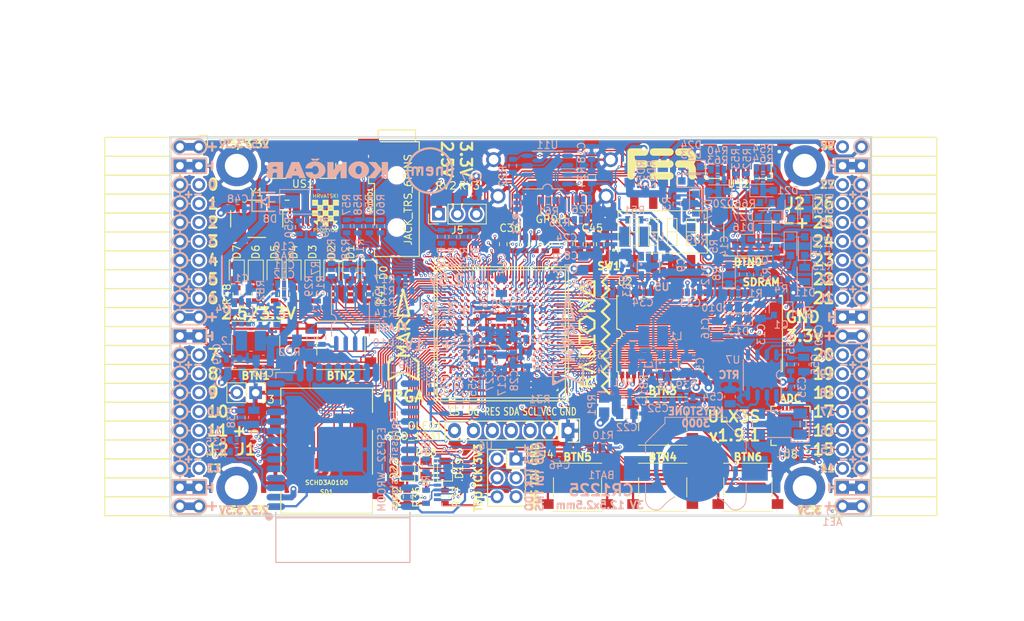
<source format=kicad_pcb>
(kicad_pcb (version 20171130) (host pcbnew 5.0.0-rc2+dfsg1-3)
  (layers (0 F.Cu signal) (1 In1.Cu signal) (2 In2.Cu signal) (31 B.Cu signal) (34 B.Paste user) (35 F.Paste user) (36 B.SilkS user) (37 F.SilkS user) (38 B.Mask user) (39 F.Mask user) (44 Edge.Cuts user))
  (net 0 "")
  (net 1 GND)
  (net 2 +5V)
  (net 3 /gpio/IN5V)
  (net 4 /gpio/OUT5V)
  (net 5 +3V3)
  (net 6 BTN_D)
  (net 7 BTN_F1)
  (net 8 BTN_F2)
  (net 9 BTN_L)
  (net 10 BTN_R)
  (net 11 BTN_U)
  (net 12 /power/FB1)
  (net 13 +2V5)
  (net 14 /power/PWREN)
  (net 15 /power/FB3)
  (net 16 /power/FB2)
  (net 17 /power/VBAT)
  (net 18 JTAG_TDI)
  (net 19 JTAG_TCK)
  (net 20 JTAG_TMS)
  (net 21 JTAG_TDO)
  (net 22 /power/WAKEUPn)
  (net 23 /power/WKUP)
  (net 24 /power/SHUT)
  (net 25 /power/WAKE)
  (net 26 /power/HOLD)
  (net 27 /power/WKn)
  (net 28 /power/OSCI_32k)
  (net 29 /power/OSCO_32k)
  (net 30 SHUTDOWN)
  (net 31 GPDI_SDA)
  (net 32 GPDI_SCL)
  (net 33 /gpdi/VREF2)
  (net 34 SD_CMD)
  (net 35 SD_CLK)
  (net 36 SD_D0)
  (net 37 SD_D1)
  (net 38 USB5V)
  (net 39 GPDI_CEC)
  (net 40 nRESET)
  (net 41 FTDI_nDTR)
  (net 42 SDRAM_CKE)
  (net 43 SDRAM_A7)
  (net 44 SDRAM_D15)
  (net 45 SDRAM_BA1)
  (net 46 SDRAM_D7)
  (net 47 SDRAM_A6)
  (net 48 SDRAM_CLK)
  (net 49 SDRAM_D13)
  (net 50 SDRAM_BA0)
  (net 51 SDRAM_D6)
  (net 52 SDRAM_A5)
  (net 53 SDRAM_D14)
  (net 54 SDRAM_A11)
  (net 55 SDRAM_D12)
  (net 56 SDRAM_D5)
  (net 57 SDRAM_A4)
  (net 58 SDRAM_A10)
  (net 59 SDRAM_D11)
  (net 60 SDRAM_A3)
  (net 61 SDRAM_D4)
  (net 62 SDRAM_D10)
  (net 63 SDRAM_D9)
  (net 64 SDRAM_A9)
  (net 65 SDRAM_D3)
  (net 66 SDRAM_D8)
  (net 67 SDRAM_A8)
  (net 68 SDRAM_A2)
  (net 69 SDRAM_A1)
  (net 70 SDRAM_A0)
  (net 71 SDRAM_D2)
  (net 72 SDRAM_D1)
  (net 73 SDRAM_D0)
  (net 74 SDRAM_DQM0)
  (net 75 SDRAM_nCS)
  (net 76 SDRAM_nRAS)
  (net 77 SDRAM_DQM1)
  (net 78 SDRAM_nCAS)
  (net 79 SDRAM_nWE)
  (net 80 /flash/FLASH_nWP)
  (net 81 /flash/FLASH_nHOLD)
  (net 82 /flash/FLASH_MOSI)
  (net 83 /flash/FLASH_MISO)
  (net 84 /flash/FLASH_SCK)
  (net 85 /flash/FLASH_nCS)
  (net 86 /flash/FPGA_PROGRAMN)
  (net 87 /flash/FPGA_DONE)
  (net 88 /flash/FPGA_INITN)
  (net 89 OLED_RES)
  (net 90 OLED_DC)
  (net 91 OLED_CS)
  (net 92 WIFI_EN)
  (net 93 FTDI_nRTS)
  (net 94 FTDI_TXD)
  (net 95 FTDI_RXD)
  (net 96 WIFI_RXD)
  (net 97 WIFI_GPIO0)
  (net 98 WIFI_TXD)
  (net 99 USB_FTDI_D+)
  (net 100 USB_FTDI_D-)
  (net 101 SD_D3)
  (net 102 AUDIO_L3)
  (net 103 AUDIO_L2)
  (net 104 AUDIO_L1)
  (net 105 AUDIO_L0)
  (net 106 AUDIO_R3)
  (net 107 AUDIO_R2)
  (net 108 AUDIO_R1)
  (net 109 AUDIO_R0)
  (net 110 OLED_CLK)
  (net 111 OLED_MOSI)
  (net 112 LED0)
  (net 113 LED1)
  (net 114 LED2)
  (net 115 LED3)
  (net 116 LED4)
  (net 117 LED5)
  (net 118 LED6)
  (net 119 LED7)
  (net 120 BTN_PWRn)
  (net 121 FTDI_nTXLED)
  (net 122 FTDI_nSLEEP)
  (net 123 /blinkey/LED_PWREN)
  (net 124 /blinkey/LED_TXLED)
  (net 125 /sdcard/SD3V3)
  (net 126 SD_D2)
  (net 127 CLK_25MHz)
  (net 128 /blinkey/BTNPUL)
  (net 129 /blinkey/BTNPUR)
  (net 130 USB_FPGA_D+)
  (net 131 /power/FTDI_nSUSPEND)
  (net 132 /blinkey/ALED0)
  (net 133 /blinkey/ALED1)
  (net 134 /blinkey/ALED2)
  (net 135 /blinkey/ALED3)
  (net 136 /blinkey/ALED4)
  (net 137 /blinkey/ALED5)
  (net 138 /blinkey/ALED6)
  (net 139 /blinkey/ALED7)
  (net 140 /usb/FTD-)
  (net 141 /usb/FTD+)
  (net 142 ADC_MISO)
  (net 143 ADC_MOSI)
  (net 144 ADC_CSn)
  (net 145 ADC_SCLK)
  (net 146 SW3)
  (net 147 SW2)
  (net 148 SW1)
  (net 149 USB_FPGA_D-)
  (net 150 /usb/FPD+)
  (net 151 /usb/FPD-)
  (net 152 WIFI_GPIO16)
  (net 153 /usb/ANT_433MHz)
  (net 154 /power/PWRBTn)
  (net 155 PROG_DONE)
  (net 156 /power/P3V3)
  (net 157 /power/P2V5)
  (net 158 /power/L1)
  (net 159 /power/L3)
  (net 160 /power/L2)
  (net 161 FTDI_TXDEN)
  (net 162 SDRAM_A12)
  (net 163 /analog/AUDIO_V)
  (net 164 AUDIO_V3)
  (net 165 AUDIO_V2)
  (net 166 AUDIO_V1)
  (net 167 AUDIO_V0)
  (net 168 /blinkey/LED_WIFI)
  (net 169 /power/P1V1)
  (net 170 +1V1)
  (net 171 SW4)
  (net 172 /blinkey/SWPU)
  (net 173 /wifi/WIFIEN)
  (net 174 FT2V5)
  (net 175 GN0)
  (net 176 GP0)
  (net 177 GN1)
  (net 178 GP1)
  (net 179 GN2)
  (net 180 GP2)
  (net 181 GN3)
  (net 182 GP3)
  (net 183 GN4)
  (net 184 GP4)
  (net 185 GN5)
  (net 186 GP5)
  (net 187 GN6)
  (net 188 GP6)
  (net 189 GN14)
  (net 190 GP14)
  (net 191 GN15)
  (net 192 GP15)
  (net 193 GN16)
  (net 194 GP16)
  (net 195 GN17)
  (net 196 GP17)
  (net 197 GN18)
  (net 198 GP18)
  (net 199 GN19)
  (net 200 GP19)
  (net 201 GN20)
  (net 202 GP20)
  (net 203 GN21)
  (net 204 GP21)
  (net 205 GN22)
  (net 206 GP22)
  (net 207 GN23)
  (net 208 GP23)
  (net 209 GN24)
  (net 210 GP24)
  (net 211 GN25)
  (net 212 GP25)
  (net 213 GN26)
  (net 214 GP26)
  (net 215 GN27)
  (net 216 GP27)
  (net 217 GN7)
  (net 218 GP7)
  (net 219 GN8)
  (net 220 GP8)
  (net 221 GN9)
  (net 222 GP9)
  (net 223 GN10)
  (net 224 GP10)
  (net 225 GN11)
  (net 226 GP11)
  (net 227 GN12)
  (net 228 GP12)
  (net 229 GN13)
  (net 230 GP13)
  (net 231 WIFI_GPIO5)
  (net 232 WIFI_GPIO17)
  (net 233 USB_FPGA_PULL_D+)
  (net 234 USB_FPGA_PULL_D-)
  (net 235 "Net-(D23-Pad2)")
  (net 236 "Net-(D24-Pad1)")
  (net 237 "Net-(D25-Pad2)")
  (net 238 "Net-(D26-Pad1)")
  (net 239 /gpdi/GPDI_ETH+)
  (net 240 FPDI_ETH+)
  (net 241 /gpdi/GPDI_ETH-)
  (net 242 FPDI_ETH-)
  (net 243 /gpdi/GPDI_D2-)
  (net 244 FPDI_D2-)
  (net 245 /gpdi/GPDI_D1-)
  (net 246 FPDI_D1-)
  (net 247 /gpdi/GPDI_D0-)
  (net 248 FPDI_D0-)
  (net 249 /gpdi/GPDI_CLK-)
  (net 250 FPDI_CLK-)
  (net 251 /gpdi/GPDI_D2+)
  (net 252 FPDI_D2+)
  (net 253 /gpdi/GPDI_D1+)
  (net 254 FPDI_D1+)
  (net 255 /gpdi/GPDI_D0+)
  (net 256 FPDI_D0+)
  (net 257 /gpdi/GPDI_CLK+)
  (net 258 FPDI_CLK+)
  (net 259 FPDI_SDA)
  (net 260 FPDI_SCL)
  (net 261 /gpdi/FPDI_CEC)
  (net 262 2V5_3V3)
  (net 263 "Net-(AUDIO1-Pad5)")
  (net 264 "Net-(AUDIO1-Pad6)")
  (net 265 "Net-(U1-PadA15)")
  (net 266 "Net-(U1-PadC9)")
  (net 267 "Net-(U1-PadD9)")
  (net 268 "Net-(U1-PadD10)")
  (net 269 "Net-(U1-PadD11)")
  (net 270 "Net-(U1-PadD12)")
  (net 271 "Net-(U1-PadE6)")
  (net 272 "Net-(U1-PadE9)")
  (net 273 "Net-(U1-PadE10)")
  (net 274 "Net-(U1-PadE11)")
  (net 275 "Net-(U1-PadJ4)")
  (net 276 "Net-(U1-PadJ5)")
  (net 277 "Net-(U1-PadK5)")
  (net 278 "Net-(U1-PadL5)")
  (net 279 "Net-(U1-PadM4)")
  (net 280 "Net-(U1-PadM5)")
  (net 281 SD_CD)
  (net 282 SD_WP)
  (net 283 "Net-(U1-PadR3)")
  (net 284 "Net-(U1-PadT16)")
  (net 285 "Net-(U1-PadW4)")
  (net 286 "Net-(U1-PadW5)")
  (net 287 "Net-(U1-PadW8)")
  (net 288 "Net-(U1-PadW9)")
  (net 289 "Net-(U1-PadW13)")
  (net 290 "Net-(U1-PadW14)")
  (net 291 "Net-(U1-PadW17)")
  (net 292 "Net-(U1-PadW18)")
  (net 293 FTDI_nRXLED)
  (net 294 "Net-(U8-Pad12)")
  (net 295 "Net-(U8-Pad25)")
  (net 296 "Net-(U9-Pad32)")
  (net 297 "Net-(U9-Pad22)")
  (net 298 "Net-(U9-Pad21)")
  (net 299 "Net-(U9-Pad20)")
  (net 300 "Net-(U9-Pad19)")
  (net 301 "Net-(U9-Pad18)")
  (net 302 "Net-(U9-Pad17)")
  (net 303 "Net-(U9-Pad12)")
  (net 304 "Net-(U9-Pad5)")
  (net 305 "Net-(U9-Pad4)")
  (net 306 "Net-(US1-Pad4)")
  (net 307 "Net-(Y2-Pad3)")
  (net 308 "Net-(Y2-Pad2)")
  (net 309 "Net-(U1-PadK16)")
  (net 310 "Net-(U1-PadK17)")
  (net 311 /usb/US2VBUS)
  (net 312 /power/SHD)
  (net 313 /power/RTCVDD)
  (net 314 "Net-(D27-Pad2)")
  (net 315 US2_ID)
  (net 316 /analog/AUDIO_L)
  (net 317 /analog/AUDIO_R)
  (module Keystone_3000_1x12mm-CoinCell:Keystone_3000_1x12mm-CoinCell (layer B.Cu) (at 164.585 105.87 90)
    (fp_text reference BAT1 (at -0.907 -12.685 180) (layer B.SilkS) (effects (justify mirror)))
    (fp_text value CR1225)
    (pad 1 smd rect (at 0 7.9 180) (size 3.5 3.3) (layers B.Cu B.Paste B.Mask) (net 17 /power/VBAT))
    (pad 1 smd rect (at 0 -7.9 180) (size 3.5 3.3) (layers B.Cu B.Paste B.Mask) (net 17 /power/VBAT))
    (pad 2 smd circle (at 0 0 180) (size 9 9) (layers B.Cu B.Mask) (net 1 GND))
  )
  (module SM8:SM8 (layer B.Cu) (at 144.68 65.8015 90)
    (fp_text reference U11 (at 3.3475 -0.019 -180) (layer B.SilkS) (effects (justify mirror)))
    (fp_text value PCA9306D)
    (pad 1 smd rect (at -1.905 -2.7) (size 1.55 0.6) (layers B.Cu B.Paste B.Mask) (net 1 GND))
    (pad 2 smd oval (at -0.635 -2.7) (size 1.55 0.6) (layers B.Cu B.Paste B.Mask) (net 13 +2V5))
    (pad 3 smd oval (at 0.635 -2.7) (size 1.55 0.6) (layers B.Cu B.Paste B.Mask) (net 260 FPDI_SCL))
    (pad 4 smd oval (at 1.905 -2.7) (size 1.55 0.6) (layers B.Cu B.Paste B.Mask) (net 259 FPDI_SDA))
    (pad 5 smd oval (at 1.905 2.7) (size 1.55 0.6) (layers B.Cu B.Paste B.Mask) (net 31 GPDI_SDA))
    (pad 6 smd oval (at 0.635 2.7) (size 1.55 0.6) (layers B.Cu B.Paste B.Mask) (net 32 GPDI_SCL))
    (pad 7 smd oval (at -0.635 2.7) (size 1.55 0.6) (layers B.Cu B.Paste B.Mask) (net 33 /gpdi/VREF2))
    (pad 8 smd oval (at -1.905 2.7) (size 1.55 0.6) (layers B.Cu B.Paste B.Mask) (net 5 +3V3))
  )
  (module TSOP54:TSOP54 (layer F.Cu) (at 165.093 87.8 90)
    (fp_text reference U2 (at 6.98 -9.993 180) (layer F.SilkS))
    (fp_text value MT48LC16M16A2TG)
    (pad 28 smd rect (at 5.53 10.4 90) (size 0.9 0.56) (layers F.Cu F.Paste F.Mask) (net 1 GND))
    (pad 1 smd rect (at -5.53 -10.4 90) (size 0.9 0.56) (layers F.Cu F.Paste F.Mask) (net 5 +3V3))
    (pad 2 smd rect (at -5.53 -9.6 90) (size 0.9 0.56) (layers F.Cu F.Paste F.Mask) (net 73 SDRAM_D0))
    (pad 3 smd rect (at -5.53 -8.8 90) (size 0.9 0.56) (layers F.Cu F.Paste F.Mask) (net 5 +3V3))
    (pad 4 smd rect (at -5.53 -8 90) (size 0.9 0.56) (layers F.Cu F.Paste F.Mask) (net 72 SDRAM_D1))
    (pad 5 smd rect (at -5.53 -7.2 90) (size 0.9 0.56) (layers F.Cu F.Paste F.Mask) (net 71 SDRAM_D2))
    (pad 6 smd rect (at -5.53 -6.4 90) (size 0.9 0.56) (layers F.Cu F.Paste F.Mask) (net 1 GND))
    (pad 7 smd rect (at -5.53 -5.6 90) (size 0.9 0.56) (layers F.Cu F.Paste F.Mask) (net 65 SDRAM_D3))
    (pad 8 smd rect (at -5.53 -4.8 90) (size 0.9 0.56) (layers F.Cu F.Paste F.Mask) (net 61 SDRAM_D4))
    (pad 9 smd rect (at -5.53 -4 90) (size 0.9 0.56) (layers F.Cu F.Paste F.Mask) (net 5 +3V3))
    (pad 10 smd rect (at -5.53 -3.2 90) (size 0.9 0.56) (layers F.Cu F.Paste F.Mask) (net 56 SDRAM_D5))
    (pad 11 smd rect (at -5.53 -2.4 90) (size 0.9 0.56) (layers F.Cu F.Paste F.Mask) (net 51 SDRAM_D6))
    (pad 12 smd rect (at -5.53 -1.6 90) (size 0.9 0.56) (layers F.Cu F.Paste F.Mask) (net 1 GND))
    (pad 13 smd rect (at -5.53 -0.8 90) (size 0.9 0.56) (layers F.Cu F.Paste F.Mask) (net 46 SDRAM_D7))
    (pad 14 smd rect (at -5.53 0 90) (size 0.9 0.56) (layers F.Cu F.Paste F.Mask) (net 5 +3V3))
    (pad 15 smd rect (at -5.53 0.8 90) (size 0.9 0.56) (layers F.Cu F.Paste F.Mask) (net 74 SDRAM_DQM0))
    (pad 16 smd rect (at -5.53 1.6 90) (size 0.9 0.56) (layers F.Cu F.Paste F.Mask) (net 79 SDRAM_nWE))
    (pad 17 smd rect (at -5.53 2.4 90) (size 0.9 0.56) (layers F.Cu F.Paste F.Mask) (net 78 SDRAM_nCAS))
    (pad 18 smd rect (at -5.53 3.2 90) (size 0.9 0.56) (layers F.Cu F.Paste F.Mask) (net 76 SDRAM_nRAS))
    (pad 19 smd rect (at -5.53 4 90) (size 0.9 0.56) (layers F.Cu F.Paste F.Mask) (net 75 SDRAM_nCS))
    (pad 20 smd rect (at -5.53 4.8 90) (size 0.9 0.56) (layers F.Cu F.Paste F.Mask) (net 50 SDRAM_BA0))
    (pad 21 smd rect (at -5.53 5.6 90) (size 0.9 0.56) (layers F.Cu F.Paste F.Mask) (net 45 SDRAM_BA1))
    (pad 22 smd rect (at -5.53 6.4 90) (size 0.9 0.56) (layers F.Cu F.Paste F.Mask) (net 58 SDRAM_A10))
    (pad 23 smd rect (at -5.53 7.2 90) (size 0.9 0.56) (layers F.Cu F.Paste F.Mask) (net 70 SDRAM_A0))
    (pad 24 smd rect (at -5.53 8 90) (size 0.9 0.56) (layers F.Cu F.Paste F.Mask) (net 69 SDRAM_A1))
    (pad 25 smd rect (at -5.53 8.8 90) (size 0.9 0.56) (layers F.Cu F.Paste F.Mask) (net 68 SDRAM_A2))
    (pad 26 smd rect (at -5.53 9.6 90) (size 0.9 0.56) (layers F.Cu F.Paste F.Mask) (net 60 SDRAM_A3))
    (pad 27 smd rect (at -5.53 10.4 90) (size 0.9 0.56) (layers F.Cu F.Paste F.Mask) (net 5 +3V3))
    (pad 29 smd rect (at 5.53 9.6 90) (size 0.9 0.56) (layers F.Cu F.Paste F.Mask) (net 57 SDRAM_A4))
    (pad 30 smd rect (at 5.53 8.8 90) (size 0.9 0.56) (layers F.Cu F.Paste F.Mask) (net 52 SDRAM_A5))
    (pad 31 smd rect (at 5.53 8 90) (size 0.9 0.56) (layers F.Cu F.Paste F.Mask) (net 47 SDRAM_A6))
    (pad 32 smd rect (at 5.53 7.2 90) (size 0.9 0.56) (layers F.Cu F.Paste F.Mask) (net 43 SDRAM_A7))
    (pad 33 smd rect (at 5.53 6.4 90) (size 0.9 0.56) (layers F.Cu F.Paste F.Mask) (net 67 SDRAM_A8))
    (pad 34 smd rect (at 5.53 5.6 90) (size 0.9 0.56) (layers F.Cu F.Paste F.Mask) (net 64 SDRAM_A9))
    (pad 35 smd rect (at 5.53 4.8 90) (size 0.9 0.56) (layers F.Cu F.Paste F.Mask) (net 54 SDRAM_A11))
    (pad 36 smd rect (at 5.53 4 90) (size 0.9 0.56) (layers F.Cu F.Paste F.Mask) (net 162 SDRAM_A12))
    (pad 37 smd rect (at 5.53 3.2 90) (size 0.9 0.56) (layers F.Cu F.Paste F.Mask) (net 42 SDRAM_CKE))
    (pad 38 smd rect (at 5.53 2.4 90) (size 0.9 0.56) (layers F.Cu F.Paste F.Mask) (net 48 SDRAM_CLK))
    (pad 39 smd rect (at 5.53 1.6 90) (size 0.9 0.56) (layers F.Cu F.Paste F.Mask) (net 77 SDRAM_DQM1))
    (pad 40 smd rect (at 5.53 0.8 90) (size 0.9 0.56) (layers F.Cu F.Paste F.Mask))
    (pad 41 smd rect (at 5.53 0 90) (size 0.9 0.56) (layers F.Cu F.Paste F.Mask) (net 1 GND))
    (pad 42 smd rect (at 5.53 -0.8 90) (size 0.9 0.56) (layers F.Cu F.Paste F.Mask) (net 66 SDRAM_D8))
    (pad 43 smd rect (at 5.53 -1.6 90) (size 0.9 0.56) (layers F.Cu F.Paste F.Mask) (net 5 +3V3))
    (pad 44 smd rect (at 5.53 -2.4 90) (size 0.9 0.56) (layers F.Cu F.Paste F.Mask) (net 63 SDRAM_D9))
    (pad 45 smd rect (at 5.53 -3.2 90) (size 0.9 0.56) (layers F.Cu F.Paste F.Mask) (net 62 SDRAM_D10))
    (pad 46 smd rect (at 5.53 -4 90) (size 0.9 0.56) (layers F.Cu F.Paste F.Mask) (net 1 GND))
    (pad 47 smd rect (at 5.53 -4.8 90) (size 0.9 0.56) (layers F.Cu F.Paste F.Mask) (net 59 SDRAM_D11))
    (pad 48 smd rect (at 5.53 -5.6 90) (size 0.9 0.56) (layers F.Cu F.Paste F.Mask) (net 55 SDRAM_D12))
    (pad 49 smd rect (at 5.53 -6.4 90) (size 0.9 0.56) (layers F.Cu F.Paste F.Mask) (net 5 +3V3))
    (pad 50 smd rect (at 5.53 -7.2 90) (size 0.9 0.56) (layers F.Cu F.Paste F.Mask) (net 49 SDRAM_D13))
    (pad 51 smd rect (at 5.53 -8 90) (size 0.9 0.56) (layers F.Cu F.Paste F.Mask) (net 53 SDRAM_D14))
    (pad 52 smd rect (at 5.53 -8.8 90) (size 0.9 0.56) (layers F.Cu F.Paste F.Mask) (net 1 GND))
    (pad 53 smd rect (at 5.53 -9.6 90) (size 0.9 0.56) (layers F.Cu F.Paste F.Mask) (net 44 SDRAM_D15))
    (pad 54 smd rect (at 5.53 -10.4 90) (size 0.9 0.56) (layers F.Cu F.Paste F.Mask) (net 1 GND))
  )
  (module SOA008-150mil:SOA008-150-208mil (layer B.Cu) (at 118.245 85.822 270)
    (fp_text reference U10 (at 3.175 -4.445) (layer B.SilkS) (effects (justify mirror)))
    (fp_text value IS25LP128F-JBLE)
    (pad 1 smd rect (at -3.302 1.905 270) (size 2.1 0.6) (layers B.Cu B.Paste B.Mask) (net 85 /flash/FLASH_nCS))
    (pad 2 smd oval (at -3.302 0.635 270) (size 2.1 0.6) (layers B.Cu B.Paste B.Mask) (net 83 /flash/FLASH_MISO))
    (pad 3 smd oval (at -3.302 -0.635 270) (size 2.1 0.6) (layers B.Cu B.Paste B.Mask) (net 80 /flash/FLASH_nWP))
    (pad 4 smd oval (at -3.302 -1.905 270) (size 2.1 0.6) (layers B.Cu B.Paste B.Mask) (net 1 GND))
    (pad 5 smd oval (at 3.302 -1.905 270) (size 2.1 0.6) (layers B.Cu B.Paste B.Mask) (net 82 /flash/FLASH_MOSI))
    (pad 6 smd oval (at 3.302 -0.635 270) (size 2.1 0.6) (layers B.Cu B.Paste B.Mask) (net 84 /flash/FLASH_SCK))
    (pad 7 smd oval (at 3.302 0.635 270) (size 2.1 0.6) (layers B.Cu B.Paste B.Mask) (net 81 /flash/FLASH_nHOLD))
    (pad 8 smd oval (at 3.302 1.905 270) (size 2.1 0.6) (layers B.Cu B.Paste B.Mask) (net 5 +3V3))
  )
  (module SOT96-1:SOT96-1 (layer B.Cu) (at 173.49 93.315 90)
    (fp_text reference U7 (at 2.032 -3.937 180) (layer B.SilkS) (effects (justify mirror)))
    (fp_text value PCF8523)
    (pad 1 smd rect (at -2.7 1.905 90) (size 1.55 0.6) (layers B.Cu B.Paste B.Mask) (net 28 /power/OSCI_32k))
    (pad 2 smd oval (at -2.7 0.635 90) (size 1.55 0.6) (layers B.Cu B.Paste B.Mask) (net 29 /power/OSCO_32k))
    (pad 3 smd oval (at -2.7 -0.635 90) (size 1.55 0.6) (layers B.Cu B.Paste B.Mask) (net 17 /power/VBAT))
    (pad 4 smd oval (at -2.7 -1.905 90) (size 1.55 0.6) (layers B.Cu B.Paste B.Mask) (net 1 GND))
    (pad 5 smd oval (at 2.7 -1.905 90) (size 1.55 0.6) (layers B.Cu B.Paste B.Mask) (net 259 FPDI_SDA))
    (pad 6 smd oval (at 2.7 -0.635 90) (size 1.55 0.6) (layers B.Cu B.Paste B.Mask) (net 260 FPDI_SCL))
    (pad 7 smd oval (at 2.7 0.635 90) (size 1.55 0.6) (layers B.Cu B.Paste B.Mask) (net 22 /power/WAKEUPn))
    (pad 8 smd oval (at 2.7 1.905 90) (size 1.55 0.6) (layers B.Cu B.Paste B.Mask) (net 313 /power/RTCVDD))
  )
  (module ft231x:FT231X-SSOP-20_4.4x6.5mm_Pitch0.65mm (layer B.Cu) (at 132.835 107.14 180)
    (fp_text reference U6 (at -3.556 4.318 180) (layer B.SilkS) (effects (justify mirror)))
    (fp_text value FT231XS)
    (pad 20 smd rect (at 2.9 2.925 180) (size 1 0.4) (layers B.Cu B.Paste B.Mask) (net 94 FTDI_TXD))
    (pad 19 smd rect (at 2.9 2.275 180) (size 1 0.4) (layers B.Cu B.Paste B.Mask) (net 122 FTDI_nSLEEP))
    (pad 18 smd rect (at 2.9 1.625 180) (size 1 0.4) (layers B.Cu B.Paste B.Mask) (net 161 FTDI_TXDEN))
    (pad 17 smd rect (at 2.9 0.975 180) (size 1 0.4) (layers B.Cu B.Paste B.Mask) (net 293 FTDI_nRXLED))
    (pad 16 smd rect (at 2.9 0.325 180) (size 1 0.4) (layers B.Cu B.Paste B.Mask) (net 1 GND))
    (pad 15 smd rect (at 2.9 -0.325 180) (size 1 0.4) (layers B.Cu B.Paste B.Mask) (net 38 USB5V))
    (pad 14 smd rect (at 2.9 -0.975 180) (size 1 0.4) (layers B.Cu B.Paste B.Mask) (net 40 nRESET))
    (pad 13 smd rect (at 2.9 -1.625 180) (size 1 0.4) (layers B.Cu B.Paste B.Mask) (net 174 FT2V5))
    (pad 12 smd rect (at 2.9 -2.275 180) (size 1 0.4) (layers B.Cu B.Paste B.Mask) (net 100 USB_FTDI_D-))
    (pad 11 smd rect (at 2.9 -2.925 180) (size 1 0.4) (layers B.Cu B.Paste B.Mask) (net 99 USB_FTDI_D+))
    (pad 10 smd rect (at -2.9 -2.925 180) (size 1 0.4) (layers B.Cu B.Paste B.Mask) (net 121 FTDI_nTXLED))
    (pad 9 smd rect (at -2.9 -2.275 180) (size 1 0.4) (layers B.Cu B.Paste B.Mask) (net 21 JTAG_TDO))
    (pad 8 smd rect (at -2.9 -1.625 180) (size 1 0.4) (layers B.Cu B.Paste B.Mask) (net 20 JTAG_TMS))
    (pad 7 smd rect (at -2.9 -0.975 180) (size 1 0.4) (layers B.Cu B.Paste B.Mask) (net 19 JTAG_TCK))
    (pad 6 smd rect (at -2.9 -0.325 180) (size 1 0.4) (layers B.Cu B.Paste B.Mask) (net 1 GND))
    (pad 5 smd rect (at -2.9 0.325 180) (size 1 0.4) (layers B.Cu B.Paste B.Mask) (net 18 JTAG_TDI))
    (pad 4 smd rect (at -2.9 0.975 180) (size 1 0.4) (layers B.Cu B.Paste B.Mask) (net 95 FTDI_RXD))
    (pad 3 smd rect (at -2.9 1.625 180) (size 1 0.4) (layers B.Cu B.Paste B.Mask) (net 174 FT2V5))
    (pad 2 smd rect (at -2.9 2.275 180) (size 1 0.4) (layers B.Cu B.Paste B.Mask) (net 93 FTDI_nRTS))
    (pad 1 smd rect (at -2.9 2.925 180) (size 1 0.4) (layers B.Cu B.Paste B.Mask) (net 41 FTDI_nDTR))
  )
  (module TSOT-25:TSOT-25 (layer B.Cu) (at 158.235 78.692)
    (fp_text reference U5 (at 1.793 2.812) (layer B.SilkS) (effects (font (thickness 0.2)) (justify mirror)))
    (fp_text value TLV62569DBV)
    (pad 1 smd rect (at -0.95 -1.3) (size 0.7 1.2) (layers B.Cu B.Paste B.Mask) (net 14 /power/PWREN))
    (pad 2 smd rect (at 0 -1.3) (size 0.7 1.2) (layers B.Cu B.Paste B.Mask) (net 1 GND))
    (pad 3 smd rect (at 0.95 -1.3) (size 0.7 1.2) (layers B.Cu B.Paste B.Mask) (net 159 /power/L3))
    (pad 4 smd rect (at 0.95 1.3) (size 0.7 1.2) (layers B.Cu B.Paste B.Mask) (net 2 +5V))
    (pad 5 smd rect (at -0.95 1.3) (size 0.7 1.2) (layers B.Cu B.Paste B.Mask) (net 15 /power/FB3))
  )
  (module TSOT-25:TSOT-25 (layer B.Cu) (at 160.775 91.9)
    (fp_text reference U3 (at -0.295 2.9) (layer B.SilkS) (effects (font (thickness 0.2)) (justify mirror)))
    (fp_text value TLV62569DBV)
    (pad 1 smd rect (at -0.95 -1.3) (size 0.7 1.2) (layers B.Cu B.Paste B.Mask) (net 14 /power/PWREN))
    (pad 2 smd rect (at 0 -1.3) (size 0.7 1.2) (layers B.Cu B.Paste B.Mask) (net 1 GND))
    (pad 3 smd rect (at 0.95 -1.3) (size 0.7 1.2) (layers B.Cu B.Paste B.Mask) (net 158 /power/L1))
    (pad 4 smd rect (at 0.95 1.3) (size 0.7 1.2) (layers B.Cu B.Paste B.Mask) (net 2 +5V))
    (pad 5 smd rect (at -0.95 1.3) (size 0.7 1.2) (layers B.Cu B.Paste B.Mask) (net 12 /power/FB1))
  )
  (module TSOT-25:TSOT-25 (layer B.Cu) (at 103.625 84.915 180)
    (fp_text reference U4 (at 2.525 0.4265 180) (layer B.SilkS) (effects (font (thickness 0.2)) (justify mirror)))
    (fp_text value TLV62569DBV)
    (pad 1 smd rect (at -0.95 -1.3 180) (size 0.7 1.2) (layers B.Cu B.Paste B.Mask) (net 14 /power/PWREN))
    (pad 2 smd rect (at 0 -1.3 180) (size 0.7 1.2) (layers B.Cu B.Paste B.Mask) (net 1 GND))
    (pad 3 smd rect (at 0.95 -1.3 180) (size 0.7 1.2) (layers B.Cu B.Paste B.Mask) (net 160 /power/L2))
    (pad 4 smd rect (at 0.95 1.3 180) (size 0.7 1.2) (layers B.Cu B.Paste B.Mask) (net 2 +5V))
    (pad 5 smd rect (at -0.95 1.3 180) (size 0.7 1.2) (layers B.Cu B.Paste B.Mask) (net 16 /power/FB2))
  )
  (module ESP32:ESP32-WROOM (layer B.Cu) (at 117.23 105.75 180)
    (fp_text reference U9 (at -8.366 13.85 180) (layer B.SilkS) (effects (justify mirror)))
    (fp_text value ESP-WROOM32)
    (fp_text user "Espressif Systems" (at -6.858 0.889 90) (layer B.SilkS) (effects (justify mirror)))
    (fp_text user ESP32-WROOM (at -5.207 -0.254 90) (layer B.SilkS) (effects (justify mirror)))
    (pad 38 smd oval (at -9 -5.25 180) (size 2.5 0.9) (layers B.Cu B.Paste B.Mask) (net 1 GND))
    (pad 37 smd oval (at -9 -3.98 180) (size 2.5 0.9) (layers B.Cu B.Paste B.Mask) (net 18 JTAG_TDI))
    (pad 36 smd oval (at -9 -2.71 180) (size 2.5 0.9) (layers B.Cu B.Paste B.Mask) (net 155 PROG_DONE))
    (pad 35 smd oval (at -9 -1.44 180) (size 2.5 0.9) (layers B.Cu B.Paste B.Mask) (net 98 WIFI_TXD))
    (pad 34 smd oval (at -9 -0.17 180) (size 2.5 0.9) (layers B.Cu B.Paste B.Mask) (net 96 WIFI_RXD))
    (pad 33 smd oval (at -9 1.1 180) (size 2.5 0.9) (layers B.Cu B.Paste B.Mask) (net 20 JTAG_TMS))
    (pad 32 smd oval (at -9 2.37 180) (size 2.5 0.9) (layers B.Cu B.Paste B.Mask) (net 296 "Net-(U9-Pad32)"))
    (pad 31 smd oval (at -9 3.64 180) (size 2.5 0.9) (layers B.Cu B.Paste B.Mask) (net 21 JTAG_TDO))
    (pad 30 smd oval (at -9 4.91 180) (size 2.5 0.9) (layers B.Cu B.Paste B.Mask) (net 19 JTAG_TCK))
    (pad 29 smd oval (at -9 6.18 180) (size 2.5 0.9) (layers B.Cu B.Paste B.Mask) (net 231 WIFI_GPIO5))
    (pad 28 smd oval (at -9 7.45 180) (size 2.5 0.9) (layers B.Cu B.Paste B.Mask) (net 232 WIFI_GPIO17))
    (pad 27 smd oval (at -9 8.72 180) (size 2.5 0.9) (layers B.Cu B.Paste B.Mask) (net 152 WIFI_GPIO16))
    (pad 26 smd oval (at -9 9.99 180) (size 2.5 0.9) (layers B.Cu B.Paste B.Mask) (net 37 SD_D1))
    (pad 25 smd oval (at -9 11.26 180) (size 2.5 0.9) (layers B.Cu B.Paste B.Mask) (net 97 WIFI_GPIO0))
    (pad 24 smd oval (at -5.715 12.75 180) (size 0.9 2.5) (layers B.Cu B.Paste B.Mask) (net 36 SD_D0))
    (pad 23 smd oval (at -4.445 12.75 180) (size 0.9 2.5) (layers B.Cu B.Paste B.Mask) (net 34 SD_CMD))
    (pad 22 smd oval (at -3.175 12.75 180) (size 0.9 2.5) (layers B.Cu B.Paste B.Mask) (net 297 "Net-(U9-Pad22)"))
    (pad 21 smd oval (at -1.905 12.75 180) (size 0.9 2.5) (layers B.Cu B.Paste B.Mask) (net 298 "Net-(U9-Pad21)"))
    (pad 20 smd oval (at -0.635 12.75 180) (size 0.9 2.5) (layers B.Cu B.Paste B.Mask) (net 299 "Net-(U9-Pad20)"))
    (pad 19 smd oval (at 0.635 12.75 180) (size 0.9 2.5) (layers B.Cu B.Paste B.Mask) (net 300 "Net-(U9-Pad19)"))
    (pad 18 smd oval (at 1.905 12.75 180) (size 0.9 2.5) (layers B.Cu B.Paste B.Mask) (net 301 "Net-(U9-Pad18)"))
    (pad 17 smd oval (at 3.175 12.75 180) (size 0.9 2.5) (layers B.Cu B.Paste B.Mask) (net 302 "Net-(U9-Pad17)"))
    (pad 16 smd oval (at 4.445 12.75 180) (size 0.9 2.5) (layers B.Cu B.Paste B.Mask) (net 101 SD_D3))
    (pad 15 smd oval (at 5.715 12.75 180) (size 0.9 2.5) (layers B.Cu B.Paste B.Mask) (net 1 GND))
    (pad 14 smd oval (at 9 11.26 180) (size 2.5 0.9) (layers B.Cu B.Paste B.Mask) (net 126 SD_D2))
    (pad 13 smd oval (at 9 9.99 180) (size 2.5 0.9) (layers B.Cu B.Paste B.Mask) (net 35 SD_CLK))
    (pad 12 smd oval (at 9 8.72 180) (size 2.5 0.9) (layers B.Cu B.Paste B.Mask) (net 303 "Net-(U9-Pad12)"))
    (pad 11 smd oval (at 9 7.45 180) (size 2.5 0.9) (layers B.Cu B.Paste B.Mask) (net 225 GN11))
    (pad 10 smd oval (at 9 6.18 180) (size 2.5 0.9) (layers B.Cu B.Paste B.Mask) (net 226 GP11))
    (pad 9 smd oval (at 9 4.91 180) (size 2.5 0.9) (layers B.Cu B.Paste B.Mask) (net 227 GN12))
    (pad 8 smd oval (at 9 3.64 180) (size 2.5 0.9) (layers B.Cu B.Paste B.Mask) (net 228 GP12))
    (pad 7 smd oval (at 9 2.37 180) (size 2.5 0.9) (layers B.Cu B.Paste B.Mask) (net 229 GN13))
    (pad 6 smd oval (at 9 1.1 180) (size 2.5 0.9) (layers B.Cu B.Paste B.Mask) (net 230 GP13))
    (pad 5 smd oval (at 9 -0.17 180) (size 2.5 0.9) (layers B.Cu B.Paste B.Mask) (net 304 "Net-(U9-Pad5)"))
    (pad 4 smd oval (at 9 -1.44 180) (size 2.5 0.9) (layers B.Cu B.Paste B.Mask) (net 305 "Net-(U9-Pad4)"))
    (pad 3 smd oval (at 9 -2.71 180) (size 2.5 0.9) (layers B.Cu B.Paste B.Mask) (net 173 /wifi/WIFIEN))
    (pad 2 smd oval (at 9 -3.98 180) (size 2.5 0.9) (layers B.Cu B.Paste B.Mask) (net 5 +3V3))
    (pad 1 smd oval (at 9 -5.25 180) (size 2.5 0.9) (layers B.Cu B.Paste B.Mask) (net 1 GND))
    (pad 39 smd rect (at 0.3 2.45 180) (size 6 6) (layers B.Cu B.Paste B.Mask) (net 1 GND))
  )
  (module inem:inem (layer B.Cu) (at 128.913 65.883)
    (fp_text reference REF** hide)
    (fp_text value inem hide)
    (fp_text user inem (at 0 -0.1) (layer B.SilkS) (effects (font (size 1.5 1.5) (thickness 0.3)) (justify mirror)))
  )
  (module fer:fer4mm6 (layer F.Cu) (at 159.901 64.994)
    (fp_text reference fer hide)
    (fp_text value fer hide)
  )
  (module Socket_Strips:Socket_Strip_Angled_2x20 (layer F.Cu) (at 97.91 62.69 270)
    (fp_text reference J1 (at 40.64 -6.35) (layer F.SilkS) (effects (font (size 1.5 1.5) (thickness 0.3))))
    (fp_text value CONN_02X20 hide)
    (pad 1 thru_hole oval (at 0 0 270) (size 1.7272 1.7272) (drill 1.016) (layers *.Cu *.Mask) (net 262 2V5_3V3))
    (pad 2 thru_hole oval (at 0 2.54 270) (size 1.7272 1.7272) (drill 1.016) (layers *.Cu *.Mask) (net 262 2V5_3V3))
    (pad 3 thru_hole rect (at 2.54 0 270) (size 1.7272 1.7272) (drill 1.016) (layers *.Cu *.Mask) (net 1 GND))
    (pad 4 thru_hole rect (at 2.54 2.54 270) (size 1.7272 1.7272) (drill 1.016) (layers *.Cu *.Mask) (net 1 GND))
    (pad 5 thru_hole oval (at 5.08 0 270) (size 1.7272 1.7272) (drill 1.016) (layers *.Cu *.Mask) (net 175 GN0))
    (pad 6 thru_hole oval (at 5.08 2.54 270) (size 1.7272 1.7272) (drill 1.016) (layers *.Cu *.Mask) (net 176 GP0))
    (pad 7 thru_hole oval (at 7.62 0 270) (size 1.7272 1.7272) (drill 1.016) (layers *.Cu *.Mask) (net 177 GN1))
    (pad 8 thru_hole oval (at 7.62 2.54 270) (size 1.7272 1.7272) (drill 1.016) (layers *.Cu *.Mask) (net 178 GP1))
    (pad 9 thru_hole oval (at 10.16 0 270) (size 1.7272 1.7272) (drill 1.016) (layers *.Cu *.Mask) (net 179 GN2))
    (pad 10 thru_hole oval (at 10.16 2.54 270) (size 1.7272 1.7272) (drill 1.016) (layers *.Cu *.Mask) (net 180 GP2))
    (pad 11 thru_hole oval (at 12.7 0 270) (size 1.7272 1.7272) (drill 1.016) (layers *.Cu *.Mask) (net 181 GN3))
    (pad 12 thru_hole oval (at 12.7 2.54 270) (size 1.7272 1.7272) (drill 1.016) (layers *.Cu *.Mask) (net 182 GP3))
    (pad 13 thru_hole oval (at 15.24 0 270) (size 1.7272 1.7272) (drill 1.016) (layers *.Cu *.Mask) (net 183 GN4))
    (pad 14 thru_hole oval (at 15.24 2.54 270) (size 1.7272 1.7272) (drill 1.016) (layers *.Cu *.Mask) (net 184 GP4))
    (pad 15 thru_hole oval (at 17.78 0 270) (size 1.7272 1.7272) (drill 1.016) (layers *.Cu *.Mask) (net 185 GN5))
    (pad 16 thru_hole oval (at 17.78 2.54 270) (size 1.7272 1.7272) (drill 1.016) (layers *.Cu *.Mask) (net 186 GP5))
    (pad 17 thru_hole oval (at 20.32 0 270) (size 1.7272 1.7272) (drill 1.016) (layers *.Cu *.Mask) (net 187 GN6))
    (pad 18 thru_hole oval (at 20.32 2.54 270) (size 1.7272 1.7272) (drill 1.016) (layers *.Cu *.Mask) (net 188 GP6))
    (pad 19 thru_hole oval (at 22.86 0 270) (size 1.7272 1.7272) (drill 1.016) (layers *.Cu *.Mask) (net 262 2V5_3V3))
    (pad 20 thru_hole oval (at 22.86 2.54 270) (size 1.7272 1.7272) (drill 1.016) (layers *.Cu *.Mask) (net 262 2V5_3V3))
    (pad 21 thru_hole rect (at 25.4 0 270) (size 1.7272 1.7272) (drill 1.016) (layers *.Cu *.Mask) (net 1 GND))
    (pad 22 thru_hole rect (at 25.4 2.54 270) (size 1.7272 1.7272) (drill 1.016) (layers *.Cu *.Mask) (net 1 GND))
    (pad 23 thru_hole oval (at 27.94 0 270) (size 1.7272 1.7272) (drill 1.016) (layers *.Cu *.Mask) (net 217 GN7))
    (pad 24 thru_hole oval (at 27.94 2.54 270) (size 1.7272 1.7272) (drill 1.016) (layers *.Cu *.Mask) (net 218 GP7))
    (pad 25 thru_hole oval (at 30.48 0 270) (size 1.7272 1.7272) (drill 1.016) (layers *.Cu *.Mask) (net 219 GN8))
    (pad 26 thru_hole oval (at 30.48 2.54 270) (size 1.7272 1.7272) (drill 1.016) (layers *.Cu *.Mask) (net 220 GP8))
    (pad 27 thru_hole oval (at 33.02 0 270) (size 1.7272 1.7272) (drill 1.016) (layers *.Cu *.Mask) (net 221 GN9))
    (pad 28 thru_hole oval (at 33.02 2.54 270) (size 1.7272 1.7272) (drill 1.016) (layers *.Cu *.Mask) (net 222 GP9))
    (pad 29 thru_hole oval (at 35.56 0 270) (size 1.7272 1.7272) (drill 1.016) (layers *.Cu *.Mask) (net 223 GN10))
    (pad 30 thru_hole oval (at 35.56 2.54 270) (size 1.7272 1.7272) (drill 1.016) (layers *.Cu *.Mask) (net 224 GP10))
    (pad 31 thru_hole oval (at 38.1 0 270) (size 1.7272 1.7272) (drill 1.016) (layers *.Cu *.Mask) (net 225 GN11))
    (pad 32 thru_hole oval (at 38.1 2.54 270) (size 1.7272 1.7272) (drill 1.016) (layers *.Cu *.Mask) (net 226 GP11))
    (pad 33 thru_hole oval (at 40.64 0 270) (size 1.7272 1.7272) (drill 1.016) (layers *.Cu *.Mask) (net 227 GN12))
    (pad 34 thru_hole oval (at 40.64 2.54 270) (size 1.7272 1.7272) (drill 1.016) (layers *.Cu *.Mask) (net 228 GP12))
    (pad 35 thru_hole oval (at 43.18 0 270) (size 1.7272 1.7272) (drill 1.016) (layers *.Cu *.Mask) (net 229 GN13))
    (pad 36 thru_hole oval (at 43.18 2.54 270) (size 1.7272 1.7272) (drill 1.016) (layers *.Cu *.Mask) (net 230 GP13))
    (pad 37 thru_hole rect (at 45.72 0 270) (size 1.7272 1.7272) (drill 1.016) (layers *.Cu *.Mask) (net 1 GND))
    (pad 38 thru_hole rect (at 45.72 2.54 270) (size 1.7272 1.7272) (drill 1.016) (layers *.Cu *.Mask) (net 1 GND))
    (pad 39 thru_hole oval (at 48.26 0 270) (size 1.7272 1.7272) (drill 1.016) (layers *.Cu *.Mask) (net 262 2V5_3V3))
    (pad 40 thru_hole oval (at 48.26 2.54 270) (size 1.7272 1.7272) (drill 1.016) (layers *.Cu *.Mask) (net 262 2V5_3V3))
  )
  (module Socket_Strips:Socket_Strip_Angled_2x20 (layer F.Cu) (at 184.27 110.95 90)
    (fp_text reference J2 (at 40.64 -6.35 180) (layer F.SilkS) (effects (font (size 1.5 1.5) (thickness 0.3))))
    (fp_text value CONN_02X20 hide)
    (pad 1 thru_hole oval (at 0 0 90) (size 1.7272 1.7272) (drill 1.016) (layers *.Cu *.Mask) (net 5 +3V3))
    (pad 2 thru_hole oval (at 0 2.54 90) (size 1.7272 1.7272) (drill 1.016) (layers *.Cu *.Mask) (net 5 +3V3))
    (pad 3 thru_hole rect (at 2.54 0 90) (size 1.7272 1.7272) (drill 1.016) (layers *.Cu *.Mask) (net 1 GND))
    (pad 4 thru_hole rect (at 2.54 2.54 90) (size 1.7272 1.7272) (drill 1.016) (layers *.Cu *.Mask) (net 1 GND))
    (pad 5 thru_hole oval (at 5.08 0 90) (size 1.7272 1.7272) (drill 1.016) (layers *.Cu *.Mask) (net 189 GN14))
    (pad 6 thru_hole oval (at 5.08 2.54 90) (size 1.7272 1.7272) (drill 1.016) (layers *.Cu *.Mask) (net 190 GP14))
    (pad 7 thru_hole oval (at 7.62 0 90) (size 1.7272 1.7272) (drill 1.016) (layers *.Cu *.Mask) (net 191 GN15))
    (pad 8 thru_hole oval (at 7.62 2.54 90) (size 1.7272 1.7272) (drill 1.016) (layers *.Cu *.Mask) (net 192 GP15))
    (pad 9 thru_hole oval (at 10.16 0 90) (size 1.7272 1.7272) (drill 1.016) (layers *.Cu *.Mask) (net 193 GN16))
    (pad 10 thru_hole oval (at 10.16 2.54 90) (size 1.7272 1.7272) (drill 1.016) (layers *.Cu *.Mask) (net 194 GP16))
    (pad 11 thru_hole oval (at 12.7 0 90) (size 1.7272 1.7272) (drill 1.016) (layers *.Cu *.Mask) (net 195 GN17))
    (pad 12 thru_hole oval (at 12.7 2.54 90) (size 1.7272 1.7272) (drill 1.016) (layers *.Cu *.Mask) (net 196 GP17))
    (pad 13 thru_hole oval (at 15.24 0 90) (size 1.7272 1.7272) (drill 1.016) (layers *.Cu *.Mask) (net 197 GN18))
    (pad 14 thru_hole oval (at 15.24 2.54 90) (size 1.7272 1.7272) (drill 1.016) (layers *.Cu *.Mask) (net 198 GP18))
    (pad 15 thru_hole oval (at 17.78 0 90) (size 1.7272 1.7272) (drill 1.016) (layers *.Cu *.Mask) (net 199 GN19))
    (pad 16 thru_hole oval (at 17.78 2.54 90) (size 1.7272 1.7272) (drill 1.016) (layers *.Cu *.Mask) (net 200 GP19))
    (pad 17 thru_hole oval (at 20.32 0 90) (size 1.7272 1.7272) (drill 1.016) (layers *.Cu *.Mask) (net 201 GN20))
    (pad 18 thru_hole oval (at 20.32 2.54 90) (size 1.7272 1.7272) (drill 1.016) (layers *.Cu *.Mask) (net 202 GP20))
    (pad 19 thru_hole oval (at 22.86 0 90) (size 1.7272 1.7272) (drill 1.016) (layers *.Cu *.Mask) (net 5 +3V3))
    (pad 20 thru_hole oval (at 22.86 2.54 90) (size 1.7272 1.7272) (drill 1.016) (layers *.Cu *.Mask) (net 5 +3V3))
    (pad 21 thru_hole rect (at 25.4 0 90) (size 1.7272 1.7272) (drill 1.016) (layers *.Cu *.Mask) (net 1 GND))
    (pad 22 thru_hole rect (at 25.4 2.54 90) (size 1.7272 1.7272) (drill 1.016) (layers *.Cu *.Mask) (net 1 GND))
    (pad 23 thru_hole oval (at 27.94 0 90) (size 1.7272 1.7272) (drill 1.016) (layers *.Cu *.Mask) (net 203 GN21))
    (pad 24 thru_hole oval (at 27.94 2.54 90) (size 1.7272 1.7272) (drill 1.016) (layers *.Cu *.Mask) (net 204 GP21))
    (pad 25 thru_hole oval (at 30.48 0 90) (size 1.7272 1.7272) (drill 1.016) (layers *.Cu *.Mask) (net 205 GN22))
    (pad 26 thru_hole oval (at 30.48 2.54 90) (size 1.7272 1.7272) (drill 1.016) (layers *.Cu *.Mask) (net 206 GP22))
    (pad 27 thru_hole oval (at 33.02 0 90) (size 1.7272 1.7272) (drill 1.016) (layers *.Cu *.Mask) (net 207 GN23))
    (pad 28 thru_hole oval (at 33.02 2.54 90) (size 1.7272 1.7272) (drill 1.016) (layers *.Cu *.Mask) (net 208 GP23))
    (pad 29 thru_hole oval (at 35.56 0 90) (size 1.7272 1.7272) (drill 1.016) (layers *.Cu *.Mask) (net 209 GN24))
    (pad 30 thru_hole oval (at 35.56 2.54 90) (size 1.7272 1.7272) (drill 1.016) (layers *.Cu *.Mask) (net 210 GP24))
    (pad 31 thru_hole oval (at 38.1 0 90) (size 1.7272 1.7272) (drill 1.016) (layers *.Cu *.Mask) (net 211 GN25))
    (pad 32 thru_hole oval (at 38.1 2.54 90) (size 1.7272 1.7272) (drill 1.016) (layers *.Cu *.Mask) (net 212 GP25))
    (pad 33 thru_hole oval (at 40.64 0 90) (size 1.7272 1.7272) (drill 1.016) (layers *.Cu *.Mask) (net 213 GN26))
    (pad 34 thru_hole oval (at 40.64 2.54 90) (size 1.7272 1.7272) (drill 1.016) (layers *.Cu *.Mask) (net 214 GP26))
    (pad 35 thru_hole oval (at 43.18 0 90) (size 1.7272 1.7272) (drill 1.016) (layers *.Cu *.Mask) (net 215 GN27))
    (pad 36 thru_hole oval (at 43.18 2.54 90) (size 1.7272 1.7272) (drill 1.016) (layers *.Cu *.Mask) (net 216 GP27))
    (pad 37 thru_hole rect (at 45.72 0 90) (size 1.7272 1.7272) (drill 1.016) (layers *.Cu *.Mask) (net 1 GND))
    (pad 38 thru_hole rect (at 45.72 2.54 90) (size 1.7272 1.7272) (drill 1.016) (layers *.Cu *.Mask) (net 1 GND))
    (pad 39 thru_hole oval (at 48.26 0 90) (size 1.7272 1.7272) (drill 1.016) (layers *.Cu *.Mask) (net 3 /gpio/IN5V))
    (pad 40 thru_hole oval (at 48.26 2.54 90) (size 1.7272 1.7272) (drill 1.016) (layers *.Cu *.Mask) (net 4 /gpio/OUT5V))
  )
  (module Mounting_Holes:MountingHole_3.2mm_M3_ISO14580_Pad (layer F.Cu) (at 102.99 108.41)
    (fp_text reference H1 hide)
    (fp_text value HOLE hide)
    (pad 1 thru_hole circle (at 0 0) (size 5.5 5.5) (drill 3.2) (layers *.Cu *.Mask) (net 1 GND))
  )
  (module Mounting_Holes:MountingHole_3.2mm_M3_ISO14580_Pad (layer F.Cu) (at 179.19 108.41)
    (fp_text reference H2 hide)
    (fp_text value HOLE hide)
    (pad 1 thru_hole circle (at 0 0) (size 5.5 5.5) (drill 3.2) (layers *.Cu *.Mask) (net 1 GND))
  )
  (module Mounting_Holes:MountingHole_3.2mm_M3_ISO14580_Pad (layer F.Cu) (at 179.19 65.23)
    (fp_text reference H3 hide)
    (fp_text value HOLE hide)
    (pad 1 thru_hole circle (at 0 0) (size 5.5 5.5) (drill 3.2) (layers *.Cu *.Mask) (net 1 GND))
  )
  (module Mounting_Holes:MountingHole_3.2mm_M3_ISO14580_Pad (layer F.Cu) (at 102.99 65.23)
    (fp_text reference H4 hide)
    (fp_text value HOLE hide)
    (pad 1 thru_hole circle (at 0 0) (size 5.5 5.5) (drill 3.2) (layers *.Cu *.Mask) (net 1 GND))
  )
  (module Socket_Strips:Socket_Strip_Straight_2x03 (layer F.Cu) (at 140.455 104.6 270)
    (fp_text reference J4 (at -0.617 -4.206) (layer F.SilkS))
    (fp_text value CONN_02X03 hide)
    (pad 1 thru_hole rect (at 0 0 270) (size 1.7272 1.7272) (drill 1.016) (layers *.Cu *.Mask) (net 1 GND))
    (pad 2 thru_hole oval (at 0 2.54 270) (size 1.7272 1.7272) (drill 1.016) (layers *.Cu *.Mask) (net 5 +3V3))
    (pad 3 thru_hole oval (at 2.54 0 270) (size 1.7272 1.7272) (drill 1.016) (layers *.Cu *.Mask) (net 18 JTAG_TDI))
    (pad 4 thru_hole oval (at 2.54 2.54 270) (size 1.7272 1.7272) (drill 1.016) (layers *.Cu *.Mask) (net 19 JTAG_TCK))
    (pad 5 thru_hole oval (at 5.08 0 270) (size 1.7272 1.7272) (drill 1.016) (layers *.Cu *.Mask) (net 20 JTAG_TMS))
    (pad 6 thru_hole oval (at 5.08 2.54 270) (size 1.7272 1.7272) (drill 1.016) (layers *.Cu *.Mask) (net 21 JTAG_TDO))
  )
  (module Housings_DFN_QFN:QFN-28-1EP_5x5mm_Pitch0.5mm (layer F.Cu) (at 177.285 100.155 180)
    (fp_text reference U8 (at 0 -3.875 180) (layer F.SilkS))
    (fp_text value MAX11125)
    (pad 1 smd oval (at -2.45 -1.5 180) (size 0.85 0.3) (layers F.Cu F.Paste F.Mask) (net 192 GP15))
    (pad 2 smd oval (at -2.45 -1 180) (size 0.85 0.3) (layers F.Cu F.Paste F.Mask) (net 193 GN16))
    (pad 3 smd oval (at -2.45 -0.5 180) (size 0.85 0.3) (layers F.Cu F.Paste F.Mask) (net 194 GP16))
    (pad 4 smd oval (at -2.45 0 180) (size 0.85 0.3) (layers F.Cu F.Paste F.Mask) (net 195 GN17))
    (pad 5 smd oval (at -2.45 0.5 180) (size 0.85 0.3) (layers F.Cu F.Paste F.Mask) (net 196 GP17))
    (pad 6 smd oval (at -2.45 1 180) (size 0.85 0.3) (layers F.Cu F.Paste F.Mask) (net 1 GND))
    (pad 7 smd oval (at -2.45 1.5 180) (size 0.85 0.3) (layers F.Cu F.Paste F.Mask) (net 1 GND))
    (pad 8 smd oval (at -1.5 2.45 270) (size 0.85 0.3) (layers F.Cu F.Paste F.Mask) (net 1 GND))
    (pad 9 smd oval (at -1 2.45 270) (size 0.85 0.3) (layers F.Cu F.Paste F.Mask) (net 1 GND))
    (pad 10 smd oval (at -0.5 2.45 270) (size 0.85 0.3) (layers F.Cu F.Paste F.Mask) (net 1 GND))
    (pad 11 smd oval (at 0 2.45 270) (size 0.85 0.3) (layers F.Cu F.Paste F.Mask) (net 1 GND))
    (pad 12 smd oval (at 0.5 2.45 270) (size 0.85 0.3) (layers F.Cu F.Paste F.Mask) (net 294 "Net-(U8-Pad12)"))
    (pad 13 smd oval (at 1 2.45 270) (size 0.85 0.3) (layers F.Cu F.Paste F.Mask) (net 1 GND))
    (pad 14 smd oval (at 1.5 2.45 270) (size 0.85 0.3) (layers F.Cu F.Paste F.Mask) (net 1 GND))
    (pad 15 smd oval (at 2.45 1.5 180) (size 0.85 0.3) (layers F.Cu F.Paste F.Mask) (net 5 +3V3))
    (pad 16 smd oval (at 2.45 1 180) (size 0.85 0.3) (layers F.Cu F.Paste F.Mask) (net 1 GND))
    (pad 17 smd oval (at 2.45 0.5 180) (size 0.85 0.3) (layers F.Cu F.Paste F.Mask) (net 5 +3V3))
    (pad 18 smd oval (at 2.45 0 180) (size 0.85 0.3) (layers F.Cu F.Paste F.Mask) (net 5 +3V3))
    (pad 19 smd oval (at 2.45 -0.5 180) (size 0.85 0.3) (layers F.Cu F.Paste F.Mask) (net 145 ADC_SCLK))
    (pad 20 smd oval (at 2.45 -1 180) (size 0.85 0.3) (layers F.Cu F.Paste F.Mask) (net 144 ADC_CSn))
    (pad 21 smd oval (at 2.45 -1.5 180) (size 0.85 0.3) (layers F.Cu F.Paste F.Mask) (net 143 ADC_MOSI))
    (pad 22 smd oval (at 1.5 -2.45 270) (size 0.85 0.3) (layers F.Cu F.Paste F.Mask) (net 1 GND))
    (pad 23 smd oval (at 1 -2.45 270) (size 0.85 0.3) (layers F.Cu F.Paste F.Mask) (net 5 +3V3))
    (pad 24 smd oval (at 0.5 -2.45 270) (size 0.85 0.3) (layers F.Cu F.Paste F.Mask) (net 142 ADC_MISO))
    (pad 25 smd oval (at 0 -2.45 270) (size 0.85 0.3) (layers F.Cu F.Paste F.Mask) (net 295 "Net-(U8-Pad25)"))
    (pad 26 smd oval (at -0.5 -2.45 270) (size 0.85 0.3) (layers F.Cu F.Paste F.Mask) (net 189 GN14))
    (pad 27 smd oval (at -1 -2.45 270) (size 0.85 0.3) (layers F.Cu F.Paste F.Mask) (net 190 GP14))
    (pad 28 smd oval (at -1.5 -2.45 270) (size 0.85 0.3) (layers F.Cu F.Paste F.Mask) (net 191 GN15))
    (pad 29 smd rect (at 0.8375 0.8375 180) (size 1.675 1.675) (layers F.Cu F.Paste F.Mask) (net 1 GND))
    (pad 29 smd rect (at 0.8375 -0.8375 180) (size 1.675 1.675) (layers F.Cu F.Paste F.Mask) (net 1 GND))
    (pad 29 smd rect (at -0.8375 0.8375 180) (size 1.675 1.675) (layers F.Cu F.Paste F.Mask) (net 1 GND))
    (pad 29 smd rect (at -0.8375 -0.8375 180) (size 1.675 1.675) (layers F.Cu F.Paste F.Mask) (net 1 GND))
  )
  (module oled:oled_13xx (layer F.Cu) (at 139.82 100.79 180)
    (fp_text reference OLED1 (at 11.557 0.635 180) (layer F.SilkS))
    (fp_text value SSD_1331 (at 12.954 -0.762 180) (layer F.SilkS))
    (fp_text user CS (at 7.62 2.54 180) (layer F.SilkS) (effects (font (size 1 0.75))))
    (fp_text user DC (at 5.08 2.54 180) (layer F.SilkS) (effects (font (size 1 0.75))))
    (fp_text user RES (at 2.54 2.54 180) (layer F.SilkS) (effects (font (size 1 0.75))))
    (fp_text user SDA (at 0 2.54 180) (layer F.SilkS) (effects (font (size 1 0.75))))
    (fp_text user SCL (at -2.54 2.54 180) (layer F.SilkS) (effects (font (size 1 0.75))))
    (fp_text user VCC (at -5.08 2.54 180) (layer F.SilkS) (effects (font (size 1 0.75))))
    (fp_text user GND (at -7.62 2.54 180) (layer F.SilkS) (effects (font (size 1 0.75))))
    (pad 1 thru_hole rect (at -7.62 0 180) (size 1.7272 2.032) (drill 1.016) (layers *.Cu *.Mask) (net 1 GND))
    (pad 2 thru_hole oval (at -5.08 0 180) (size 1.7272 2.032) (drill 1.016) (layers *.Cu *.Mask) (net 5 +3V3))
    (pad 3 thru_hole oval (at -2.54 0 180) (size 1.7272 2.032) (drill 1.016) (layers *.Cu *.Mask) (net 110 OLED_CLK))
    (pad 4 thru_hole oval (at 0 0 180) (size 1.7272 2.032) (drill 1.016) (layers *.Cu *.Mask) (net 111 OLED_MOSI))
    (pad 5 thru_hole oval (at 2.54 0 180) (size 1.7272 2.032) (drill 1.016) (layers *.Cu *.Mask) (net 89 OLED_RES))
    (pad 6 thru_hole oval (at 5.08 0 180) (size 1.7272 2.032) (drill 1.016) (layers *.Cu *.Mask) (net 90 OLED_DC))
    (pad 7 thru_hole oval (at 7.62 0 180) (size 1.7272 2.032) (drill 1.016) (layers *.Cu *.Mask) (net 91 OLED_CS))
  )
  (module Buttons_Switches_SMD:SW_SPST_PTS645 (layer F.Cu) (at 171.57 74.12 180)
    (fp_text reference BTN0 (at 0 -4.05 180) (layer F.SilkS) (effects (font (thickness 0.25))))
    (fp_text value PTS645)
    (pad 2 smd rect (at -3.98 2.25 180) (size 1.55 1.3) (layers F.Cu F.Paste F.Mask) (net 1 GND))
    (pad 1 smd rect (at -3.98 -2.25 180) (size 1.55 1.3) (layers F.Cu F.Paste F.Mask) (net 154 /power/PWRBTn))
    (pad 1 smd rect (at 3.98 -2.25 180) (size 1.55 1.3) (layers F.Cu F.Paste F.Mask) (net 154 /power/PWRBTn))
    (pad 2 smd rect (at 3.98 2.25 180) (size 1.55 1.3) (layers F.Cu F.Paste F.Mask) (net 1 GND))
  )
  (module Buttons_Switches_SMD:SW_SPST_PTS645 (layer F.Cu) (at 105.53 89.36)
    (fp_text reference BTN1 (at 0 4.064) (layer F.SilkS) (effects (font (thickness 0.25))))
    (fp_text value PTS645)
    (pad 2 smd rect (at -3.98 2.25) (size 1.55 1.3) (layers F.Cu F.Paste F.Mask) (net 7 BTN_F1))
    (pad 1 smd rect (at -3.98 -2.25) (size 1.55 1.3) (layers F.Cu F.Paste F.Mask) (net 128 /blinkey/BTNPUL))
    (pad 1 smd rect (at 3.98 -2.25) (size 1.55 1.3) (layers F.Cu F.Paste F.Mask) (net 128 /blinkey/BTNPUL))
    (pad 2 smd rect (at 3.98 2.25) (size 1.55 1.3) (layers F.Cu F.Paste F.Mask) (net 7 BTN_F1))
  )
  (module Buttons_Switches_SMD:SW_SPST_PTS645 (layer F.Cu) (at 116.96 89.36)
    (fp_text reference BTN2 (at 0 4.064) (layer F.SilkS) (effects (font (thickness 0.25))))
    (fp_text value PTS645)
    (pad 2 smd rect (at -3.98 2.25) (size 1.55 1.3) (layers F.Cu F.Paste F.Mask) (net 8 BTN_F2))
    (pad 1 smd rect (at -3.98 -2.25) (size 1.55 1.3) (layers F.Cu F.Paste F.Mask) (net 128 /blinkey/BTNPUL))
    (pad 1 smd rect (at 3.98 -2.25) (size 1.55 1.3) (layers F.Cu F.Paste F.Mask) (net 128 /blinkey/BTNPUL))
    (pad 2 smd rect (at 3.98 2.25) (size 1.55 1.3) (layers F.Cu F.Paste F.Mask) (net 8 BTN_F2))
  )
  (module Buttons_Switches_SMD:SW_SPST_PTS645 (layer F.Cu) (at 160.14 99.52)
    (fp_text reference BTN3 (at 0 -4.05) (layer F.SilkS) (effects (font (thickness 0.25))))
    (fp_text value PTS645)
    (pad 2 smd rect (at -3.98 2.25) (size 1.55 1.3) (layers F.Cu F.Paste F.Mask) (net 11 BTN_U))
    (pad 1 smd rect (at -3.98 -2.25) (size 1.55 1.3) (layers F.Cu F.Paste F.Mask) (net 129 /blinkey/BTNPUR))
    (pad 1 smd rect (at 3.98 -2.25) (size 1.55 1.3) (layers F.Cu F.Paste F.Mask) (net 129 /blinkey/BTNPUR))
    (pad 2 smd rect (at 3.98 2.25) (size 1.55 1.3) (layers F.Cu F.Paste F.Mask) (net 11 BTN_U))
  )
  (module Buttons_Switches_SMD:SW_SPST_PTS645 (layer F.Cu) (at 160.14 108.41 180)
    (fp_text reference BTN4 (at 0 4.064 180) (layer F.SilkS) (effects (font (thickness 0.25))))
    (fp_text value PTS645)
    (pad 2 smd rect (at -3.98 2.25 180) (size 1.55 1.3) (layers F.Cu F.Paste F.Mask) (net 6 BTN_D))
    (pad 1 smd rect (at -3.98 -2.25 180) (size 1.55 1.3) (layers F.Cu F.Paste F.Mask) (net 129 /blinkey/BTNPUR))
    (pad 1 smd rect (at 3.98 -2.25 180) (size 1.55 1.3) (layers F.Cu F.Paste F.Mask) (net 129 /blinkey/BTNPUR))
    (pad 2 smd rect (at 3.98 2.25 180) (size 1.55 1.3) (layers F.Cu F.Paste F.Mask) (net 6 BTN_D))
  )
  (module Buttons_Switches_SMD:SW_SPST_PTS645 (layer F.Cu) (at 148.71 108.41 180)
    (fp_text reference BTN5 (at 0 4.064 180) (layer F.SilkS) (effects (font (thickness 0.25))))
    (fp_text value PTS645)
    (pad 2 smd rect (at -3.98 2.25 180) (size 1.55 1.3) (layers F.Cu F.Paste F.Mask) (net 9 BTN_L))
    (pad 1 smd rect (at -3.98 -2.25 180) (size 1.55 1.3) (layers F.Cu F.Paste F.Mask) (net 129 /blinkey/BTNPUR))
    (pad 1 smd rect (at 3.98 -2.25 180) (size 1.55 1.3) (layers F.Cu F.Paste F.Mask) (net 129 /blinkey/BTNPUR))
    (pad 2 smd rect (at 3.98 2.25 180) (size 1.55 1.3) (layers F.Cu F.Paste F.Mask) (net 9 BTN_L))
  )
  (module Buttons_Switches_SMD:SW_SPST_PTS645 (layer F.Cu) (at 171.57 108.41 180)
    (fp_text reference BTN6 (at 0 4.064 180) (layer F.SilkS) (effects (font (thickness 0.25))))
    (fp_text value PTS645)
    (pad 2 smd rect (at -3.98 2.25 180) (size 1.55 1.3) (layers F.Cu F.Paste F.Mask) (net 10 BTN_R))
    (pad 1 smd rect (at -3.98 -2.25 180) (size 1.55 1.3) (layers F.Cu F.Paste F.Mask) (net 129 /blinkey/BTNPUR))
    (pad 1 smd rect (at 3.98 -2.25 180) (size 1.55 1.3) (layers F.Cu F.Paste F.Mask) (net 129 /blinkey/BTNPUR))
    (pad 2 smd rect (at 3.98 2.25 180) (size 1.55 1.3) (layers F.Cu F.Paste F.Mask) (net 10 BTN_R))
  )
  (module Buttons_Switches_SMD:SW_DIP_x4_W8.61mm_Slide_LowProfile (layer F.Cu) (at 160.14 74.12 90)
    (fp_text reference SW1 (at -4.59 -7.224) (layer F.SilkS) (effects (font (thickness 0.25))))
    (fp_text value SW_DIP_x04)
    (pad 1 smd rect (at -4.305 -3.81 90) (size 2.44 1.12) (layers F.Cu F.Mask) (net 172 /blinkey/SWPU))
    (pad 5 smd rect (at 4.305 3.81 90) (size 2.44 1.12) (layers F.Cu F.Mask) (net 171 SW4))
    (pad 2 smd rect (at -4.305 -1.27 90) (size 2.44 1.12) (layers F.Cu F.Mask) (net 172 /blinkey/SWPU))
    (pad 6 smd rect (at 4.305 1.27 90) (size 2.44 1.12) (layers F.Cu F.Mask) (net 146 SW3))
    (pad 3 smd rect (at -4.305 1.27 90) (size 2.44 1.12) (layers F.Cu F.Mask) (net 172 /blinkey/SWPU))
    (pad 7 smd rect (at 4.305 -1.27 90) (size 2.44 1.12) (layers F.Cu F.Mask) (net 147 SW2))
    (pad 4 smd rect (at -4.305 3.81 90) (size 2.44 1.12) (layers F.Cu F.Mask) (net 172 /blinkey/SWPU))
    (pad 8 smd rect (at 4.305 -3.81 90) (size 2.44 1.12) (layers F.Cu F.Mask) (net 148 SW1))
  )
  (module lfe5bg381:BGA-381_pitch0.8mm_dia0.4mm (layer F.Cu) (at 138.48 87.8)
    (fp_text reference U1 (at -8.2 -9.8) (layer F.SilkS))
    (fp_text value LFE5U-85F-6BG381C)
    (pad A2 smd circle (at -6.8 -7.6) (size 0.35 0.35) (layers F.Cu F.Paste F.Mask) (net 222 GP9))
    (pad A3 smd circle (at -6 -7.6) (size 0.35 0.35) (layers F.Cu F.Paste F.Mask) (net 109 AUDIO_R0))
    (pad A4 smd circle (at -5.2 -7.6) (size 0.35 0.35) (layers F.Cu F.Paste F.Mask) (net 220 GP8))
    (pad A5 smd circle (at -4.4 -7.6) (size 0.35 0.35) (layers F.Cu F.Paste F.Mask) (net 219 GN8))
    (pad A6 smd circle (at -3.6 -7.6) (size 0.35 0.35) (layers F.Cu F.Paste F.Mask) (net 218 GP7))
    (pad A7 smd circle (at -2.8 -7.6) (size 0.35 0.35) (layers F.Cu F.Paste F.Mask) (net 184 GP4))
    (pad A8 smd circle (at -2 -7.6) (size 0.35 0.35) (layers F.Cu F.Paste F.Mask) (net 183 GN4))
    (pad A9 smd circle (at -1.2 -7.6) (size 0.35 0.35) (layers F.Cu F.Paste F.Mask) (net 180 GP2))
    (pad A10 smd circle (at -0.4 -7.6) (size 0.35 0.35) (layers F.Cu F.Paste F.Mask) (net 178 GP1))
    (pad A11 smd circle (at 0.4 -7.6) (size 0.35 0.35) (layers F.Cu F.Paste F.Mask) (net 177 GN1))
    (pad A12 smd circle (at 1.2 -7.6) (size 0.35 0.35) (layers F.Cu F.Paste F.Mask) (net 252 FPDI_D2+))
    (pad A13 smd circle (at 2 -7.6) (size 0.35 0.35) (layers F.Cu F.Paste F.Mask) (net 244 FPDI_D2-))
    (pad A14 smd circle (at 2.8 -7.6) (size 0.35 0.35) (layers F.Cu F.Paste F.Mask) (net 254 FPDI_D1+))
    (pad A15 smd circle (at 3.6 -7.6) (size 0.35 0.35) (layers F.Cu F.Paste F.Mask) (net 265 "Net-(U1-PadA15)"))
    (pad A16 smd circle (at 4.4 -7.6) (size 0.35 0.35) (layers F.Cu F.Paste F.Mask) (net 256 FPDI_D0+))
    (pad A17 smd circle (at 5.2 -7.6) (size 0.35 0.35) (layers F.Cu F.Paste F.Mask) (net 258 FPDI_CLK+))
    (pad A18 smd circle (at 6 -7.6) (size 0.35 0.35) (layers F.Cu F.Paste F.Mask) (net 261 /gpdi/FPDI_CEC))
    (pad A19 smd circle (at 6.8 -7.6) (size 0.35 0.35) (layers F.Cu F.Paste F.Mask) (net 240 FPDI_ETH+))
    (pad B1 smd circle (at -7.6 -6.8) (size 0.35 0.35) (layers F.Cu F.Paste F.Mask) (net 221 GN9))
    (pad B2 smd circle (at -6.8 -6.8) (size 0.35 0.35) (layers F.Cu F.Paste F.Mask) (net 112 LED0))
    (pad B3 smd circle (at -6 -6.8) (size 0.35 0.35) (layers F.Cu F.Paste F.Mask) (net 102 AUDIO_L3))
    (pad B4 smd circle (at -5.2 -6.8) (size 0.35 0.35) (layers F.Cu F.Paste F.Mask) (net 223 GN10))
    (pad B5 smd circle (at -4.4 -6.8) (size 0.35 0.35) (layers F.Cu F.Paste F.Mask) (net 108 AUDIO_R1))
    (pad B6 smd circle (at -3.6 -6.8) (size 0.35 0.35) (layers F.Cu F.Paste F.Mask) (net 217 GN7))
    (pad B7 smd circle (at -2.8 -6.8) (size 0.35 0.35) (layers F.Cu F.Paste F.Mask) (net 1 GND))
    (pad B8 smd circle (at -2 -6.8) (size 0.35 0.35) (layers F.Cu F.Paste F.Mask) (net 185 GN5))
    (pad B9 smd circle (at -1.2 -6.8) (size 0.35 0.35) (layers F.Cu F.Paste F.Mask) (net 182 GP3))
    (pad B10 smd circle (at -0.4 -6.8) (size 0.35 0.35) (layers F.Cu F.Paste F.Mask) (net 179 GN2))
    (pad B11 smd circle (at 0.4 -6.8) (size 0.35 0.35) (layers F.Cu F.Paste F.Mask) (net 176 GP0))
    (pad B12 smd circle (at 1.2 -6.8) (size 0.35 0.35) (layers F.Cu F.Paste F.Mask) (net 233 USB_FPGA_PULL_D+))
    (pad B13 smd circle (at 2 -6.8) (size 0.35 0.35) (layers F.Cu F.Paste F.Mask) (net 214 GP26))
    (pad B14 smd circle (at 2.8 -6.8) (size 0.35 0.35) (layers F.Cu F.Paste F.Mask) (net 1 GND))
    (pad B15 smd circle (at 3.6 -6.8) (size 0.35 0.35) (layers F.Cu F.Paste F.Mask) (net 206 GP22))
    (pad B16 smd circle (at 4.4 -6.8) (size 0.35 0.35) (layers F.Cu F.Paste F.Mask) (net 248 FPDI_D0-))
    (pad B17 smd circle (at 5.2 -6.8) (size 0.35 0.35) (layers F.Cu F.Paste F.Mask) (net 208 GP23))
    (pad B18 smd circle (at 6 -6.8) (size 0.35 0.35) (layers F.Cu F.Paste F.Mask) (net 250 FPDI_CLK-))
    (pad B19 smd circle (at 6.8 -6.8) (size 0.35 0.35) (layers F.Cu F.Paste F.Mask) (net 259 FPDI_SDA))
    (pad B20 smd circle (at 7.6 -6.8) (size 0.35 0.35) (layers F.Cu F.Paste F.Mask) (net 242 FPDI_ETH-))
    (pad C1 smd circle (at -7.6 -6) (size 0.35 0.35) (layers F.Cu F.Paste F.Mask) (net 114 LED2))
    (pad C2 smd circle (at -6.8 -6) (size 0.35 0.35) (layers F.Cu F.Paste F.Mask) (net 113 LED1))
    (pad C3 smd circle (at -6 -6) (size 0.35 0.35) (layers F.Cu F.Paste F.Mask) (net 103 AUDIO_L2))
    (pad C4 smd circle (at -5.2 -6) (size 0.35 0.35) (layers F.Cu F.Paste F.Mask) (net 224 GP10))
    (pad C5 smd circle (at -4.4 -6) (size 0.35 0.35) (layers F.Cu F.Paste F.Mask) (net 106 AUDIO_R3))
    (pad C6 smd circle (at -3.6 -6) (size 0.35 0.35) (layers F.Cu F.Paste F.Mask) (net 188 GP6))
    (pad C7 smd circle (at -2.8 -6) (size 0.35 0.35) (layers F.Cu F.Paste F.Mask) (net 187 GN6))
    (pad C8 smd circle (at -2 -6) (size 0.35 0.35) (layers F.Cu F.Paste F.Mask) (net 186 GP5))
    (pad C9 smd circle (at -1.2 -6) (size 0.35 0.35) (layers F.Cu F.Paste F.Mask) (net 266 "Net-(U1-PadC9)"))
    (pad C10 smd circle (at -0.4 -6) (size 0.35 0.35) (layers F.Cu F.Paste F.Mask) (net 181 GN3))
    (pad C11 smd circle (at 0.4 -6) (size 0.35 0.35) (layers F.Cu F.Paste F.Mask) (net 175 GN0))
    (pad C12 smd circle (at 1.2 -6) (size 0.35 0.35) (layers F.Cu F.Paste F.Mask) (net 234 USB_FPGA_PULL_D-))
    (pad C13 smd circle (at 2 -6) (size 0.35 0.35) (layers F.Cu F.Paste F.Mask) (net 213 GN26))
    (pad C14 smd circle (at 2.8 -6) (size 0.35 0.35) (layers F.Cu F.Paste F.Mask) (net 246 FPDI_D1-))
    (pad C15 smd circle (at 3.6 -6) (size 0.35 0.35) (layers F.Cu F.Paste F.Mask) (net 205 GN22))
    (pad C16 smd circle (at 4.4 -6) (size 0.35 0.35) (layers F.Cu F.Paste F.Mask) (net 210 GP24))
    (pad C17 smd circle (at 5.2 -6) (size 0.35 0.35) (layers F.Cu F.Paste F.Mask) (net 207 GN23))
    (pad C18 smd circle (at 6 -6) (size 0.35 0.35) (layers F.Cu F.Paste F.Mask) (net 204 GP21))
    (pad C19 smd circle (at 6.8 -6) (size 0.35 0.35) (layers F.Cu F.Paste F.Mask) (net 1 GND))
    (pad C20 smd circle (at 7.6 -6) (size 0.35 0.35) (layers F.Cu F.Paste F.Mask) (net 59 SDRAM_D11))
    (pad D1 smd circle (at -7.6 -5.2) (size 0.35 0.35) (layers F.Cu F.Paste F.Mask) (net 116 LED4))
    (pad D2 smd circle (at -6.8 -5.2) (size 0.35 0.35) (layers F.Cu F.Paste F.Mask) (net 115 LED3))
    (pad D3 smd circle (at -6 -5.2) (size 0.35 0.35) (layers F.Cu F.Paste F.Mask) (net 104 AUDIO_L1))
    (pad D4 smd circle (at -5.2 -5.2) (size 0.35 0.35) (layers F.Cu F.Paste F.Mask) (net 1 GND))
    (pad D5 smd circle (at -4.4 -5.2) (size 0.35 0.35) (layers F.Cu F.Paste F.Mask) (net 107 AUDIO_R2))
    (pad D6 smd circle (at -3.6 -5.2) (size 0.35 0.35) (layers F.Cu F.Paste F.Mask) (net 120 BTN_PWRn))
    (pad D7 smd circle (at -2.8 -5.2) (size 0.35 0.35) (layers F.Cu F.Paste F.Mask) (net 146 SW3))
    (pad D8 smd circle (at -2 -5.2) (size 0.35 0.35) (layers F.Cu F.Paste F.Mask) (net 147 SW2))
    (pad D9 smd circle (at -1.2 -5.2) (size 0.35 0.35) (layers F.Cu F.Paste F.Mask) (net 267 "Net-(U1-PadD9)"))
    (pad D10 smd circle (at -0.4 -5.2) (size 0.35 0.35) (layers F.Cu F.Paste F.Mask) (net 268 "Net-(U1-PadD10)"))
    (pad D11 smd circle (at 0.4 -5.2) (size 0.35 0.35) (layers F.Cu F.Paste F.Mask) (net 269 "Net-(U1-PadD11)"))
    (pad D12 smd circle (at 1.2 -5.2) (size 0.35 0.35) (layers F.Cu F.Paste F.Mask) (net 270 "Net-(U1-PadD12)"))
    (pad D13 smd circle (at 2 -5.2) (size 0.35 0.35) (layers F.Cu F.Paste F.Mask) (net 216 GP27))
    (pad D14 smd circle (at 2.8 -5.2) (size 0.35 0.35) (layers F.Cu F.Paste F.Mask) (net 212 GP25))
    (pad D15 smd circle (at 3.6 -5.2) (size 0.35 0.35) (layers F.Cu F.Paste F.Mask) (net 130 USB_FPGA_D+))
    (pad D16 smd circle (at 4.4 -5.2) (size 0.35 0.35) (layers F.Cu F.Paste F.Mask) (net 209 GN24))
    (pad D17 smd circle (at 5.2 -5.2) (size 0.35 0.35) (layers F.Cu F.Paste F.Mask) (net 203 GN21))
    (pad D18 smd circle (at 6 -5.2) (size 0.35 0.35) (layers F.Cu F.Paste F.Mask) (net 202 GP20))
    (pad D19 smd circle (at 6.8 -5.2) (size 0.35 0.35) (layers F.Cu F.Paste F.Mask) (net 62 SDRAM_D10))
    (pad D20 smd circle (at 7.6 -5.2) (size 0.35 0.35) (layers F.Cu F.Paste F.Mask) (net 63 SDRAM_D9))
    (pad E1 smd circle (at -7.6 -4.4) (size 0.35 0.35) (layers F.Cu F.Paste F.Mask) (net 118 LED6))
    (pad E2 smd circle (at -6.8 -4.4) (size 0.35 0.35) (layers F.Cu F.Paste F.Mask) (net 117 LED5))
    (pad E3 smd circle (at -6 -4.4) (size 0.35 0.35) (layers F.Cu F.Paste F.Mask) (net 225 GN11))
    (pad E4 smd circle (at -5.2 -4.4) (size 0.35 0.35) (layers F.Cu F.Paste F.Mask) (net 105 AUDIO_L0))
    (pad E5 smd circle (at -4.4 -4.4) (size 0.35 0.35) (layers F.Cu F.Paste F.Mask) (net 164 AUDIO_V3))
    (pad E6 smd circle (at -3.6 -4.4) (size 0.35 0.35) (layers F.Cu F.Paste F.Mask) (net 271 "Net-(U1-PadE6)"))
    (pad E7 smd circle (at -2.8 -4.4) (size 0.35 0.35) (layers F.Cu F.Paste F.Mask) (net 171 SW4))
    (pad E8 smd circle (at -2 -4.4) (size 0.35 0.35) (layers F.Cu F.Paste F.Mask) (net 148 SW1))
    (pad E9 smd circle (at -1.2 -4.4) (size 0.35 0.35) (layers F.Cu F.Paste F.Mask) (net 272 "Net-(U1-PadE9)"))
    (pad E10 smd circle (at -0.4 -4.4) (size 0.35 0.35) (layers F.Cu F.Paste F.Mask) (net 273 "Net-(U1-PadE10)"))
    (pad E11 smd circle (at 0.4 -4.4) (size 0.35 0.35) (layers F.Cu F.Paste F.Mask) (net 274 "Net-(U1-PadE11)"))
    (pad E12 smd circle (at 1.2 -4.4) (size 0.35 0.35) (layers F.Cu F.Paste F.Mask) (net 260 FPDI_SCL))
    (pad E13 smd circle (at 2 -4.4) (size 0.35 0.35) (layers F.Cu F.Paste F.Mask) (net 215 GN27))
    (pad E14 smd circle (at 2.8 -4.4) (size 0.35 0.35) (layers F.Cu F.Paste F.Mask) (net 211 GN25))
    (pad E15 smd circle (at 3.6 -4.4) (size 0.35 0.35) (layers F.Cu F.Paste F.Mask) (net 149 USB_FPGA_D-))
    (pad E16 smd circle (at 4.4 -4.4) (size 0.35 0.35) (layers F.Cu F.Paste F.Mask) (net 130 USB_FPGA_D+))
    (pad E17 smd circle (at 5.2 -4.4) (size 0.35 0.35) (layers F.Cu F.Paste F.Mask) (net 201 GN20))
    (pad E18 smd circle (at 6 -4.4) (size 0.35 0.35) (layers F.Cu F.Paste F.Mask) (net 55 SDRAM_D12))
    (pad E19 smd circle (at 6.8 -4.4) (size 0.35 0.35) (layers F.Cu F.Paste F.Mask) (net 66 SDRAM_D8))
    (pad E20 smd circle (at 7.6 -4.4) (size 0.35 0.35) (layers F.Cu F.Paste F.Mask) (net 77 SDRAM_DQM1))
    (pad F1 smd circle (at -7.6 -3.6) (size 0.35 0.35) (layers F.Cu F.Paste F.Mask) (net 92 WIFI_EN))
    (pad F2 smd circle (at -6.8 -3.6) (size 0.35 0.35) (layers F.Cu F.Paste F.Mask) (net 166 AUDIO_V1))
    (pad F3 smd circle (at -6 -3.6) (size 0.35 0.35) (layers F.Cu F.Paste F.Mask) (net 227 GN12))
    (pad F4 smd circle (at -5.2 -3.6) (size 0.35 0.35) (layers F.Cu F.Paste F.Mask) (net 226 GP11))
    (pad F5 smd circle (at -4.4 -3.6) (size 0.35 0.35) (layers F.Cu F.Paste F.Mask) (net 165 AUDIO_V2))
    (pad F6 smd circle (at -3.6 -3.6) (size 0.35 0.35) (layers F.Cu F.Paste F.Mask) (net 13 +2V5))
    (pad F7 smd circle (at -2.8 -3.6) (size 0.35 0.35) (layers F.Cu F.Paste F.Mask) (net 1 GND))
    (pad F8 smd circle (at -2 -3.6) (size 0.35 0.35) (layers F.Cu F.Paste F.Mask) (net 1 GND))
    (pad F9 smd circle (at -1.2 -3.6) (size 0.35 0.35) (layers F.Cu F.Paste F.Mask) (net 262 2V5_3V3))
    (pad F10 smd circle (at -0.4 -3.6) (size 0.35 0.35) (layers F.Cu F.Paste F.Mask) (net 262 2V5_3V3))
    (pad F11 smd circle (at 0.4 -3.6) (size 0.35 0.35) (layers F.Cu F.Paste F.Mask) (net 5 +3V3))
    (pad F12 smd circle (at 1.2 -3.6) (size 0.35 0.35) (layers F.Cu F.Paste F.Mask) (net 5 +3V3))
    (pad F13 smd circle (at 2 -3.6) (size 0.35 0.35) (layers F.Cu F.Paste F.Mask) (net 1 GND))
    (pad F14 smd circle (at 2.8 -3.6) (size 0.35 0.35) (layers F.Cu F.Paste F.Mask) (net 1 GND))
    (pad F15 smd circle (at 3.6 -3.6) (size 0.35 0.35) (layers F.Cu F.Paste F.Mask) (net 13 +2V5))
    (pad F16 smd circle (at 4.4 -3.6) (size 0.35 0.35) (layers F.Cu F.Paste F.Mask) (net 149 USB_FPGA_D-))
    (pad F17 smd circle (at 5.2 -3.6) (size 0.35 0.35) (layers F.Cu F.Paste F.Mask) (net 200 GP19))
    (pad F18 smd circle (at 6 -3.6) (size 0.35 0.35) (layers F.Cu F.Paste F.Mask) (net 49 SDRAM_D13))
    (pad F19 smd circle (at 6.8 -3.6) (size 0.35 0.35) (layers F.Cu F.Paste F.Mask) (net 48 SDRAM_CLK))
    (pad F20 smd circle (at 7.6 -3.6) (size 0.35 0.35) (layers F.Cu F.Paste F.Mask) (net 42 SDRAM_CKE))
    (pad G1 smd circle (at -7.6 -2.8) (size 0.35 0.35) (layers F.Cu F.Paste F.Mask) (net 153 /usb/ANT_433MHz))
    (pad G2 smd circle (at -6.8 -2.8) (size 0.35 0.35) (layers F.Cu F.Paste F.Mask) (net 127 CLK_25MHz))
    (pad G3 smd circle (at -6 -2.8) (size 0.35 0.35) (layers F.Cu F.Paste F.Mask) (net 228 GP12))
    (pad G4 smd circle (at -5.2 -2.8) (size 0.35 0.35) (layers F.Cu F.Paste F.Mask) (net 1 GND))
    (pad G5 smd circle (at -4.4 -2.8) (size 0.35 0.35) (layers F.Cu F.Paste F.Mask) (net 229 GN13))
    (pad G6 smd circle (at -3.6 -2.8) (size 0.35 0.35) (layers F.Cu F.Paste F.Mask) (net 1 GND))
    (pad G7 smd circle (at -2.8 -2.8) (size 0.35 0.35) (layers F.Cu F.Paste F.Mask) (net 1 GND))
    (pad G8 smd circle (at -2 -2.8) (size 0.35 0.35) (layers F.Cu F.Paste F.Mask) (net 1 GND))
    (pad G9 smd circle (at -1.2 -2.8) (size 0.35 0.35) (layers F.Cu F.Paste F.Mask) (net 1 GND))
    (pad G10 smd circle (at -0.4 -2.8) (size 0.35 0.35) (layers F.Cu F.Paste F.Mask) (net 1 GND))
    (pad G11 smd circle (at 0.4 -2.8) (size 0.35 0.35) (layers F.Cu F.Paste F.Mask) (net 1 GND))
    (pad G12 smd circle (at 1.2 -2.8) (size 0.35 0.35) (layers F.Cu F.Paste F.Mask) (net 1 GND))
    (pad G13 smd circle (at 2 -2.8) (size 0.35 0.35) (layers F.Cu F.Paste F.Mask) (net 1 GND))
    (pad G14 smd circle (at 2.8 -2.8) (size 0.35 0.35) (layers F.Cu F.Paste F.Mask) (net 1 GND))
    (pad G15 smd circle (at 3.6 -2.8) (size 0.35 0.35) (layers F.Cu F.Paste F.Mask) (net 1 GND))
    (pad G16 smd circle (at 4.4 -2.8) (size 0.35 0.35) (layers F.Cu F.Paste F.Mask) (net 30 SHUTDOWN))
    (pad G17 smd circle (at 5.2 -2.8) (size 0.35 0.35) (layers F.Cu F.Paste F.Mask) (net 1 GND))
    (pad G18 smd circle (at 6 -2.8) (size 0.35 0.35) (layers F.Cu F.Paste F.Mask) (net 199 GN19))
    (pad G19 smd circle (at 6.8 -2.8) (size 0.35 0.35) (layers F.Cu F.Paste F.Mask) (net 162 SDRAM_A12))
    (pad G20 smd circle (at 7.6 -2.8) (size 0.35 0.35) (layers F.Cu F.Paste F.Mask) (net 54 SDRAM_A11))
    (pad H1 smd circle (at -7.6 -2) (size 0.35 0.35) (layers F.Cu F.Paste F.Mask) (net 37 SD_D1))
    (pad H2 smd circle (at -6.8 -2) (size 0.35 0.35) (layers F.Cu F.Paste F.Mask) (net 35 SD_CLK))
    (pad H3 smd circle (at -6 -2) (size 0.35 0.35) (layers F.Cu F.Paste F.Mask) (net 119 LED7))
    (pad H4 smd circle (at -5.2 -2) (size 0.35 0.35) (layers F.Cu F.Paste F.Mask) (net 230 GP13))
    (pad H5 smd circle (at -4.4 -2) (size 0.35 0.35) (layers F.Cu F.Paste F.Mask) (net 167 AUDIO_V0))
    (pad H6 smd circle (at -3.6 -2) (size 0.35 0.35) (layers F.Cu F.Paste F.Mask) (net 262 2V5_3V3))
    (pad H7 smd circle (at -2.8 -2) (size 0.35 0.35) (layers F.Cu F.Paste F.Mask) (net 262 2V5_3V3))
    (pad H8 smd circle (at -2 -2) (size 0.35 0.35) (layers F.Cu F.Paste F.Mask) (net 170 +1V1))
    (pad H9 smd circle (at -1.2 -2) (size 0.35 0.35) (layers F.Cu F.Paste F.Mask) (net 170 +1V1))
    (pad H10 smd circle (at -0.4 -2) (size 0.35 0.35) (layers F.Cu F.Paste F.Mask) (net 170 +1V1))
    (pad H11 smd circle (at 0.4 -2) (size 0.35 0.35) (layers F.Cu F.Paste F.Mask) (net 170 +1V1))
    (pad H12 smd circle (at 1.2 -2) (size 0.35 0.35) (layers F.Cu F.Paste F.Mask) (net 170 +1V1))
    (pad H13 smd circle (at 2 -2) (size 0.35 0.35) (layers F.Cu F.Paste F.Mask) (net 170 +1V1))
    (pad H14 smd circle (at 2.8 -2) (size 0.35 0.35) (layers F.Cu F.Paste F.Mask) (net 5 +3V3))
    (pad H15 smd circle (at 3.6 -2) (size 0.35 0.35) (layers F.Cu F.Paste F.Mask) (net 5 +3V3))
    (pad H16 smd circle (at 4.4 -2) (size 0.35 0.35) (layers F.Cu F.Paste F.Mask) (net 10 BTN_R))
    (pad H17 smd circle (at 5.2 -2) (size 0.35 0.35) (layers F.Cu F.Paste F.Mask) (net 197 GN18))
    (pad H18 smd circle (at 6 -2) (size 0.35 0.35) (layers F.Cu F.Paste F.Mask) (net 198 GP18))
    (pad H19 smd circle (at 6.8 -2) (size 0.35 0.35) (layers F.Cu F.Paste F.Mask) (net 1 GND))
    (pad H20 smd circle (at 7.6 -2) (size 0.35 0.35) (layers F.Cu F.Paste F.Mask) (net 64 SDRAM_A9))
    (pad J1 smd circle (at -7.6 -1.2) (size 0.35 0.35) (layers F.Cu F.Paste F.Mask) (net 34 SD_CMD))
    (pad J2 smd circle (at -6.8 -1.2) (size 0.35 0.35) (layers F.Cu F.Paste F.Mask) (net 1 GND))
    (pad J3 smd circle (at -6 -1.2) (size 0.35 0.35) (layers F.Cu F.Paste F.Mask) (net 36 SD_D0))
    (pad J4 smd circle (at -5.2 -1.2) (size 0.35 0.35) (layers F.Cu F.Paste F.Mask) (net 275 "Net-(U1-PadJ4)"))
    (pad J5 smd circle (at -4.4 -1.2) (size 0.35 0.35) (layers F.Cu F.Paste F.Mask) (net 276 "Net-(U1-PadJ5)"))
    (pad J6 smd circle (at -3.6 -1.2) (size 0.35 0.35) (layers F.Cu F.Paste F.Mask) (net 262 2V5_3V3))
    (pad J7 smd circle (at -2.8 -1.2) (size 0.35 0.35) (layers F.Cu F.Paste F.Mask) (net 1 GND))
    (pad J8 smd circle (at -2 -1.2) (size 0.35 0.35) (layers F.Cu F.Paste F.Mask) (net 170 +1V1))
    (pad J9 smd circle (at -1.2 -1.2) (size 0.35 0.35) (layers F.Cu F.Paste F.Mask) (net 1 GND))
    (pad J10 smd circle (at -0.4 -1.2) (size 0.35 0.35) (layers F.Cu F.Paste F.Mask) (net 1 GND))
    (pad J11 smd circle (at 0.4 -1.2) (size 0.35 0.35) (layers F.Cu F.Paste F.Mask) (net 1 GND))
    (pad J12 smd circle (at 1.2 -1.2) (size 0.35 0.35) (layers F.Cu F.Paste F.Mask) (net 1 GND))
    (pad J13 smd circle (at 2 -1.2) (size 0.35 0.35) (layers F.Cu F.Paste F.Mask) (net 170 +1V1))
    (pad J14 smd circle (at 2.8 -1.2) (size 0.35 0.35) (layers F.Cu F.Paste F.Mask) (net 1 GND))
    (pad J15 smd circle (at 3.6 -1.2) (size 0.35 0.35) (layers F.Cu F.Paste F.Mask) (net 5 +3V3))
    (pad J16 smd circle (at 4.4 -1.2) (size 0.35 0.35) (layers F.Cu F.Paste F.Mask) (net 73 SDRAM_D0))
    (pad J17 smd circle (at 5.2 -1.2) (size 0.35 0.35) (layers F.Cu F.Paste F.Mask) (net 44 SDRAM_D15))
    (pad J18 smd circle (at 6 -1.2) (size 0.35 0.35) (layers F.Cu F.Paste F.Mask) (net 53 SDRAM_D14))
    (pad J19 smd circle (at 6.8 -1.2) (size 0.35 0.35) (layers F.Cu F.Paste F.Mask) (net 67 SDRAM_A8))
    (pad J20 smd circle (at 7.6 -1.2) (size 0.35 0.35) (layers F.Cu F.Paste F.Mask) (net 43 SDRAM_A7))
    (pad K1 smd circle (at -7.6 -0.4) (size 0.35 0.35) (layers F.Cu F.Paste F.Mask) (net 126 SD_D2))
    (pad K2 smd circle (at -6.8 -0.4) (size 0.35 0.35) (layers F.Cu F.Paste F.Mask) (net 101 SD_D3))
    (pad K3 smd circle (at -6 -0.4) (size 0.35 0.35) (layers F.Cu F.Paste F.Mask) (net 96 WIFI_RXD))
    (pad K4 smd circle (at -5.2 -0.4) (size 0.35 0.35) (layers F.Cu F.Paste F.Mask) (net 98 WIFI_TXD))
    (pad K5 smd circle (at -4.4 -0.4) (size 0.35 0.35) (layers F.Cu F.Paste F.Mask) (net 277 "Net-(U1-PadK5)"))
    (pad K6 smd circle (at -3.6 -0.4) (size 0.35 0.35) (layers F.Cu F.Paste F.Mask) (net 1 GND))
    (pad K7 smd circle (at -2.8 -0.4) (size 0.35 0.35) (layers F.Cu F.Paste F.Mask) (net 1 GND))
    (pad K8 smd circle (at -2 -0.4) (size 0.35 0.35) (layers F.Cu F.Paste F.Mask) (net 170 +1V1))
    (pad K9 smd circle (at -1.2 -0.4) (size 0.35 0.35) (layers F.Cu F.Paste F.Mask) (net 1 GND))
    (pad K10 smd circle (at -0.4 -0.4) (size 0.35 0.35) (layers F.Cu F.Paste F.Mask) (net 1 GND))
    (pad K11 smd circle (at 0.4 -0.4) (size 0.35 0.35) (layers F.Cu F.Paste F.Mask) (net 1 GND))
    (pad K12 smd circle (at 1.2 -0.4) (size 0.35 0.35) (layers F.Cu F.Paste F.Mask) (net 1 GND))
    (pad K13 smd circle (at 2 -0.4) (size 0.35 0.35) (layers F.Cu F.Paste F.Mask) (net 170 +1V1))
    (pad K14 smd circle (at 2.8 -0.4) (size 0.35 0.35) (layers F.Cu F.Paste F.Mask) (net 1 GND))
    (pad K15 smd circle (at 3.6 -0.4) (size 0.35 0.35) (layers F.Cu F.Paste F.Mask) (net 1 GND))
    (pad K16 smd circle (at 4.4 -0.4) (size 0.35 0.35) (layers F.Cu F.Paste F.Mask) (net 309 "Net-(U1-PadK16)"))
    (pad K17 smd circle (at 5.2 -0.4) (size 0.35 0.35) (layers F.Cu F.Paste F.Mask) (net 310 "Net-(U1-PadK17)"))
    (pad K18 smd circle (at 6 -0.4) (size 0.35 0.35) (layers F.Cu F.Paste F.Mask) (net 47 SDRAM_A6))
    (pad K19 smd circle (at 6.8 -0.4) (size 0.35 0.35) (layers F.Cu F.Paste F.Mask) (net 52 SDRAM_A5))
    (pad K20 smd circle (at 7.6 -0.4) (size 0.35 0.35) (layers F.Cu F.Paste F.Mask) (net 57 SDRAM_A4))
    (pad L1 smd circle (at -7.6 0.4) (size 0.35 0.35) (layers F.Cu F.Paste F.Mask) (net 152 WIFI_GPIO16))
    (pad L2 smd circle (at -6.8 0.4) (size 0.35 0.35) (layers F.Cu F.Paste F.Mask) (net 97 WIFI_GPIO0))
    (pad L3 smd circle (at -6 0.4) (size 0.35 0.35) (layers F.Cu F.Paste F.Mask) (net 161 FTDI_TXDEN))
    (pad L4 smd circle (at -5.2 0.4) (size 0.35 0.35) (layers F.Cu F.Paste F.Mask) (net 95 FTDI_RXD))
    (pad L5 smd circle (at -4.4 0.4) (size 0.35 0.35) (layers F.Cu F.Paste F.Mask) (net 278 "Net-(U1-PadL5)"))
    (pad L6 smd circle (at -3.6 0.4) (size 0.35 0.35) (layers F.Cu F.Paste F.Mask) (net 5 +3V3))
    (pad L7 smd circle (at -2.8 0.4) (size 0.35 0.35) (layers F.Cu F.Paste F.Mask) (net 5 +3V3))
    (pad L8 smd circle (at -2 0.4) (size 0.35 0.35) (layers F.Cu F.Paste F.Mask) (net 170 +1V1))
    (pad L9 smd circle (at -1.2 0.4) (size 0.35 0.35) (layers F.Cu F.Paste F.Mask) (net 1 GND))
    (pad L10 smd circle (at -0.4 0.4) (size 0.35 0.35) (layers F.Cu F.Paste F.Mask) (net 1 GND))
    (pad L11 smd circle (at 0.4 0.4) (size 0.35 0.35) (layers F.Cu F.Paste F.Mask) (net 1 GND))
    (pad L12 smd circle (at 1.2 0.4) (size 0.35 0.35) (layers F.Cu F.Paste F.Mask) (net 1 GND))
    (pad L13 smd circle (at 2 0.4) (size 0.35 0.35) (layers F.Cu F.Paste F.Mask) (net 170 +1V1))
    (pad L14 smd circle (at 2.8 0.4) (size 0.35 0.35) (layers F.Cu F.Paste F.Mask) (net 5 +3V3))
    (pad L15 smd circle (at 3.6 0.4) (size 0.35 0.35) (layers F.Cu F.Paste F.Mask) (net 5 +3V3))
    (pad L16 smd circle (at 4.4 0.4) (size 0.35 0.35) (layers F.Cu F.Paste F.Mask) (net 196 GP17))
    (pad L17 smd circle (at 5.2 0.4) (size 0.35 0.35) (layers F.Cu F.Paste F.Mask) (net 195 GN17))
    (pad L18 smd circle (at 6 0.4) (size 0.35 0.35) (layers F.Cu F.Paste F.Mask) (net 72 SDRAM_D1))
    (pad L19 smd circle (at 6.8 0.4) (size 0.35 0.35) (layers F.Cu F.Paste F.Mask) (net 60 SDRAM_A3))
    (pad L20 smd circle (at 7.6 0.4) (size 0.35 0.35) (layers F.Cu F.Paste F.Mask) (net 68 SDRAM_A2))
    (pad M1 smd circle (at -7.6 1.2) (size 0.35 0.35) (layers F.Cu F.Paste F.Mask) (net 94 FTDI_TXD))
    (pad M2 smd circle (at -6.8 1.2) (size 0.35 0.35) (layers F.Cu F.Paste F.Mask) (net 1 GND))
    (pad M3 smd circle (at -6 1.2) (size 0.35 0.35) (layers F.Cu F.Paste F.Mask) (net 93 FTDI_nRTS))
    (pad M4 smd circle (at -5.2 1.2) (size 0.35 0.35) (layers F.Cu F.Paste F.Mask) (net 279 "Net-(U1-PadM4)"))
    (pad M5 smd circle (at -4.4 1.2) (size 0.35 0.35) (layers F.Cu F.Paste F.Mask) (net 280 "Net-(U1-PadM5)"))
    (pad M6 smd circle (at -3.6 1.2) (size 0.35 0.35) (layers F.Cu F.Paste F.Mask) (net 5 +3V3))
    (pad M7 smd circle (at -2.8 1.2) (size 0.35 0.35) (layers F.Cu F.Paste F.Mask) (net 1 GND))
    (pad M8 smd circle (at -2 1.2) (size 0.35 0.35) (layers F.Cu F.Paste F.Mask) (net 170 +1V1))
    (pad M9 smd circle (at -1.2 1.2) (size 0.35 0.35) (layers F.Cu F.Paste F.Mask) (net 1 GND))
    (pad M10 smd circle (at -0.4 1.2) (size 0.35 0.35) (layers F.Cu F.Paste F.Mask) (net 1 GND))
    (pad M11 smd circle (at 0.4 1.2) (size 0.35 0.35) (layers F.Cu F.Paste F.Mask) (net 1 GND))
    (pad M12 smd circle (at 1.2 1.2) (size 0.35 0.35) (layers F.Cu F.Paste F.Mask) (net 1 GND))
    (pad M13 smd circle (at 2 1.2) (size 0.35 0.35) (layers F.Cu F.Paste F.Mask) (net 170 +1V1))
    (pad M14 smd circle (at 2.8 1.2) (size 0.35 0.35) (layers F.Cu F.Paste F.Mask) (net 1 GND))
    (pad M15 smd circle (at 3.6 1.2) (size 0.35 0.35) (layers F.Cu F.Paste F.Mask) (net 5 +3V3))
    (pad M16 smd circle (at 4.4 1.2) (size 0.35 0.35) (layers F.Cu F.Paste F.Mask) (net 1 GND))
    (pad M17 smd circle (at 5.2 1.2) (size 0.35 0.35) (layers F.Cu F.Paste F.Mask) (net 193 GN16))
    (pad M18 smd circle (at 6 1.2) (size 0.35 0.35) (layers F.Cu F.Paste F.Mask) (net 71 SDRAM_D2))
    (pad M19 smd circle (at 6.8 1.2) (size 0.35 0.35) (layers F.Cu F.Paste F.Mask) (net 69 SDRAM_A1))
    (pad M20 smd circle (at 7.6 1.2) (size 0.35 0.35) (layers F.Cu F.Paste F.Mask) (net 70 SDRAM_A0))
    (pad N1 smd circle (at -7.6 2) (size 0.35 0.35) (layers F.Cu F.Paste F.Mask) (net 41 FTDI_nDTR))
    (pad N2 smd circle (at -6.8 2) (size 0.35 0.35) (layers F.Cu F.Paste F.Mask) (net 91 OLED_CS))
    (pad N3 smd circle (at -6 2) (size 0.35 0.35) (layers F.Cu F.Paste F.Mask) (net 232 WIFI_GPIO17))
    (pad N4 smd circle (at -5.2 2) (size 0.35 0.35) (layers F.Cu F.Paste F.Mask) (net 231 WIFI_GPIO5))
    (pad N5 smd circle (at -4.4 2) (size 0.35 0.35) (layers F.Cu F.Paste F.Mask) (net 281 SD_CD))
    (pad N6 smd circle (at -3.6 2) (size 0.35 0.35) (layers F.Cu F.Paste F.Mask) (net 1 GND))
    (pad N7 smd circle (at -2.8 2) (size 0.35 0.35) (layers F.Cu F.Paste F.Mask) (net 1 GND))
    (pad N8 smd circle (at -2 2) (size 0.35 0.35) (layers F.Cu F.Paste F.Mask) (net 170 +1V1))
    (pad N9 smd circle (at -1.2 2) (size 0.35 0.35) (layers F.Cu F.Paste F.Mask) (net 170 +1V1))
    (pad N10 smd circle (at -0.4 2) (size 0.35 0.35) (layers F.Cu F.Paste F.Mask) (net 170 +1V1))
    (pad N11 smd circle (at 0.4 2) (size 0.35 0.35) (layers F.Cu F.Paste F.Mask) (net 170 +1V1))
    (pad N12 smd circle (at 1.2 2) (size 0.35 0.35) (layers F.Cu F.Paste F.Mask) (net 170 +1V1))
    (pad N13 smd circle (at 2 2) (size 0.35 0.35) (layers F.Cu F.Paste F.Mask) (net 170 +1V1))
    (pad N14 smd circle (at 2.8 2) (size 0.35 0.35) (layers F.Cu F.Paste F.Mask) (net 1 GND))
    (pad N15 smd circle (at 3.6 2) (size 0.35 0.35) (layers F.Cu F.Paste F.Mask) (net 1 GND))
    (pad N16 smd circle (at 4.4 2) (size 0.35 0.35) (layers F.Cu F.Paste F.Mask) (net 194 GP16))
    (pad N17 smd circle (at 5.2 2) (size 0.35 0.35) (layers F.Cu F.Paste F.Mask) (net 192 GP15))
    (pad N18 smd circle (at 6 2) (size 0.35 0.35) (layers F.Cu F.Paste F.Mask) (net 65 SDRAM_D3))
    (pad N19 smd circle (at 6.8 2) (size 0.35 0.35) (layers F.Cu F.Paste F.Mask) (net 58 SDRAM_A10))
    (pad N20 smd circle (at 7.6 2) (size 0.35 0.35) (layers F.Cu F.Paste F.Mask) (net 45 SDRAM_BA1))
    (pad P1 smd circle (at -7.6 2.8) (size 0.35 0.35) (layers F.Cu F.Paste F.Mask) (net 90 OLED_DC))
    (pad P2 smd circle (at -6.8 2.8) (size 0.35 0.35) (layers F.Cu F.Paste F.Mask) (net 89 OLED_RES))
    (pad P3 smd circle (at -6 2.8) (size 0.35 0.35) (layers F.Cu F.Paste F.Mask) (net 111 OLED_MOSI))
    (pad P4 smd circle (at -5.2 2.8) (size 0.35 0.35) (layers F.Cu F.Paste F.Mask) (net 110 OLED_CLK))
    (pad P5 smd circle (at -4.4 2.8) (size 0.35 0.35) (layers F.Cu F.Paste F.Mask) (net 282 SD_WP))
    (pad P6 smd circle (at -3.6 2.8) (size 0.35 0.35) (layers F.Cu F.Paste F.Mask) (net 13 +2V5))
    (pad P7 smd circle (at -2.8 2.8) (size 0.35 0.35) (layers F.Cu F.Paste F.Mask) (net 1 GND))
    (pad P8 smd circle (at -2 2.8) (size 0.35 0.35) (layers F.Cu F.Paste F.Mask) (net 1 GND))
    (pad P9 smd circle (at -1.2 2.8) (size 0.35 0.35) (layers F.Cu F.Paste F.Mask) (net 5 +3V3))
    (pad P10 smd circle (at -0.4 2.8) (size 0.35 0.35) (layers F.Cu F.Paste F.Mask) (net 5 +3V3))
    (pad P11 smd circle (at 0.4 2.8) (size 0.35 0.35) (layers F.Cu F.Paste F.Mask) (net 1 GND))
    (pad P12 smd circle (at 1.2 2.8) (size 0.35 0.35) (layers F.Cu F.Paste F.Mask) (net 1 GND))
    (pad P13 smd circle (at 2 2.8) (size 0.35 0.35) (layers F.Cu F.Paste F.Mask) (net 1 GND))
    (pad P14 smd circle (at 2.8 2.8) (size 0.35 0.35) (layers F.Cu F.Paste F.Mask) (net 1 GND))
    (pad P15 smd circle (at 3.6 2.8) (size 0.35 0.35) (layers F.Cu F.Paste F.Mask) (net 13 +2V5))
    (pad P16 smd circle (at 4.4 2.8) (size 0.35 0.35) (layers F.Cu F.Paste F.Mask) (net 191 GN15))
    (pad P17 smd circle (at 5.2 2.8) (size 0.35 0.35) (layers F.Cu F.Paste F.Mask) (net 145 ADC_SCLK))
    (pad P18 smd circle (at 6 2.8) (size 0.35 0.35) (layers F.Cu F.Paste F.Mask) (net 61 SDRAM_D4))
    (pad P19 smd circle (at 6.8 2.8) (size 0.35 0.35) (layers F.Cu F.Paste F.Mask) (net 50 SDRAM_BA0))
    (pad P20 smd circle (at 7.6 2.8) (size 0.35 0.35) (layers F.Cu F.Paste F.Mask) (net 75 SDRAM_nCS))
    (pad R1 smd circle (at -7.6 3.6) (size 0.35 0.35) (layers F.Cu F.Paste F.Mask) (net 7 BTN_F1))
    (pad R2 smd circle (at -6.8 3.6) (size 0.35 0.35) (layers F.Cu F.Paste F.Mask) (net 85 /flash/FLASH_nCS))
    (pad R3 smd circle (at -6 3.6) (size 0.35 0.35) (layers F.Cu F.Paste F.Mask) (net 283 "Net-(U1-PadR3)"))
    (pad R4 smd circle (at -5.2 3.6) (size 0.35 0.35) (layers F.Cu F.Paste F.Mask) (net 1 GND))
    (pad R5 smd circle (at -4.4 3.6) (size 0.35 0.35) (layers F.Cu F.Paste F.Mask) (net 18 JTAG_TDI))
    (pad R16 smd circle (at 4.4 3.6) (size 0.35 0.35) (layers F.Cu F.Paste F.Mask) (net 143 ADC_MOSI))
    (pad R17 smd circle (at 5.2 3.6) (size 0.35 0.35) (layers F.Cu F.Paste F.Mask) (net 144 ADC_CSn))
    (pad R18 smd circle (at 6 3.6) (size 0.35 0.35) (layers F.Cu F.Paste F.Mask) (net 11 BTN_U))
    (pad R19 smd circle (at 6.8 3.6) (size 0.35 0.35) (layers F.Cu F.Paste F.Mask) (net 1 GND))
    (pad R20 smd circle (at 7.6 3.6) (size 0.35 0.35) (layers F.Cu F.Paste F.Mask) (net 76 SDRAM_nRAS))
    (pad T1 smd circle (at -7.6 4.4) (size 0.35 0.35) (layers F.Cu F.Paste F.Mask) (net 8 BTN_F2))
    (pad T2 smd circle (at -6.8 4.4) (size 0.35 0.35) (layers F.Cu F.Paste F.Mask) (net 5 +3V3))
    (pad T3 smd circle (at -6 4.4) (size 0.35 0.35) (layers F.Cu F.Paste F.Mask) (net 5 +3V3))
    (pad T4 smd circle (at -5.2 4.4) (size 0.35 0.35) (layers F.Cu F.Paste F.Mask) (net 5 +3V3))
    (pad T5 smd circle (at -4.4 4.4) (size 0.35 0.35) (layers F.Cu F.Paste F.Mask) (net 19 JTAG_TCK))
    (pad T6 smd circle (at -3.6 4.4) (size 0.35 0.35) (layers F.Cu F.Paste F.Mask) (net 1 GND))
    (pad T7 smd circle (at -2.8 4.4) (size 0.35 0.35) (layers F.Cu F.Paste F.Mask) (net 1 GND))
    (pad T8 smd circle (at -2 4.4) (size 0.35 0.35) (layers F.Cu F.Paste F.Mask) (net 1 GND))
    (pad T9 smd circle (at -1.2 4.4) (size 0.35 0.35) (layers F.Cu F.Paste F.Mask) (net 1 GND))
    (pad T10 smd circle (at -0.4 4.4) (size 0.35 0.35) (layers F.Cu F.Paste F.Mask) (net 1 GND))
    (pad T11 smd circle (at 0.4 4.4) (size 0.35 0.35) (layers F.Cu F.Paste F.Mask) (net 1 GND))
    (pad T12 smd circle (at 1.2 4.4) (size 0.35 0.35) (layers F.Cu F.Paste F.Mask) (net 1 GND))
    (pad T13 smd circle (at 2 4.4) (size 0.35 0.35) (layers F.Cu F.Paste F.Mask) (net 1 GND))
    (pad T14 smd circle (at 2.8 4.4) (size 0.35 0.35) (layers F.Cu F.Paste F.Mask) (net 1 GND))
    (pad T15 smd circle (at 3.6 4.4) (size 0.35 0.35) (layers F.Cu F.Paste F.Mask) (net 1 GND))
    (pad T16 smd circle (at 4.4 4.4) (size 0.35 0.35) (layers F.Cu F.Paste F.Mask) (net 284 "Net-(U1-PadT16)"))
    (pad T17 smd circle (at 5.2 4.4) (size 0.35 0.35) (layers F.Cu F.Paste F.Mask) (net 51 SDRAM_D6))
    (pad T18 smd circle (at 6 4.4) (size 0.35 0.35) (layers F.Cu F.Paste F.Mask) (net 56 SDRAM_D5))
    (pad T19 smd circle (at 6.8 4.4) (size 0.35 0.35) (layers F.Cu F.Paste F.Mask) (net 78 SDRAM_nCAS))
    (pad T20 smd circle (at 7.6 4.4) (size 0.35 0.35) (layers F.Cu F.Paste F.Mask) (net 79 SDRAM_nWE))
    (pad U1 smd circle (at -7.6 5.2) (size 0.35 0.35) (layers F.Cu F.Paste F.Mask) (net 9 BTN_L))
    (pad U2 smd circle (at -6.8 5.2) (size 0.35 0.35) (layers F.Cu F.Paste F.Mask) (net 5 +3V3))
    (pad U3 smd circle (at -6 5.2) (size 0.35 0.35) (layers F.Cu F.Paste F.Mask) (net 84 /flash/FLASH_SCK))
    (pad U4 smd circle (at -5.2 5.2) (size 0.35 0.35) (layers F.Cu F.Paste F.Mask) (net 1 GND))
    (pad U5 smd circle (at -4.4 5.2) (size 0.35 0.35) (layers F.Cu F.Paste F.Mask) (net 20 JTAG_TMS))
    (pad U6 smd circle (at -3.6 5.2) (size 0.35 0.35) (layers F.Cu F.Paste F.Mask) (net 1 GND))
    (pad U7 smd circle (at -2.8 5.2) (size 0.35 0.35) (layers F.Cu F.Paste F.Mask) (net 1 GND))
    (pad U8 smd circle (at -2 5.2) (size 0.35 0.35) (layers F.Cu F.Paste F.Mask) (net 1 GND))
    (pad U9 smd circle (at -1.2 5.2) (size 0.35 0.35) (layers F.Cu F.Paste F.Mask) (net 1 GND))
    (pad U10 smd circle (at -0.4 5.2) (size 0.35 0.35) (layers F.Cu F.Paste F.Mask) (net 1 GND))
    (pad U11 smd circle (at 0.4 5.2) (size 0.35 0.35) (layers F.Cu F.Paste F.Mask) (net 1 GND))
    (pad U12 smd circle (at 1.2 5.2) (size 0.35 0.35) (layers F.Cu F.Paste F.Mask) (net 1 GND))
    (pad U13 smd circle (at 2 5.2) (size 0.35 0.35) (layers F.Cu F.Paste F.Mask) (net 1 GND))
    (pad U14 smd circle (at 2.8 5.2) (size 0.35 0.35) (layers F.Cu F.Paste F.Mask) (net 1 GND))
    (pad U15 smd circle (at 3.6 5.2) (size 0.35 0.35) (layers F.Cu F.Paste F.Mask) (net 1 GND))
    (pad U16 smd circle (at 4.4 5.2) (size 0.35 0.35) (layers F.Cu F.Paste F.Mask) (net 142 ADC_MISO))
    (pad U17 smd circle (at 5.2 5.2) (size 0.35 0.35) (layers F.Cu F.Paste F.Mask) (net 189 GN14))
    (pad U18 smd circle (at 6 5.2) (size 0.35 0.35) (layers F.Cu F.Paste F.Mask) (net 190 GP14))
    (pad U19 smd circle (at 6.8 5.2) (size 0.35 0.35) (layers F.Cu F.Paste F.Mask) (net 74 SDRAM_DQM0))
    (pad U20 smd circle (at 7.6 5.2) (size 0.35 0.35) (layers F.Cu F.Paste F.Mask) (net 46 SDRAM_D7))
    (pad V1 smd circle (at -7.6 6) (size 0.35 0.35) (layers F.Cu F.Paste F.Mask) (net 6 BTN_D))
    (pad V2 smd circle (at -6.8 6) (size 0.35 0.35) (layers F.Cu F.Paste F.Mask) (net 83 /flash/FLASH_MISO))
    (pad V3 smd circle (at -6 6) (size 0.35 0.35) (layers F.Cu F.Paste F.Mask) (net 88 /flash/FPGA_INITN))
    (pad V4 smd circle (at -5.2 6) (size 0.35 0.35) (layers F.Cu F.Paste F.Mask) (net 21 JTAG_TDO))
    (pad V5 smd circle (at -4.4 6) (size 0.35 0.35) (layers F.Cu F.Paste F.Mask) (net 1 GND))
    (pad V6 smd circle (at -3.6 6) (size 0.35 0.35) (layers F.Cu F.Paste F.Mask) (net 1 GND))
    (pad V7 smd circle (at -2.8 6) (size 0.35 0.35) (layers F.Cu F.Paste F.Mask) (net 1 GND))
    (pad V8 smd circle (at -2 6) (size 0.35 0.35) (layers F.Cu F.Paste F.Mask) (net 1 GND))
    (pad V9 smd circle (at -1.2 6) (size 0.35 0.35) (layers F.Cu F.Paste F.Mask) (net 1 GND))
    (pad V10 smd circle (at -0.4 6) (size 0.35 0.35) (layers F.Cu F.Paste F.Mask) (net 1 GND))
    (pad V11 smd circle (at 0.4 6) (size 0.35 0.35) (layers F.Cu F.Paste F.Mask) (net 1 GND))
    (pad V12 smd circle (at 1.2 6) (size 0.35 0.35) (layers F.Cu F.Paste F.Mask) (net 1 GND))
    (pad V13 smd circle (at 2 6) (size 0.35 0.35) (layers F.Cu F.Paste F.Mask) (net 1 GND))
    (pad V14 smd circle (at 2.8 6) (size 0.35 0.35) (layers F.Cu F.Paste F.Mask) (net 1 GND))
    (pad V15 smd circle (at 3.6 6) (size 0.35 0.35) (layers F.Cu F.Paste F.Mask) (net 1 GND))
    (pad V16 smd circle (at 4.4 6) (size 0.35 0.35) (layers F.Cu F.Paste F.Mask) (net 1 GND))
    (pad V17 smd circle (at 5.2 6) (size 0.35 0.35) (layers F.Cu F.Paste F.Mask) (net 1 GND))
    (pad V18 smd circle (at 6 6) (size 0.35 0.35) (layers F.Cu F.Paste F.Mask) (net 1 GND))
    (pad V19 smd circle (at 6.8 6) (size 0.35 0.35) (layers F.Cu F.Paste F.Mask) (net 1 GND))
    (pad V20 smd circle (at 7.6 6) (size 0.35 0.35) (layers F.Cu F.Paste F.Mask) (net 1 GND))
    (pad W1 smd circle (at -7.6 6.8) (size 0.35 0.35) (layers F.Cu F.Paste F.Mask) (net 81 /flash/FLASH_nHOLD))
    (pad W2 smd circle (at -6.8 6.8) (size 0.35 0.35) (layers F.Cu F.Paste F.Mask) (net 82 /flash/FLASH_MOSI))
    (pad W3 smd circle (at -6 6.8) (size 0.35 0.35) (layers F.Cu F.Paste F.Mask) (net 86 /flash/FPGA_PROGRAMN))
    (pad W4 smd circle (at -5.2 6.8) (size 0.35 0.35) (layers F.Cu F.Paste F.Mask) (net 285 "Net-(U1-PadW4)"))
    (pad W5 smd circle (at -4.4 6.8) (size 0.35 0.35) (layers F.Cu F.Paste F.Mask) (net 286 "Net-(U1-PadW5)"))
    (pad W6 smd circle (at -3.6 6.8) (size 0.35 0.35) (layers F.Cu F.Paste F.Mask) (net 1 GND))
    (pad W7 smd circle (at -2.8 6.8) (size 0.35 0.35) (layers F.Cu F.Paste F.Mask) (net 1 GND))
    (pad W8 smd circle (at -2 6.8) (size 0.35 0.35) (layers F.Cu F.Paste F.Mask) (net 287 "Net-(U1-PadW8)"))
    (pad W9 smd circle (at -1.2 6.8) (size 0.35 0.35) (layers F.Cu F.Paste F.Mask) (net 288 "Net-(U1-PadW9)"))
    (pad W10 smd circle (at -0.4 6.8) (size 0.35 0.35) (layers F.Cu F.Paste F.Mask))
    (pad W11 smd circle (at 0.4 6.8) (size 0.35 0.35) (layers F.Cu F.Paste F.Mask))
    (pad W12 smd circle (at 1.2 6.8) (size 0.35 0.35) (layers F.Cu F.Paste F.Mask) (net 1 GND))
    (pad W13 smd circle (at 2 6.8) (size 0.35 0.35) (layers F.Cu F.Paste F.Mask) (net 289 "Net-(U1-PadW13)"))
    (pad W14 smd circle (at 2.8 6.8) (size 0.35 0.35) (layers F.Cu F.Paste F.Mask) (net 290 "Net-(U1-PadW14)"))
    (pad W15 smd circle (at 3.6 6.8) (size 0.35 0.35) (layers F.Cu F.Paste F.Mask) (net 1 GND))
    (pad W16 smd circle (at 4.4 6.8) (size 0.35 0.35) (layers F.Cu F.Paste F.Mask) (net 1 GND))
    (pad W17 smd circle (at 5.2 6.8) (size 0.35 0.35) (layers F.Cu F.Paste F.Mask) (net 291 "Net-(U1-PadW17)"))
    (pad W18 smd circle (at 6 6.8) (size 0.35 0.35) (layers F.Cu F.Paste F.Mask) (net 292 "Net-(U1-PadW18)"))
    (pad W19 smd circle (at 6.8 6.8) (size 0.35 0.35) (layers F.Cu F.Paste F.Mask) (net 1 GND))
    (pad W20 smd circle (at 7.6 6.8) (size 0.35 0.35) (layers F.Cu F.Paste F.Mask) (net 1 GND))
    (pad Y2 smd circle (at -6.8 7.6) (size 0.35 0.35) (layers F.Cu F.Paste F.Mask) (net 80 /flash/FLASH_nWP))
    (pad Y3 smd circle (at -6 7.6) (size 0.35 0.35) (layers F.Cu F.Paste F.Mask) (net 87 /flash/FPGA_DONE))
    (pad Y5 smd circle (at -4.4 7.6) (size 0.35 0.35) (layers F.Cu F.Paste F.Mask) (net 1 GND))
    (pad Y6 smd circle (at -3.6 7.6) (size 0.35 0.35) (layers F.Cu F.Paste F.Mask) (net 1 GND))
    (pad Y7 smd circle (at -2.8 7.6) (size 0.35 0.35) (layers F.Cu F.Paste F.Mask) (net 1 GND))
    (pad Y8 smd circle (at -2 7.6) (size 0.35 0.35) (layers F.Cu F.Paste F.Mask) (net 1 GND))
    (pad Y11 smd circle (at 0.4 7.6) (size 0.35 0.35) (layers F.Cu F.Paste F.Mask) (net 1 GND))
    (pad Y12 smd circle (at 1.2 7.6) (size 0.35 0.35) (layers F.Cu F.Paste F.Mask) (net 1 GND))
    (pad Y14 smd circle (at 2.8 7.6) (size 0.35 0.35) (layers F.Cu F.Paste F.Mask) (net 1 GND))
    (pad Y15 smd circle (at 3.6 7.6) (size 0.35 0.35) (layers F.Cu F.Paste F.Mask) (net 1 GND))
    (pad Y16 smd circle (at 4.4 7.6) (size 0.35 0.35) (layers F.Cu F.Paste F.Mask) (net 1 GND))
    (pad Y17 smd circle (at 5.2 7.6) (size 0.35 0.35) (layers F.Cu F.Paste F.Mask) (net 1 GND))
    (pad Y19 smd circle (at 6.8 7.6) (size 0.35 0.35) (layers F.Cu F.Paste F.Mask) (net 1 GND))
  )
  (module radiona:radiona (layer F.Cu) (at 149.98 87.836 90)
    (fp_text reference radiona hide)
    (fp_text value radiona hide)
  )
  (module audio-jack:CUI_SJ-43516-SMT (layer F.Cu) (at 124.468 69.518)
    (fp_text reference AUDIO1 (at -3.560502 0.28335 270) (layer F.SilkS) (effects (font (size 0.6096 0.6096) (thickness 0.1524))))
    (fp_text value JACK_TRS_6PINS (at 1.519498 0.28335 270) (layer F.SilkS))
    (pad 1 smd rect (at -3.8 -6.9 270) (size 2 2.8) (layers F.Cu F.Paste F.Mask) (net 1 GND))
    (pad 4 smd rect (at -3.8 -4.1 270) (size 2.2 2.8) (layers F.Cu F.Paste F.Mask) (net 163 /analog/AUDIO_V))
    (pad 2 smd rect (at -3.8 5.3 270) (size 2.8 2.8) (layers F.Cu F.Paste F.Mask) (net 316 /analog/AUDIO_L))
    (pad 5 smd rect (at 0.75 9.4 270) (size 2.8 2.8) (layers F.Cu F.Paste F.Mask) (net 263 "Net-(AUDIO1-Pad5)"))
    (pad 3 smd rect (at 3.8 -2.2 270) (size 2.2 2.8) (layers F.Cu F.Paste F.Mask) (net 317 /analog/AUDIO_R))
    (pad 6 smd rect (at 3.8 -5 270) (size 2 2.8) (layers F.Cu F.Paste F.Mask) (net 264 "Net-(AUDIO1-Pad6)"))
    (pad "" np_thru_hole circle (at 0 -3 270) (size 1.7 1.7) (drill 1.7) (layers *.Cu *.Mask F.SilkS) (clearance 0.4))
    (pad "" np_thru_hole circle (at 0 4 270) (size 1.7 1.7) (drill 1.7) (layers *.Cu *.Mask F.SilkS) (clearance 0.4))
  )
  (module abs25:Crystal_SMD_ABS25 (layer B.Cu) (at 175.776 99.922 180)
    (fp_text reference Y2 (at 5.08 1.273 180) (layer B.SilkS) (effects (justify mirror)))
    (fp_text value 32768Hz)
    (pad 4 smd rect (at -2.8 1.4 180) (size 1.8 1.4) (layers B.Cu B.Paste B.Mask) (net 29 /power/OSCO_32k))
    (pad 3 smd rect (at 2.8 1.4 180) (size 1.8 1.4) (layers B.Cu B.Paste B.Mask) (net 307 "Net-(Y2-Pad3)"))
    (pad 2 smd rect (at 2.8 -1.4 180) (size 1.8 1.4) (layers B.Cu B.Paste B.Mask) (net 308 "Net-(Y2-Pad2)"))
    (pad 1 smd rect (at -2.8 -1.4 180) (size 1.8 1.4) (layers B.Cu B.Paste B.Mask) (net 28 /power/OSCI_32k))
  )
  (module micro-sd-schd3a0100:SCHD3A100 (layer F.Cu) (at 115.05 103.5 270)
    (fp_text reference SD1 (at 5.55 0) (layer F.SilkS) (effects (font (size 0.59944 0.59944) (thickness 0.12446))))
    (fp_text value SCHD3A0100 (at 4.28 0) (layer F.SilkS) (effects (font (size 0.59944 0.59944) (thickness 0.12446))))
    (pad 1 smd rect (at 1.75 -3.2) (size 0.7 1.5) (layers F.Cu F.Paste F.Mask) (net 126 SD_D2))
    (pad 2 smd rect (at 1.75 -2.1) (size 0.7 1.5) (layers F.Cu F.Paste F.Mask) (net 101 SD_D3))
    (pad 3 smd rect (at 1.75 -1) (size 0.7 1.5) (layers F.Cu F.Paste F.Mask) (net 34 SD_CMD))
    (pad 4 smd rect (at 1.75 0.1) (size 0.7 1.5) (layers F.Cu F.Paste F.Mask) (net 125 /sdcard/SD3V3))
    (pad 5 smd rect (at 1.75 1.2) (size 0.7 1.5) (layers F.Cu F.Paste F.Mask) (net 35 SD_CLK))
    (pad 6 smd rect (at 1.75 2.3) (size 0.7 1.5) (layers F.Cu F.Paste F.Mask) (net 1 GND))
    (pad 7 smd rect (at 1.75 3.4) (size 0.7 1.5) (layers F.Cu F.Paste F.Mask) (net 36 SD_D0))
    (pad 8 smd rect (at 1.75 4.5) (size 0.7 1.5) (layers F.Cu F.Paste F.Mask) (net 37 SD_D1))
    (pad 10 smd rect (at 6.05 -6.875) (size 1.45 0.9) (layers F.Cu F.Paste F.Mask) (net 1 GND))
    (pad 11 smd rect (at -5.65 6.875 90) (size 0.9 1.45) (layers F.Cu F.Paste F.Mask) (net 1 GND))
    (pad 9 smd rect (at 4.35 6.875) (size 1.45 2) (layers F.Cu F.Paste F.Mask) (net 1 GND))
    (pad 9 smd rect (at 4.35 -6.875) (size 1.45 2) (layers F.Cu F.Paste F.Mask) (net 1 GND))
    (pad 9 smd rect (at -3.95 -6.875) (size 1.45 2) (layers F.Cu F.Paste F.Mask) (net 1 GND))
    (pad 9 smd rect (at -3.95 6.875) (size 1.45 2) (layers F.Cu F.Paste F.Mask) (net 1 GND))
  )
  (module oscxo:Crystal_SMD_7050_4Pads (layer F.Cu) (at 105.672 72.36 180)
    (fp_text reference Y1 (at 0 3.556 180) (layer F.SilkS))
    (fp_text value FNETHE025 hide)
    (pad 1 smd rect (at -2.54 2.2 180) (size 2.2 1.8) (layers F.Cu F.Paste F.Mask) (net 5 +3V3))
    (pad 2 smd rect (at 2.54 2.2 180) (size 2.2 1.8) (layers F.Cu F.Paste F.Mask) (net 1 GND))
    (pad 3 smd rect (at 2.54 -2.2 180) (size 2.2 1.8) (layers F.Cu F.Paste F.Mask) (net 127 CLK_25MHz))
    (pad 4 smd rect (at -2.54 -2.2 180) (size 2.2 1.8) (layers F.Cu F.Paste F.Mask) (net 5 +3V3))
  )
  (module emard:emard12mm (layer B.Cu) (at 147.44 88.979 90)
    (fp_text reference REF** hide)
    (fp_text value emard12mm hide)
  )
  (module emard:emard12mm (layer F.Cu) (at 125.342 88.344 90)
    (fp_text reference REF** hide)
    (fp_text value emard12mm hide)
  )
  (module hrvatski_proizvod_veci:hrvatski (layer F.Cu) (at 114.9 71.598)
    (fp_text reference HR hide)
    (fp_text value HR hide)
    (fp_text user PROIZVOD (at 0 2.3) (layer F.SilkS) (effects (font (size 0.45 0.45) (thickness 0.075))))
    (fp_text user HRVATSKI (at 0 -2.3) (layer F.SilkS) (effects (font (size 0.5 0.5) (thickness 0.075))))
  )
  (module Capacitor_SMD:C_0805_2012Metric (layer B.Cu) (at 134.501 68.55)
    (fp_text reference C47 (at 0 -1.778) (layer B.SilkS) (effects (justify mirror)))
    (fp_text value 2.2uF)
    (pad 1 smd rect (at -0.955 0) (size 0.97 1.5) (layers B.Cu B.Paste B.Mask) (net 262 2V5_3V3))
    (pad 2 smd rect (at 0.955 0) (size 0.97 1.5) (layers B.Cu B.Paste B.Mask) (net 1 GND))
  )
  (module Capacitor_SMD:C_0805_2012Metric (layer B.Cu) (at 103.7035 81.885)
    (fp_text reference C1 (at -0.0635 -1.524) (layer B.SilkS) (effects (justify mirror)))
    (fp_text value 22uF)
    (pad 1 smd rect (at -0.955 0) (size 0.97 1.5) (layers B.Cu B.Paste B.Mask) (net 2 +5V))
    (pad 2 smd rect (at 0.955 0) (size 0.97 1.5) (layers B.Cu B.Paste B.Mask) (net 1 GND))
  )
  (module Capacitor_SMD:C_0603_1608Metric (layer B.Cu) (at 154.86 96.91)
    (fp_text reference C2 (at 2.374 -0.039) (layer B.SilkS) (effects (justify mirror)))
    (fp_text value 470pF)
    (pad 1 smd rect (at -0.875 0) (size 0.67 1) (layers B.Cu B.Paste B.Mask) (net 169 /power/P1V1))
    (pad 2 smd rect (at 0.875 0) (size 0.67 1) (layers B.Cu B.Paste B.Mask) (net 12 /power/FB1))
  )
  (module Capacitor_SMD:C_0805_2012Metric (layer B.Cu) (at 155.06 90.63)
    (fp_text reference C3 (at -2.78 0.018) (layer B.SilkS) (effects (justify mirror)))
    (fp_text value 22uF)
    (pad 2 smd rect (at 0.955 0) (size 0.97 1.5) (layers B.Cu B.Paste B.Mask) (net 1 GND))
    (pad 1 smd rect (at -0.955 0) (size 0.97 1.5) (layers B.Cu B.Paste B.Mask) (net 169 /power/P1V1))
  )
  (module Capacitor_SMD:C_0805_2012Metric (layer B.Cu) (at 155.06 92.535)
    (fp_text reference C4 (at -2.78 0.065) (layer B.SilkS) (effects (justify mirror)))
    (fp_text value 22uF)
    (pad 1 smd rect (at -0.955 0) (size 0.97 1.5) (layers B.Cu B.Paste B.Mask) (net 169 /power/P1V1))
    (pad 2 smd rect (at 0.955 0) (size 0.97 1.5) (layers B.Cu B.Paste B.Mask) (net 1 GND))
  )
  (module Capacitor_SMD:C_0805_2012Metric (layer B.Cu) (at 163.315 91.9 90)
    (fp_text reference C5 (at 0 1.85 90) (layer B.SilkS) (effects (justify mirror)))
    (fp_text value 22uF)
    (pad 2 smd rect (at 0.955 0 90) (size 0.97 1.5) (layers B.Cu B.Paste B.Mask) (net 1 GND))
    (pad 1 smd rect (at -0.955 0 90) (size 0.97 1.5) (layers B.Cu B.Paste B.Mask) (net 2 +5V))
  )
  (module Capacitor_SMD:C_0603_1608Metric (layer B.Cu) (at 152.52 82.375)
    (fp_text reference C6 (at -2.779 0.018) (layer B.SilkS) (effects (justify mirror)))
    (fp_text value 470pF)
    (pad 1 smd rect (at -0.875 0) (size 0.67 1) (layers B.Cu B.Paste B.Mask) (net 156 /power/P3V3))
    (pad 2 smd rect (at 0.875 0) (size 0.67 1) (layers B.Cu B.Paste B.Mask) (net 15 /power/FB3))
  )
  (module Capacitor_SMD:C_0805_2012Metric (layer B.Cu) (at 152.52 79.2)
    (fp_text reference C7 (at -4.684 -0.109) (layer B.SilkS) (effects (justify mirror)))
    (fp_text value 22uF)
    (pad 2 smd rect (at 0.955 0) (size 0.97 1.5) (layers B.Cu B.Paste B.Mask) (net 1 GND))
    (pad 1 smd rect (at -0.955 0) (size 0.97 1.5) (layers B.Cu B.Paste B.Mask) (net 156 /power/P3V3))
  )
  (module Capacitor_SMD:C_0805_2012Metric (layer B.Cu) (at 152.52 77.295)
    (fp_text reference C8 (at -4.684 0.018) (layer B.SilkS) (effects (justify mirror)))
    (fp_text value 22uF)
    (pad 2 smd rect (at 0.955 0) (size 0.97 1.5) (layers B.Cu B.Paste B.Mask) (net 1 GND))
    (pad 1 smd rect (at -0.955 0) (size 0.97 1.5) (layers B.Cu B.Paste B.Mask) (net 156 /power/P3V3))
  )
  (module Capacitor_SMD:C_0805_2012Metric (layer B.Cu) (at 160.775 78.565 90)
    (fp_text reference C9 (at 0 1.85 90) (layer B.SilkS) (effects (justify mirror)))
    (fp_text value 22uF)
    (pad 1 smd rect (at -0.955 0 90) (size 0.97 1.5) (layers B.Cu B.Paste B.Mask) (net 2 +5V))
    (pad 2 smd rect (at 0.955 0 90) (size 0.97 1.5) (layers B.Cu B.Paste B.Mask) (net 1 GND))
  )
  (module Capacitor_SMD:C_0603_1608Metric (layer B.Cu) (at 109.34 81.105 180)
    (fp_text reference C10 (at -0.015 5.062 180) (layer B.SilkS) (effects (justify mirror)))
    (fp_text value 470pF)
    (pad 2 smd rect (at 0.875 0 180) (size 0.67 1) (layers B.Cu B.Paste B.Mask) (net 16 /power/FB2))
    (pad 1 smd rect (at -0.875 0 180) (size 0.67 1) (layers B.Cu B.Paste B.Mask) (net 157 /power/P2V5))
  )
  (module Capacitor_SMD:C_0805_2012Metric (layer B.Cu) (at 109.34 84.28 180)
    (fp_text reference C11 (at -0.015 5.697 180) (layer B.SilkS) (effects (justify mirror)))
    (fp_text value 22uF)
    (pad 2 smd rect (at 0.955 0 180) (size 0.97 1.5) (layers B.Cu B.Paste B.Mask) (net 1 GND))
    (pad 1 smd rect (at -0.955 0 180) (size 0.97 1.5) (layers B.Cu B.Paste B.Mask) (net 157 /power/P2V5))
  )
  (module Capacitor_SMD:C_0805_2012Metric (layer B.Cu) (at 109.34 86.185 180)
    (fp_text reference C12 (at -0.015 6.332 180) (layer B.SilkS) (effects (justify mirror)))
    (fp_text value 22uF)
    (pad 1 smd rect (at -0.955 0 180) (size 0.97 1.5) (layers B.Cu B.Paste B.Mask) (net 157 /power/P2V5))
    (pad 2 smd rect (at 0.955 0 180) (size 0.97 1.5) (layers B.Cu B.Paste B.Mask) (net 1 GND))
  )
  (module Capacitor_SMD:C_0805_2012Metric (layer B.Cu) (at 173.221 84.788 90)
    (fp_text reference C13 (at -3.066 0.142 90) (layer B.SilkS) (effects (justify mirror)))
    (fp_text value 2.2uF)
    (pad 2 smd rect (at 0.955 0 90) (size 0.97 1.5) (layers B.Cu B.Paste B.Mask) (net 23 /power/WKUP))
    (pad 1 smd rect (at -0.955 0 90) (size 0.97 1.5) (layers B.Cu B.Paste B.Mask) (net 2 +5V))
  )
  (module Capacitor_SMD:C_0603_1608Metric (layer B.Cu) (at 175.38 76.025 270)
    (fp_text reference C14 (at 0.018 6.97 270) (layer B.SilkS) (effects (justify mirror)))
    (fp_text value 220nF)
    (pad 2 smd rect (at 0.875 0 270) (size 0.67 1) (layers B.Cu B.Paste B.Mask) (net 1 GND))
    (pad 1 smd rect (at -0.875 0 270) (size 0.67 1) (layers B.Cu B.Paste B.Mask) (net 24 /power/SHUT))
  )
  (module Capacitor_SMD:C_0805_2012Metric (layer B.Cu) (at 105.276 99.012 90)
    (fp_text reference C15 (at -2.939 0.142 90) (layer B.SilkS) (effects (justify mirror)))
    (fp_text value 22uF)
    (pad 1 smd rect (at -0.955 0 90) (size 0.97 1.5) (layers B.Cu B.Paste B.Mask) (net 125 /sdcard/SD3V3))
    (pad 2 smd rect (at 0.955 0 90) (size 0.97 1.5) (layers B.Cu B.Paste B.Mask) (net 1 GND))
  )
  (module Capacitor_SMD:C_0805_2012Metric (layer B.Cu) (at 167.506 87.074 90)
    (fp_text reference C16 (at 0 -1.636 90) (layer B.SilkS) (effects (justify mirror)))
    (fp_text value 2.2uF)
    (pad 1 smd rect (at -0.955 0 90) (size 0.97 1.5) (layers B.Cu B.Paste B.Mask) (net 5 +3V3))
    (pad 2 smd rect (at 0.955 0 90) (size 0.97 1.5) (layers B.Cu B.Paste B.Mask) (net 1 GND))
  )
  (module Capacitor_SMD:C_0805_2012Metric (layer B.Cu) (at 138.5 91.62 270)
    (fp_text reference C17 (at 3.092 -0.065 270) (layer B.SilkS) (effects (justify mirror)))
    (fp_text value 2.2uF)
    (pad 1 smd rect (at -0.955 0 270) (size 0.97 1.5) (layers B.Cu B.Paste B.Mask) (net 170 +1V1))
    (pad 2 smd rect (at 0.955 0 270) (size 0.97 1.5) (layers B.Cu B.Paste B.Mask) (net 1 GND))
  )
  (module Capacitor_SMD:C_0603_1608Metric (layer B.Cu) (at 150.5896 63.484 90)
    (fp_text reference C18 (at 0.014 -1.3566 90) (layer B.SilkS) (effects (justify mirror)))
    (fp_text value 470pF)
    (pad 1 smd rect (at -0.875 0 90) (size 0.67 1) (layers B.Cu B.Paste B.Mask) (net 33 /gpdi/VREF2))
    (pad 2 smd rect (at 0.875 0 90) (size 0.67 1) (layers B.Cu B.Paste B.Mask) (net 1 GND))
  )
  (module Capacitor_SMD:C_0805_2012Metric (layer B.Cu) (at 138.5 81.42 90)
    (fp_text reference C19 (at 3.091 0.065 90) (layer B.SilkS) (effects (justify mirror)))
    (fp_text value 2.2uF)
    (pad 1 smd rect (at -0.955 0 90) (size 0.97 1.5) (layers B.Cu B.Paste B.Mask) (net 13 +2V5))
    (pad 2 smd rect (at 0.955 0 90) (size 0.97 1.5) (layers B.Cu B.Paste B.Mask) (net 1 GND))
  )
  (module Capacitor_SMD:C_0805_2012Metric (layer B.Cu) (at 138.5 86.62 270)
    (fp_text reference C20 (at -2.83 -0.065) (layer B.SilkS) (effects (justify mirror)))
    (fp_text value 2.2uF)
    (pad 2 smd rect (at 0.955 0 270) (size 0.97 1.5) (layers B.Cu B.Paste B.Mask) (net 1 GND))
    (pad 1 smd rect (at -0.955 0 270) (size 0.97 1.5) (layers B.Cu B.Paste B.Mask) (net 5 +3V3))
  )
  (module Capacitor_SMD:C_0805_2012Metric (layer B.Cu) (at 102.751 93.061)
    (fp_text reference C21 (at -2.413 0.635 90) (layer B.SilkS) (effects (justify mirror)))
    (fp_text value 22uF)
    (pad 2 smd rect (at 0.955 0) (size 0.97 1.5) (layers B.Cu B.Paste B.Mask) (net 1 GND))
    (pad 1 smd rect (at -0.955 0) (size 0.97 1.5) (layers B.Cu B.Paste B.Mask) (net 5 +3V3))
  )
  (module Capacitor_SMD:C_0805_2012Metric (layer B.Cu) (at 155.314 98.504)
    (fp_text reference C22 (at 0 1.85) (layer B.SilkS) (effects (justify mirror)))
    (fp_text value 2.2uF)
    (pad 1 smd rect (at -0.955 0) (size 0.97 1.5) (layers B.Cu B.Paste B.Mask) (net 169 /power/P1V1))
    (pad 2 smd rect (at 0.955 0) (size 0.97 1.5) (layers B.Cu B.Paste B.Mask) (net 1 GND))
  )
  (module Capacitor_SMD:C_0805_2012Metric (layer B.Cu) (at 106.546 91.392 180)
    (fp_text reference C23 (at 0 -1.669 180) (layer B.SilkS) (effects (justify mirror)))
    (fp_text value 2.2uF)
    (pad 2 smd rect (at 0.955 0 180) (size 0.97 1.5) (layers B.Cu B.Paste B.Mask) (net 1 GND))
    (pad 1 smd rect (at -0.955 0 180) (size 0.97 1.5) (layers B.Cu B.Paste B.Mask) (net 157 /power/P2V5))
  )
  (module Capacitor_SMD:C_0805_2012Metric (layer B.Cu) (at 150.234 74.882 180)
    (fp_text reference C24 (at 2.9822 -0.018 180) (layer B.SilkS) (effects (justify mirror)))
    (fp_text value 2.2uF)
    (pad 1 smd rect (at -0.955 0 180) (size 0.97 1.5) (layers B.Cu B.Paste B.Mask) (net 156 /power/P3V3))
    (pad 2 smd rect (at 0.955 0 180) (size 0.97 1.5) (layers B.Cu B.Paste B.Mask) (net 1 GND))
  )
  (module Capacitor_SMD:C_0603_1608Metric (layer B.Cu) (at 140.9 86.22 270)
    (fp_text reference C25 (at -2.938 -0.078 270) (layer B.SilkS) (effects (justify mirror)))
    (fp_text value 22nF)
    (pad 2 smd rect (at 0.875 0 270) (size 0.67 1) (layers B.Cu B.Paste B.Mask) (net 1 GND))
    (pad 1 smd rect (at -0.875 0 270) (size 0.67 1) (layers B.Cu B.Paste B.Mask) (net 5 +3V3))
  )
  (module Capacitor_SMD:C_0603_1608Metric (layer B.Cu) (at 136.1 86.22 270)
    (fp_text reference C26 (at -3.319 -0.052 270) (layer B.SilkS) (effects (justify mirror)))
    (fp_text value 22nF)
    (pad 2 smd rect (at 0.875 0 270) (size 0.67 1) (layers B.Cu B.Paste B.Mask) (net 1 GND))
    (pad 1 smd rect (at -0.875 0 270) (size 0.67 1) (layers B.Cu B.Paste B.Mask) (net 262 2V5_3V3))
  )
  (module Capacitor_SMD:C_0603_1608Metric (layer B.Cu) (at 136.9 91.22 270)
    (fp_text reference C27 (at 2.857 -0.014 270) (layer B.SilkS) (effects (justify mirror)))
    (fp_text value 22nF)
    (pad 2 smd rect (at 0.875 0 270) (size 0.67 1) (layers B.Cu B.Paste B.Mask) (net 1 GND))
    (pad 1 smd rect (at -0.875 0 270) (size 0.67 1) (layers B.Cu B.Paste B.Mask) (net 170 +1V1))
  )
  (module Capacitor_SMD:C_0603_1608Metric (layer B.Cu) (at 140.1 91.22 270)
    (fp_text reference C28 (at 2.857 -0.116 270) (layer B.SilkS) (effects (justify mirror)))
    (fp_text value 22nF)
    (pad 1 smd rect (at -0.875 0 270) (size 0.67 1) (layers B.Cu B.Paste B.Mask) (net 170 +1V1))
    (pad 2 smd rect (at 0.875 0 270) (size 0.67 1) (layers B.Cu B.Paste B.Mask) (net 1 GND))
  )
  (module Capacitor_SMD:C_0603_1608Metric (layer B.Cu) (at 142.1 91.22 270)
    (fp_text reference C29 (at 0.063 -1.291 270) (layer B.SilkS) (effects (justify mirror)))
    (fp_text value 22nF)
    (pad 2 smd rect (at 0.875 0 270) (size 0.67 1) (layers B.Cu B.Paste B.Mask) (net 1 GND))
    (pad 1 smd rect (at -0.875 0 270) (size 0.67 1) (layers B.Cu B.Paste B.Mask) (net 13 +2V5))
  )
  (module Capacitor_SMD:C_0603_1608Metric (layer B.Cu) (at 134.9 91.02 270)
    (fp_text reference C30 (at 0.136 1.288 270) (layer B.SilkS) (effects (justify mirror)))
    (fp_text value 22nF)
    (pad 1 smd rect (at -0.875 0 270) (size 0.67 1) (layers B.Cu B.Paste B.Mask) (net 13 +2V5))
    (pad 2 smd rect (at 0.875 0 270) (size 0.67 1) (layers B.Cu B.Paste B.Mask) (net 1 GND))
  )
  (module Capacitor_SMD:C_0603_1608Metric (layer B.Cu) (at 136.1 88.42)
    (fp_text reference C31 (at -2.869 -0.058) (layer B.SilkS) (effects (justify mirror)))
    (fp_text value 22nF)
    (pad 1 smd rect (at -0.875 0) (size 0.67 1) (layers B.Cu B.Paste B.Mask) (net 5 +3V3))
    (pad 2 smd rect (at 0.875 0) (size 0.67 1) (layers B.Cu B.Paste B.Mask) (net 1 GND))
  )
  (module Capacitor_SMD:C_0603_1608Metric (layer B.Cu) (at 140.9 88.42 180)
    (fp_text reference C32 (at -2.872 -0.069 180) (layer B.SilkS) (effects (justify mirror)))
    (fp_text value 22nF)
    (pad 2 smd rect (at 0.875 0 180) (size 0.67 1) (layers B.Cu B.Paste B.Mask) (net 1 GND))
    (pad 1 smd rect (at -0.875 0 180) (size 0.67 1) (layers B.Cu B.Paste B.Mask) (net 5 +3V3))
  )
  (module Capacitor_SMD:C_0603_1608Metric (layer B.Cu) (at 164.3 82.22)
    (fp_text reference C33 (at -0.462 1.443) (layer B.SilkS) (effects (justify mirror)))
    (fp_text value 22nF)
    (pad 1 smd rect (at -0.875 0) (size 0.67 1) (layers B.Cu B.Paste B.Mask) (net 5 +3V3))
    (pad 2 smd rect (at 0.875 0) (size 0.67 1) (layers B.Cu B.Paste B.Mask) (net 1 GND))
  )
  (module Capacitor_SMD:C_0603_1608Metric (layer B.Cu) (at 157.5 82.22 180)
    (fp_text reference C34 (at 0.02 -1.38 180) (layer B.SilkS) (effects (justify mirror)))
    (fp_text value 22nF)
    (pad 1 smd rect (at -0.875 0 180) (size 0.67 1) (layers B.Cu B.Paste B.Mask) (net 5 +3V3))
    (pad 2 smd rect (at 0.875 0 180) (size 0.67 1) (layers B.Cu B.Paste B.Mask) (net 1 GND))
  )
  (module Capacitor_SMD:C_0603_1608Metric (layer B.Cu) (at 177.3 94.9 270)
    (fp_text reference C35 (at 0.066 -1.524 270) (layer B.SilkS) (effects (justify mirror)))
    (fp_text value 22nF)
    (pad 1 smd rect (at -0.875 0 270) (size 0.67 1) (layers B.Cu B.Paste B.Mask) (net 5 +3V3))
    (pad 2 smd rect (at 0.875 0 270) (size 0.67 1) (layers B.Cu B.Paste B.Mask) (net 1 GND))
  )
  (module Capacitor_SMD:C_0603_1608Metric (layer F.Cu) (at 150.361 75.771 90)
    (fp_text reference C36 (at 2.171 -10.681 180) (layer F.SilkS))
    (fp_text value 220nF)
    (pad 1 smd rect (at -0.875 0 90) (size 0.67 1) (layers F.Cu F.Paste F.Mask) (net 240 FPDI_ETH+))
    (pad 2 smd rect (at 0.875 0 90) (size 0.67 1) (layers F.Cu F.Paste F.Mask) (net 239 /gpdi/GPDI_ETH+))
  )
  (module Capacitor_SMD:C_0603_1608Metric (layer F.Cu) (at 151.758 75.771 90)
    (fp_text reference C37 hide)
    (fp_text value 220nF)
    (pad 2 smd rect (at 0.875 0 90) (size 0.67 1) (layers F.Cu F.Paste F.Mask) (net 241 /gpdi/GPDI_ETH-))
    (pad 1 smd rect (at -0.875 0 90) (size 0.67 1) (layers F.Cu F.Paste F.Mask) (net 242 FPDI_ETH-))
  )
  (module Capacitor_SMD:C_0603_1608Metric (layer F.Cu) (at 140.201 75.771 90)
    (fp_text reference C38 hide)
    (fp_text value 220nF)
    (pad 2 smd rect (at 0.875 0 90) (size 0.67 1) (layers F.Cu F.Paste F.Mask) (net 243 /gpdi/GPDI_D2-))
    (pad 1 smd rect (at -0.875 0 90) (size 0.67 1) (layers F.Cu F.Paste F.Mask) (net 244 FPDI_D2-))
  )
  (module Capacitor_SMD:C_0603_1608Metric (layer F.Cu) (at 142.995 75.771 90)
    (fp_text reference C39 hide)
    (fp_text value 220nF)
    (pad 1 smd rect (at -0.875 0 90) (size 0.67 1) (layers F.Cu F.Paste F.Mask) (net 246 FPDI_D1-))
    (pad 2 smd rect (at 0.875 0 90) (size 0.67 1) (layers F.Cu F.Paste F.Mask) (net 245 /gpdi/GPDI_D1-))
  )
  (module Capacitor_SMD:C_0603_1608Metric (layer F.Cu) (at 145.789 75.771 90)
    (fp_text reference C40 hide)
    (fp_text value 220nF)
    (pad 1 smd rect (at -0.875 0 90) (size 0.67 1) (layers F.Cu F.Paste F.Mask) (net 248 FPDI_D0-))
    (pad 2 smd rect (at 0.875 0 90) (size 0.67 1) (layers F.Cu F.Paste F.Mask) (net 247 /gpdi/GPDI_D0-))
  )
  (module Capacitor_SMD:C_0603_1608Metric (layer F.Cu) (at 148.964 75.771 90)
    (fp_text reference C41 hide)
    (fp_text value 220nF)
    (pad 2 smd rect (at 0.875 0 90) (size 0.67 1) (layers F.Cu F.Paste F.Mask) (net 249 /gpdi/GPDI_CLK-))
    (pad 1 smd rect (at -0.875 0 90) (size 0.67 1) (layers F.Cu F.Paste F.Mask) (net 250 FPDI_CLK-))
  )
  (module Capacitor_SMD:C_0603_1608Metric (layer F.Cu) (at 138.7428 75.7636 90)
    (fp_text reference C42 hide)
    (fp_text value 220nF)
    (pad 1 smd rect (at -0.875 0 90) (size 0.67 1) (layers F.Cu F.Paste F.Mask) (net 252 FPDI_D2+))
    (pad 2 smd rect (at 0.875 0 90) (size 0.67 1) (layers F.Cu F.Paste F.Mask) (net 251 /gpdi/GPDI_D2+))
  )
  (module Capacitor_SMD:C_0603_1608Metric (layer F.Cu) (at 141.598 75.771 90)
    (fp_text reference C43 hide)
    (fp_text value 220nF)
    (pad 2 smd rect (at 0.875 0 90) (size 0.67 1) (layers F.Cu F.Paste F.Mask) (net 253 /gpdi/GPDI_D1+))
    (pad 1 smd rect (at -0.875 0 90) (size 0.67 1) (layers F.Cu F.Paste F.Mask) (net 254 FPDI_D1+))
  )
  (module Capacitor_SMD:C_0603_1608Metric (layer F.Cu) (at 144.392 75.771 90)
    (fp_text reference C44 hide)
    (fp_text value 220nF)
    (pad 2 smd rect (at 0.875 0 90) (size 0.67 1) (layers F.Cu F.Paste F.Mask) (net 255 /gpdi/GPDI_D0+))
    (pad 1 smd rect (at -0.875 0 90) (size 0.67 1) (layers F.Cu F.Paste F.Mask) (net 256 FPDI_D0+))
  )
  (module Capacitor_SMD:C_0603_1608Metric (layer F.Cu) (at 147.567 75.759 90)
    (fp_text reference C45 (at 2.159 3.113 180) (layer F.SilkS))
    (fp_text value 220nF)
    (pad 1 smd rect (at -0.875 0 90) (size 0.67 1) (layers F.Cu F.Paste F.Mask) (net 258 FPDI_CLK+))
    (pad 2 smd rect (at 0.875 0 90) (size 0.67 1) (layers F.Cu F.Paste F.Mask) (net 257 /gpdi/GPDI_CLK+))
  )
  (module Capacitor_SMD:C_0805_2012Metric (layer B.Cu) (at 146.297 103.584)
    (fp_text reference C46 (at 0 1.85) (layer B.SilkS) (effects (justify mirror)))
    (fp_text value 2.2uF)
    (pad 1 smd rect (at -0.955 0) (size 0.97 1.5) (layers B.Cu B.Paste B.Mask) (net 5 +3V3))
    (pad 2 smd rect (at 0.955 0) (size 0.97 1.5) (layers B.Cu B.Paste B.Mask) (net 1 GND))
  )
  (module Capacitor_SMD:C_0603_1608Metric (layer B.Cu) (at 103.12 70.963)
    (fp_text reference C48 (at 0.012 -1.27) (layer B.SilkS) (effects (justify mirror)))
    (fp_text value 22nF)
    (pad 2 smd rect (at 0.875 0) (size 0.67 1) (layers B.Cu B.Paste B.Mask) (net 1 GND))
    (pad 1 smd rect (at -0.875 0) (size 0.67 1) (layers B.Cu B.Paste B.Mask) (net 262 2V5_3V3))
  )
  (module Capacitor_SMD:C_0603_1608Metric (layer B.Cu) (at 102.497 91.156)
    (fp_text reference C49 (at -2.159 -0.635 90) (layer B.SilkS) (effects (justify mirror)))
    (fp_text value 22nF)
    (pad 2 smd rect (at 0.875 0) (size 0.67 1) (layers B.Cu B.Paste B.Mask) (net 1 GND))
    (pad 1 smd rect (at -0.875 0) (size 0.67 1) (layers B.Cu B.Paste B.Mask) (net 262 2V5_3V3))
  )
  (module Capacitor_SMD:C_0603_1608Metric (layer B.Cu) (at 179.713 87.981 90)
    (fp_text reference C50 (at 0 1.397 90) (layer B.SilkS) (effects (justify mirror)))
    (fp_text value 22nF)
    (pad 1 smd rect (at -0.875 0 90) (size 0.67 1) (layers B.Cu B.Paste B.Mask) (net 5 +3V3))
    (pad 2 smd rect (at 0.875 0 90) (size 0.67 1) (layers B.Cu B.Paste B.Mask) (net 1 GND))
  )
  (module Capacitor_SMD:C_0603_1608Metric (layer B.Cu) (at 179.598 103.856 180)
    (fp_text reference C51 (at 2.806 0 180) (layer B.SilkS) (effects (justify mirror)))
    (fp_text value 22nF)
    (pad 1 smd rect (at -0.875 0 180) (size 0.67 1) (layers B.Cu B.Paste B.Mask) (net 5 +3V3))
    (pad 2 smd rect (at 0.875 0 180) (size 0.67 1) (layers B.Cu B.Paste B.Mask) (net 1 GND))
  )
  (module Capacitor_SMD:C_0603_1608Metric (layer B.Cu) (at 159.52 96.49 180)
    (fp_text reference C52 (at 0 -1.31 180) (layer B.SilkS) (effects (justify mirror)))
    (fp_text value 22nF)
    (pad 2 smd rect (at 0.875 0 180) (size 0.67 1) (layers B.Cu B.Paste B.Mask) (net 1 GND))
    (pad 1 smd rect (at -0.875 0 180) (size 0.67 1) (layers B.Cu B.Paste B.Mask) (net 5 +3V3))
  )
  (module Capacitor_SMD:C_0603_1608Metric (layer B.Cu) (at 133.7022 86.33 180)
    (fp_text reference C53 (at 2.8842 -0.127 180) (layer B.SilkS) (effects (justify mirror)))
    (fp_text value 22nF)
    (pad 2 smd rect (at 0.875 0 180) (size 0.67 1) (layers B.Cu B.Paste B.Mask) (net 1 GND))
    (pad 1 smd rect (at -0.875 0 180) (size 0.67 1) (layers B.Cu B.Paste B.Mask) (net 262 2V5_3V3))
  )
  (module Capacitor_SMD:C_0805_2012Metric (layer B.Cu) (at 169.172 96.236 90)
    (fp_text reference C54 (at 0 -2.286 180) (layer B.SilkS) (effects (justify mirror)))
    (fp_text value 22uF)
    (pad 2 smd rect (at 0.955 0 90) (size 0.97 1.5) (layers B.Cu B.Paste B.Mask) (net 1 GND))
    (pad 1 smd rect (at -0.955 0 90) (size 0.97 1.5) (layers B.Cu B.Paste B.Mask) (net 17 /power/VBAT))
  )
  (module LED_SMD:LED_0805_2012Metric (layer F.Cu) (at 130.93 105.87 90)
    (fp_text reference D19 (at 0 1.92 90) (layer F.SilkS))
    (fp_text value RED)
    (pad 1 smd rect (at -0.955 0 90) (size 0.97 1.5) (layers F.Cu F.Paste F.Mask) (net 124 /blinkey/LED_TXLED))
    (pad 2 smd rect (at 0.955 0 90) (size 0.97 1.5) (layers F.Cu F.Paste F.Mask) (net 174 FT2V5))
  )
  (module LED_SMD:LED_0805_2012Metric (layer F.Cu) (at 120.77 79.599 270)
    (fp_text reference D0 (at 0 -1.92 270) (layer F.SilkS))
    (fp_text value RED)
    (pad 1 smd rect (at -0.955 0 270) (size 0.97 1.5) (layers F.Cu F.Paste F.Mask) (net 1 GND))
    (pad 2 smd rect (at 0.955 0 270) (size 0.97 1.5) (layers F.Cu F.Paste F.Mask) (net 132 /blinkey/ALED0))
  )
  (module LED_SMD:LED_0805_2012Metric (layer F.Cu) (at 118.23 79.599 270)
    (fp_text reference D1 (at -2.794 -0.015 270) (layer F.SilkS))
    (fp_text value ORANGE)
    (pad 2 smd rect (at 0.955 0 270) (size 0.97 1.5) (layers F.Cu F.Paste F.Mask) (net 133 /blinkey/ALED1))
    (pad 1 smd rect (at -0.955 0 270) (size 0.97 1.5) (layers F.Cu F.Paste F.Mask) (net 1 GND))
  )
  (module LED_SMD:LED_0805_2012Metric (layer F.Cu) (at 115.69 79.599 270)
    (fp_text reference D2 (at -2.794 -0.015 270) (layer F.SilkS))
    (fp_text value GREEN)
    (pad 1 smd rect (at -0.955 0 270) (size 0.97 1.5) (layers F.Cu F.Paste F.Mask) (net 1 GND))
    (pad 2 smd rect (at 0.955 0 270) (size 0.97 1.5) (layers F.Cu F.Paste F.Mask) (net 134 /blinkey/ALED2))
  )
  (module LED_SMD:LED_0805_2012Metric (layer F.Cu) (at 113.15 79.599 270)
    (fp_text reference D3 (at -2.794 -0.015 270) (layer F.SilkS))
    (fp_text value BLUE)
    (pad 1 smd rect (at -0.955 0 270) (size 0.97 1.5) (layers F.Cu F.Paste F.Mask) (net 1 GND))
    (pad 2 smd rect (at 0.955 0 270) (size 0.97 1.5) (layers F.Cu F.Paste F.Mask) (net 135 /blinkey/ALED3))
  )
  (module LED_SMD:LED_0805_2012Metric (layer F.Cu) (at 110.61 79.599 270)
    (fp_text reference D4 (at -2.794 -0.015 270) (layer F.SilkS))
    (fp_text value RED)
    (pad 2 smd rect (at 0.955 0 270) (size 0.97 1.5) (layers F.Cu F.Paste F.Mask) (net 136 /blinkey/ALED4))
    (pad 1 smd rect (at -0.955 0 270) (size 0.97 1.5) (layers F.Cu F.Paste F.Mask) (net 1 GND))
  )
  (module LED_SMD:LED_0805_2012Metric (layer F.Cu) (at 108.07 79.599 270)
    (fp_text reference D5 (at -2.794 -0.015 270) (layer F.SilkS))
    (fp_text value ORANGE)
    (pad 2 smd rect (at 0.955 0 270) (size 0.97 1.5) (layers F.Cu F.Paste F.Mask) (net 137 /blinkey/ALED5))
    (pad 1 smd rect (at -0.955 0 270) (size 0.97 1.5) (layers F.Cu F.Paste F.Mask) (net 1 GND))
  )
  (module LED_SMD:LED_0805_2012Metric (layer F.Cu) (at 105.545 79.599 270)
    (fp_text reference D6 (at -2.794 0 270) (layer F.SilkS))
    (fp_text value GREEN)
    (pad 1 smd rect (at -0.955 0 270) (size 0.97 1.5) (layers F.Cu F.Paste F.Mask) (net 1 GND))
    (pad 2 smd rect (at 0.955 0 270) (size 0.97 1.5) (layers F.Cu F.Paste F.Mask) (net 138 /blinkey/ALED6))
  )
  (module LED_SMD:LED_0805_2012Metric (layer F.Cu) (at 102.99 79.599 270)
    (fp_text reference D7 (at -2.794 -0.015 270) (layer F.SilkS))
    (fp_text value BLUE)
    (pad 2 smd rect (at 0.955 0 270) (size 0.97 1.5) (layers F.Cu F.Paste F.Mask) (net 139 /blinkey/ALED7))
    (pad 1 smd rect (at -0.955 0 270) (size 0.97 1.5) (layers F.Cu F.Paste F.Mask) (net 1 GND))
  )
  (module LED_SMD:LED_0805_2012Metric (layer B.Cu) (at 179.19 79.835 90)
    (fp_text reference D11 (at -2.431 0.015 180) (layer B.SilkS) (effects (justify mirror)))
    (fp_text value RED)
    (pad 1 smd rect (at -0.955 0 90) (size 0.97 1.5) (layers B.Cu B.Paste B.Mask) (net 26 /power/HOLD))
    (pad 2 smd rect (at 0.955 0 90) (size 0.97 1.5) (layers B.Cu B.Paste B.Mask) (net 5 +3V3))
  )
  (module LED_SMD:LED_0805_2012Metric (layer F.Cu) (at 128.39 105.87 90)
    (fp_text reference D18 (at 2.141 0.015 180) (layer F.SilkS))
    (fp_text value GREEN)
    (pad 1 smd rect (at -0.955 0 90) (size 0.97 1.5) (layers F.Cu F.Paste F.Mask) (net 123 /blinkey/LED_PWREN))
    (pad 2 smd rect (at 0.955 0 90) (size 0.97 1.5) (layers F.Cu F.Paste F.Mask) (net 122 FTDI_nSLEEP))
  )
  (module LED_SMD:LED_0805_2012Metric (layer F.Cu) (at 125.85 105.87 90)
    (fp_text reference D22 (at -0.018 -1.763 90) (layer F.SilkS))
    (fp_text value BLUE)
    (pad 2 smd rect (at 0.955 0 90) (size 0.97 1.5) (layers F.Cu F.Paste F.Mask) (net 231 WIFI_GPIO5))
    (pad 1 smd rect (at -0.955 0 90) (size 0.97 1.5) (layers F.Cu F.Paste F.Mask) (net 168 /blinkey/LED_WIFI))
  )
  (module conn-fci:CONN-10029449-111RLF (layer F.Cu) (at 145.296 69.312 180)
    (fp_text reference GPDI1 (at 0 -3.1115 180) (layer F.SilkS))
    (fp_text value GPDI-D)
    (pad 19 smd rect (at -4.25 -1 180) (size 0.3 1.9) (layers F.Cu F.Paste F.Mask) (net 241 /gpdi/GPDI_ETH-))
    (pad 18 smd rect (at -3.75 -1 180) (size 0.3 1.9) (layers F.Cu F.Paste F.Mask) (net 2 +5V))
    (pad 17 smd rect (at -3.25 -1 180) (size 0.3 1.9) (layers F.Cu F.Paste F.Mask) (net 1 GND))
    (pad 16 smd rect (at -2.75 -1 180) (size 0.3 1.9) (layers F.Cu F.Paste F.Mask) (net 31 GPDI_SDA))
    (pad 15 smd rect (at -2.25 -1 180) (size 0.3 1.9) (layers F.Cu F.Paste F.Mask) (net 32 GPDI_SCL))
    (pad 14 smd rect (at -1.75 -1 180) (size 0.3 1.9) (layers F.Cu F.Paste F.Mask) (net 239 /gpdi/GPDI_ETH+))
    (pad 13 smd rect (at -1.25 -1 180) (size 0.3 1.9) (layers F.Cu F.Paste F.Mask) (net 39 GPDI_CEC))
    (pad 12 smd rect (at -0.75 -1 180) (size 0.3 1.9) (layers F.Cu F.Paste F.Mask) (net 249 /gpdi/GPDI_CLK-))
    (pad 11 smd rect (at -0.25 -1 180) (size 0.3 1.9) (layers F.Cu F.Paste F.Mask) (net 1 GND))
    (pad 10 smd rect (at 0.25 -1 180) (size 0.3 1.9) (layers F.Cu F.Paste F.Mask) (net 257 /gpdi/GPDI_CLK+))
    (pad 9 smd rect (at 0.75 -1 180) (size 0.3 1.9) (layers F.Cu F.Paste F.Mask) (net 247 /gpdi/GPDI_D0-))
    (pad 8 smd rect (at 1.25 -1 180) (size 0.3 1.9) (layers F.Cu F.Paste F.Mask) (net 1 GND))
    (pad 7 smd rect (at 1.75 -1 180) (size 0.3 1.9) (layers F.Cu F.Paste F.Mask) (net 255 /gpdi/GPDI_D0+))
    (pad 6 smd rect (at 2.25 -1 180) (size 0.3 1.9) (layers F.Cu F.Paste F.Mask) (net 245 /gpdi/GPDI_D1-))
    (pad 5 smd rect (at 2.75 -1 180) (size 0.3 1.9) (layers F.Cu F.Paste F.Mask) (net 1 GND))
    (pad 4 smd rect (at 3.25 -1 180) (size 0.3 1.9) (layers F.Cu F.Paste F.Mask) (net 253 /gpdi/GPDI_D1+))
    (pad 3 smd rect (at 3.75 -1 180) (size 0.3 1.9) (layers F.Cu F.Paste F.Mask) (net 243 /gpdi/GPDI_D2-))
    (pad 2 smd rect (at 4.25 -1 180) (size 0.3 1.9) (layers F.Cu F.Paste F.Mask) (net 1 GND))
    (pad 1 smd rect (at 4.75 -1 180) (size 0.3 1.9) (layers F.Cu F.Paste F.Mask) (net 251 /gpdi/GPDI_D2+))
    (pad 0 thru_hole circle (at -7.25 0 180) (size 2 2) (drill 1.3) (layers *.Cu *.Mask) (net 1 GND))
    (pad 0 thru_hole circle (at 7.25 0 180) (size 2 2) (drill 1.3) (layers *.Cu *.Mask) (net 1 GND))
    (pad 0 thru_hole circle (at -7.85 4.9 180) (size 2 2) (drill 1.3) (layers *.Cu *.Mask) (net 1 GND))
    (pad 0 thru_hole circle (at 7.85 4.9 180) (size 2 2) (drill 1.3) (layers *.Cu *.Mask) (net 1 GND))
  )
  (module Resistor_SMD:R_0603_1608Metric (layer F.Cu) (at 120.77 82.502 90)
    (fp_text reference R41 (at 0 1.539 90) (layer F.SilkS))
    (fp_text value 680)
    (pad 1 smd rect (at -0.875 0 90) (size 0.67 1) (layers F.Cu F.Paste F.Mask) (net 112 LED0))
    (pad 2 smd rect (at 0.875 0 90) (size 0.67 1) (layers F.Cu F.Paste F.Mask) (net 132 /blinkey/ALED0))
  )
  (module Resistor_SMD:R_0603_1608Metric (layer F.Cu) (at 118.23 82.502 90)
    (fp_text reference R42 hide)
    (fp_text value 680)
    (pad 2 smd rect (at 0.875 0 90) (size 0.67 1) (layers F.Cu F.Paste F.Mask) (net 133 /blinkey/ALED1))
    (pad 1 smd rect (at -0.875 0 90) (size 0.67 1) (layers F.Cu F.Paste F.Mask) (net 113 LED1))
  )
  (module Resistor_SMD:R_0603_1608Metric (layer F.Cu) (at 115.69 82.502 90)
    (fp_text reference R43 hide)
    (fp_text value 680)
    (pad 1 smd rect (at -0.875 0 90) (size 0.67 1) (layers F.Cu F.Paste F.Mask) (net 114 LED2))
    (pad 2 smd rect (at 0.875 0 90) (size 0.67 1) (layers F.Cu F.Paste F.Mask) (net 134 /blinkey/ALED2))
  )
  (module Resistor_SMD:R_0603_1608Metric (layer F.Cu) (at 113.15 82.502 90)
    (fp_text reference R44 hide)
    (fp_text value 680)
    (pad 2 smd rect (at 0.875 0 90) (size 0.67 1) (layers F.Cu F.Paste F.Mask) (net 135 /blinkey/ALED3))
    (pad 1 smd rect (at -0.875 0 90) (size 0.67 1) (layers F.Cu F.Paste F.Mask) (net 115 LED3))
  )
  (module Resistor_SMD:R_0603_1608Metric (layer F.Cu) (at 110.61 82.502 90)
    (fp_text reference R45 hide)
    (fp_text value 680)
    (pad 2 smd rect (at 0.875 0 90) (size 0.67 1) (layers F.Cu F.Paste F.Mask) (net 136 /blinkey/ALED4))
    (pad 1 smd rect (at -0.875 0 90) (size 0.67 1) (layers F.Cu F.Paste F.Mask) (net 116 LED4))
  )
  (module Resistor_SMD:R_0603_1608Metric (layer F.Cu) (at 108.07 82.502 90)
    (fp_text reference R46 hide)
    (fp_text value 680)
    (pad 1 smd rect (at -0.875 0 90) (size 0.67 1) (layers F.Cu F.Paste F.Mask) (net 117 LED5))
    (pad 2 smd rect (at 0.875 0 90) (size 0.67 1) (layers F.Cu F.Paste F.Mask) (net 137 /blinkey/ALED5))
  )
  (module Resistor_SMD:R_0603_1608Metric (layer F.Cu) (at 105.53 82.502 90)
    (fp_text reference R47 hide)
    (fp_text value 680)
    (pad 2 smd rect (at 0.875 0 90) (size 0.67 1) (layers F.Cu F.Paste F.Mask) (net 138 /blinkey/ALED6))
    (pad 1 smd rect (at -0.875 0 90) (size 0.67 1) (layers F.Cu F.Paste F.Mask) (net 118 LED6))
  )
  (module Resistor_SMD:R_0603_1608Metric (layer F.Cu) (at 102.99 82.502 90)
    (fp_text reference R48 (at 0 -1.31 90) (layer F.SilkS))
    (fp_text value 680)
    (pad 1 smd rect (at -0.875 0 90) (size 0.67 1) (layers F.Cu F.Paste F.Mask) (net 119 LED7))
    (pad 2 smd rect (at 0.875 0 90) (size 0.67 1) (layers F.Cu F.Paste F.Mask) (net 139 /blinkey/ALED7))
  )
  (module Resistor_SMD:R_0603_1608Metric (layer F.Cu) (at 128.39 109.68 270)
    (fp_text reference R36 (at 0.018 1.255 90) (layer F.SilkS))
    (fp_text value 680)
    (pad 2 smd rect (at 0.875 0 270) (size 0.67 1) (layers F.Cu F.Paste F.Mask) (net 1 GND))
    (pad 1 smd rect (at -0.875 0 270) (size 0.67 1) (layers F.Cu F.Paste F.Mask) (net 123 /blinkey/LED_PWREN))
  )
  (module Resistor_SMD:R_0603_1608Metric (layer F.Cu) (at 130.93 109.68 90)
    (fp_text reference R37 (at 0 1.539 90) (layer F.SilkS))
    (fp_text value 680)
    (pad 1 smd rect (at -0.875 0 90) (size 0.67 1) (layers F.Cu F.Paste F.Mask) (net 121 FTDI_nTXLED))
    (pad 2 smd rect (at 0.875 0 90) (size 0.67 1) (layers F.Cu F.Paste F.Mask) (net 124 /blinkey/LED_TXLED))
  )
  (module Resistor_SMD:R_0603_1608Metric (layer F.Cu) (at 125.85 109.68 270)
    (fp_text reference R62 (at 0.018 1.382 270) (layer F.SilkS))
    (fp_text value 680)
    (pad 1 smd rect (at -0.875 0 270) (size 0.67 1) (layers F.Cu F.Paste F.Mask) (net 168 /blinkey/LED_WIFI))
    (pad 2 smd rect (at 0.875 0 270) (size 0.67 1) (layers F.Cu F.Paste F.Mask) (net 1 GND))
  )
  (module Diode_SMD:D_SOD-323_HandSoldering (layer B.Cu) (at 170.3 84.28)
    (fp_text reference D10 (at -3.541 0) (layer B.SilkS) (effects (justify mirror)))
    (fp_text value 1N4148)
    (pad 1 smd rect (at -1.25 0) (size 1 1) (layers B.Cu B.Paste B.Mask) (net 25 /power/WAKE))
    (pad 2 smd rect (at 1.25 0) (size 1 1) (layers B.Cu B.Paste B.Mask) (net 23 /power/WKUP))
  )
  (module Diode_SMD:D_SOD-323_HandSoldering (layer B.Cu) (at 169.03 79.835 90)
    (fp_text reference D12 (at -0.018 -3.16 90) (layer B.SilkS) (effects (justify mirror)))
    (fp_text value BAT54W)
    (pad 2 smd rect (at 1.25 0 90) (size 1 1) (layers B.Cu B.Paste B.Mask) (net 131 /power/FTDI_nSUSPEND))
    (pad 1 smd rect (at -1.25 0 90) (size 1 1) (layers B.Cu B.Paste B.Mask) (net 14 /power/PWREN))
  )
  (module Diode_SMD:D_SOD-323_HandSoldering (layer B.Cu) (at 170.3 85.804 180)
    (fp_text reference D13 (at 0 -1.651 180) (layer B.SilkS) (effects (justify mirror)))
    (fp_text value 1N4148)
    (pad 1 smd rect (at -1.25 0 180) (size 1 1) (layers B.Cu B.Paste B.Mask) (net 23 /power/WKUP))
    (pad 2 smd rect (at 1.25 0 180) (size 1 1) (layers B.Cu B.Paste B.Mask) (net 1 GND))
  )
  (module Diode_SMD:D_SOD-323_HandSoldering (layer B.Cu) (at 179.19 76.025 90)
    (fp_text reference D14 (at -0.018 3.19 270) (layer B.SilkS) (effects (justify mirror)))
    (fp_text value 1N4148)
    (pad 2 smd rect (at 1.25 0 90) (size 1 1) (layers B.Cu B.Paste B.Mask) (net 24 /power/SHUT))
    (pad 1 smd rect (at -1.25 0 90) (size 1 1) (layers B.Cu B.Paste B.Mask) (net 5 +3V3))
  )
  (module Diode_SMD:D_SOD-323_HandSoldering (layer B.Cu) (at 177.285 76.025 270)
    (fp_text reference D15 (at 0.018 -3.571 90) (layer B.SilkS) (effects (justify mirror)))
    (fp_text value BAT54W)
    (pad 2 smd rect (at 1.25 0 270) (size 1 1) (layers B.Cu B.Paste B.Mask) (net 30 SHUTDOWN))
    (pad 1 smd rect (at -1.25 0 270) (size 1 1) (layers B.Cu B.Paste B.Mask) (net 24 /power/SHUT))
  )
  (module Diode_SMD:D_SOD-323_HandSoldering (layer B.Cu) (at 174.237 73.503)
    (fp_text reference D16 (at -3.287 0) (layer B.SilkS) (effects (justify mirror)))
    (fp_text value 1N4148)
    (pad 1 smd rect (at -1.25 0) (size 1 1) (layers B.Cu B.Paste B.Mask) (net 154 /power/PWRBTn))
    (pad 2 smd rect (at 1.25 0) (size 1 1) (layers B.Cu B.Paste B.Mask) (net 22 /power/WAKEUPn))
  )
  (module Diode_SMD:D_SOD-323_HandSoldering (layer B.Cu) (at 164.585 70.31 270)
    (fp_text reference D17 (at 0.78 -1.666 270) (layer B.SilkS) (effects (justify mirror)))
    (fp_text value 1N4148)
    (pad 1 smd rect (at -1.25 0 270) (size 1 1) (layers B.Cu B.Paste B.Mask) (net 154 /power/PWRBTn))
    (pad 2 smd rect (at 1.25 0 270) (size 1 1) (layers B.Cu B.Paste B.Mask) (net 120 BTN_PWRn))
  )
  (module Diode_SMD:D_SOD-323_HandSoldering (layer B.Cu) (at 167.506 68.659 180)
    (fp_text reference D20 (at -0.777 -1.669) (layer B.SilkS) (effects (justify mirror)))
    (fp_text value 3.6V)
    (pad 1 smd rect (at -1.25 0 180) (size 1 1) (layers B.Cu B.Paste B.Mask) (net 130 USB_FPGA_D+))
    (pad 2 smd rect (at 1.25 0 180) (size 1 1) (layers B.Cu B.Paste B.Mask) (net 1 GND))
  )
  (module Diode_SMD:D_SOD-323_HandSoldering (layer B.Cu) (at 173.729 68.55)
    (fp_text reference D21 (at 3.19 0 180) (layer B.SilkS) (effects (justify mirror)))
    (fp_text value 3.6V)
    (pad 2 smd rect (at 1.25 0) (size 1 1) (layers B.Cu B.Paste B.Mask) (net 1 GND))
    (pad 1 smd rect (at -1.25 0) (size 1 1) (layers B.Cu B.Paste B.Mask) (net 149 USB_FPGA_D-))
  )
  (module Diode_SMD:D_SOD-323_HandSoldering (layer B.Cu) (at 163.95 67.262)
    (fp_text reference D23 (at 0 -3.538) (layer B.SilkS) (effects (justify mirror)))
    (fp_text value 1N4148)
    (pad 2 smd rect (at 1.25 0) (size 1 1) (layers B.Cu B.Paste B.Mask) (net 235 "Net-(D23-Pad2)"))
    (pad 1 smd rect (at -1.25 0) (size 1 1) (layers B.Cu B.Paste B.Mask) (net 233 USB_FPGA_PULL_D+))
  )
  (module Diode_SMD:D_SOD-323_HandSoldering (layer B.Cu) (at 163.95 65.357 180)
    (fp_text reference D24 (at 0 2.903 180) (layer B.SilkS) (effects (justify mirror)))
    (fp_text value 1N4148)
    (pad 2 smd rect (at 1.25 0 180) (size 1 1) (layers B.Cu B.Paste B.Mask) (net 233 USB_FPGA_PULL_D+))
    (pad 1 smd rect (at -1.25 0 180) (size 1 1) (layers B.Cu B.Paste B.Mask) (net 236 "Net-(D24-Pad1)"))
  )
  (module Diode_SMD:D_SOD-323_HandSoldering (layer B.Cu) (at 177.412 71.072 90)
    (fp_text reference D25 (at 0.744 3.698 270) (layer B.SilkS) (effects (justify mirror)))
    (fp_text value 1N4148)
    (pad 1 smd rect (at -1.25 0 90) (size 1 1) (layers B.Cu B.Paste B.Mask) (net 234 USB_FPGA_PULL_D-))
    (pad 2 smd rect (at 1.25 0 90) (size 1 1) (layers B.Cu B.Paste B.Mask) (net 237 "Net-(D25-Pad2)"))
  )
  (module Diode_SMD:D_SOD-323_HandSoldering (layer B.Cu) (at 179.444 71.072 270)
    (fp_text reference D26 (at -0.744 -3.063 90) (layer B.SilkS) (effects (justify mirror)))
    (fp_text value 1N4148)
    (pad 1 smd rect (at -1.25 0 270) (size 1 1) (layers B.Cu B.Paste B.Mask) (net 238 "Net-(D26-Pad1)"))
    (pad 2 smd rect (at 1.25 0 270) (size 1 1) (layers B.Cu B.Paste B.Mask) (net 234 USB_FPGA_PULL_D-))
  )
  (module TestPoint:TestPoint_Pad_D1.0mm (layer B.Cu) (at 182.888 111.603)
    (fp_text reference AE1 (at 0 1.448) (layer B.SilkS) (effects (justify mirror)))
    (fp_text value 433MHz)
    (pad 1 smd circle (at 0 0) (size 0.3 0.3) (layers B.Cu B.Mask) (net 153 /usb/ANT_433MHz))
  )
  (module Resistor_SMD:R_0603_1608Metric (layer B.Cu) (at 113.277 73.485 90)
    (fp_text reference R49 (at -0.018 1.539 90) (layer B.SilkS) (effects (justify mirror)))
    (fp_text value 27)
    (pad 1 smd rect (at -0.875 0 90) (size 0.67 1) (layers B.Cu B.Paste B.Mask) (net 100 USB_FTDI_D-))
    (pad 2 smd rect (at 0.875 0 90) (size 0.67 1) (layers B.Cu B.Paste B.Mask) (net 140 /usb/FTD-))
  )
  (module Resistor_SMD:R_0603_1608Metric (layer B.Cu) (at 111.372 73.485 90)
    (fp_text reference R50 (at -0.018 -1.382 90) (layer B.SilkS) (effects (justify mirror)))
    (fp_text value 27)
    (pad 2 smd rect (at 0.875 0 90) (size 0.67 1) (layers B.Cu B.Paste B.Mask) (net 141 /usb/FTD+))
    (pad 1 smd rect (at -0.875 0 90) (size 0.67 1) (layers B.Cu B.Paste B.Mask) (net 99 USB_FTDI_D+))
  )
  (module Resistor_SMD:R_0603_1608Metric (layer B.Cu) (at 156.33 72.487 180)
    (fp_text reference R51 (at -0.015 1.27 180) (layer B.SilkS) (effects (justify mirror)))
    (fp_text value 150)
    (pad 2 smd rect (at 0.875 0 180) (size 0.67 1) (layers B.Cu B.Paste B.Mask) (net 172 /blinkey/SWPU))
    (pad 1 smd rect (at -0.875 0 180) (size 0.67 1) (layers B.Cu B.Paste B.Mask) (net 262 2V5_3V3))
  )
  (module Resistor_SMD:R_0603_1608Metric (layer B.Cu) (at 171.331 67.153 90)
    (fp_text reference R52 (at 2.86 0.142 90) (layer B.SilkS) (effects (justify mirror)))
    (fp_text value 27)
    (pad 2 smd rect (at 0.875 0 90) (size 0.67 1) (layers B.Cu B.Paste B.Mask) (net 151 /usb/FPD-))
    (pad 1 smd rect (at -0.875 0 90) (size 0.67 1) (layers B.Cu B.Paste B.Mask) (net 149 USB_FPGA_D-))
  )
  (module Resistor_SMD:R_0603_1608Metric (layer B.Cu) (at 169.919 67.153 90)
    (fp_text reference R53 (at 2.86 0.015 90) (layer B.SilkS) (effects (justify mirror)))
    (fp_text value 27)
    (pad 1 smd rect (at -0.875 0 90) (size 0.67 1) (layers B.Cu B.Paste B.Mask) (net 130 USB_FPGA_D+))
    (pad 2 smd rect (at 0.875 0 90) (size 0.67 1) (layers B.Cu B.Paste B.Mask) (net 150 /usb/FPD+))
  )
  (module Resistor_SMD:R_0603_1608Metric (layer B.Cu) (at 173.602 65.502)
    (fp_text reference R54 (at 0 -2.522) (layer B.SilkS) (effects (justify mirror)))
    (fp_text value 1.2k)
    (pad 2 smd rect (at 0.875 0) (size 0.67 1) (layers B.Cu B.Paste B.Mask) (net 238 "Net-(D26-Pad1)"))
    (pad 1 smd rect (at -0.875 0) (size 0.67 1) (layers B.Cu B.Paste B.Mask) (net 149 USB_FPGA_D-))
  )
  (module Resistor_SMD:R_0603_1608Metric (layer B.Cu) (at 128.39 105.446 90)
    (fp_text reference R56 (at 2.733 0.015 90) (layer B.SilkS) (effects (justify mirror)))
    (fp_text value 0)
    (pad 1 smd rect (at -0.875 0 90) (size 0.67 1) (layers B.Cu B.Paste B.Mask) (net 1 GND))
    (pad 2 smd rect (at 0.875 0 90) (size 0.67 1) (layers B.Cu B.Paste B.Mask) (net 161 FTDI_TXDEN))
  )
  (module Resistor_SMD:R_0603_1608Metric (layer B.Cu) (at 117.722 73.358 90)
    (fp_text reference R57 (at 2.903 0.015 90) (layer B.SilkS) (effects (justify mirror)))
    (fp_text value 1.2k)
    (pad 2 smd rect (at 0.875 0 90) (size 0.67 1) (layers B.Cu B.Paste B.Mask) (net 163 /analog/AUDIO_V))
    (pad 1 smd rect (at -0.875 0 90) (size 0.67 1) (layers B.Cu B.Paste B.Mask) (net 167 AUDIO_V0))
  )
  (module Resistor_SMD:R_0603_1608Metric (layer B.Cu) (at 119.246 73.358 90)
    (fp_text reference R58 (at 2.903 0.015 90) (layer B.SilkS) (effects (justify mirror)))
    (fp_text value 680)
    (pad 1 smd rect (at -0.875 0 90) (size 0.67 1) (layers B.Cu B.Paste B.Mask) (net 166 AUDIO_V1))
    (pad 2 smd rect (at 0.875 0 90) (size 0.67 1) (layers B.Cu B.Paste B.Mask) (net 163 /analog/AUDIO_V))
  )
  (module Resistor_SMD:R_0603_1608Metric (layer B.Cu) (at 120.77 73.358 90)
    (fp_text reference R59 (at 2.903 0.015 90) (layer B.SilkS) (effects (justify mirror)))
    (fp_text value 330)
    (pad 2 smd rect (at 0.875 0 90) (size 0.67 1) (layers B.Cu B.Paste B.Mask) (net 163 /analog/AUDIO_V))
    (pad 1 smd rect (at -0.875 0 90) (size 0.67 1) (layers B.Cu B.Paste B.Mask) (net 165 AUDIO_V2))
  )
  (module Resistor_SMD:R_0603_1608Metric (layer B.Cu) (at 122.294 73.358 90)
    (fp_text reference R60 (at 2.903 0.015 90) (layer B.SilkS) (effects (justify mirror)))
    (fp_text value 150)
    (pad 1 smd rect (at -0.875 0 90) (size 0.67 1) (layers B.Cu B.Paste B.Mask) (net 164 AUDIO_V3))
    (pad 2 smd rect (at 0.875 0 90) (size 0.67 1) (layers B.Cu B.Paste B.Mask) (net 163 /analog/AUDIO_V))
  )
  (module Resistor_SMD:R_0603_1608Metric (layer B.Cu) (at 144.78 69.9 180)
    (fp_text reference R61 (at -0.008 -1.444 180) (layer B.SilkS) (effects (justify mirror)))
    (fp_text value 680)
    (pad 1 smd rect (at -0.875 0 180) (size 0.67 1) (layers B.Cu B.Paste B.Mask) (net 39 GPDI_CEC))
    (pad 2 smd rect (at 0.875 0 180) (size 0.67 1) (layers B.Cu B.Paste B.Mask) (net 261 /gpdi/FPDI_CEC))
  )
  (module Connector_PinHeader_2.54mm:PinHeader_1x02_P2.54mm_Vertical (layer F.Cu) (at 105.53 95.71 270)
    (fp_text reference J3 (at 0.907 -1.666) (layer F.SilkS))
    (fp_text value WIFI_OFF)
    (pad 1 thru_hole rect (at 0 0 270) (size 1.7 1.7) (drill 1) (layers *.Cu *.Mask) (net 1 GND))
    (pad 2 thru_hole oval (at 0 2.54 270) (size 1.7 1.7) (drill 1) (layers *.Cu *.Mask) (net 173 /wifi/WIFIEN))
  )
  (module Connector_PinHeader_2.54mm:PinHeader_1x03_P2.54mm_Vertical (layer F.Cu) (at 130.056 71.725 90)
    (fp_text reference J5 (at -2.159 2.54 180) (layer F.SilkS))
    (fp_text value VJ1)
    (pad 1 thru_hole rect (at 0 0 90) (size 1.7 1.7) (drill 1) (layers *.Cu *.Mask) (net 13 +2V5))
    (pad 2 thru_hole oval (at 0 2.54 90) (size 1.7 1.7) (drill 1) (layers *.Cu *.Mask) (net 262 2V5_3V3))
    (pad 3 thru_hole oval (at 0 5.08 90) (size 1.7 1.7) (drill 1) (layers *.Cu *.Mask) (net 5 +3V3))
  )
  (module Resistor_SMD:R_0603_1608Metric (layer B.Cu) (at 167.506 65.738)
    (fp_text reference R40 (at 0.015 -2.522) (layer B.SilkS) (effects (justify mirror)))
    (fp_text value 1.2k)
    (pad 1 smd rect (at -0.875 0) (size 0.67 1) (layers B.Cu B.Paste B.Mask) (net 236 "Net-(D24-Pad1)"))
    (pad 2 smd rect (at 0.875 0) (size 0.67 1) (layers B.Cu B.Paste B.Mask) (net 130 USB_FPGA_D+))
  )
  (module Resistor_SMD:R_0603_1608Metric (layer B.Cu) (at 134.74 97.615 270)
    (fp_text reference R55 (at -2.776 0.112 270) (layer B.SilkS) (effects (justify mirror)))
    (fp_text value 15k)
    (pad 1 smd rect (at -0.875 0 270) (size 0.67 1) (layers B.Cu B.Paste B.Mask) (net 87 /flash/FPGA_DONE))
    (pad 2 smd rect (at 0.875 0 270) (size 0.67 1) (layers B.Cu B.Paste B.Mask) (net 155 PROG_DONE))
  )
  (module Capacitor_SMD:C_0805_2012Metric (layer B.Cu) (at 179.078 91.918 270)
    (fp_text reference C55 (at 0 -1.524 270) (layer B.SilkS) (effects (justify mirror)))
    (fp_text value 22uF)
    (pad 1 smd rect (at -0.955 0 270) (size 0.97 1.5) (layers B.Cu B.Paste B.Mask) (net 313 /power/RTCVDD))
    (pad 2 smd rect (at 0.955 0 270) (size 0.97 1.5) (layers B.Cu B.Paste B.Mask) (net 1 GND))
  )
  (module Resistor_SMD:R_0603_1608Metric (layer B.Cu) (at 177.3 91.918 90)
    (fp_text reference R65 (at 2.794 0 90) (layer B.SilkS) (effects (justify mirror)))
    (fp_text value 680)
    (pad 1 smd rect (at -0.875 0 90) (size 0.67 1) (layers B.Cu B.Paste B.Mask) (net 5 +3V3))
    (pad 2 smd rect (at 0.875 0 90) (size 0.67 1) (layers B.Cu B.Paste B.Mask) (net 313 /power/RTCVDD))
  )
  (module L_1008_1210:L_1008_1210 (layer B.Cu) (at 158.87 88.09 180)
    (fp_text reference L1 (at -3.063 -0.018 180) (layer B.SilkS) (effects (justify mirror)))
    (fp_text value 2.2uH)
    (pad 1 smd rect (at -1.27 0 180) (size 1.5 2.7) (layers B.Cu B.Paste B.Mask) (net 158 /power/L1))
    (pad 2 smd rect (at 1.27 0 180) (size 1.5 2.7) (layers B.Cu B.Paste B.Mask) (net 169 /power/P1V1))
  )
  (module L_1008_1210:L_1008_1210 (layer B.Cu) (at 104.895 88.725)
    (fp_text reference L2 (at -3.16 0.018) (layer B.SilkS) (effects (justify mirror)))
    (fp_text value 2.2uH)
    (pad 1 smd rect (at -1.27 0) (size 1.5 2.7) (layers B.Cu B.Paste B.Mask) (net 160 /power/L2))
    (pad 2 smd rect (at 1.27 0) (size 1.5 2.7) (layers B.Cu B.Paste B.Mask) (net 157 /power/P2V5))
  )
  (module L_1008_1210:L_1008_1210 (layer B.Cu) (at 156.33 74.755 180)
    (fp_text reference L3 (at -3.19 -0.018 180) (layer B.SilkS) (effects (justify mirror)))
    (fp_text value 2.2uH)
    (pad 2 smd rect (at 1.27 0 180) (size 1.5 2.7) (layers B.Cu B.Paste B.Mask) (net 156 /power/P3V3))
    (pad 1 smd rect (at -1.27 0 180) (size 1.5 2.7) (layers B.Cu B.Paste B.Mask) (net 159 /power/L3))
  )
  (module Resistor_SMD:R_0603_1608Metric (layer B.Cu) (at 170.3 82.375)
    (fp_text reference R1 (at 2.301 0.018) (layer B.SilkS) (effects (justify mirror)))
    (fp_text value 4.7k)
    (pad 2 smd rect (at 0.875 0) (size 0.67 1) (layers B.Cu B.Paste B.Mask) (net 14 /power/PWREN))
    (pad 1 smd rect (at -0.875 0) (size 0.67 1) (layers B.Cu B.Paste B.Mask) (net 25 /power/WAKE))
  )
  (module Resistor_SMD:R_0603_1608Metric (layer B.Cu) (at 172.84 79.835 90)
    (fp_text reference R2 (at 0 1.285 90) (layer B.SilkS) (effects (justify mirror)))
    (fp_text value 18k)
    (pad 2 smd rect (at 0.875 0 90) (size 0.67 1) (layers B.Cu B.Paste B.Mask) (net 1 GND))
    (pad 1 smd rect (at -0.875 0 90) (size 0.67 1) (layers B.Cu B.Paste B.Mask) (net 14 /power/PWREN))
  )
  (module Resistor_SMD:R_0603_1608Metric (layer B.Cu) (at 162.045 70.31 90)
    (fp_text reference R3 (at -0.018 -1.382 90) (layer B.SilkS) (effects (justify mirror)))
    (fp_text value 4.7k)
    (pad 1 smd rect (at -0.875 0 90) (size 0.67 1) (layers B.Cu B.Paste B.Mask) (net 2 +5V))
    (pad 2 smd rect (at 0.875 0 90) (size 0.67 1) (layers B.Cu B.Paste B.Mask) (net 154 /power/PWRBTn))
  )
  (module Resistor_SMD:R_0603_1608Metric (layer B.Cu) (at 176.015 80.47 180)
    (fp_text reference R4 (at -0.015 -1.288 180) (layer B.SilkS) (effects (justify mirror)))
    (fp_text value 4.7k)
    (pad 1 smd rect (at -0.875 0 180) (size 0.67 1) (layers B.Cu B.Paste B.Mask) (net 26 /power/HOLD))
    (pad 2 smd rect (at 0.875 0 180) (size 0.67 1) (layers B.Cu B.Paste B.Mask) (net 14 /power/PWREN))
  )
  (module Resistor_SMD:R_0603_1608Metric (layer B.Cu) (at 174.11 76.025 270)
    (fp_text reference R5 (at 0.018 7.097 270) (layer B.SilkS) (effects (justify mirror)))
    (fp_text value 2.2M)
    (pad 1 smd rect (at -0.875 0 270) (size 0.67 1) (layers B.Cu B.Paste B.Mask) (net 24 /power/SHUT))
    (pad 2 smd rect (at 0.875 0 270) (size 0.67 1) (layers B.Cu B.Paste B.Mask) (net 1 GND))
  )
  (module Resistor_SMD:R_0603_1608Metric (layer B.Cu) (at 178.555 84.915 270)
    (fp_text reference R6 (at 0.018 -1.285 270) (layer B.SilkS) (effects (justify mirror)))
    (fp_text value 1.2k)
    (pad 2 smd rect (at 0.875 0 270) (size 0.67 1) (layers B.Cu B.Paste B.Mask) (net 22 /power/WAKEUPn))
    (pad 1 smd rect (at -0.875 0 270) (size 0.67 1) (layers B.Cu B.Paste B.Mask) (net 27 /power/WKn))
  )
  (module Resistor_SMD:R_0603_1608Metric (layer B.Cu) (at 113.785 84.28 270)
    (fp_text reference R7 (at -5.316 0.239 270) (layer B.SilkS) (effects (justify mirror)))
    (fp_text value 150)
    (pad 2 smd rect (at 0.875 0 270) (size 0.67 1) (layers B.Cu B.Paste B.Mask) (net 128 /blinkey/BTNPUL))
    (pad 1 smd rect (at -0.875 0 270) (size 0.67 1) (layers B.Cu B.Paste B.Mask) (net 5 +3V3))
  )
  (module Resistor_SMD:R_0603_1608Metric (layer B.Cu) (at 170.935 79.835 90)
    (fp_text reference R8 (at 0.109 -3.541 90) (layer B.SilkS) (effects (justify mirror)))
    (fp_text value 1.2k)
    (pad 1 smd rect (at -0.875 0 90) (size 0.67 1) (layers B.Cu B.Paste B.Mask) (net 14 /power/PWREN))
    (pad 2 smd rect (at 0.875 0 90) (size 0.67 1) (layers B.Cu B.Paste B.Mask) (net 312 /power/SHD))
  )
  (module Resistor_SMD:R_0603_1608Metric (layer B.Cu) (at 128.39 109.68 270)
    (fp_text reference R9 (at -2.141 -0.015 90) (layer B.SilkS) (effects (font (size 1 0.75)) (justify mirror)))
    (fp_text value 15k)
    (pad 2 smd rect (at 0.875 0 270) (size 0.67 1) (layers B.Cu B.Paste B.Mask) (net 174 FT2V5))
    (pad 1 smd rect (at -0.875 0 270) (size 0.67 1) (layers B.Cu B.Paste B.Mask) (net 40 nRESET))
  )
  (module Resistor_SMD:R_0603_1608Metric (layer B.Cu) (at 152.139 103.076 180)
    (fp_text reference R10 (at 0 1.65 180) (layer B.SilkS) (effects (justify mirror)))
    (fp_text value 150)
    (pad 2 smd rect (at 0.875 0 180) (size 0.67 1) (layers B.Cu B.Paste B.Mask) (net 122 FTDI_nSLEEP))
    (pad 1 smd rect (at -0.875 0 180) (size 0.67 1) (layers B.Cu B.Paste B.Mask) (net 131 /power/FTDI_nSUSPEND))
  )
  (module Resistor_SMD:R_0603_1608Metric (layer B.Cu) (at 119.515 79.218 270)
    (fp_text reference R11 (at -2.776 -0.015 270) (layer B.SilkS) (effects (justify mirror)))
    (fp_text value 15k)
    (pad 2 smd rect (at 0.875 0 270) (size 0.67 1) (layers B.Cu B.Paste B.Mask) (net 80 /flash/FLASH_nWP))
    (pad 1 smd rect (at -0.875 0 270) (size 0.67 1) (layers B.Cu B.Paste B.Mask) (net 5 +3V3))
  )
  (module Resistor_SMD:R_0603_1608Metric (layer B.Cu) (at 114.42 88.344 90)
    (fp_text reference R12 (at 6.967 -0.1755 90) (layer B.SilkS) (effects (justify mirror)))
    (fp_text value 15k)
    (pad 1 smd rect (at -0.875 0 90) (size 0.67 1) (layers B.Cu B.Paste B.Mask) (net 5 +3V3))
    (pad 2 smd rect (at 0.875 0 90) (size 0.67 1) (layers B.Cu B.Paste B.Mask) (net 81 /flash/FLASH_nHOLD))
  )
  (module Resistor_SMD:R_0603_1608Metric (layer B.Cu) (at 176.015 78.565 180)
    (fp_text reference R13 (at -5.603 -0.145 180) (layer B.SilkS) (effects (justify mirror)))
    (fp_text value 15k)
    (pad 2 smd rect (at 0.875 0 180) (size 0.67 1) (layers B.Cu B.Paste B.Mask) (net 1 GND))
    (pad 1 smd rect (at -0.875 0 180) (size 0.67 1) (layers B.Cu B.Paste B.Mask) (net 30 SHUTDOWN))
  )
  (module Resistor_SMD:R_0603_1608Metric (layer B.Cu) (at 125.596 85.06 180)
    (fp_text reference R14 (at 2.779 0 180) (layer B.SilkS) (effects (justify mirror)))
    (fp_text value 1.2k)
    (pad 2 smd rect (at 0.875 0 180) (size 0.67 1) (layers B.Cu B.Paste B.Mask) (net 316 /analog/AUDIO_L))
    (pad 1 smd rect (at -0.875 0 180) (size 0.67 1) (layers B.Cu B.Paste B.Mask) (net 105 AUDIO_L0))
  )
  (module Resistor_SMD:R_0603_1608Metric (layer B.Cu) (at 125.596 83.536 180)
    (fp_text reference R15 (at 2.779 0 180) (layer B.SilkS) (effects (justify mirror)))
    (fp_text value 680)
    (pad 1 smd rect (at -0.875 0 180) (size 0.67 1) (layers B.Cu B.Paste B.Mask) (net 104 AUDIO_L1))
    (pad 2 smd rect (at 0.875 0 180) (size 0.67 1) (layers B.Cu B.Paste B.Mask) (net 316 /analog/AUDIO_L))
  )
  (module Resistor_SMD:R_0603_1608Metric (layer B.Cu) (at 125.596 82.012 180)
    (fp_text reference R16 (at 2.779 0 180) (layer B.SilkS) (effects (justify mirror)))
    (fp_text value 330)
    (pad 2 smd rect (at 0.875 0 180) (size 0.67 1) (layers B.Cu B.Paste B.Mask) (net 316 /analog/AUDIO_L))
    (pad 1 smd rect (at -0.875 0 180) (size 0.67 1) (layers B.Cu B.Paste B.Mask) (net 103 AUDIO_L2))
  )
  (module Resistor_SMD:R_0603_1608Metric (layer B.Cu) (at 125.596 80.47 180)
    (fp_text reference R17 (at 2.779 -0.018 180) (layer B.SilkS) (effects (justify mirror)))
    (fp_text value 150)
    (pad 1 smd rect (at -0.875 0 180) (size 0.67 1) (layers B.Cu B.Paste B.Mask) (net 102 AUDIO_L3))
    (pad 2 smd rect (at 0.875 0 180) (size 0.67 1) (layers B.Cu B.Paste B.Mask) (net 316 /analog/AUDIO_L))
  )
  (module Resistor_SMD:R_0603_1608Metric (layer B.Cu) (at 130.422 74.773 90)
    (fp_text reference R18 (at -2.794 0.015 90) (layer B.SilkS) (effects (justify mirror)))
    (fp_text value 1.2k)
    (pad 2 smd rect (at 0.875 0 90) (size 0.67 1) (layers B.Cu B.Paste B.Mask) (net 317 /analog/AUDIO_R))
    (pad 1 smd rect (at -0.875 0 90) (size 0.67 1) (layers B.Cu B.Paste B.Mask) (net 109 AUDIO_R0))
  )
  (module Resistor_SMD:R_0603_1608Metric (layer B.Cu) (at 131.961 74.773 90)
    (fp_text reference R19 (at -2.794 0 90) (layer B.SilkS) (effects (justify mirror)))
    (fp_text value 680)
    (pad 2 smd rect (at 0.875 0 90) (size 0.67 1) (layers B.Cu B.Paste B.Mask) (net 317 /analog/AUDIO_R))
    (pad 1 smd rect (at -0.875 0 90) (size 0.67 1) (layers B.Cu B.Paste B.Mask) (net 108 AUDIO_R1))
  )
  (module Resistor_SMD:R_0603_1608Metric (layer B.Cu) (at 133.485 74.773 90)
    (fp_text reference R20 (at -2.794 0 90) (layer B.SilkS) (effects (justify mirror)))
    (fp_text value 330)
    (pad 2 smd rect (at 0.875 0 90) (size 0.67 1) (layers B.Cu B.Paste B.Mask) (net 317 /analog/AUDIO_R))
    (pad 1 smd rect (at -0.875 0 90) (size 0.67 1) (layers B.Cu B.Paste B.Mask) (net 107 AUDIO_R2))
  )
  (module Resistor_SMD:R_0603_1608Metric (layer B.Cu) (at 135.009 74.773 90)
    (fp_text reference R21 (at -2.794 0.127 90) (layer B.SilkS) (effects (justify mirror)))
    (fp_text value 150)
    (pad 1 smd rect (at -0.875 0 90) (size 0.67 1) (layers B.Cu B.Paste B.Mask) (net 106 AUDIO_R3))
    (pad 2 smd rect (at 0.875 0 90) (size 0.67 1) (layers B.Cu B.Paste B.Mask) (net 317 /analog/AUDIO_R))
  )
  (module Resistor_SMD:R_0603_1608Metric (layer B.Cu) (at 140.0255 65.23 90)
    (fp_text reference R22 (at -1.415 -1.3335 90) (layer B.SilkS) (effects (justify mirror)))
    (fp_text value 3.3k)
    (pad 1 smd rect (at -0.875 0 90) (size 0.67 1) (layers B.Cu B.Paste B.Mask) (net 13 +2V5))
    (pad 2 smd rect (at 0.875 0 90) (size 0.67 1) (layers B.Cu B.Paste B.Mask) (net 259 FPDI_SDA))
  )
  (module Resistor_SMD:R_0603_1608Metric (layer B.Cu) (at 140.597 70.201 270)
    (fp_text reference R23 (at 2.794 0 270) (layer B.SilkS) (effects (justify mirror)))
    (fp_text value 3.3k)
    (pad 2 smd rect (at 0.875 0 270) (size 0.67 1) (layers B.Cu B.Paste B.Mask) (net 260 FPDI_SCL))
    (pad 1 smd rect (at -0.875 0 270) (size 0.67 1) (layers B.Cu B.Paste B.Mask) (net 13 +2V5))
  )
  (module Resistor_SMD:R_0603_1608Metric (layer B.Cu) (at 150.615 66.772 90)
    (fp_text reference R24 (at 0 -1.382 90) (layer B.SilkS) (effects (justify mirror)))
    (fp_text value 100k)
    (pad 1 smd rect (at -0.875 0 90) (size 0.67 1) (layers B.Cu B.Paste B.Mask) (net 2 +5V))
    (pad 2 smd rect (at 0.875 0 90) (size 0.67 1) (layers B.Cu B.Paste B.Mask) (net 33 /gpdi/VREF2))
  )
  (module Resistor_SMD:R_0603_1608Metric (layer B.Cu) (at 149.175 72.487 180)
    (fp_text reference R25 (at 2.863 -0.381 180) (layer B.SilkS) (effects (justify mirror)))
    (fp_text value 4.7k)
    (pad 2 smd rect (at 0.875 0 180) (size 0.67 1) (layers B.Cu B.Paste B.Mask) (net 32 GPDI_SCL))
    (pad 1 smd rect (at -0.875 0 180) (size 0.67 1) (layers B.Cu B.Paste B.Mask) (net 2 +5V))
  )
  (module Resistor_SMD:R_0603_1608Metric (layer B.Cu) (at 149.487 69.693 180)
    (fp_text reference R26 (at 0.127 -1.397 180) (layer B.SilkS) (effects (justify mirror)))
    (fp_text value 4.7k)
    (pad 1 smd rect (at -0.875 0 180) (size 0.67 1) (layers B.Cu B.Paste B.Mask) (net 2 +5V))
    (pad 2 smd rect (at 0.875 0 180) (size 0.67 1) (layers B.Cu B.Paste B.Mask) (net 31 GPDI_SDA))
  )
  (module Resistor_SMD:R_0603_1608Metric (layer B.Cu) (at 129.025 96.175 90)
    (fp_text reference R27 (at 2.86 0.015 90) (layer B.SilkS) (effects (justify mirror)))
    (fp_text value 15k)
    (pad 2 smd rect (at 0.875 0 90) (size 0.67 1) (layers B.Cu B.Paste B.Mask) (net 82 /flash/FLASH_MOSI))
    (pad 1 smd rect (at -0.875 0 90) (size 0.67 1) (layers B.Cu B.Paste B.Mask) (net 5 +3V3))
  )
  (module Resistor_SMD:R_0603_1608Metric (layer B.Cu) (at 117.595 79.218 270)
    (fp_text reference R28 (at -2.776 -0.015 270) (layer B.SilkS) (effects (justify mirror)))
    (fp_text value 15k)
    (pad 1 smd rect (at -0.875 0 270) (size 0.67 1) (layers B.Cu B.Paste B.Mask) (net 5 +3V3))
    (pad 2 smd rect (at 0.875 0 270) (size 0.67 1) (layers B.Cu B.Paste B.Mask) (net 83 /flash/FLASH_MISO))
  )
  (module Resistor_SMD:R_0603_1608Metric (layer B.Cu) (at 112.896 88.344 90)
    (fp_text reference R29 (at 6.967 -0.239 90) (layer B.SilkS) (effects (justify mirror)))
    (fp_text value 1.2k)
    (pad 1 smd rect (at -0.875 0 90) (size 0.67 1) (layers B.Cu B.Paste B.Mask) (net 5 +3V3))
    (pad 2 smd rect (at 0.875 0 90) (size 0.67 1) (layers B.Cu B.Paste B.Mask) (net 84 /flash/FLASH_SCK))
  )
  (module Resistor_SMD:R_0603_1608Metric (layer B.Cu) (at 115.69 79.218 270)
    (fp_text reference R30 (at -2.776 -0.015 270) (layer B.SilkS) (effects (justify mirror)))
    (fp_text value 4.7k)
    (pad 1 smd rect (at -0.875 0 270) (size 0.67 1) (layers B.Cu B.Paste B.Mask) (net 5 +3V3))
    (pad 2 smd rect (at 0.875 0 270) (size 0.67 1) (layers B.Cu B.Paste B.Mask) (net 85 /flash/FLASH_nCS))
  )
  (module Resistor_SMD:R_0603_1608Metric (layer B.Cu) (at 143.63 98.25 180)
    (fp_text reference R31 (at 0 1.65 180) (layer B.SilkS) (effects (justify mirror)))
    (fp_text value 15k)
    (pad 2 smd rect (at 0.875 0 180) (size 0.67 1) (layers B.Cu B.Paste B.Mask) (net 86 /flash/FPGA_PROGRAMN))
    (pad 1 smd rect (at -0.875 0 180) (size 0.67 1) (layers B.Cu B.Paste B.Mask) (net 5 +3V3))
  )
  (module Resistor_SMD:R_0603_1608Metric (layer B.Cu) (at 132.835 97.615 90)
    (fp_text reference R32 (at 2.776 0.015 90) (layer B.SilkS) (effects (justify mirror)))
    (fp_text value 15k)
    (pad 1 smd rect (at -0.875 0 90) (size 0.67 1) (layers B.Cu B.Paste B.Mask) (net 5 +3V3))
    (pad 2 smd rect (at 0.875 0 90) (size 0.67 1) (layers B.Cu B.Paste B.Mask) (net 87 /flash/FPGA_DONE))
  )
  (module Resistor_SMD:R_0603_1608Metric (layer B.Cu) (at 130.93 97.615 90)
    (fp_text reference R33 (at 2.776 0.015 90) (layer B.SilkS) (effects (justify mirror)))
    (fp_text value 15k)
    (pad 2 smd rect (at 0.875 0 90) (size 0.67 1) (layers B.Cu B.Paste B.Mask) (net 88 /flash/FPGA_INITN))
    (pad 1 smd rect (at -0.875 0 90) (size 0.67 1) (layers B.Cu B.Paste B.Mask) (net 5 +3V3))
  )
  (module Resistor_SMD:R_0603_1608Metric (layer B.Cu) (at 102.99 103.6)
    (fp_text reference R34 (at -2.779 0.256) (layer B.SilkS) (effects (justify mirror)))
    (fp_text value 15k)
    (pad 1 smd rect (at -0.875 0) (size 0.67 1) (layers B.Cu B.Paste B.Mask) (net 5 +3V3))
    (pad 2 smd rect (at 0.875 0) (size 0.67 1) (layers B.Cu B.Paste B.Mask) (net 92 WIFI_EN))
  )
  (module Resistor_SMD:R_0603_1608Metric (layer B.Cu) (at 102.99 102.06 180)
    (fp_text reference R35 (at 2.779 -0.272 180) (layer B.SilkS) (effects (justify mirror)))
    (fp_text value 680)
    (pad 2 smd rect (at 0.875 0 180) (size 0.67 1) (layers B.Cu B.Paste B.Mask) (net 173 /wifi/WIFIEN))
    (pad 1 smd rect (at -0.875 0 180) (size 0.67 1) (layers B.Cu B.Paste B.Mask) (net 92 WIFI_EN))
  )
  (module Resistor_SMD:R_0603_1608Metric (layer B.Cu) (at 103.5765 99.03 90)
    (fp_text reference R38 (at 0 -1.3335 90) (layer B.SilkS) (effects (justify mirror)))
    (fp_text value 0.47)
    (pad 1 smd rect (at -0.875 0 90) (size 0.67 1) (layers B.Cu B.Paste B.Mask) (net 125 /sdcard/SD3V3))
    (pad 2 smd rect (at 0.875 0 90) (size 0.67 1) (layers B.Cu B.Paste B.Mask) (net 5 +3V3))
  )
  (module Resistor_SMD:R_0603_1608Metric (layer B.Cu) (at 163.315 96.345 180)
    (fp_text reference R39 (at 0 1.65 180) (layer B.SilkS) (effects (justify mirror)))
    (fp_text value 150)
    (pad 1 smd rect (at -0.875 0 180) (size 0.67 1) (layers B.Cu B.Paste B.Mask) (net 5 +3V3))
    (pad 2 smd rect (at 0.875 0 180) (size 0.67 1) (layers B.Cu B.Paste B.Mask) (net 129 /blinkey/BTNPUR))
  )
  (module Resistor_SMD:R_0603_1608Metric (layer B.Cu) (at 167.506 67.135)
    (fp_text reference R63 (at 0.015 -2.649) (layer B.SilkS) (effects (justify mirror)))
    (fp_text value 15k)
    (pad 2 smd rect (at 0.875 0) (size 0.67 1) (layers B.Cu B.Paste B.Mask) (net 130 USB_FPGA_D+))
    (pad 1 smd rect (at -0.875 0) (size 0.67 1) (layers B.Cu B.Paste B.Mask) (net 235 "Net-(D23-Pad2)"))
  )
  (module Resistor_SMD:R_0603_1608Metric (layer B.Cu) (at 173.6 66.899 180)
    (fp_text reference R64 (at 0 2.634 180) (layer B.SilkS) (effects (justify mirror)))
    (fp_text value 15k)
    (pad 1 smd rect (at -0.875 0 180) (size 0.67 1) (layers B.Cu B.Paste B.Mask) (net 237 "Net-(D25-Pad2)"))
    (pad 2 smd rect (at 0.875 0 180) (size 0.67 1) (layers B.Cu B.Paste B.Mask) (net 149 USB_FPGA_D-))
  )
  (module Resistor_SMD:R_0603_1608Metric (layer B.Cu) (at 154.86 95.64)
    (fp_text reference RA1 (at 0 -1.309) (layer B.SilkS) (effects (justify mirror)))
    (fp_text value 15k)
    (pad 1 smd rect (at -0.875 0) (size 0.67 1) (layers B.Cu B.Paste B.Mask) (net 169 /power/P1V1))
    (pad 2 smd rect (at 0.875 0) (size 0.67 1) (layers B.Cu B.Paste B.Mask) (net 12 /power/FB1))
  )
  (module Resistor_SMD:R_0603_1608Metric (layer B.Cu) (at 109.34 82.375 180)
    (fp_text reference RA2 (at -0.015 5.062 180) (layer B.SilkS) (effects (justify mirror)))
    (fp_text value 15k)
    (pad 1 smd rect (at -0.875 0 180) (size 0.67 1) (layers B.Cu B.Paste B.Mask) (net 157 /power/P2V5))
    (pad 2 smd rect (at 0.875 0 180) (size 0.67 1) (layers B.Cu B.Paste B.Mask) (net 16 /power/FB2))
  )
  (module Resistor_SMD:R_0603_1608Metric (layer B.Cu) (at 152.52 81.105)
    (fp_text reference RA3 (at -3.16 0.018) (layer B.SilkS) (effects (justify mirror)))
    (fp_text value 15k)
    (pad 1 smd rect (at -0.875 0) (size 0.67 1) (layers B.Cu B.Paste B.Mask) (net 156 /power/P3V3))
    (pad 2 smd rect (at 0.875 0) (size 0.67 1) (layers B.Cu B.Paste B.Mask) (net 15 /power/FB3))
  )
  (module Resistor_SMD:R_0603_1608Metric (layer B.Cu) (at 158.235 91.9 270)
    (fp_text reference RB1 (at 2.812 0.62 270) (layer B.SilkS) (effects (justify mirror)))
    (fp_text value 18k)
    (pad 2 smd rect (at 0.875 0 270) (size 0.67 1) (layers B.Cu B.Paste B.Mask) (net 12 /power/FB1))
    (pad 1 smd rect (at -0.875 0 270) (size 0.67 1) (layers B.Cu B.Paste B.Mask) (net 1 GND))
  )
  (module Resistor_SMD:R_0603_1608Metric (layer B.Cu) (at 106.165 84.915 90)
    (fp_text reference RB2 (at 2.903 0.015 90) (layer B.SilkS) (effects (justify mirror)))
    (fp_text value 4.7k)
    (pad 1 smd rect (at -0.875 0 90) (size 0.67 1) (layers B.Cu B.Paste B.Mask) (net 1 GND))
    (pad 2 smd rect (at 0.875 0 90) (size 0.67 1) (layers B.Cu B.Paste B.Mask) (net 16 /power/FB2))
  )
  (module Resistor_SMD:R_0603_1608Metric (layer B.Cu) (at 155.695 78.565 270)
    (fp_text reference RB3 (at 2.812 0.366 270) (layer B.SilkS) (effects (justify mirror)))
    (fp_text value 3.3k)
    (pad 2 smd rect (at 0.875 0 270) (size 0.67 1) (layers B.Cu B.Paste B.Mask) (net 15 /power/FB3))
    (pad 1 smd rect (at -0.875 0 270) (size 0.67 1) (layers B.Cu B.Paste B.Mask) (net 1 GND))
  )
  (module Resistor_SMD:R_0805_2012Metric_Pad1.29x1.40mm_HandSolder (layer B.Cu) (at 164.854 73.63 180)
    (fp_text reference RD9 (at 0.127 -1.524 180) (layer B.SilkS) (effects (justify mirror)))
    (fp_text value 0)
    (pad 1 smd rect (at -0.9675 0 180) (size 1.295 1.4) (layers B.Cu B.Paste B.Mask) (net 311 /usb/US2VBUS))
    (pad 2 smd rect (at 0.9675 0 180) (size 1.295 1.4) (layers B.Cu B.Paste B.Mask) (net 2 +5V))
  )
  (module Resistor_SMD:R_0805_2012Metric_Pad1.29x1.40mm_HandSolder (layer B.Cu) (at 155.71 66.518 90)
    (fp_text reference RD51 (at 0.127 1.524 90) (layer B.SilkS) (effects (justify mirror)))
    (fp_text value 0)
    (pad 2 smd rect (at 0.9675 0 90) (size 1.295 1.4) (layers B.Cu B.Paste B.Mask) (net 3 /gpio/IN5V))
    (pad 1 smd rect (at -0.9675 0 90) (size 1.295 1.4) (layers B.Cu B.Paste B.Mask) (net 2 +5V))
  )
  (module Resistor_SMD:R_0805_2012Metric_Pad1.29x1.40mm_HandSolder (layer B.Cu) (at 160.155 66.391 270)
    (fp_text reference RD52 (at 0 1.524 270) (layer B.SilkS) (effects (justify mirror)))
    (fp_text value 0)
    (pad 2 smd rect (at 0.9675 0 270) (size 1.295 1.4) (layers B.Cu B.Paste B.Mask) (net 2 +5V))
    (pad 1 smd rect (at -0.9675 0 270) (size 1.295 1.4) (layers B.Cu B.Paste B.Mask) (net 4 /gpio/OUT5V))
  )
  (module Resistor_SMD:R_0805_2012Metric_Pad1.29x1.40mm_HandSolder (layer B.Cu) (at 152.281 97.361 270)
    (fp_text reference RP1 (at 0 1.65 270) (layer B.SilkS) (effects (justify mirror)))
    (fp_text value 0)
    (pad 1 smd rect (at -0.9675 0 270) (size 1.295 1.4) (layers B.Cu B.Paste B.Mask) (net 169 /power/P1V1))
    (pad 2 smd rect (at 0.9675 0 270) (size 1.295 1.4) (layers B.Cu B.Paste B.Mask) (net 170 +1V1))
  )
  (module Resistor_SMD:R_0805_2012Metric_Pad1.29x1.40mm_HandSolder (layer B.Cu) (at 110.102 88.598)
    (fp_text reference RP2 (at 0 1.65) (layer B.SilkS) (effects (justify mirror)))
    (fp_text value 0)
    (pad 2 smd rect (at 0.9675 0) (size 1.295 1.4) (layers B.Cu B.Paste B.Mask) (net 13 +2V5))
    (pad 1 smd rect (at -0.9675 0) (size 1.295 1.4) (layers B.Cu B.Paste B.Mask) (net 157 /power/P2V5))
  )
  (module Resistor_SMD:R_0805_2012Metric_Pad1.29x1.40mm_HandSolder (layer B.Cu) (at 149.472 78.311 270)
    (fp_text reference RP3 (at 0 3.414 270) (layer B.SilkS) (effects (justify mirror)))
    (fp_text value 0)
    (pad 1 smd rect (at -0.9675 0 270) (size 1.295 1.4) (layers B.Cu B.Paste B.Mask) (net 156 /power/P3V3))
    (pad 2 smd rect (at 0.9675 0 270) (size 1.295 1.4) (layers B.Cu B.Paste B.Mask) (net 5 +3V3))
  )
  (module Resistor_SMD:R_0805_2012Metric_Pad1.29x1.40mm_HandSolder (layer F.Cu) (at 130.818 69.566)
    (fp_text reference RV2 (at 0.254 -1.65) (layer F.SilkS))
    (fp_text value 0)
    (pad 2 smd rect (at 0.9675 0) (size 1.295 1.4) (layers F.Cu F.Paste F.Mask) (net 262 2V5_3V3))
    (pad 1 smd rect (at -0.9675 0) (size 1.295 1.4) (layers F.Cu F.Paste F.Mask) (net 13 +2V5))
  )
  (module Resistor_SMD:R_0805_2012Metric_Pad1.29x1.40mm_HandSolder (layer F.Cu) (at 134.1985 69.566)
    (fp_text reference RV3 (at 0 -1.65) (layer F.SilkS))
    (fp_text value 0)
    (pad 1 smd rect (at -0.9675 0) (size 1.295 1.4) (layers F.Cu F.Paste F.Mask) (net 262 2V5_3V3))
    (pad 2 smd rect (at 0.9675 0) (size 1.295 1.4) (layers F.Cu F.Paste F.Mask) (net 5 +3V3))
  )
  (module Diode_SMD:D_SMA (layer B.Cu) (at 112.149 70.074)
    (fp_text reference D8 (at -4.699 2.286) (layer B.SilkS) (effects (justify mirror)))
    (fp_text value STPS2L30AF)
    (pad 1 smd rect (at -2 0) (size 2.5 1.8) (layers B.Cu B.Paste B.Mask) (net 2 +5V))
    (pad 2 smd rect (at 2 0) (size 2.5 1.8) (layers B.Cu B.Paste B.Mask) (net 38 USB5V))
  )
  (module Package_TO_SOT_SMD:SOT-23 (layer B.Cu) (at 176.015 84.28 90)
    (fp_text reference Q1 (at -2.304 0.015 180) (layer B.SilkS) (effects (justify mirror)))
    (fp_text value BC857)
    (pad 3 smd rect (at 1 0 90) (size 0.9 0.8) (layers B.Cu B.Paste B.Mask) (net 23 /power/WKUP))
    (pad 2 smd rect (at -1 -0.95 90) (size 0.9 0.8) (layers B.Cu B.Paste B.Mask) (net 2 +5V))
    (pad 1 smd rect (at -1 0.95 90) (size 0.9 0.8) (layers B.Cu B.Paste B.Mask) (net 27 /power/WKn))
  )
  (module Package_TO_SOT_SMD:SOT-23 (layer B.Cu) (at 170.935 76.025 180)
    (fp_text reference Q2 (at -2.428 -1.923 180) (layer B.SilkS) (effects (justify mirror)))
    (fp_text value 2N7002)
    (pad 1 smd rect (at -1 0.95 180) (size 0.9 0.8) (layers B.Cu B.Paste B.Mask) (net 24 /power/SHUT))
    (pad 2 smd rect (at -1 -0.95 180) (size 0.9 0.8) (layers B.Cu B.Paste B.Mask) (net 1 GND))
    (pad 3 smd rect (at 1 0 180) (size 0.9 0.8) (layers B.Cu B.Paste B.Mask) (net 312 /power/SHD))
  )
  (module usb_otg:USB-MICRO-B-FCI-10118192-0001LF (layer F.Cu) (at 111.88 63.325 180)
    (fp_text reference US1 (at 0 -4.336 180) (layer F.SilkS))
    (fp_text value MICRO_USB hide)
    (pad 6 smd rect (at 3.8 0 180) (size 1.8 1.9) (layers F.Cu F.Paste F.Mask) (net 1 GND))
    (pad 6 smd rect (at -3.8 0 180) (size 1.8 1.9) (layers F.Cu F.Paste F.Mask) (net 1 GND))
    (pad 5 smd rect (at 1.3 -2.675 180) (size 0.4 1.35) (layers F.Cu F.Paste F.Mask) (net 1 GND))
    (pad 4 smd rect (at 0.65 -2.675 180) (size 0.4 1.35) (layers F.Cu F.Paste F.Mask) (net 306 "Net-(US1-Pad4)"))
    (pad 3 smd rect (at 0 -2.675 180) (size 0.4 1.35) (layers F.Cu F.Paste F.Mask) (net 141 /usb/FTD+))
    (pad 2 smd rect (at -0.65 -2.675 180) (size 0.4 1.35) (layers F.Cu F.Paste F.Mask) (net 140 /usb/FTD-))
    (pad 1 smd rect (at -1.3 -2.675 180) (size 0.4 1.35) (layers F.Cu F.Paste F.Mask) (net 38 USB5V))
    (pad 6 smd rect (at 1.2 0 180) (size 1.9 1.9) (layers F.Cu F.Paste F.Mask) (net 1 GND))
    (pad 6 smd rect (at -1.2 0 180) (size 1.9 1.9) (layers F.Cu F.Paste F.Mask) (net 1 GND))
    (pad 6 smd rect (at 3.1 -2.55 180) (size 2.1 1.6) (layers F.Cu F.Paste F.Mask) (net 1 GND))
    (pad 6 smd rect (at -3.1 -2.55 180) (size 2.1 1.6) (layers F.Cu F.Paste F.Mask) (net 1 GND))
  )
  (module usb_otg:USB-MICRO-B-FCI-10118192-0001LF (layer F.Cu) (at 170.3 63.325 180)
    (fp_text reference US2 (at 0 -4.336 180) (layer F.SilkS))
    (fp_text value MICRO_USB hide)
    (pad 6 smd rect (at -3.1 -2.55 180) (size 2.1 1.6) (layers F.Cu F.Paste F.Mask) (net 1 GND))
    (pad 6 smd rect (at 3.1 -2.55 180) (size 2.1 1.6) (layers F.Cu F.Paste F.Mask) (net 1 GND))
    (pad 6 smd rect (at -1.2 0 180) (size 1.9 1.9) (layers F.Cu F.Paste F.Mask) (net 1 GND))
    (pad 6 smd rect (at 1.2 0 180) (size 1.9 1.9) (layers F.Cu F.Paste F.Mask) (net 1 GND))
    (pad 1 smd rect (at -1.3 -2.675 180) (size 0.4 1.35) (layers F.Cu F.Paste F.Mask) (net 311 /usb/US2VBUS))
    (pad 2 smd rect (at -0.65 -2.675 180) (size 0.4 1.35) (layers F.Cu F.Paste F.Mask) (net 151 /usb/FPD-))
    (pad 3 smd rect (at 0 -2.675 180) (size 0.4 1.35) (layers F.Cu F.Paste F.Mask) (net 150 /usb/FPD+))
    (pad 4 smd rect (at 0.65 -2.675 180) (size 0.4 1.35) (layers F.Cu F.Paste F.Mask) (net 315 US2_ID))
    (pad 5 smd rect (at 1.3 -2.675 180) (size 0.4 1.35) (layers F.Cu F.Paste F.Mask) (net 1 GND))
    (pad 6 smd rect (at -3.8 0 180) (size 1.8 1.9) (layers F.Cu F.Paste F.Mask) (net 1 GND))
    (pad 6 smd rect (at 3.8 0 180) (size 1.8 1.9) (layers F.Cu F.Paste F.Mask) (net 1 GND))
  )
  (module koncar:koncar (layer B.Cu) (at 115.07 65.629 180)
    (fp_text reference svg2mod hide)
    (fp_text value G*** hide)
  )
  (module Diode_SMD:D_SOD-323_HandSoldering (layer B.Cu) (at 174.252 72.106 180)
    (fp_text reference D27 (at 3.302 0 180) (layer B.SilkS) (effects (justify mirror)))
    (fp_text value 1N4148)
    (pad 1 smd rect (at -1.25 0 180) (size 1 1) (layers B.Cu B.Paste B.Mask) (net 22 /power/WAKEUPn))
    (pad 2 smd rect (at 1.25 0 180) (size 1 1) (layers B.Cu B.Paste B.Mask) (net 314 "Net-(D27-Pad2)"))
  )
  (module Resistor_SMD:R_0603_1608Metric (layer B.Cu) (at 173.998 70.201)
    (fp_text reference R66 (at -2.794 0.127) (layer B.SilkS) (effects (justify mirror)))
    (fp_text value 1.2k)
    (pad 1 smd rect (at -0.8 0) (size 0.82 1) (layers B.Cu B.Paste B.Mask) (net 315 US2_ID))
    (pad 2 smd rect (at 0.8 0) (size 0.82 1) (layers B.Cu B.Paste B.Mask) (net 314 "Net-(D27-Pad2)"))
  )
  (gr_line (start 136.66 80.742) (end 135.644 80.742) (layer B.SilkS) (width 0.2))
  (gr_line (start 137.422 82.393) (end 136.66 80.742) (layer B.SilkS) (width 0.2))
  (gr_line (start 138.057 84.679) (end 134.628 84.679) (layer B.SilkS) (width 0.2))
  (gr_line (start 138.311 84.933) (end 138.057 84.679) (layer B.SilkS) (width 0.2))
  (gr_line (start 138.057 89.378) (end 138.438 89.886) (layer B.SilkS) (width 0.2))
  (gr_line (start 132.342 89.378) (end 138.057 89.378) (layer B.SilkS) (width 0.2))
  (gr_circle (center 153.551 76.551) (end 153.678 76.551) (layer F.SilkS) (width 0.2))
  (gr_circle (center 179.459 103.475) (end 179.586 103.475) (layer F.SilkS) (width 0.2))
  (gr_text 9 (at 99.703 95.728) (layer B.SilkS) (effects (font (size 1 1) (thickness 0.25)) (justify mirror)))
  (gr_text 11 (at 99.957 100.808) (layer B.SilkS) (effects (font (size 1 1) (thickness 0.25)) (justify mirror)))
  (gr_line (start 105.037 68.804) (end 108.085 68.804) (layer B.SilkS) (width 0.2))
  (gr_line (start 105.037 71.344) (end 105.037 68.804) (layer B.SilkS) (width 0.2))
  (gr_line (start 108.085 71.344) (end 105.037 71.344) (layer B.SilkS) (width 0.2))
  (gr_line (start 107.323 70.074) (end 108.085 70.074) (layer B.SilkS) (width 0.2))
  (gr_line (start 106.307 70.074) (end 105.545 70.074) (layer B.SilkS) (width 0.2))
  (gr_line (start 106.307 70.836) (end 106.307 70.074) (layer B.SilkS) (width 0.2))
  (gr_line (start 106.307 69.312) (end 106.307 70.836) (layer B.SilkS) (width 0.2))
  (gr_line (start 107.323 69.312) (end 107.323 70.836) (layer B.SilkS) (width 0.2))
  (gr_line (start 106.307 70.074) (end 107.323 69.312) (layer B.SilkS) (width 0.2))
  (gr_line (start 107.323 70.836) (end 106.307 70.074) (layer B.SilkS) (width 0.2))
  (gr_text 25 (at 182.126 72.868) (layer B.SilkS) (effects (font (size 1 1) (thickness 0.25)) (justify mirror)))
  (gr_text 22 (at 182.126 80.488) (layer B.SilkS) (effects (font (size 1 1) (thickness 0.25)) (justify mirror)))
  (gr_text 21 (at 182.126 83.028) (layer B.SilkS) (effects (font (size 1 1) (thickness 0.25)) (justify mirror)))
  (gr_text 20 (at 182.126 90.648) (layer B.SilkS) (effects (font (size 1 1) (thickness 0.25)) (justify mirror)))
  (gr_text 19 (at 182.126 93.188) (layer B.SilkS) (effects (font (size 1 1) (thickness 0.25)) (justify mirror)))
  (gr_text 18 (at 182.126 95.728) (layer B.SilkS) (effects (font (size 1 1) (thickness 0.25)) (justify mirror)))
  (gr_text FLASH (at 123.579 86.965) (layer B.SilkS) (effects (font (size 1 1) (thickness 0.25)) (justify mirror)))
  (gr_text "3V 12.5x2.5mm" (at 151.68 110.8) (layer B.SilkS) (effects (font (size 1 1) (thickness 0.25)) (justify mirror)))
  (gr_text 3.3V (at 133.739 64.359 270) (layer F.SilkS) (effects (font (size 1.5 1.5) (thickness 0.3))))
  (gr_text 2.5V (at 131.199 64.359 270) (layer F.SilkS) (effects (font (size 1.5 1.5) (thickness 0.3))))
  (gr_text +- (at 104.26 100.79) (layer F.SilkS) (effects (font (size 1.5 1.5) (thickness 0.3))))
  (gr_text v1.9.1 (at 169.807 101.443) (layer F.SilkS) (effects (font (size 1.5 1.5) (thickness 0.3))))
  (gr_text "KEYSTONE\n3000" (at 164.585 99) (layer B.SilkS) (effects (font (size 1 1) (thickness 0.25)) (justify mirror)))
  (gr_line (start 182.492 87.582) (end 182.492 88.598) (layer F.SilkS) (width 0.3))
  (gr_line (start 181.984 88.09) (end 183.254 88.09) (layer F.SilkS) (width 0.3))
  (gr_line (start 182.492 87.582) (end 182.492 88.598) (layer B.SilkS) (width 0.3))
  (gr_line (start 183.254 88.09) (end 181.984 88.09) (layer B.SilkS) (width 0.3))
  (gr_line (start 182.492 110.442) (end 182.492 111.458) (layer B.SilkS) (width 0.3))
  (gr_line (start 183.254 110.95) (end 181.984 110.95) (layer B.SilkS) (width 0.3))
  (gr_line (start 182.492 110.442) (end 182.492 111.458) (layer F.SilkS) (width 0.3))
  (gr_line (start 183.254 110.95) (end 181.984 110.95) (layer F.SilkS) (width 0.3))
  (gr_line (start 99.688 110.442) (end 99.688 111.458) (layer F.SilkS) (width 0.3))
  (gr_line (start 98.926 110.95) (end 100.196 110.95) (layer F.SilkS) (width 0.3))
  (gr_line (start 99.688 62.182) (end 99.688 63.198) (layer B.SilkS) (width 0.3))
  (gr_line (start 98.926 62.69) (end 100.196 62.69) (layer B.SilkS) (width 0.3))
  (gr_line (start 99.688 110.442) (end 99.688 111.458) (layer B.SilkS) (width 0.3))
  (gr_line (start 98.926 110.95) (end 100.196 110.95) (layer B.SilkS) (width 0.3))
  (gr_line (start 99.688 85.042) (end 99.688 86.058) (layer B.SilkS) (width 0.3))
  (gr_line (start 98.926 85.55) (end 100.196 85.55) (layer B.SilkS) (width 0.3))
  (gr_line (start 99.688 62.182) (end 99.688 63.198) (layer F.SilkS) (width 0.3))
  (gr_line (start 98.926 62.69) (end 100.196 62.69) (layer F.SilkS) (width 0.3))
  (gr_line (start 99.688 85.042) (end 99.688 86.058) (layer F.SilkS) (width 0.3))
  (gr_line (start 98.926 85.55) (end 100.196 85.55) (layer F.SilkS) (width 0.3))
  (gr_arc (start 97.91 62.69) (end 97.91 61.674) (angle 180) (layer F.SilkS) (width 0.2))
  (gr_circle (center 186.81 62.69) (end 186.81 63.706) (layer B.SilkS) (width 0.2))
  (gr_line (start 184.27 87.074) (end 186.81 87.074) (layer B.SilkS) (width 0.2))
  (gr_line (start 184.27 89.106) (end 186.81 89.106) (layer B.SilkS) (width 0.2))
  (gr_arc (start 184.27 88.09) (end 184.27 89.106) (angle 180) (layer B.SilkS) (width 0.2))
  (gr_arc (start 186.81 88.09) (end 186.81 87.074) (angle 180) (layer B.SilkS) (width 0.2))
  (gr_arc (start 184.27 110.95) (end 184.27 111.966) (angle 180) (layer F.SilkS) (width 0.2))
  (gr_line (start 184.27 111.966) (end 186.81 111.966) (layer B.SilkS) (width 0.2))
  (gr_line (start 184.27 109.934) (end 186.81 109.934) (layer B.SilkS) (width 0.2))
  (gr_arc (start 184.27 110.95) (end 184.27 111.966) (angle 180) (layer B.SilkS) (width 0.2))
  (gr_arc (start 186.81 110.95) (end 186.81 109.934) (angle 180) (layer B.SilkS) (width 0.2))
  (gr_arc (start 97.91 62.69) (end 97.91 61.674) (angle 180) (layer B.SilkS) (width 0.2))
  (gr_line (start 95.37 61.674) (end 97.91 61.674) (layer B.SilkS) (width 0.2))
  (gr_line (start 95.37 63.706) (end 97.91 63.706) (layer B.SilkS) (width 0.2))
  (gr_arc (start 95.37 62.69) (end 95.37 63.706) (angle 180) (layer B.SilkS) (width 0.2))
  (gr_line (start 95.37 86.566) (end 97.91 86.566) (layer B.SilkS) (width 0.2))
  (gr_line (start 95.37 84.534) (end 97.91 84.534) (layer B.SilkS) (width 0.2))
  (gr_arc (start 95.37 85.55) (end 95.37 86.566) (angle 180) (layer B.SilkS) (width 0.2))
  (gr_arc (start 97.91 85.55) (end 97.91 84.534) (angle 180) (layer B.SilkS) (width 0.2))
  (gr_line (start 95.37 111.966) (end 97.91 111.966) (layer B.SilkS) (width 0.2))
  (gr_line (start 95.37 109.934) (end 97.91 109.934) (layer B.SilkS) (width 0.2))
  (gr_arc (start 95.37 110.95) (end 95.37 111.966) (angle 180) (layer B.SilkS) (width 0.2))
  (gr_arc (start 97.91 110.95) (end 97.91 109.934) (angle 180) (layer B.SilkS) (width 0.2))
  (gr_line (start 95.37 111.966) (end 97.91 111.966) (layer F.SilkS) (width 0.2))
  (gr_line (start 95.37 109.934) (end 97.91 109.934) (layer F.SilkS) (width 0.2))
  (gr_arc (start 97.91 110.95) (end 97.91 109.934) (angle 180) (layer F.SilkS) (width 0.2))
  (gr_arc (start 95.37 110.95) (end 95.37 111.966) (angle 180) (layer F.SilkS) (width 0.2))
  (gr_line (start 95.37 61.674) (end 97.91 61.674) (layer F.SilkS) (width 0.2))
  (gr_line (start 95.37 63.706) (end 97.91 63.706) (layer F.SilkS) (width 0.2))
  (gr_arc (start 95.37 62.69) (end 95.37 63.706) (angle 180) (layer F.SilkS) (width 0.2))
  (gr_line (start 95.37 84.534) (end 97.91 84.534) (layer F.SilkS) (width 0.2))
  (gr_line (start 95.37 86.566) (end 97.91 86.566) (layer F.SilkS) (width 0.2))
  (gr_arc (start 95.37 85.55) (end 95.37 86.566) (angle 180) (layer F.SilkS) (width 0.2))
  (gr_arc (start 97.91 85.55) (end 97.91 84.534) (angle 180) (layer F.SilkS) (width 0.2))
  (gr_circle (center 186.81 62.69) (end 187.826 62.69) (layer F.SilkS) (width 0.2))
  (gr_line (start 184.27 89.106) (end 186.81 89.106) (layer F.SilkS) (width 0.2))
  (gr_line (start 184.27 87.074) (end 186.81 87.074) (layer F.SilkS) (width 0.2))
  (gr_arc (start 184.27 88.09) (end 184.27 89.106) (angle 180) (layer F.SilkS) (width 0.2))
  (gr_arc (start 186.81 88.09) (end 186.81 87.074) (angle 180) (layer F.SilkS) (width 0.2))
  (gr_line (start 186.81 111.966) (end 184.27 111.966) (layer F.SilkS) (width 0.2))
  (gr_line (start 186.81 109.934) (end 184.27 109.934) (layer F.SilkS) (width 0.2))
  (gr_arc (start 186.81 110.95) (end 186.81 109.934) (angle 180) (layer F.SilkS) (width 0.2))
  (gr_line (start 98.926 107.394) (end 94.354 107.394) (layer B.SilkS) (width 0.2))
  (gr_line (start 98.926 109.426) (end 98.926 107.394) (layer B.SilkS) (width 0.2))
  (gr_line (start 94.354 109.426) (end 98.926 109.426) (layer B.SilkS) (width 0.2))
  (gr_line (start 94.354 107.394) (end 94.354 109.426) (layer B.SilkS) (width 0.2))
  (gr_line (start 187.826 107.394) (end 183.254 107.394) (layer B.SilkS) (width 0.2))
  (gr_line (start 187.826 109.426) (end 187.826 107.394) (layer B.SilkS) (width 0.2))
  (gr_line (start 183.254 109.426) (end 187.826 109.426) (layer B.SilkS) (width 0.2))
  (gr_line (start 183.254 107.394) (end 183.254 109.426) (layer B.SilkS) (width 0.2))
  (gr_line (start 187.826 84.534) (end 183.254 84.534) (layer B.SilkS) (width 0.2))
  (gr_line (start 187.826 86.566) (end 187.826 84.534) (layer B.SilkS) (width 0.2))
  (gr_line (start 183.254 86.566) (end 187.826 86.566) (layer B.SilkS) (width 0.2))
  (gr_line (start 183.254 84.534) (end 183.254 86.566) (layer B.SilkS) (width 0.2))
  (gr_line (start 187.826 64.214) (end 183.254 64.214) (layer B.SilkS) (width 0.2))
  (gr_line (start 187.826 66.246) (end 187.826 64.214) (layer B.SilkS) (width 0.2))
  (gr_line (start 183.254 66.246) (end 187.826 66.246) (layer B.SilkS) (width 0.2))
  (gr_line (start 183.254 64.214) (end 183.254 66.246) (layer B.SilkS) (width 0.2))
  (gr_line (start 98.926 64.214) (end 94.354 64.214) (layer B.SilkS) (width 0.2))
  (gr_line (start 98.926 66.246) (end 98.926 64.214) (layer B.SilkS) (width 0.2))
  (gr_line (start 94.354 66.246) (end 98.926 66.246) (layer B.SilkS) (width 0.2))
  (gr_line (start 94.354 64.214) (end 94.354 66.246) (layer B.SilkS) (width 0.2))
  (gr_line (start 98.926 87.074) (end 94.354 87.074) (layer B.SilkS) (width 0.2))
  (gr_line (start 98.926 89.106) (end 98.926 87.074) (layer B.SilkS) (width 0.2))
  (gr_line (start 94.354 89.106) (end 98.926 89.106) (layer B.SilkS) (width 0.2))
  (gr_line (start 94.354 87.074) (end 94.354 89.106) (layer B.SilkS) (width 0.2))
  (gr_line (start 94.354 66.246) (end 94.354 64.214) (layer F.SilkS) (width 0.2))
  (gr_line (start 98.926 66.246) (end 94.354 66.246) (layer F.SilkS) (width 0.2))
  (gr_line (start 98.926 64.214) (end 98.926 66.246) (layer F.SilkS) (width 0.2))
  (gr_line (start 94.354 64.214) (end 98.926 64.214) (layer F.SilkS) (width 0.2))
  (gr_line (start 94.354 87.074) (end 98.926 87.074) (layer F.SilkS) (width 0.2))
  (gr_line (start 94.354 89.106) (end 94.354 87.074) (layer F.SilkS) (width 0.2))
  (gr_line (start 98.926 89.106) (end 94.354 89.106) (layer F.SilkS) (width 0.2))
  (gr_line (start 98.926 87.074) (end 98.926 89.106) (layer F.SilkS) (width 0.2))
  (gr_line (start 94.354 109.426) (end 98.926 109.426) (layer F.SilkS) (width 0.2))
  (gr_line (start 94.354 107.394) (end 94.354 109.426) (layer F.SilkS) (width 0.2))
  (gr_line (start 98.926 107.394) (end 94.354 107.394) (layer F.SilkS) (width 0.2))
  (gr_line (start 98.926 109.426) (end 98.926 107.394) (layer F.SilkS) (width 0.2))
  (gr_line (start 183.254 109.426) (end 187.826 109.426) (layer F.SilkS) (width 0.2))
  (gr_line (start 183.254 107.394) (end 183.254 109.426) (layer F.SilkS) (width 0.2))
  (gr_line (start 187.826 107.394) (end 187.826 109.426) (layer F.SilkS) (width 0.2))
  (gr_line (start 183.254 107.394) (end 187.826 107.394) (layer F.SilkS) (width 0.2))
  (gr_line (start 183.254 66.246) (end 187.826 66.246) (layer F.SilkS) (width 0.2))
  (gr_line (start 183.254 64.214) (end 183.254 66.246) (layer F.SilkS) (width 0.2))
  (gr_line (start 187.826 64.214) (end 183.254 64.214) (layer F.SilkS) (width 0.2))
  (gr_line (start 187.826 66.246) (end 187.826 64.214) (layer F.SilkS) (width 0.2))
  (gr_line (start 183.254 84.534) (end 187.826 84.534) (layer F.SilkS) (width 0.2))
  (gr_line (start 183.254 86.566) (end 183.254 84.534) (layer F.SilkS) (width 0.2))
  (gr_line (start 187.826 86.566) (end 183.254 86.566) (layer F.SilkS) (width 0.2))
  (gr_line (start 187.826 84.534) (end 187.826 86.566) (layer F.SilkS) (width 0.2))
  (gr_text +- (at 185.032 91.9) (layer B.SilkS) (effects (font (size 1 1) (thickness 0.25)) (justify mirror)))
  (gr_text +- (at 185.032 69.04) (layer B.SilkS) (effects (font (size 1 1) (thickness 0.25)) (justify mirror)))
  (gr_text +- (at 185.032 81.74) (layer B.SilkS) (effects (font (size 1 1) (thickness 0.25)) (justify mirror)))
  (gr_text +- (at 185.032 104.6) (layer B.SilkS) (effects (font (size 1 1) (thickness 0.25)) (justify mirror)))
  (gr_text -+ (at 97.148 104.6) (layer B.SilkS) (effects (font (size 1 1) (thickness 0.25)) (justify mirror)))
  (gr_text -+ (at 97.148 91.9) (layer B.SilkS) (effects (font (size 1 1) (thickness 0.25)) (justify mirror)))
  (gr_text -+ (at 97.148 81.74) (layer B.SilkS) (effects (font (size 1 1) (thickness 0.25)) (justify mirror)))
  (gr_text -+ (at 97.148 69.04) (layer B.SilkS) (effects (font (size 1 1) (thickness 0.25)) (justify mirror)))
  (gr_text +- (at 97.148 69.04) (layer F.SilkS) (effects (font (size 1 1) (thickness 0.25))))
  (gr_text +- (at 97.148 81.74) (layer F.SilkS) (effects (font (size 1 1) (thickness 0.25))))
  (gr_text +- (at 97.148 91.9) (layer F.SilkS) (effects (font (size 1 1) (thickness 0.25))))
  (gr_text +- (at 97.148 104.6) (layer F.SilkS) (effects (font (size 1 1) (thickness 0.25))))
  (gr_text -+ (at 185.032 104.6) (layer F.SilkS) (effects (font (size 1 1) (thickness 0.25))))
  (gr_text -+ (at 185.032 91.9) (layer F.SilkS) (effects (font (size 1 1) (thickness 0.25))))
  (gr_text -+ (at 185.032 81.74) (layer F.SilkS) (effects (font (size 1 1) (thickness 0.25))))
  (gr_text -+ (at 185.032 69.04) (layer F.SilkS) (effects (font (size 1 1) (thickness 0.25))))
  (gr_line (start 182.492 107.902) (end 182.492 108.918) (layer B.SilkS) (width 0.3))
  (gr_line (start 183.254 108.41) (end 182.492 108.41) (layer B.SilkS) (width 0.3))
  (gr_line (start 95.37 96.726) (end 95.37 97.234) (layer B.SilkS) (width 0.2))
  (gr_line (start 96.386 95.71) (end 96.64 95.71) (layer B.SilkS) (width 0.2))
  (gr_line (start 94.354 95.71) (end 94.1 95.71) (layer B.SilkS) (width 0.2))
  (gr_line (start 187.826 98.25) (end 188.08 98.25) (layer B.SilkS) (width 0.2))
  (gr_line (start 187.826 83.01) (end 188.08 83.01) (layer B.SilkS) (width 0.2))
  (gr_text -+ (at 177.92 72.85) (layer F.SilkS) (effects (font (size 1.5 1.5) (thickness 0.3))))
  (gr_line (start 95.37 107.14) (end 95.37 106.886) (layer B.SilkS) (width 0.2))
  (gr_line (start 96.386 105.87) (end 96.64 105.87) (layer B.SilkS) (width 0.2))
  (gr_line (start 94.354 105.87) (end 94.1 105.87) (layer B.SilkS) (width 0.2))
  (gr_line (start 94.354 103.33) (end 94.1 103.33) (layer B.SilkS) (width 0.2))
  (gr_line (start 95.37 104.346) (end 95.37 104.854) (layer B.SilkS) (width 0.2))
  (gr_line (start 96.386 103.33) (end 96.64 103.33) (layer B.SilkS) (width 0.2))
  (gr_line (start 94.354 100.79) (end 94.1 100.79) (layer B.SilkS) (width 0.2))
  (gr_line (start 95.37 102.314) (end 95.37 101.806) (layer B.SilkS) (width 0.2))
  (gr_line (start 96.386 100.79) (end 96.64 100.79) (layer B.SilkS) (width 0.2))
  (gr_line (start 95.37 99.266) (end 95.37 99.774) (layer B.SilkS) (width 0.2))
  (gr_line (start 94.354 98.25) (end 94.1 98.25) (layer B.SilkS) (width 0.2))
  (gr_line (start 96.386 98.25) (end 96.64 98.25) (layer B.SilkS) (width 0.2))
  (gr_line (start 95.37 94.186) (end 95.37 94.694) (layer B.SilkS) (width 0.2))
  (gr_line (start 96.386 93.17) (end 96.64 93.17) (layer B.SilkS) (width 0.2))
  (gr_line (start 94.354 93.17) (end 94.1 93.17) (layer B.SilkS) (width 0.2))
  (gr_line (start 94.354 90.63) (end 94.1 90.63) (layer B.SilkS) (width 0.2))
  (gr_line (start 95.37 91.646) (end 95.37 92.154) (layer B.SilkS) (width 0.2))
  (gr_line (start 96.64 90.63) (end 96.386 90.63) (layer B.SilkS) (width 0.2))
  (gr_line (start 95.37 89.36) (end 95.37 89.614) (layer B.SilkS) (width 0.2))
  (gr_line (start 94.354 83.01) (end 94.1 83.01) (layer B.SilkS) (width 0.2))
  (gr_line (start 95.37 84.28) (end 95.37 84.026) (layer B.SilkS) (width 0.2))
  (gr_line (start 96.386 83.01) (end 96.64 83.01) (layer B.SilkS) (width 0.2))
  (gr_line (start 95.37 81.486) (end 95.37 81.994) (layer B.SilkS) (width 0.2))
  (gr_line (start 94.354 80.47) (end 94.1 80.47) (layer B.SilkS) (width 0.2))
  (gr_line (start 96.64 80.47) (end 96.386 80.47) (layer B.SilkS) (width 0.2))
  (gr_line (start 95.37 78.946) (end 95.37 79.454) (layer B.SilkS) (width 0.2))
  (gr_line (start 96.386 77.93) (end 96.64 77.93) (layer B.SilkS) (width 0.2))
  (gr_line (start 94.354 77.93) (end 94.1 77.93) (layer B.SilkS) (width 0.2))
  (gr_line (start 95.37 76.406) (end 95.37 76.914) (layer B.SilkS) (width 0.2))
  (gr_line (start 94.354 75.39) (end 94.1 75.39) (layer B.SilkS) (width 0.2))
  (gr_line (start 96.386 75.39) (end 96.64 75.39) (layer B.SilkS) (width 0.2))
  (gr_line (start 95.37 73.866) (end 95.37 74.374) (layer B.SilkS) (width 0.2))
  (gr_line (start 96.386 72.85) (end 96.64 72.85) (layer B.SilkS) (width 0.2))
  (gr_line (start 94.1 72.85) (end 94.354 72.85) (layer B.SilkS) (width 0.2))
  (gr_line (start 94.354 70.31) (end 94.1 70.31) (layer B.SilkS) (width 0.2))
  (gr_line (start 96.64 70.31) (end 96.386 70.31) (layer B.SilkS) (width 0.2))
  (gr_line (start 95.37 71.326) (end 95.37 71.834) (layer B.SilkS) (width 0.2))
  (gr_line (start 95.37 68.786) (end 95.37 69.294) (layer B.SilkS) (width 0.2))
  (gr_line (start 96.386 67.77) (end 96.64 67.77) (layer B.SilkS) (width 0.2))
  (gr_line (start 94.354 67.77) (end 94.1 67.77) (layer B.SilkS) (width 0.2))
  (gr_line (start 95.37 66.5) (end 95.37 66.754) (layer B.SilkS) (width 0.2))
  (gr_line (start 187.826 105.87) (end 188.08 105.87) (layer B.SilkS) (width 0.2))
  (gr_line (start 186.81 107.14) (end 186.81 106.886) (layer B.SilkS) (width 0.2))
  (gr_line (start 185.54 105.87) (end 185.794 105.87) (layer B.SilkS) (width 0.2))
  (gr_line (start 186.81 104.346) (end 186.81 104.854) (layer B.SilkS) (width 0.2))
  (gr_line (start 187.826 103.33) (end 188.08 103.33) (layer B.SilkS) (width 0.2))
  (gr_line (start 185.54 103.33) (end 185.794 103.33) (layer B.SilkS) (width 0.2))
  (gr_line (start 186.81 101.806) (end 186.81 102.314) (layer B.SilkS) (width 0.2))
  (gr_line (start 187.826 100.79) (end 188.08 100.79) (layer B.SilkS) (width 0.2))
  (gr_line (start 185.54 100.79) (end 185.794 100.79) (layer B.SilkS) (width 0.2))
  (gr_line (start 186.81 99.266) (end 186.81 99.774) (layer B.SilkS) (width 0.2))
  (gr_line (start 185.54 98.25) (end 185.794 98.25) (layer B.SilkS) (width 0.2))
  (gr_line (start 186.81 97.234) (end 186.81 96.726) (layer B.SilkS) (width 0.2))
  (gr_line (start 187.826 95.71) (end 188.08 95.71) (layer B.SilkS) (width 0.2))
  (gr_line (start 185.54 95.71) (end 185.794 95.71) (layer B.SilkS) (width 0.2))
  (gr_line (start 186.81 94.694) (end 186.81 94.186) (layer B.SilkS) (width 0.2))
  (gr_line (start 187.826 93.17) (end 188.08 93.17) (layer B.SilkS) (width 0.2))
  (gr_line (start 185.54 93.17) (end 185.794 93.17) (layer B.SilkS) (width 0.2))
  (gr_line (start 186.81 92.154) (end 186.81 91.646) (layer B.SilkS) (width 0.2))
  (gr_line (start 187.826 90.63) (end 188.08 90.63) (layer B.SilkS) (width 0.2))
  (gr_line (start 185.54 90.63) (end 185.794 90.63) (layer B.SilkS) (width 0.2))
  (gr_line (start 186.81 89.36) (end 186.81 89.614) (layer B.SilkS) (width 0.2))
  (gr_line (start 186.81 84.28) (end 186.81 84.026) (layer B.SilkS) (width 0.2))
  (gr_line (start 185.54 83.01) (end 185.794 83.01) (layer B.SilkS) (width 0.2))
  (gr_line (start 186.81 81.994) (end 186.81 81.486) (layer B.SilkS) (width 0.2))
  (gr_line (start 185.794 80.47) (end 185.54 80.47) (layer B.SilkS) (width 0.2))
  (gr_line (start 187.826 80.47) (end 188.08 80.47) (layer B.SilkS) (width 0.2))
  (gr_line (start 186.81 78.946) (end 186.81 79.454) (layer B.SilkS) (width 0.2))
  (gr_line (start 185.794 77.93) (end 185.54 77.93) (layer B.SilkS) (width 0.2))
  (gr_line (start 187.826 77.93) (end 188.08 77.93) (layer B.SilkS) (width 0.2))
  (gr_line (start 186.81 76.406) (end 186.81 76.914) (layer B.SilkS) (width 0.2))
  (gr_line (start 186.81 73.866) (end 186.81 74.374) (layer B.SilkS) (width 0.2))
  (gr_line (start 185.794 75.39) (end 185.54 75.39) (layer B.SilkS) (width 0.2))
  (gr_line (start 187.826 75.39) (end 188.08 75.39) (layer B.SilkS) (width 0.2))
  (gr_line (start 187.826 72.85) (end 188.08 72.85) (layer B.SilkS) (width 0.2))
  (gr_line (start 185.54 72.85) (end 185.794 72.85) (layer B.SilkS) (width 0.2))
  (gr_line (start 186.81 71.834) (end 186.81 71.326) (layer B.SilkS) (width 0.2))
  (gr_line (start 187.826 70.31) (end 188.08 70.31) (layer B.SilkS) (width 0.2))
  (gr_line (start 185.54 70.31) (end 185.794 70.31) (layer B.SilkS) (width 0.2))
  (gr_line (start 187.826 67.77) (end 188.08 67.77) (layer B.SilkS) (width 0.2))
  (gr_line (start 186.81 68.786) (end 186.81 69.294) (layer B.SilkS) (width 0.2))
  (gr_line (start 185.54 67.77) (end 185.794 67.77) (layer B.SilkS) (width 0.2))
  (gr_line (start 186.81 66.5) (end 186.81 66.754) (layer B.SilkS) (width 0.2))
  (gr_circle (center 186.81 67.77) (end 187.826 67.77) (layer B.SilkS) (width 0.2))
  (gr_circle (center 186.81 70.31) (end 187.826 70.31) (layer B.SilkS) (width 0.2))
  (gr_circle (center 186.81 72.85) (end 187.826 72.85) (layer B.SilkS) (width 0.2))
  (gr_circle (center 186.81 75.39) (end 187.826 75.39) (layer B.SilkS) (width 0.2))
  (gr_circle (center 186.81 77.93) (end 187.826 77.93) (layer B.SilkS) (width 0.2))
  (gr_circle (center 186.81 80.47) (end 187.826 80.47) (layer B.SilkS) (width 0.2))
  (gr_circle (center 186.81 83.01) (end 187.826 83.01) (layer B.SilkS) (width 0.2))
  (gr_circle (center 186.81 90.63) (end 187.826 90.63) (layer B.SilkS) (width 0.2))
  (gr_circle (center 186.81 93.17) (end 187.826 93.17) (layer B.SilkS) (width 0.2))
  (gr_circle (center 186.81 95.71) (end 187.826 95.71) (layer B.SilkS) (width 0.2))
  (gr_circle (center 186.81 98.25) (end 187.826 98.25) (layer B.SilkS) (width 0.2))
  (gr_circle (center 186.81 100.79) (end 187.826 100.79) (layer B.SilkS) (width 0.2))
  (gr_circle (center 186.81 103.33) (end 187.826 103.33) (layer B.SilkS) (width 0.2))
  (gr_circle (center 186.81 105.87) (end 187.826 105.87) (layer B.SilkS) (width 0.2))
  (gr_circle (center 186.81 67.77) (end 187.826 67.77) (layer F.SilkS) (width 0.2))
  (gr_circle (center 186.81 70.31) (end 187.826 70.31) (layer F.SilkS) (width 0.2))
  (gr_circle (center 186.81 72.85) (end 187.826 72.85) (layer F.SilkS) (width 0.2))
  (gr_circle (center 186.81 75.39) (end 187.826 75.39) (layer F.SilkS) (width 0.2))
  (gr_circle (center 186.81 77.93) (end 187.826 77.93) (layer F.SilkS) (width 0.2))
  (gr_circle (center 186.81 80.47) (end 187.826 80.47) (layer F.SilkS) (width 0.2))
  (gr_circle (center 186.81 83.01) (end 187.826 83.01) (layer F.SilkS) (width 0.2))
  (gr_circle (center 186.81 90.63) (end 187.826 90.63) (layer F.SilkS) (width 0.2))
  (gr_circle (center 186.81 93.17) (end 187.826 93.17) (layer F.SilkS) (width 0.2))
  (gr_circle (center 186.81 95.71) (end 187.826 95.71) (layer F.SilkS) (width 0.2))
  (gr_circle (center 186.81 98.25) (end 187.826 98.25) (layer F.SilkS) (width 0.2))
  (gr_circle (center 186.81 100.79) (end 187.826 100.79) (layer F.SilkS) (width 0.2))
  (gr_circle (center 186.81 103.33) (end 187.826 103.33) (layer F.SilkS) (width 0.2))
  (gr_circle (center 186.81 105.87) (end 187.826 105.87) (layer F.SilkS) (width 0.2))
  (gr_circle (center 95.37 105.87) (end 96.386 105.87) (layer F.SilkS) (width 0.2))
  (gr_circle (center 95.37 103.33) (end 96.386 103.33) (layer F.SilkS) (width 0.2))
  (gr_circle (center 95.37 100.79) (end 96.386 100.79) (layer F.SilkS) (width 0.2))
  (gr_circle (center 95.37 98.25) (end 96.386 98.25) (layer F.SilkS) (width 0.2))
  (gr_circle (center 95.37 95.71) (end 96.386 95.71) (layer F.SilkS) (width 0.2))
  (gr_circle (center 95.37 93.17) (end 96.386 93.17) (layer F.SilkS) (width 0.2))
  (gr_circle (center 95.37 90.63) (end 96.386 90.63) (layer F.SilkS) (width 0.2))
  (gr_circle (center 95.37 83.01) (end 96.386 83.01) (layer F.SilkS) (width 0.2))
  (gr_circle (center 95.37 80.47) (end 96.386 80.47) (layer F.SilkS) (width 0.2))
  (gr_circle (center 95.37 77.93) (end 96.386 77.93) (layer F.SilkS) (width 0.2))
  (gr_circle (center 95.37 75.39) (end 96.386 75.39) (layer F.SilkS) (width 0.2))
  (gr_circle (center 95.37 72.85) (end 96.386 72.85) (layer F.SilkS) (width 0.2))
  (gr_circle (center 95.37 70.31) (end 96.386 70.31) (layer F.SilkS) (width 0.2))
  (gr_circle (center 95.37 67.77) (end 96.386 67.77) (layer F.SilkS) (width 0.2))
  (gr_circle (center 95.37 105.87) (end 96.386 105.87) (layer B.SilkS) (width 0.2))
  (gr_circle (center 95.37 103.33) (end 96.386 103.33) (layer B.SilkS) (width 0.2))
  (gr_circle (center 95.37 100.79) (end 96.386 100.79) (layer B.SilkS) (width 0.2))
  (gr_circle (center 95.37 98.25) (end 96.386 98.25) (layer B.SilkS) (width 0.2))
  (gr_circle (center 95.37 95.71) (end 96.386 95.71) (layer B.SilkS) (width 0.2))
  (gr_circle (center 95.37 93.17) (end 96.386 93.17) (layer B.SilkS) (width 0.2))
  (gr_circle (center 95.37 90.63) (end 96.386 90.63) (layer B.SilkS) (width 0.2))
  (gr_circle (center 95.37 83.01) (end 96.386 83.01) (layer B.SilkS) (width 0.2))
  (gr_circle (center 95.37 80.47) (end 96.386 80.47) (layer B.SilkS) (width 0.2))
  (gr_circle (center 95.37 77.93) (end 96.386 77.93) (layer B.SilkS) (width 0.2))
  (gr_circle (center 95.37 75.39) (end 96.386 75.39) (layer B.SilkS) (width 0.2))
  (gr_circle (center 95.37 72.85) (end 96.386 72.85) (layer B.SilkS) (width 0.2))
  (gr_circle (center 95.37 70.31) (end 96.386 70.31) (layer B.SilkS) (width 0.2))
  (gr_circle (center 95.37 67.77) (end 96.386 67.77) (layer B.SilkS) (width 0.2))
  (gr_text 5V (at 182.238 62.563) (layer B.SilkS) (effects (font (size 1 1) (thickness 0.25)) (justify mirror)))
  (gr_line (start 182.492 64.722) (end 182.492 65.738) (layer B.SilkS) (width 0.3))
  (gr_line (start 183.254 65.23) (end 182.492 65.23) (layer B.SilkS) (width 0.3))
  (gr_text 27 (at 182.238 67.77) (layer B.SilkS) (effects (font (size 1 1) (thickness 0.25)) (justify mirror)))
  (gr_line (start 182.492 85.042) (end 182.492 86.058) (layer B.SilkS) (width 0.3))
  (gr_line (start 183.254 85.55) (end 182.492 85.55) (layer B.SilkS) (width 0.3))
  (gr_text 17 (at 182.238 98.25) (layer B.SilkS) (effects (font (size 1 1) (thickness 0.25)) (justify mirror)))
  (gr_text 16 (at 182.238 100.79) (layer B.SilkS) (effects (font (size 1 1) (thickness 0.25)) (justify mirror)))
  (gr_text 15 (at 182.238 103.33) (layer B.SilkS) (effects (font (size 1 1) (thickness 0.25)) (justify mirror)))
  (gr_text 14 (at 182.238 105.87) (layer B.SilkS) (effects (font (size 1 1) (thickness 0.25)) (justify mirror)))
  (gr_text 3.3V (at 181.618 111.476) (layer B.SilkS) (effects (font (size 1 1) (thickness 0.25)) (justify left mirror)))
  (gr_line (start 99.688 108.918) (end 99.688 107.902) (layer B.SilkS) (width 0.3))
  (gr_line (start 98.926 108.41) (end 99.688 108.41) (layer B.SilkS) (width 0.3))
  (gr_line (start 99.688 88.598) (end 99.688 87.582) (layer B.SilkS) (width 0.3))
  (gr_line (start 98.926 88.09) (end 99.688 88.09) (layer B.SilkS) (width 0.3))
  (gr_line (start 99.688 64.722) (end 99.688 65.738) (layer B.SilkS) (width 0.3))
  (gr_line (start 98.926 65.23) (end 99.688 65.23) (layer B.SilkS) (width 0.3))
  (gr_text 2.5/3.3V (at 100.465 111.476) (layer B.SilkS) (effects (font (size 1 1) (thickness 0.25)) (justify right mirror)))
  (gr_text 13 (at 99.942 105.87) (layer B.SilkS) (effects (font (size 1 1) (thickness 0.25)) (justify mirror)))
  (gr_text 10 (at 99.957 98.268) (layer B.SilkS) (effects (font (size 1 1) (thickness 0.25)) (justify mirror)))
  (gr_text 6 (at 99.703 83.01) (layer B.SilkS) (effects (font (size 1 1) (thickness 0.25)) (justify mirror)))
  (gr_text 5 (at 99.703 80.47) (layer B.SilkS) (effects (font (size 1 1) (thickness 0.25)) (justify mirror)))
  (gr_text 4 (at 99.703 77.93) (layer B.SilkS) (effects (font (size 1 1) (thickness 0.25)) (justify mirror)))
  (gr_text 3 (at 99.688 75.39) (layer B.SilkS) (effects (font (size 1 1) (thickness 0.25)) (justify mirror)))
  (gr_text 2 (at 99.688 72.85) (layer B.SilkS) (effects (font (size 1 1) (thickness 0.25)) (justify mirror)))
  (gr_text 1 (at 99.688 70.31) (layer B.SilkS) (effects (font (size 1 1) (thickness 0.25)) (justify mirror)))
  (gr_text 0 (at 99.703 67.77) (layer B.SilkS) (effects (font (size 1 1) (thickness 0.25)) (justify mirror)))
  (gr_text 2.5/3.3V (at 100.465 62.327) (layer B.SilkS) (effects (font (size 1 1) (thickness 0.25)) (justify right mirror)))
  (gr_text GND (at 178.936 85.55) (layer F.SilkS) (effects (font (size 1.5 1.5) (thickness 0.3))))
  (gr_line (start 182.492 86.058) (end 182.492 85.042) (layer F.SilkS) (width 0.3))
  (gr_line (start 183.254 85.55) (end 182.492 85.55) (layer F.SilkS) (width 0.3))
  (gr_line (start 182.492 107.902) (end 182.492 108.918) (layer F.SilkS) (width 0.3))
  (gr_line (start 182.492 108.41) (end 183.254 108.41) (layer F.SilkS) (width 0.3))
  (gr_text 14 (at 182.238 105.87) (layer F.SilkS) (effects (font (size 1 1) (thickness 0.25))))
  (gr_text 27 (at 182.238 67.77) (layer F.SilkS) (effects (font (size 1 1) (thickness 0.25))))
  (gr_line (start 182.492 64.722) (end 182.492 65.738) (layer F.SilkS) (width 0.3))
  (gr_line (start 182.492 65.23) (end 183.254 65.23) (layer F.SilkS) (width 0.3))
  (gr_line (start 99.688 107.902) (end 99.688 108.918) (layer F.SilkS) (width 0.3))
  (gr_line (start 98.926 108.41) (end 99.688 108.41) (layer F.SilkS) (width 0.3))
  (gr_text 3 (at 99.815 75.39) (layer F.SilkS) (effects (font (size 1.5 1.5) (thickness 0.3))))
  (gr_text 4 (at 99.815 77.93) (layer F.SilkS) (effects (font (size 1.5 1.5) (thickness 0.3))))
  (gr_text 5 (at 99.815 80.47) (layer F.SilkS) (effects (font (size 1.5 1.5) (thickness 0.3))))
  (gr_text 13 (at 99.942 105.87) (layer F.SilkS) (effects (font (size 1 1) (thickness 0.25))))
  (gr_text 7 (at 99.815 90.63) (layer F.SilkS) (effects (font (size 1.5 1.5) (thickness 0.3))))
  (gr_line (start 99.688 87.582) (end 99.688 88.598) (layer F.SilkS) (width 0.3))
  (gr_line (start 98.926 88.09) (end 99.688 88.09) (layer F.SilkS) (width 0.3))
  (gr_line (start 99.688 64.722) (end 99.688 65.738) (layer F.SilkS) (width 0.3))
  (gr_line (start 98.926 65.23) (end 99.688 65.23) (layer F.SilkS) (width 0.3))
  (gr_text 2.5/3.3V (at 100.465 62.327) (layer F.SilkS) (effects (font (size 1 1) (thickness 0.25)) (justify left)))
  (gr_text 3.3V (at 181.618 111.458) (layer F.SilkS) (effects (font (size 1 1) (thickness 0.25)) (justify right)))
  (gr_text 2.5/3.3V (at 100.719 85.06) (layer F.SilkS) (effects (font (size 1.5 1.5) (thickness 0.3)) (justify left)))
  (gr_text 2.5/3.3V (at 100.465 111.476) (layer F.SilkS) (effects (font (size 1 1) (thickness 0.25)) (justify left)))
  (gr_text 5V (at 182.238 62.563) (layer F.SilkS) (effects (font (size 1 1) (thickness 0.25))))
  (gr_text 26 (at 181.73 70.31) (layer F.SilkS) (effects (font (size 1.5 1.5) (thickness 0.3))))
  (gr_text 25 (at 181.73 72.85) (layer F.SilkS) (effects (font (size 1.5 1.5) (thickness 0.3))))
  (gr_text 24 (at 181.73 75.39) (layer F.SilkS) (effects (font (size 1.5 1.5) (thickness 0.3))))
  (gr_text 23 (at 181.73 77.93) (layer F.SilkS) (effects (font (size 1.5 1.5) (thickness 0.3))))
  (gr_text 22 (at 181.73 80.47) (layer F.SilkS) (effects (font (size 1.5 1.5) (thickness 0.3))))
  (gr_text 21 (at 181.73 83.01) (layer F.SilkS) (effects (font (size 1.5 1.5) (thickness 0.3))))
  (gr_text 3.3V (at 179.19 88.09) (layer F.SilkS) (effects (font (size 1.5 1.5) (thickness 0.3))))
  (gr_text 20 (at 181.73 90.63) (layer F.SilkS) (effects (font (size 1.5 1.5) (thickness 0.3))))
  (gr_text 19 (at 181.73 93.17) (layer F.SilkS) (effects (font (size 1.5 1.5) (thickness 0.3))))
  (gr_text 18 (at 181.73 95.71) (layer F.SilkS) (effects (font (size 1.5 1.5) (thickness 0.3))))
  (gr_text 17 (at 181.73 98.25) (layer F.SilkS) (effects (font (size 1.5 1.5) (thickness 0.3))))
  (gr_text 16 (at 181.73 100.79) (layer F.SilkS) (effects (font (size 1.5 1.5) (thickness 0.3))))
  (gr_text 15 (at 181.73 103.33) (layer F.SilkS) (effects (font (size 1.5 1.5) (thickness 0.3))))
  (gr_line (start 186.81 66.5) (end 186.81 66.754) (layer F.SilkS) (width 0.2))
  (gr_line (start 187.826 67.77) (end 188.08 67.77) (layer F.SilkS) (width 0.2))
  (gr_line (start 185.54 67.77) (end 185.794 67.77) (layer F.SilkS) (width 0.2))
  (gr_line (start 186.81 69.294) (end 186.81 68.786) (layer F.SilkS) (width 0.2))
  (gr_line (start 187.826 70.31) (end 188.08 70.31) (layer F.SilkS) (width 0.2))
  (gr_line (start 185.54 70.31) (end 185.794 70.31) (layer F.SilkS) (width 0.2))
  (gr_line (start 186.81 71.326) (end 186.81 71.834) (layer F.SilkS) (width 0.2))
  (gr_line (start 187.826 72.85) (end 188.08 72.85) (layer F.SilkS) (width 0.2))
  (gr_line (start 185.54 72.85) (end 185.794 72.85) (layer F.SilkS) (width 0.2))
  (gr_line (start 186.81 73.866) (end 186.81 74.374) (layer F.SilkS) (width 0.2))
  (gr_line (start 187.826 75.39) (end 188.08 75.39) (layer F.SilkS) (width 0.2))
  (gr_line (start 185.54 75.39) (end 185.794 75.39) (layer F.SilkS) (width 0.2))
  (gr_line (start 186.81 76.406) (end 186.81 76.914) (layer F.SilkS) (width 0.2))
  (gr_line (start 187.826 77.93) (end 188.08 77.93) (layer F.SilkS) (width 0.2))
  (gr_line (start 185.54 77.93) (end 185.794 77.93) (layer F.SilkS) (width 0.2))
  (gr_line (start 186.81 79.454) (end 186.81 78.946) (layer F.SilkS) (width 0.2))
  (gr_line (start 187.826 80.47) (end 188.08 80.47) (layer F.SilkS) (width 0.2))
  (gr_line (start 185.54 80.47) (end 185.794 80.47) (layer F.SilkS) (width 0.2))
  (gr_line (start 186.81 81.994) (end 186.81 81.486) (layer F.SilkS) (width 0.2))
  (gr_line (start 187.826 83.01) (end 188.08 83.01) (layer F.SilkS) (width 0.2))
  (gr_line (start 185.54 83.01) (end 185.794 83.01) (layer F.SilkS) (width 0.2))
  (gr_line (start 186.81 84.026) (end 186.81 84.28) (layer F.SilkS) (width 0.2))
  (gr_line (start 186.81 89.36) (end 186.81 89.614) (layer F.SilkS) (width 0.2))
  (gr_line (start 187.826 90.63) (end 188.08 90.63) (layer F.SilkS) (width 0.2))
  (gr_line (start 185.54 90.63) (end 185.794 90.63) (layer F.SilkS) (width 0.2))
  (gr_line (start 186.81 91.646) (end 186.81 92.154) (layer F.SilkS) (width 0.2))
  (gr_line (start 187.826 93.17) (end 188.08 93.17) (layer F.SilkS) (width 0.2))
  (gr_line (start 185.54 93.17) (end 185.794 93.17) (layer F.SilkS) (width 0.2))
  (gr_line (start 186.81 94.186) (end 186.81 94.694) (layer F.SilkS) (width 0.2))
  (gr_line (start 187.826 95.71) (end 188.08 95.71) (layer F.SilkS) (width 0.2))
  (gr_line (start 185.54 95.71) (end 185.794 95.71) (layer F.SilkS) (width 0.2))
  (gr_line (start 186.81 97.234) (end 186.81 96.726) (layer F.SilkS) (width 0.2))
  (gr_line (start 187.826 98.25) (end 188.08 98.25) (layer F.SilkS) (width 0.2))
  (gr_line (start 185.54 98.25) (end 185.794 98.25) (layer F.SilkS) (width 0.2))
  (gr_line (start 187.826 100.79) (end 188.08 100.79) (layer F.SilkS) (width 0.2))
  (gr_line (start 185.54 100.79) (end 185.794 100.79) (layer F.SilkS) (width 0.2))
  (gr_line (start 186.81 99.266) (end 186.81 99.774) (layer F.SilkS) (width 0.2))
  (gr_line (start 186.81 102.314) (end 186.81 101.806) (layer F.SilkS) (width 0.2))
  (gr_line (start 187.826 103.33) (end 188.08 103.33) (layer F.SilkS) (width 0.2))
  (gr_line (start 185.54 103.33) (end 185.794 103.33) (layer F.SilkS) (width 0.2))
  (gr_line (start 186.81 104.346) (end 186.81 104.854) (layer F.SilkS) (width 0.2))
  (gr_line (start 185.54 105.87) (end 185.794 105.87) (layer F.SilkS) (width 0.2))
  (gr_line (start 187.826 105.87) (end 188.08 105.87) (layer F.SilkS) (width 0.2))
  (gr_line (start 186.81 106.886) (end 186.81 107.14) (layer F.SilkS) (width 0.2))
  (gr_line (start 95.37 66.754) (end 95.37 66.5) (layer F.SilkS) (width 0.2))
  (gr_line (start 96.386 67.77) (end 96.64 67.77) (layer F.SilkS) (width 0.2))
  (gr_line (start 94.1 67.77) (end 94.354 67.77) (layer F.SilkS) (width 0.2))
  (gr_line (start 95.37 68.786) (end 95.37 69.294) (layer F.SilkS) (width 0.2))
  (gr_line (start 96.386 70.31) (end 96.64 70.31) (layer F.SilkS) (width 0.2))
  (gr_line (start 94.1 70.31) (end 94.354 70.31) (layer F.SilkS) (width 0.2))
  (gr_line (start 95.37 71.326) (end 95.37 71.834) (layer F.SilkS) (width 0.2))
  (gr_line (start 96.386 72.85) (end 96.64 72.85) (layer F.SilkS) (width 0.2))
  (gr_line (start 94.1 72.85) (end 94.354 72.85) (layer F.SilkS) (width 0.2))
  (gr_line (start 95.37 73.866) (end 95.37 74.374) (layer F.SilkS) (width 0.2))
  (gr_line (start 96.386 75.39) (end 96.64 75.39) (layer F.SilkS) (width 0.2))
  (gr_line (start 95.37 76.406) (end 95.37 76.914) (layer F.SilkS) (width 0.2))
  (gr_line (start 96.386 77.93) (end 96.64 77.93) (layer F.SilkS) (width 0.2))
  (gr_line (start 94.1 77.93) (end 94.354 77.93) (layer F.SilkS) (width 0.2))
  (gr_line (start 95.37 79.454) (end 95.37 78.946) (layer F.SilkS) (width 0.2))
  (gr_line (start 96.386 80.47) (end 96.64 80.47) (layer F.SilkS) (width 0.2))
  (gr_line (start 94.1 80.47) (end 94.354 80.47) (layer F.SilkS) (width 0.2))
  (gr_line (start 95.37 81.486) (end 95.37 81.994) (layer F.SilkS) (width 0.2))
  (gr_line (start 96.386 83.01) (end 96.64 83.01) (layer F.SilkS) (width 0.2))
  (gr_line (start 95.37 84.026) (end 95.37 84.28) (layer F.SilkS) (width 0.2))
  (gr_line (start 94.1 83.01) (end 94.354 83.01) (layer F.SilkS) (width 0.2))
  (gr_line (start 95.37 106.886) (end 95.37 107.14) (layer F.SilkS) (width 0.2))
  (gr_line (start 95.37 89.36) (end 95.37 89.614) (layer F.SilkS) (width 0.2))
  (gr_line (start 96.386 93.17) (end 96.64 93.17) (layer F.SilkS) (width 0.2))
  (gr_line (start 94.1 93.17) (end 94.354 93.17) (layer F.SilkS) (width 0.2))
  (gr_line (start 95.37 94.186) (end 95.37 94.694) (layer F.SilkS) (width 0.2))
  (gr_line (start 94.1 90.63) (end 94.354 90.63) (layer F.SilkS) (width 0.2))
  (gr_line (start 96.386 90.63) (end 96.64 90.63) (layer F.SilkS) (width 0.2))
  (gr_line (start 95.37 92.154) (end 95.37 91.646) (layer F.SilkS) (width 0.2))
  (gr_line (start 96.386 95.71) (end 96.64 95.71) (layer F.SilkS) (width 0.2))
  (gr_line (start 94.1 95.71) (end 94.354 95.71) (layer F.SilkS) (width 0.2))
  (gr_line (start 96.386 98.25) (end 96.64 98.25) (layer F.SilkS) (width 0.2))
  (gr_line (start 94.354 98.25) (end 94.1 98.25) (layer F.SilkS) (width 0.2))
  (gr_line (start 95.37 96.726) (end 95.37 97.234) (layer F.SilkS) (width 0.2))
  (gr_line (start 95.37 99.266) (end 95.37 99.774) (layer F.SilkS) (width 0.2))
  (gr_line (start 94.1 100.79) (end 94.354 100.79) (layer F.SilkS) (width 0.2))
  (gr_line (start 96.386 100.79) (end 96.64 100.79) (layer F.SilkS) (width 0.2))
  (gr_line (start 94.1 103.33) (end 94.354 103.33) (layer F.SilkS) (width 0.2))
  (gr_line (start 96.386 103.33) (end 96.64 103.33) (layer F.SilkS) (width 0.2))
  (gr_line (start 95.37 101.806) (end 95.37 102.314) (layer F.SilkS) (width 0.2))
  (gr_line (start 95.37 104.346) (end 95.37 104.854) (layer F.SilkS) (width 0.2))
  (gr_line (start 96.386 105.87) (end 96.64 105.87) (layer F.SilkS) (width 0.2))
  (gr_line (start 94.1 105.87) (end 94.354 105.87) (layer F.SilkS) (width 0.2))
  (gr_text 12 (at 100.45 103.33) (layer F.SilkS) (effects (font (size 1.5 1.5) (thickness 0.3))))
  (gr_text 11 (at 100.45 100.79) (layer F.SilkS) (effects (font (size 1.5 1.5) (thickness 0.3))))
  (gr_text 10 (at 100.45 98.25) (layer F.SilkS) (effects (font (size 1.5 1.5) (thickness 0.3))))
  (gr_text 9 (at 99.815 95.71) (layer F.SilkS) (effects (font (size 1.5 1.5) (thickness 0.3))))
  (gr_text 8 (at 99.815 93.17) (layer F.SilkS) (effects (font (size 1.5 1.5) (thickness 0.3))))
  (gr_text 6 (at 99.815 83.01) (layer F.SilkS) (effects (font (size 1.5 1.5) (thickness 0.3))))
  (gr_text 2 (at 99.815 72.85) (layer F.SilkS) (effects (font (size 1.5 1.5) (thickness 0.3))))
  (gr_text 1 (at 99.815 70.31) (layer F.SilkS) (effects (font (size 1.5 1.5) (thickness 0.3))))
  (gr_text 0 (at 99.815 67.77) (layer F.SilkS) (effects (font (size 1.5 1.5) (thickness 0.3))))
  (gr_text CR1225 (at 151.885 108.8) (layer B.SilkS) (effects (font (size 1.5 1.5) (thickness 0.3)) (justify mirror)))
  (gr_text +2.5V (at 132.088 80.615) (layer B.SilkS) (effects (font (size 1.5 1.5) (thickness 0.3)) (justify mirror)))
  (gr_text +3.3V (at 131.072 84.552) (layer B.SilkS) (effects (font (size 1.5 1.5) (thickness 0.3)) (justify mirror)))
  (gr_text +1.1V (at 128.786 89.251) (layer B.SilkS) (effects (font (size 1.5 1.5) (thickness 0.3)) (justify mirror)))
  (gr_text TCK (at 142.233 107.14 90) (layer B.SilkS) (effects (font (size 1 1) (thickness 0.25)) (justify mirror)))
  (gr_text 3V3 (at 142.233 103.965 90) (layer B.SilkS) (effects (font (size 1 1) (thickness 0.25)) (justify mirror)))
  (gr_text TDO (at 142.233 110.188 90) (layer B.SilkS) (effects (font (size 1 1) (thickness 0.25)) (justify mirror)))
  (gr_text GND (at 143.63 103.838 90) (layer B.SilkS) (effects (font (size 1 1) (thickness 0.25)) (justify mirror)))
  (gr_text TDI (at 143.63 107.14 90) (layer B.SilkS) (effects (font (size 1 1) (thickness 0.25)) (justify mirror)))
  (gr_text TMS (at 143.63 110.188 90) (layer B.SilkS) (effects (font (size 1 1) (thickness 0.25)) (justify mirror)))
  (gr_text RTC (at 169.045 93.315) (layer B.SilkS) (effects (font (size 1 1) (thickness 0.25)) (justify mirror)))
  (gr_text ULX3S (at 169.68 98.903) (layer F.SilkS) (effects (font (size 1.5 1.5) (thickness 0.3))))
  (gr_text FPGA (at 125.342 96.218) (layer F.SilkS) (effects (font (size 1.5 1.5) (thickness 0.3))))
  (gr_text SDRAM (at 173.363 80.869) (layer F.SilkS) (effects (font (size 1 1) (thickness 0.25))))
  (gr_text ADC (at 177.3 96.49) (layer F.SilkS) (effects (font (size 1 1) (thickness 0.25))))
  (gr_text TMS (at 142.995 110.188 90) (layer F.SilkS) (effects (font (size 1 1) (thickness 0.25))))
  (gr_text TDI (at 142.995 107.14 90) (layer F.SilkS) (effects (font (size 1 1) (thickness 0.25))))
  (gr_text GND (at 142.995 103.965 90) (layer F.SilkS) (effects (font (size 1 1) (thickness 0.25))))
  (gr_text TDO (at 135.375 110.315 90) (layer F.SilkS) (effects (font (size 1 1) (thickness 0.25))))
  (gr_text TCK (at 135.375 107.14 90) (layer F.SilkS) (effects (font (size 1 1) (thickness 0.25))))
  (gr_text 3V3 (at 135.375 103.965 90) (layer F.SilkS) (effects (font (size 1 1) (thickness 0.25))))
  (gr_line (start 94.1 61.42) (end 94.1 112.22) (layer Edge.Cuts) (width 0.3))
  (gr_line (start 188.08 61.42) (end 94.1 61.42) (layer Edge.Cuts) (width 0.3))
  (gr_line (start 188.08 112.22) (end 188.08 61.42) (layer Edge.Cuts) (width 0.3))
  (gr_line (start 94.1 112.22) (end 188.08 112.22) (layer Edge.Cuts) (width 0.3))
  (via (at 124.632693 93.120351) (size 0.4) (drill 0.2) (layers F.Cu B.Cu) (net 0))
  (segment (start 112.75 102.874) (end 112.784 102.84) (width 0.7) (layer F.Cu) (net 1))
  (segment (start 112.75 105.25) (end 112.75 102.874) (width 0.7) (layer F.Cu) (net 1))
  (via (at 112.784 102.84) (size 0.7) (drill 0.3) (layers F.Cu B.Cu) (net 1))
  (segment (start 153.146 64.412) (end 152.146001 65.411999) (width 0.3) (layer F.Cu) (net 1))
  (segment (start 152.146001 65.411999) (end 151.809999 65.411999) (width 0.3) (layer F.Cu) (net 1))
  (segment (start 153.146 64.412) (end 151.466 64.412) (width 0.3) (layer F.Cu) (net 1))
  (segment (start 151.466 64.412) (end 151.392 64.486) (width 0.3) (layer F.Cu) (net 1))
  (segment (start 125.85 110.555) (end 125.02 110.555) (width 0.3) (layer F.Cu) (net 1))
  (segment (start 125.02 110.555) (end 123.437 108.972) (width 0.3) (layer F.Cu) (net 1))
  (segment (start 128.39 110.555) (end 125.85 110.555) (width 0.3) (layer F.Cu) (net 1))
  (segment (start 118.23 78.644) (end 120.77 78.644) (width 0.3) (layer F.Cu) (net 1))
  (segment (start 115.69 78.644) (end 118.23 78.644) (width 0.3) (layer F.Cu) (net 1))
  (segment (start 113.15 78.644) (end 115.69 78.644) (width 0.3) (layer F.Cu) (net 1))
  (segment (start 110.61 78.644) (end 113.15 78.644) (width 0.3) (layer F.Cu) (net 1))
  (segment (start 108.07 78.644) (end 110.61 78.644) (width 0.3) (layer F.Cu) (net 1))
  (segment (start 105.545 78.644) (end 108.07 78.644) (width 0.3) (layer F.Cu) (net 1))
  (segment (start 102.99 78.644) (end 105.545 78.644) (width 0.3) (layer F.Cu) (net 1))
  (segment (start 141.046 69.062) (end 141.069639 69.038361) (width 0.3) (layer F.Cu) (net 1))
  (segment (start 141.069639 69.038361) (end 141.460005 69.038361) (width 0.3) (layer F.Cu) (net 1))
  (segment (start 141.460005 69.038361) (end 141.742847 69.038361) (width 0.3) (layer F.Cu) (net 1))
  (segment (start 141.046 70.312) (end 141.046 69.062) (width 0.3) (layer F.Cu) (net 1))
  (via (at 141.742847 69.038361) (size 0.4) (drill 0.2) (layers F.Cu B.Cu) (net 1))
  (segment (start 141.105001 89.174999) (end 141.28 89) (width 0.3) (layer F.Cu) (net 1))
  (segment (start 141.105001 89.425001) (end 141.105001 89.174999) (width 0.3) (layer F.Cu) (net 1))
  (segment (start 142.08 89.8) (end 142.211038 89.8) (width 0.3) (layer F.Cu) (net 1))
  (segment (start 142.705001 89.306037) (end 142.705001 89.174999) (width 0.3) (layer F.Cu) (net 1))
  (segment (start 142.705001 89.174999) (end 142.88 89) (width 0.3) (layer F.Cu) (net 1))
  (segment (start 141.48 89.8) (end 141.105001 89.425001) (width 0.3) (layer F.Cu) (net 1))
  (segment (start 142.211038 89.8) (end 142.705001 89.306037) (width 0.3) (layer F.Cu) (net 1))
  (segment (start 152.154 69.704) (end 152.154 70.610213) (width 0.3) (layer B.Cu) (net 1))
  (segment (start 152.154 70.610213) (end 152.408 70.864213) (width 0.3) (layer B.Cu) (net 1))
  (segment (start 152.408 70.864213) (end 152.408 72.1695) (width 0.3) (layer B.Cu) (net 1))
  (via (at 152.408 72.1695) (size 0.4) (drill 0.2) (layers F.Cu B.Cu) (net 1))
  (segment (start 152.546 69.312) (end 151.546001 68.312001) (width 0.3) (layer F.Cu) (net 1))
  (segment (start 151.546001 68.312001) (end 148.835999 68.312001) (width 0.3) (layer F.Cu) (net 1))
  (segment (start 148.835999 68.312001) (end 148.598 68.55) (width 0.3) (layer F.Cu) (net 1))
  (segment (start 148.454999 68.312001) (end 148.4075 68.3595) (width 0.3) (layer F.Cu) (net 1))
  (segment (start 146.058 68.3595) (end 148.4075 68.3595) (width 0.3) (layer F.Cu) (net 1))
  (segment (start 148.4075 68.3595) (end 148.598 68.55) (width 0.3) (layer F.Cu) (net 1))
  (segment (start 148.598 68.55) (end 148.598 69.01) (width 0.3) (layer F.Cu) (net 1))
  (segment (start 145.546 68.8715) (end 146.058 68.3595) (width 0.3) (layer F.Cu) (net 1))
  (segment (start 145.546 69.062) (end 145.546 68.8715) (width 0.3) (layer F.Cu) (net 1))
  (segment (start 148.546 70.312) (end 148.546 69.062) (width 0.3) (layer F.Cu) (net 1))
  (segment (start 148.546 69.062) (end 148.598 69.01) (width 0.3) (layer F.Cu) (net 1))
  (segment (start 144.046 70.312) (end 144.046 68.951) (width 0.3) (layer F.Cu) (net 1))
  (segment (start 145.546 70.312) (end 145.546 69.062) (width 0.3) (layer F.Cu) (net 1))
  (segment (start 145.546 69.062) (end 145.55 69.058) (width 0.3) (layer F.Cu) (net 1))
  (segment (start 142.5655 69.3755) (end 142.5655 69.058) (width 0.3) (layer F.Cu) (net 1))
  (segment (start 142.546 70.312) (end 142.546 69.395) (width 0.3) (layer F.Cu) (net 1))
  (segment (start 142.546 69.395) (end 142.5655 69.3755) (width 0.3) (layer F.Cu) (net 1))
  (segment (start 152.903398 83.282) (end 152.510125 82.888727) (width 0.3) (layer B.Cu) (net 1))
  (segment (start 154.588 83.282) (end 152.903398 83.282) (width 0.3) (layer B.Cu) (net 1))
  (segment (start 152.510125 82.888727) (end 152.510125 82.119493) (width 0.3) (layer B.Cu) (net 1))
  (segment (start 155.65 82.22) (end 154.588 83.282) (width 0.3) (layer B.Cu) (net 1))
  (segment (start 156.262773 81.349374) (end 156.262773 81.932773) (width 0.3) (layer B.Cu) (net 1))
  (segment (start 156.55 82.22) (end 155.65 82.22) (width 0.3) (layer B.Cu) (net 1))
  (segment (start 156.262773 81.932773) (end 156.55 82.22) (width 0.3) (layer B.Cu) (net 1))
  (segment (start 152.510125 82.119493) (end 152.510125 81.695229) (width 0.3) (layer B.Cu) (net 1))
  (segment (start 169.172 95.1935) (end 170.7635 95.1935) (width 0.3) (layer B.Cu) (net 1))
  (segment (start 170.7635 95.1935) (end 171.585 96.015) (width 0.3) (layer B.Cu) (net 1))
  (via (at 138.48 92.6) (size 0.4) (drill 0.2) (layers F.Cu B.Cu) (net 1))
  (segment (start 138.48 92.2) (end 138.88 92.2) (width 0.3) (layer F.Cu) (net 1))
  (segment (start 138.08 92.2) (end 138.48 92.2) (width 0.3) (layer F.Cu) (net 1))
  (segment (start 138.48 92.2) (end 138.48 92.6) (width 0.3) (layer F.Cu) (net 1))
  (via (at 140.08 92.6) (size 0.4) (drill 0.2) (layers F.Cu B.Cu) (net 1))
  (segment (start 140.08 92.2) (end 140.48 92.2) (width 0.3) (layer F.Cu) (net 1))
  (segment (start 139.68 92.2) (end 140.08 92.2) (width 0.3) (layer F.Cu) (net 1))
  (segment (start 140.08 92.2) (end 140.08 92.6) (width 0.3) (layer F.Cu) (net 1))
  (segment (start 139.68 95.4) (end 141.28 95.4) (width 0.3) (layer F.Cu) (net 1))
  (segment (start 136.48 95.4) (end 138.88 95.4) (width 0.3) (layer F.Cu) (net 1))
  (segment (start 136.188509 87.050148) (end 136.609374 87.050148) (width 0.5) (layer B.Cu) (net 1))
  (segment (start 136.609374 87.050148) (end 136.85 87.290774) (width 0.5) (layer B.Cu) (net 1))
  (segment (start 136.85 87.290774) (end 136.85 88.027041) (width 0.5) (layer B.Cu) (net 1))
  (segment (start 140.48 92.2) (end 140.48 91.827547) (width 0.3) (layer F.Cu) (net 1))
  (segment (start 140.48 91.827547) (end 140.874194 91.433353) (width 0.3) (layer F.Cu) (net 1))
  (segment (start 141.28 92.2) (end 141.28 91.839159) (width 0.3) (layer F.Cu) (net 1))
  (segment (start 141.28 91.839159) (end 140.874194 91.433353) (width 0.3) (layer F.Cu) (net 1))
  (segment (start 139.68 92.2) (end 139.68 92.030569) (width 0.3) (layer F.Cu) (net 1))
  (segment (start 139.68 92.030569) (end 139.264636 91.615205) (width 0.3) (layer F.Cu) (net 1))
  (segment (start 138.88 92.2) (end 138.88 91.999841) (width 0.3) (layer F.Cu) (net 1))
  (segment (start 138.88 91.999841) (end 139.264636 91.615205) (width 0.3) (layer F.Cu) (net 1))
  (segment (start 139.68 90.6) (end 139.68 92.2) (width 0.3) (layer F.Cu) (net 1))
  (segment (start 135.68 90.6) (end 135.68 92.2) (width 0.3) (layer F.Cu) (net 1))
  (segment (start 135.342764 89.38163) (end 135.342764 89.462764) (width 0.3) (layer F.Cu) (net 1))
  (segment (start 135.342764 89.462764) (end 135.68 89.8) (width 0.3) (layer F.Cu) (net 1))
  (segment (start 135.342764 89.38163) (end 135.342764 89.337236) (width 0.3) (layer F.Cu) (net 1))
  (segment (start 135.342764 89.337236) (end 135.68 89) (width 0.3) (layer F.Cu) (net 1))
  (segment (start 135.342764 89.38163) (end 135.29837 89.38163) (width 0.3) (layer F.Cu) (net 1))
  (segment (start 135.29837 89.38163) (end 134.88 89.8) (width 0.3) (layer F.Cu) (net 1))
  (segment (start 135.68 89.8) (end 135.28 89.8) (width 0.3) (layer F.Cu) (net 1))
  (segment (start 135.28 89.8) (end 134.88 89.8) (width 0.3) (layer F.Cu) (net 1))
  (segment (start 135.28 89.727236) (end 135.28 89.8) (width 0.3) (layer F.Cu) (net 1))
  (segment (start 135.342764 89.38163) (end 135.342764 89.664472) (width 0.3) (layer F.Cu) (net 1))
  (segment (start 135.342764 89.664472) (end 135.28 89.727236) (width 0.3) (layer F.Cu) (net 1))
  (segment (start 135.28 87) (end 136.07 87) (width 0.3) (layer B.Cu) (net 1))
  (segment (start 136.07 87) (end 136.1 86.97) (width 0.3) (layer B.Cu) (net 1))
  (segment (start 135.28 87) (end 135.68 86.6) (width 0.3) (layer F.Cu) (net 1))
  (segment (start 135.28 87) (end 134.88 87.4) (width 0.3) (layer F.Cu) (net 1))
  (via (at 135.28 87) (size 0.4) (drill 0.2) (layers F.Cu B.Cu) (net 1))
  (segment (start 135.68 87) (end 135.68 87.4) (width 0.3) (layer F.Cu) (net 1))
  (segment (start 135.68 86.6) (end 135.68 87) (width 0.3) (layer F.Cu) (net 1))
  (segment (start 135.68 87) (end 135.28 87) (width 0.3) (layer F.Cu) (net 1))
  (segment (start 139.68 90.6) (end 139.830784 90.750784) (width 0.3) (layer F.Cu) (net 1))
  (segment (start 139.830784 90.750784) (end 140.329216 90.750784) (width 0.3) (layer F.Cu) (net 1))
  (segment (start 140.329216 90.750784) (end 140.48 90.6) (width 0.3) (layer F.Cu) (net 1))
  (segment (start 145.683354 90.996646) (end 145.687392 90.996646) (width 0.3) (layer F.Cu) (net 1))
  (segment (start 145.28 91.4) (end 145.683354 90.996646) (width 0.3) (layer F.Cu) (net 1))
  (via (at 145.687392 90.996646) (size 0.4) (drill 0.2) (layers F.Cu B.Cu) (net 1))
  (segment (start 141.675979 86.986521) (end 141.675979 87.004021) (width 0.3) (layer F.Cu) (net 1))
  (segment (start 141.675979 87.004021) (end 141.28 87.4) (width 0.3) (layer F.Cu) (net 1))
  (segment (start 141.675979 86.986521) (end 141.675979 86.995979) (width 0.3) (layer F.Cu) (net 1))
  (segment (start 141.675979 86.995979) (end 142.08 87.4) (width 0.3) (layer F.Cu) (net 1))
  (segment (start 141.666521 86.986521) (end 141.675979 86.986521) (width 0.3) (layer F.Cu) (net 1))
  (segment (start 141.28 86.6) (end 141.666521 86.986521) (width 0.3) (layer F.Cu) (net 1))
  (segment (start 141.6625 87) (end 141.675979 86.986521) (width 0.3) (layer B.Cu) (net 1))
  (segment (start 139.28 87) (end 141.6625 87) (width 0.3) (layer B.Cu) (net 1))
  (segment (start 141.354953 86.986521) (end 141.675979 86.986521) (width 0.3) (layer B.Cu) (net 1))
  (segment (start 140.773938 86.994997) (end 140.782414 86.986521) (width 0.3) (layer B.Cu) (net 1))
  (segment (start 140.782414 86.986521) (end 141.354953 86.986521) (width 0.3) (layer B.Cu) (net 1))
  (via (at 141.675979 86.986521) (size 0.454) (drill 0.254) (layers F.Cu B.Cu) (net 1))
  (segment (start 140.927464 84.552536) (end 140.876932 84.552536) (width 0.3) (layer F.Cu) (net 1))
  (segment (start 141.28 84.2) (end 140.927464 84.552536) (width 0.3) (layer F.Cu) (net 1))
  (via (at 140.876932 84.552536) (size 0.4) (drill 0.2) (layers F.Cu B.Cu) (net 1))
  (segment (start 133.28 85) (end 132.915369 84.635369) (width 0.3) (layer F.Cu) (net 1))
  (segment (start 132.915369 84.635369) (end 132.882184 84.635369) (width 0.3) (layer F.Cu) (net 1))
  (via (at 132.882184 84.635369) (size 0.4) (drill 0.2) (layers F.Cu B.Cu) (net 1))
  (segment (start 133.28 82.6) (end 132.879996 82.199996) (width 0.3) (layer F.Cu) (net 1))
  (segment (start 132.879996 82.199996) (end 132.879996 82.103336) (width 0.3) (layer F.Cu) (net 1))
  (via (at 132.879996 82.103336) (size 0.4) (drill 0.2) (layers F.Cu B.Cu) (net 1))
  (segment (start 133.68 91) (end 132.88 91.8) (width 0.3) (layer B.Cu) (net 1))
  (segment (start 134.45 91.77) (end 133.68 91) (width 0.3) (layer B.Cu) (net 1))
  (segment (start 134.9 91.77) (end 134.45 91.77) (width 0.3) (layer B.Cu) (net 1))
  (via (at 140.922639 81.447441) (size 0.4) (drill 0.2) (layers F.Cu B.Cu) (net 1))
  (segment (start 141.28 81) (end 140.922639 81.357361) (width 0.3) (layer F.Cu) (net 1))
  (segment (start 140.922639 81.357361) (end 140.922639 81.447441) (width 0.3) (layer F.Cu) (net 1))
  (segment (start 177.3 95.85) (end 177.3 96.766645) (width 0.3) (layer B.Cu) (net 1))
  (segment (start 177.3 96.766645) (end 177.287984 96.778661) (width 0.3) (layer B.Cu) (net 1))
  (segment (start 177.285 96.781645) (end 177.287984 96.778661) (width 0.3) (layer F.Cu) (net 1))
  (segment (start 177.285 97.705) (end 177.285 96.781645) (width 0.3) (layer F.Cu) (net 1))
  (via (at 177.287984 96.778661) (size 0.4) (drill 0.2) (layers F.Cu B.Cu) (net 1))
  (segment (start 184.23 85.55) (end 182.920003 84.240003) (width 0.5) (layer F.Cu) (net 1))
  (segment (start 182.920003 84.240003) (end 182.920003 84.225534) (width 0.5) (layer F.Cu) (net 1))
  (segment (start 184.27 85.55) (end 184.23 85.55) (width 0.3) (layer F.Cu) (net 1))
  (segment (start 184.27 85.61) (end 182.952738 86.927262) (width 0.5) (layer F.Cu) (net 1))
  (segment (start 182.952738 86.927262) (end 182.916738 86.927262) (width 0.5) (layer F.Cu) (net 1))
  (segment (start 184.27 85.55) (end 184.27 85.61) (width 0.3) (layer F.Cu) (net 1))
  (segment (start 97.91 88.09) (end 99.203955 86.796045) (width 0.5) (layer F.Cu) (net 1))
  (segment (start 99.203955 86.796045) (end 99.203955 86.791266) (width 0.5) (layer F.Cu) (net 1))
  (segment (start 155.96203 83.029572) (end 155.02397 83.029572) (width 0.3) (layer F.Cu) (net 1))
  (segment (start 155.02397 83.029572) (end 153.689627 81.695229) (width 0.3) (layer F.Cu) (net 1))
  (segment (start 156.205 82.786602) (end 155.96203 83.029572) (width 0.3) (layer F.Cu) (net 1))
  (via (at 152.510125 81.695229) (size 0.6) (drill 0.3) (layers F.Cu B.Cu) (net 1))
  (segment (start 153.689627 81.695229) (end 152.934389 81.695229) (width 0.3) (layer F.Cu) (net 1))
  (segment (start 152.934389 81.695229) (end 152.510125 81.695229) (width 0.3) (layer F.Cu) (net 1))
  (segment (start 156.205 81.92) (end 156.205 82.786602) (width 0.3) (layer F.Cu) (net 1))
  (segment (start 139.16386 75.537864) (end 137.472985 77.228739) (width 0.3) (layer B.Cu) (net 1))
  (segment (start 139.16386 73.73386) (end 139.16386 75.537864) (width 0.3) (layer B.Cu) (net 1))
  (segment (start 137.472985 77.228739) (end 137.472985 78.092985) (width 0.3) (layer B.Cu) (net 1))
  (segment (start 137.68 71.55) (end 137.68 72.25) (width 0.3) (layer B.Cu) (net 1))
  (segment (start 137.68 72.25) (end 139.16386 73.73386) (width 0.3) (layer B.Cu) (net 1))
  (segment (start 138.5 79.12) (end 138.5 80.17) (width 0.3) (layer B.Cu) (net 1))
  (segment (start 137.472985 78.092985) (end 138.5 79.12) (width 0.3) (layer B.Cu) (net 1))
  (segment (start 135.505001 87.225001) (end 135.68 87.4) (width 0.3) (layer F.Cu) (net 1))
  (segment (start 135.054999 87.225001) (end 135.505001 87.225001) (width 0.3) (layer F.Cu) (net 1))
  (segment (start 134.88 87.4) (end 135.054999 87.225001) (width 0.3) (layer F.Cu) (net 1))
  (segment (start 131.30711 86.22711) (end 131.264297 86.22711) (width 0.3) (layer F.Cu) (net 1))
  (via (at 131.264297 86.22711) (size 0.4) (drill 0.2) (layers F.Cu B.Cu) (net 1))
  (segment (start 131.68 86.6) (end 131.30711 86.22711) (width 0.3) (layer F.Cu) (net 1))
  (segment (start 105.276 97.762) (end 105.276 95.964) (width 0.3) (layer B.Cu) (net 1))
  (segment (start 105.276 95.964) (end 105.53 95.71) (width 0.3) (layer B.Cu) (net 1))
  (segment (start 138.5 87.87) (end 137.137029 87.87) (width 0.3) (layer B.Cu) (net 1))
  (segment (start 137.137029 87.87) (end 136.979988 88.027041) (width 0.3) (layer B.Cu) (net 1))
  (segment (start 136.979988 88.027041) (end 136.85 88.027041) (width 0.3) (layer B.Cu) (net 1))
  (segment (start 140.15 88.42) (end 140.15 87.836) (width 0.3) (layer B.Cu) (net 1))
  (segment (start 140.15 87.836) (end 140.15 87.618935) (width 0.3) (layer B.Cu) (net 1))
  (segment (start 138.5 87.87) (end 140.116 87.87) (width 0.3) (layer B.Cu) (net 1))
  (segment (start 140.116 87.87) (end 140.15 87.836) (width 0.3) (layer B.Cu) (net 1))
  (segment (start 139.28 88.6) (end 139.23 88.6) (width 0.3) (layer B.Cu) (net 1))
  (segment (start 139.23 88.6) (end 138.5 87.87) (width 0.3) (layer B.Cu) (net 1))
  (segment (start 137.68 88.6) (end 137.77 88.6) (width 0.3) (layer B.Cu) (net 1))
  (segment (start 137.77 88.6) (end 138.5 87.87) (width 0.3) (layer B.Cu) (net 1))
  (segment (start 147.547 103.584) (end 147.547 100.897) (width 1) (layer B.Cu) (net 1))
  (segment (start 147.547 100.897) (end 147.44 100.79) (width 0.3) (layer B.Cu) (net 1))
  (segment (start 164.882869 80.938986) (end 164.882869 81.852869) (width 0.3) (layer B.Cu) (net 1))
  (segment (start 164.882869 81.852869) (end 165.25 82.22) (width 0.3) (layer B.Cu) (net 1))
  (segment (start 139.264636 91.615205) (end 139.745205 91.615205) (width 0.3) (layer B.Cu) (net 1))
  (segment (start 139.745205 91.615205) (end 140.1 91.97) (width 0.3) (layer B.Cu) (net 1))
  (segment (start 140.15 88.42) (end 140.15 87.606614) (width 0.5) (layer B.Cu) (net 1))
  (segment (start 140.15 87.606614) (end 139.543386 87) (width 0.5) (layer B.Cu) (net 1))
  (segment (start 139.543386 87) (end 139.28 87) (width 0.3) (layer B.Cu) (net 1))
  (segment (start 140.15 87.618935) (end 140.773938 86.994997) (width 0.5) (layer B.Cu) (net 1))
  (segment (start 137.68 87) (end 137.68 87.05) (width 0.3) (layer B.Cu) (net 1))
  (segment (start 137.68 87.05) (end 138.5 87.87) (width 0.3) (layer B.Cu) (net 1))
  (segment (start 139.28 87) (end 139.28 87.09) (width 0.3) (layer B.Cu) (net 1))
  (segment (start 139.28 87.09) (end 138.5 87.87) (width 0.3) (layer B.Cu) (net 1))
  (segment (start 140.15 88.42) (end 141.15 89.42) (width 0.3) (layer B.Cu) (net 1))
  (segment (start 140.15 88.42) (end 139.46 88.42) (width 0.3) (layer B.Cu) (net 1))
  (segment (start 139.46 88.42) (end 139.28 88.6) (width 0.3) (layer B.Cu) (net 1))
  (segment (start 137.68 87) (end 137.68 87.298789) (width 0.3) (layer B.Cu) (net 1))
  (segment (start 137.68 87.298789) (end 136.85 88.128789) (width 0.5) (layer B.Cu) (net 1))
  (segment (start 136.85 88.128789) (end 136.85 88.42) (width 0.3) (layer B.Cu) (net 1))
  (segment (start 136.11099 86.995403) (end 136.11099 87.288031) (width 0.3) (layer B.Cu) (net 1))
  (segment (start 136.85 88.027041) (end 136.85 88.42) (width 0.3) (layer B.Cu) (net 1))
  (segment (start 136.11099 86.995403) (end 137.675403 86.995403) (width 0.3) (layer B.Cu) (net 1))
  (segment (start 137.675403 86.995403) (end 137.68 87) (width 0.3) (layer B.Cu) (net 1))
  (segment (start 135.85 90.22) (end 135.85 89.545) (width 0.3) (layer B.Cu) (net 1))
  (segment (start 135.85 89.545) (end 136.795 88.6) (width 0.3) (layer B.Cu) (net 1))
  (segment (start 136.795 88.6) (end 137.397158 88.6) (width 0.3) (layer B.Cu) (net 1))
  (segment (start 137.397158 88.6) (end 137.68 88.6) (width 0.3) (layer B.Cu) (net 1))
  (segment (start 135.66163 89.38163) (end 135.625606 89.38163) (width 0.3) (layer F.Cu) (net 1))
  (segment (start 135.625606 89.38163) (end 135.342764 89.38163) (width 0.3) (layer F.Cu) (net 1))
  (segment (start 135.68 89.4) (end 135.66163 89.38163) (width 0.3) (layer F.Cu) (net 1))
  (via (at 135.342764 89.38163) (size 0.4) (drill 0.2) (layers F.Cu B.Cu) (net 1))
  (segment (start 139.505001 90.774999) (end 139.68 90.6) (width 0.3) (layer F.Cu) (net 1))
  (segment (start 139.054999 90.774999) (end 139.505001 90.774999) (width 0.3) (layer F.Cu) (net 1))
  (segment (start 138.88 90.6) (end 139.054999 90.774999) (width 0.3) (layer F.Cu) (net 1))
  (segment (start 144.0196 84.6604) (end 144.103496 84.6604) (width 0.3) (layer F.Cu) (net 1))
  (segment (start 143.68 85) (end 144.0196 84.6604) (width 0.3) (layer F.Cu) (net 1))
  (via (at 144.103496 84.6604) (size 0.4) (drill 0.2) (layers F.Cu B.Cu) (net 1))
  (segment (start 177.252609 82.281349) (end 177.658444 82.281349) (width 0.3) (layer F.Cu) (net 1))
  (segment (start 177.24126 82.27) (end 177.252609 82.281349) (width 0.3) (layer F.Cu) (net 1))
  (via (at 177.658444 82.281349) (size 1) (drill 0.5) (layers F.Cu B.Cu) (net 1))
  (via (at 145.68 81.405125) (size 0.4) (drill 0.2) (layers F.Cu B.Cu) (net 1))
  (segment (start 145.28 81.8) (end 145.674875 81.405125) (width 0.3) (layer F.Cu) (net 1))
  (segment (start 145.674875 81.405125) (end 145.68 81.405125) (width 0.3) (layer F.Cu) (net 1))
  (segment (start 145.691238 93.811238) (end 145.691238 93.88391) (width 0.3) (layer F.Cu) (net 1))
  (segment (start 145.68 93.8) (end 145.691238 93.811238) (width 0.3) (layer F.Cu) (net 1))
  (segment (start 145.691238 93.88391) (end 145.691238 94.166752) (width 0.3) (layer F.Cu) (net 1))
  (via (at 145.691238 94.166752) (size 0.4) (drill 0.2) (layers F.Cu B.Cu) (net 1))
  (segment (start 121.925 107.45) (end 121.925 109.15) (width 0.3) (layer F.Cu) (net 1))
  (segment (start 163.456097 94.578489) (end 162.956098 95.078488) (width 0.3) (layer F.Cu) (net 1))
  (segment (start 163.48 94.554586) (end 163.456097 94.578489) (width 0.3) (layer F.Cu) (net 1))
  (segment (start 163.48 93.33) (end 163.48 94.554586) (width 0.3) (layer F.Cu) (net 1))
  (via (at 162.956098 95.078488) (size 1) (drill 0.5) (layers F.Cu B.Cu) (net 1))
  (via (at 158.539988 94.868772) (size 1) (drill 0.5) (layers F.Cu B.Cu) (net 1))
  (segment (start 161.075765 81.416286) (end 161.075765 80.992022) (width 0.3) (layer F.Cu) (net 1))
  (segment (start 161.075765 82.265765) (end 161.075765 81.416286) (width 0.3) (layer F.Cu) (net 1))
  (segment (start 161.08 82.27) (end 161.075765 82.265765) (width 0.3) (layer F.Cu) (net 1))
  (via (at 161.075765 80.992022) (size 0.6) (drill 0.3) (layers F.Cu B.Cu) (net 1))
  (via (at 164.882869 80.938986) (size 0.6) (drill 0.3) (layers F.Cu B.Cu) (net 1))
  (via (at 156.262773 81.349374) (size 0.6) (drill 0.3) (layers F.Cu B.Cu) (net 1))
  (segment (start 156.28 82.27) (end 156.28 81.366601) (width 0.3) (layer F.Cu) (net 1))
  (segment (start 156.28 81.366601) (end 156.262773 81.349374) (width 0.3) (layer F.Cu) (net 1))
  (segment (start 175.48 82.27) (end 177.24126 82.27) (width 0.5) (layer F.Cu) (net 1))
  (segment (start 134.455822 94.267172) (end 134.455822 94.224178) (width 0.3) (layer F.Cu) (net 1))
  (segment (start 134.455822 94.224178) (end 134.88 93.8) (width 0.3) (layer F.Cu) (net 1))
  (segment (start 133.415999 107.664999) (end 133.216 107.465) (width 0.3) (layer B.Cu) (net 1))
  (segment (start 133.612013 107.861013) (end 133.415999 107.664999) (width 0.3) (layer B.Cu) (net 1))
  (segment (start 131.991648 111.780338) (end 133.612013 110.159973) (width 0.3) (layer B.Cu) (net 1))
  (segment (start 127.810434 111.780338) (end 131.991648 111.780338) (width 0.3) (layer B.Cu) (net 1))
  (segment (start 133.612013 110.159973) (end 133.612013 107.861013) (width 0.3) (layer B.Cu) (net 1))
  (segment (start 127.060434 111.030338) (end 127.810434 111.780338) (width 0.3) (layer B.Cu) (net 1))
  (segment (start 126.260434 111.030338) (end 127.060434 111.030338) (width 0.3) (layer B.Cu) (net 1))
  (segment (start 121.93 107.465) (end 123.437 108.972) (width 0.3) (layer F.Cu) (net 1))
  (via (at 123.437 108.972) (size 0.6) (drill 0.3) (layers F.Cu B.Cu) (net 1))
  (segment (start 184.27 108.41) (end 186.81 108.41) (width 1) (layer B.Cu) (net 1))
  (segment (start 184.27 85.55) (end 186.81 85.55) (width 1) (layer B.Cu) (net 1))
  (segment (start 184.27 65.23) (end 186.81 65.23) (width 1) (layer B.Cu) (net 1))
  (segment (start 95.37 65.23) (end 97.91 65.23) (width 1) (layer B.Cu) (net 1))
  (segment (start 95.37 88.09) (end 97.91 88.09) (width 1) (layer B.Cu) (net 1))
  (segment (start 95.37 108.41) (end 97.91 108.41) (width 1) (layer B.Cu) (net 1))
  (segment (start 184.27 65.23) (end 186.81 65.23) (width 1) (layer F.Cu) (net 1))
  (segment (start 184.27 85.55) (end 186.81 85.55) (width 1) (layer F.Cu) (net 1))
  (segment (start 184.27 108.41) (end 186.81 108.41) (width 1) (layer F.Cu) (net 1))
  (segment (start 95.37 108.41) (end 97.91 108.41) (width 1) (layer F.Cu) (net 1))
  (segment (start 97.91 88.09) (end 99.01359 89.19359) (width 0.5) (layer F.Cu) (net 1))
  (segment (start 99.01359 89.19359) (end 99.060056 89.19359) (width 0.3) (layer F.Cu) (net 1))
  (segment (start 95.37 88.09) (end 97.91 88.09) (width 1) (layer F.Cu) (net 1))
  (segment (start 95.37 65.23) (end 97.91 65.23) (width 1) (layer F.Cu) (net 1))
  (segment (start 139.264636 90.984636) (end 139.295364 90.984636) (width 0.3) (layer F.Cu) (net 1))
  (segment (start 139.295364 90.984636) (end 139.68 90.6) (width 0.3) (layer F.Cu) (net 1))
  (segment (start 140.48 90.6) (end 140.48 92.2) (width 0.3) (layer F.Cu) (net 1))
  (segment (start 135.281276 80.601276) (end 135.281276 80.583119) (width 0.3) (layer F.Cu) (net 1))
  (segment (start 135.68 81) (end 135.281276 80.601276) (width 0.3) (layer F.Cu) (net 1))
  (via (at 135.281276 80.583119) (size 0.4) (drill 0.2) (layers F.Cu B.Cu) (net 1))
  (segment (start 131.279502 89.400498) (end 131.279502 89.407325) (width 0.3) (layer F.Cu) (net 1))
  (via (at 131.279502 89.407325) (size 0.4) (drill 0.2) (layers F.Cu B.Cu) (net 1))
  (segment (start 131.68 89) (end 131.279502 89.400498) (width 0.3) (layer F.Cu) (net 1))
  (segment (start 108.260434 111.030338) (end 109.060434 111.030338) (width 0.3) (layer B.Cu) (net 1))
  (segment (start 109.060434 111.030338) (end 109.140772 110.95) (width 0.3) (layer B.Cu) (net 1))
  (segment (start 110.957617 110.95) (end 112.38 109.527617) (width 0.3) (layer B.Cu) (net 1))
  (segment (start 109.140772 110.95) (end 110.957617 110.95) (width 0.3) (layer B.Cu) (net 1))
  (segment (start 112.38 109.527617) (end 112.38 107.854384) (width 0.3) (layer B.Cu) (net 1))
  (segment (start 112.38 107.854384) (end 116.904046 103.330338) (width 0.3) (layer B.Cu) (net 1))
  (segment (start 116.904046 103.330338) (end 116.960434 103.330338) (width 0.3) (layer B.Cu) (net 1))
  (segment (start 167.506 85.824) (end 169.927068 85.824) (width 0.3) (layer B.Cu) (net 1))
  (segment (start 169.927068 85.824) (end 170.10954 85.641528) (width 0.3) (layer B.Cu) (net 1))
  (segment (start 170.10954 85.641528) (end 170.309539 85.441529) (width 0.3) (layer B.Cu) (net 1))
  (via (at 170.309539 85.441529) (size 0.4) (drill 0.2) (layers F.Cu B.Cu) (net 1))
  (segment (start 145.672808 85.407192) (end 145.672808 85.396062) (width 0.3) (layer F.Cu) (net 1))
  (segment (start 145.28 85.8) (end 145.672808 85.407192) (width 0.3) (layer F.Cu) (net 1))
  (via (at 145.672808 85.396062) (size 0.4) (drill 0.2) (layers F.Cu B.Cu) (net 1))
  (segment (start 133.216 107.465) (end 132.214478 107.465) (width 0.3) (layer B.Cu) (net 1))
  (segment (start 135.735 107.465) (end 133.216 107.465) (width 0.3) (layer B.Cu) (net 1))
  (via (at 133.216 107.465) (size 0.4) (drill 0.2) (layers F.Cu B.Cu) (net 1))
  (segment (start 132.214478 107.465) (end 131.572496 106.823018) (width 0.3) (layer B.Cu) (net 1))
  (segment (start 131.572496 106.823018) (end 129.919874 106.823018) (width 0.3) (layer B.Cu) (net 1))
  (segment (start 126.260434 111.030338) (end 124.660659 111.030338) (width 0.3) (layer B.Cu) (net 1))
  (segment (start 124.660659 111.030338) (end 116.960659 103.330338) (width 0.3) (layer B.Cu) (net 1))
  (segment (start 116.960659 103.330338) (end 116.960434 103.330338) (width 0.3) (layer B.Cu) (net 1))
  (via (at 137.68 88.6) (size 0.4) (drill 0.2) (layers F.Cu B.Cu) (net 1))
  (segment (start 137.28 89) (end 137.68 88.6) (width 0.3) (layer F.Cu) (net 1))
  (via (at 142.48 95) (size 0.4) (drill 0.2) (layers F.Cu B.Cu) (net 1))
  (segment (start 142.48 94.6) (end 142.88 94.6) (width 0.3) (layer F.Cu) (net 1))
  (segment (start 142.08 94.6) (end 142.48 94.6) (width 0.3) (layer F.Cu) (net 1))
  (segment (start 142.48 94.6) (end 142.48 95) (width 0.3) (layer F.Cu) (net 1))
  (via (at 141.68 92.6) (size 0.4) (drill 0.2) (layers F.Cu B.Cu) (net 1))
  (segment (start 141.68 92.2) (end 142.08 92.2) (width 0.3) (layer F.Cu) (net 1))
  (segment (start 141.28 92.2) (end 141.68 92.2) (width 0.3) (layer F.Cu) (net 1))
  (segment (start 141.68 92.2) (end 141.68 92.6) (width 0.3) (layer F.Cu) (net 1))
  (segment (start 135.284627 95.395373) (end 135.284627 95.268139) (width 0.3) (layer F.Cu) (net 1))
  (segment (start 135.28 95.4) (end 135.284627 95.395373) (width 0.3) (layer F.Cu) (net 1))
  (segment (start 135.284627 95.268139) (end 135.284627 94.985297) (width 0.3) (layer F.Cu) (net 1))
  (via (at 135.284627 94.985297) (size 0.4) (drill 0.2) (layers F.Cu B.Cu) (net 1))
  (segment (start 135.288625 93.942777) (end 135.288625 94.225619) (width 0.3) (layer F.Cu) (net 1))
  (segment (start 135.288625 93.808625) (end 135.288625 93.942777) (width 0.3) (layer F.Cu) (net 1))
  (segment (start 135.28 93.8) (end 135.288625 93.808625) (width 0.3) (layer F.Cu) (net 1))
  (via (at 135.288625 94.225619) (size 0.4) (drill 0.2) (layers F.Cu B.Cu) (net 1))
  (segment (start 134.455822 94.175822) (end 134.455822 94.267172) (width 0.3) (layer F.Cu) (net 1))
  (segment (start 134.08 93.8) (end 134.455822 94.175822) (width 0.3) (layer F.Cu) (net 1))
  (via (at 134.455822 94.267172) (size 0.4) (drill 0.2) (layers F.Cu B.Cu) (net 1))
  (segment (start 145.28 94.6) (end 145.28 95.4) (width 0.3) (layer F.Cu) (net 1))
  (segment (start 143.498655 93.891906) (end 143.590561 93.8) (width 0.3) (layer F.Cu) (net 1))
  (segment (start 143.040733 93.891906) (end 143.498655 93.891906) (width 0.3) (layer F.Cu) (net 1))
  (segment (start 142.88 93.8) (end 142.948827 93.8) (width 0.3) (layer F.Cu) (net 1))
  (segment (start 142.948827 93.8) (end 143.040733 93.891906) (width 0.3) (layer F.Cu) (net 1))
  (segment (start 143.590561 93.8) (end 143.68 93.8) (width 0.3) (layer F.Cu) (net 1))
  (segment (start 145.28 93.8) (end 144.48 93.8) (width 0.3) (layer F.Cu) (net 1))
  (segment (start 146.08 94.6) (end 146.08 93.8) (width 0.3) (layer F.Cu) (net 1))
  (segment (start 145.28 94.6) (end 146.08 94.6) (width 0.3) (layer F.Cu) (net 1))
  (segment (start 142.08 95.4) (end 142.08 94.6) (width 0.3) (layer F.Cu) (net 1))
  (segment (start 142.88 95.4) (end 142.88 94.6) (width 0.3) (layer F.Cu) (net 1))
  (segment (start 142.88 95.4) (end 143.68 95.4) (width 0.3) (layer F.Cu) (net 1))
  (segment (start 142.08 95.4) (end 142.88 95.4) (width 0.3) (layer F.Cu) (net 1))
  (segment (start 141.28 95.4) (end 142.08 95.4) (width 0.3) (layer F.Cu) (net 1))
  (segment (start 142.08 93) (end 142.08 93.8) (width 0.3) (layer F.Cu) (net 1))
  (segment (start 138.88 92.2) (end 138.88 93) (width 0.3) (layer F.Cu) (net 1))
  (segment (start 139.68 92.2) (end 139.68 93) (width 0.3) (layer F.Cu) (net 1))
  (segment (start 140.48 93) (end 140.48 92.2) (width 0.3) (layer F.Cu) (net 1))
  (segment (start 141.28 93) (end 141.28 92.2) (width 0.3) (layer F.Cu) (net 1))
  (segment (start 142.08 93) (end 141.28 93) (width 0.3) (layer F.Cu) (net 1))
  (segment (start 142.08 92.2) (end 142.08 93) (width 0.3) (layer F.Cu) (net 1))
  (segment (start 140.48 92.2) (end 141.28 92.2) (width 0.3) (layer F.Cu) (net 1))
  (segment (start 138.88 92.2) (end 139.68 92.2) (width 0.3) (layer F.Cu) (net 1))
  (segment (start 129.935 106.815) (end 128.659 106.815) (width 0.3) (layer B.Cu) (net 1))
  (segment (start 128.659 106.815) (end 128.39 106.546) (width 0.3) (layer B.Cu) (net 1))
  (segment (start 128.39 106.546) (end 128.558 106.546) (width 0.3) (layer B.Cu) (net 1))
  (segment (start 136.126306 93.4) (end 136.095958 93.369652) (width 0.3) (layer B.Cu) (net 1))
  (segment (start 136.095958 93.08681) (end 136.095958 93.369652) (width 0.3) (layer F.Cu) (net 1))
  (segment (start 136.08 93) (end 136.095958 93.015958) (width 0.3) (layer F.Cu) (net 1))
  (segment (start 136.88 92.6) (end 136.110348 93.369652) (width 0.3) (layer B.Cu) (net 1))
  (segment (start 136.095958 93.015958) (end 136.095958 93.08681) (width 0.3) (layer F.Cu) (net 1))
  (segment (start 136.049652 93.369652) (end 136.095958 93.369652) (width 0.3) (layer B.Cu) (net 1))
  (segment (start 137.68 93.4) (end 136.126306 93.4) (width 0.3) (layer B.Cu) (net 1))
  (segment (start 135.28 92.6) (end 136.049652 93.369652) (width 0.3) (layer B.Cu) (net 1))
  (segment (start 136.110348 93.369652) (end 136.095958 93.369652) (width 0.3) (layer B.Cu) (net 1))
  (via (at 136.095958 93.369652) (size 0.4) (drill 0.2) (layers F.Cu B.Cu) (net 1))
  (segment (start 139.264636 91.294179) (end 139.264636 91.615205) (width 0.3) (layer F.Cu) (net 1))
  (segment (start 139.264636 90.984636) (end 139.264636 91.294179) (width 0.3) (layer F.Cu) (net 1))
  (segment (start 138.88 90.6) (end 139.264636 90.984636) (width 0.3) (layer F.Cu) (net 1))
  (segment (start 139.264636 92.054364) (end 139.264636 91.936231) (width 0.3) (layer B.Cu) (net 1))
  (segment (start 139.264636 91.936231) (end 139.264636 91.615205) (width 0.3) (layer B.Cu) (net 1))
  (segment (start 138.55 92.769) (end 139.264636 92.054364) (width 0.3) (layer B.Cu) (net 1))
  (via (at 139.264636 91.615205) (size 0.454) (drill 0.254) (layers F.Cu B.Cu) (net 1))
  (segment (start 136.88 92.6) (end 137.68 93.4) (width 0.3) (layer B.Cu) (net 1))
  (segment (start 136.88 92.6) (end 138.381 92.6) (width 0.3) (layer B.Cu) (net 1))
  (segment (start 138.381 92.6) (end 138.55 92.769) (width 0.3) (layer B.Cu) (net 1))
  (segment (start 135.28 92.6) (end 136.88 92.6) (width 0.3) (layer B.Cu) (net 1))
  (segment (start 138.55 92.769) (end 138.649 92.769) (width 0.3) (layer B.Cu) (net 1))
  (segment (start 138.649 92.769) (end 139.28 93.4) (width 0.3) (layer B.Cu) (net 1))
  (segment (start 138.55 92.769) (end 138.311 92.769) (width 0.3) (layer B.Cu) (net 1))
  (segment (start 138.311 92.769) (end 137.68 93.4) (width 0.3) (layer B.Cu) (net 1))
  (via (at 116.880503 64.80294) (size 1) (drill 0.5) (layers F.Cu B.Cu) (net 1))
  (via (at 106.974809 64.953974) (size 1) (drill 0.5) (layers F.Cu B.Cu) (net 1))
  (segment (start 175.495631 72.230631) (end 175.495631 71.740274) (width 0.3) (layer F.Cu) (net 1))
  (segment (start 175.535 72.27) (end 175.495631 72.230631) (width 0.3) (layer F.Cu) (net 1))
  (segment (start 178.785 97.705) (end 178.785 98.655) (width 0.3) (layer F.Cu) (net 1))
  (segment (start 178.785 98.655) (end 178.1225 99.3175) (width 0.3) (layer F.Cu) (net 1))
  (segment (start 176.285 97.705) (end 175.785 97.705) (width 0.3) (layer F.Cu) (net 1))
  (segment (start 175.785 102.605) (end 175.785 101.655) (width 0.3) (layer F.Cu) (net 1))
  (segment (start 175.785 101.655) (end 176.4475 100.9925) (width 0.3) (layer F.Cu) (net 1))
  (segment (start 178.1225 99.3175) (end 178.1225 100.9925) (width 0.3) (layer F.Cu) (net 1))
  (segment (start 176.4475 99.3175) (end 178.1225 99.3175) (width 0.3) (layer F.Cu) (net 1))
  (segment (start 176.4475 100.9925) (end 178.1225 100.9925) (width 0.3) (layer F.Cu) (net 1))
  (segment (start 178.1225 99.3175) (end 178.285 99.155) (width 0.3) (layer F.Cu) (net 1))
  (segment (start 178.285 99.155) (end 179.735 99.155) (width 0.3) (layer F.Cu) (net 1))
  (segment (start 179.735 98.655) (end 179.735 99.155) (width 0.3) (layer F.Cu) (net 1))
  (segment (start 177.785 97.705) (end 177.92 97.705) (width 0.3) (layer F.Cu) (net 1))
  (segment (start 177.92 97.705) (end 178.285 97.705) (width 0.3) (layer F.Cu) (net 1))
  (segment (start 178.285 97.705) (end 178.785 97.705) (width 0.3) (layer F.Cu) (net 1))
  (segment (start 177.285 97.705) (end 177.785 97.705) (width 0.3) (layer F.Cu) (net 1))
  (segment (start 175.785 97.705) (end 175.785 98.655) (width 0.3) (layer F.Cu) (net 1))
  (segment (start 175.785 98.655) (end 176.4475 99.3175) (width 0.3) (layer F.Cu) (net 1))
  (segment (start 174.835 99.155) (end 176.285 99.155) (width 0.3) (layer F.Cu) (net 1))
  (segment (start 176.285 99.155) (end 176.4475 99.3175) (width 0.3) (layer F.Cu) (net 1))
  (segment (start 135.054999 84.825001) (end 137.08 84.825001) (width 0.3) (layer F.Cu) (net 1))
  (segment (start 137.28 85) (end 137.105001 84.825001) (width 0.3) (layer F.Cu) (net 1))
  (segment (start 137.105001 84.825001) (end 137.08 84.825001) (width 0.3) (layer F.Cu) (net 1))
  (segment (start 138.28 85.088351) (end 137.368351 85.088351) (width 0.3) (layer F.Cu) (net 1))
  (segment (start 137.368351 85.088351) (end 137.28 85) (width 0.3) (layer F.Cu) (net 1))
  (segment (start 139.68 86.6) (end 139.28 87) (width 0.3) (layer F.Cu) (net 1))
  (segment (start 139.68 88.2) (end 139.68 89) (width 0.3) (layer F.Cu) (net 1))
  (segment (start 139.68 87.4) (end 139.68 88.2) (width 0.3) (layer F.Cu) (net 1))
  (segment (start 139.68 86.6) (end 139.68 87.4) (width 0.3) (layer F.Cu) (net 1))
  (segment (start 137.28 88.2) (end 137.28 89) (width 0.3) (layer F.Cu) (net 1))
  (segment (start 137.28 87.4) (end 137.28 88.2) (width 0.3) (layer F.Cu) (net 1))
  (segment (start 137.28 86.6) (end 137.28 87.4) (width 0.3) (layer F.Cu) (net 1))
  (segment (start 138.88 87.4) (end 138.88 88.2) (width 0.3) (layer F.Cu) (net 1))
  (segment (start 138.88 86.6) (end 138.88 87.4) (width 0.3) (layer F.Cu) (net 1))
  (segment (start 138.08 87.4) (end 138.08 86.6) (width 0.3) (layer F.Cu) (net 1))
  (segment (start 138.08 88.2) (end 138.08 87.4) (width 0.3) (layer F.Cu) (net 1))
  (segment (start 138.08 89) (end 138.08 88.2) (width 0.3) (layer F.Cu) (net 1))
  (segment (start 138.08 88.2) (end 138.88 88.2) (width 0.3) (layer F.Cu) (net 1))
  (segment (start 138.08 87.4) (end 138.88 87.4) (width 0.3) (layer F.Cu) (net 1))
  (segment (start 137.28 87.4) (end 138.08 87.4) (width 0.3) (layer F.Cu) (net 1))
  (segment (start 141.28 89.8) (end 141.48 89.8) (width 0.3) (layer F.Cu) (net 1))
  (segment (start 141.48 89.8) (end 142.08 89.8) (width 0.3) (layer F.Cu) (net 1))
  (segment (start 141.454999 90.425001) (end 141.454999 89.825001) (width 0.3) (layer F.Cu) (net 1))
  (segment (start 141.454999 89.825001) (end 141.48 89.8) (width 0.3) (layer F.Cu) (net 1))
  (segment (start 103.625 84.915) (end 105.215 84.915) (width 0.3) (layer B.Cu) (net 1))
  (segment (start 103.625 86.215) (end 103.625 84.915) (width 0.3) (layer B.Cu) (net 1))
  (segment (start 105.215 84.915) (end 106.165 85.865) (width 0.3) (layer B.Cu) (net 1))
  (segment (start 106.165 85.865) (end 106.165 86.015) (width 0.3) (layer B.Cu) (net 1))
  (segment (start 106.165 86.015) (end 107.92 86.015) (width 0.3) (layer B.Cu) (net 1))
  (segment (start 107.92 86.015) (end 108.09 86.185) (width 0.3) (layer B.Cu) (net 1))
  (segment (start 140.874194 90.605806) (end 140.874194 91.150511) (width 0.3) (layer F.Cu) (net 1))
  (segment (start 140.88 90.6) (end 140.874194 90.605806) (width 0.3) (layer F.Cu) (net 1))
  (segment (start 140.874194 91.150511) (end 140.874194 91.433353) (width 0.3) (layer F.Cu) (net 1))
  (via (at 140.874194 91.433353) (size 0.4) (drill 0.2) (layers F.Cu B.Cu) (net 1))
  (segment (start 140.48 90.6) (end 140.88 90.6) (width 0.3) (layer F.Cu) (net 1))
  (segment (start 140.88 90.6) (end 141.28 90.6) (width 0.3) (layer F.Cu) (net 1))
  (segment (start 153.77 77.295) (end 155.525 77.295) (width 1) (layer B.Cu) (net 1))
  (segment (start 155.525 77.295) (end 155.695 77.465) (width 0.3) (layer B.Cu) (net 1))
  (segment (start 153.77 79.2) (end 153.77 77.295) (width 1) (layer B.Cu) (net 1))
  (segment (start 174.11 77.125) (end 174.745 77.125) (width 0.3) (layer B.Cu) (net 1))
  (segment (start 174.745 77.125) (end 175.23 77.125) (width 0.3) (layer B.Cu) (net 1))
  (segment (start 174.915 78.565) (end 174.915 77.295) (width 0.3) (layer B.Cu) (net 1))
  (segment (start 174.915 77.295) (end 174.745 77.125) (width 0.3) (layer B.Cu) (net 1))
  (segment (start 175.23 77.125) (end 175.38 76.975) (width 0.3) (layer B.Cu) (net 1))
  (segment (start 173.96 76.975) (end 174.11 77.125) (width 0.3) (layer B.Cu) (net 1))
  (segment (start 141.28 85) (end 141.28 84.8) (width 0.3) (layer F.Cu) (net 1))
  (segment (start 141.28 84.2) (end 141.28 85) (width 0.3) (layer F.Cu) (net 1))
  (segment (start 140.48 84.2) (end 141.28 84.2) (width 0.3) (layer F.Cu) (net 1))
  (segment (start 141.28 84.8) (end 141.28 84.2) (width 0.3) (layer F.Cu) (net 1))
  (segment (start 141.905001 84.825001) (end 141.305001 84.825001) (width 0.3) (layer F.Cu) (net 1))
  (segment (start 141.305001 84.825001) (end 141.28 84.8) (width 0.3) (layer F.Cu) (net 1))
  (segment (start 140.48 85) (end 140.48 84.2) (width 0.3) (layer F.Cu) (net 1))
  (segment (start 139.68 85) (end 139.68 84.898347) (width 0.3) (layer F.Cu) (net 1))
  (segment (start 139.68 84.898347) (end 139.753346 84.825001) (width 0.3) (layer F.Cu) (net 1))
  (segment (start 138.28 85.088351) (end 138.68 85.088351) (width 0.3) (layer F.Cu) (net 1))
  (segment (start 138.28 85.088351) (end 139.489996 85.088351) (width 0.3) (layer F.Cu) (net 1))
  (segment (start 138.08 85) (end 138.191649 85) (width 0.3) (layer F.Cu) (net 1))
  (segment (start 138.191649 85) (end 138.28 85.088351) (width 0.3) (layer F.Cu) (net 1))
  (segment (start 138.88 85) (end 138.768351 85) (width 0.3) (layer F.Cu) (net 1))
  (segment (start 138.768351 85) (end 138.68 85.088351) (width 0.3) (layer F.Cu) (net 1))
  (segment (start 135.68 84.2) (end 135.68 84.8) (width 0.3) (layer F.Cu) (net 1))
  (segment (start 135.68 84.8) (end 135.68 85) (width 0.3) (layer F.Cu) (net 1))
  (segment (start 135.054999 84.825001) (end 135.654999 84.825001) (width 0.3) (layer F.Cu) (net 1))
  (segment (start 135.654999 84.825001) (end 135.68 84.8) (width 0.3) (layer F.Cu) (net 1))
  (segment (start 136.48 85) (end 136.48 84.2) (width 0.3) (layer F.Cu) (net 1))
  (segment (start 134.88 85) (end 135.054999 84.825001) (width 0.3) (layer F.Cu) (net 1))
  (segment (start 138.88 87.4) (end 139.68 87.4) (width 0.3) (layer F.Cu) (net 1))
  (segment (start 138.88 88.2) (end 138.88 89) (width 0.3) (layer F.Cu) (net 1))
  (segment (start 138.88 88.2) (end 139.68 88.2) (width 0.3) (layer F.Cu) (net 1))
  (segment (start 137.28 88.2) (end 138.08 88.2) (width 0.3) (layer F.Cu) (net 1))
  (segment (start 141.28 90.6) (end 141.454999 90.425001) (width 0.3) (layer F.Cu) (net 1))
  (segment (start 145.68 93.8) (end 145.28 93.8) (width 0.3) (layer F.Cu) (net 1))
  (segment (start 146.08 93.8) (end 145.68 93.8) (width 0.3) (layer F.Cu) (net 1))
  (segment (start 135.68 89.4) (end 135.68 89.8) (width 0.3) (layer F.Cu) (net 1))
  (segment (start 135.68 89) (end 135.68 89.4) (width 0.3) (layer F.Cu) (net 1))
  (segment (start 135.28 95.4) (end 135.68 95.4) (width 0.3) (layer F.Cu) (net 1))
  (segment (start 134.88 95.4) (end 135.28 95.4) (width 0.3) (layer F.Cu) (net 1))
  (segment (start 135.28 93.8) (end 135.68 93.8) (width 0.3) (layer F.Cu) (net 1))
  (segment (start 134.88 93.8) (end 135.28 93.8) (width 0.3) (layer F.Cu) (net 1))
  (via (at 142.48 94.2) (size 0.4) (drill 0.2) (layers F.Cu B.Cu) (net 1))
  (segment (start 142.48 93.8) (end 142.08 93.8) (width 0.3) (layer F.Cu) (net 1))
  (segment (start 142.88 93.8) (end 142.48 93.8) (width 0.3) (layer F.Cu) (net 1))
  (segment (start 142.48 93.8) (end 142.48 94.2) (width 0.3) (layer F.Cu) (net 1))
  (via (at 140.88 93.4) (size 0.4) (drill 0.2) (layers F.Cu B.Cu) (net 1))
  (segment (start 140.88 93) (end 141.28 93) (width 0.3) (layer F.Cu) (net 1))
  (segment (start 140.48 93) (end 140.88 93) (width 0.3) (layer F.Cu) (net 1))
  (segment (start 140.88 93) (end 140.88 93.4) (width 0.3) (layer F.Cu) (net 1))
  (via (at 139.28 93.4) (size 0.4) (drill 0.2) (layers F.Cu B.Cu) (net 1))
  (segment (start 139.28 93) (end 138.88 93) (width 0.3) (layer F.Cu) (net 1))
  (segment (start 139.68 93) (end 139.28 93) (width 0.3) (layer F.Cu) (net 1))
  (segment (start 139.28 93) (end 139.28 93.4) (width 0.3) (layer F.Cu) (net 1))
  (via (at 137.68 93.4) (size 0.4) (drill 0.2) (layers F.Cu B.Cu) (net 1))
  (segment (start 137.68 93) (end 137.28 93) (width 0.3) (layer F.Cu) (net 1))
  (segment (start 137.68 93) (end 137.68 93.4) (width 0.3) (layer F.Cu) (net 1))
  (segment (start 138.08 93) (end 137.68 93) (width 0.3) (layer F.Cu) (net 1))
  (segment (start 136.08 93) (end 135.68 93) (width 0.3) (layer F.Cu) (net 1))
  (segment (start 136.48 93) (end 136.08 93) (width 0.3) (layer F.Cu) (net 1))
  (via (at 136.88 92.6) (size 0.4) (drill 0.2) (layers F.Cu B.Cu) (net 1))
  (segment (start 136.88 93) (end 136.48 93) (width 0.3) (layer F.Cu) (net 1))
  (segment (start 137.28 93) (end 136.88 93) (width 0.3) (layer F.Cu) (net 1))
  (segment (start 136.88 93) (end 136.88 92.6) (width 0.3) (layer F.Cu) (net 1))
  (via (at 135.28 92.6) (size 0.4) (drill 0.2) (layers F.Cu B.Cu) (net 1))
  (segment (start 135.28 93) (end 135.68 93) (width 0.3) (layer F.Cu) (net 1))
  (segment (start 134.88 93) (end 135.28 93) (width 0.3) (layer F.Cu) (net 1))
  (segment (start 135.28 93) (end 135.28 92.6) (width 0.3) (layer F.Cu) (net 1))
  (segment (start 133.28 91.4) (end 132.88 91.8) (width 0.3) (layer F.Cu) (net 1))
  (via (at 132.88 91.8) (size 0.4) (drill 0.2) (layers F.Cu B.Cu) (net 1))
  (via (at 132.88 93.4) (size 0.4) (drill 0.2) (layers F.Cu B.Cu) (net 1))
  (segment (start 133.28 93) (end 132.88 93.4) (width 0.3) (layer F.Cu) (net 1))
  (segment (start 139.753346 84.825001) (end 141.905001 84.825001) (width 0.3) (layer F.Cu) (net 1))
  (segment (start 139.489996 85.088351) (end 139.753346 84.825001) (width 0.3) (layer F.Cu) (net 1))
  (segment (start 141.905001 84.825001) (end 142.08 85) (width 0.3) (layer F.Cu) (net 1))
  (segment (start 159.85 78.365) (end 158.235 78.365) (width 0.3) (layer B.Cu) (net 1))
  (segment (start 158.235 78.365) (end 156.445 78.365) (width 0.3) (layer B.Cu) (net 1))
  (segment (start 158.235 77.235) (end 158.235 78.365) (width 0.3) (layer B.Cu) (net 1))
  (segment (start 160.775 77.315) (end 160.775 77.44) (width 0.3) (layer B.Cu) (net 1))
  (segment (start 160.775 77.44) (end 159.85 78.365) (width 0.3) (layer B.Cu) (net 1))
  (segment (start 156.445 78.365) (end 155.695 77.615) (width 0.3) (layer B.Cu) (net 1))
  (segment (start 155.695 77.615) (end 155.695 77.465) (width 0.3) (layer B.Cu) (net 1))
  (segment (start 156.31 90.63) (end 156.31 92.535) (width 1) (layer B.Cu) (net 1))
  (segment (start 158.235 90.8) (end 156.48 90.8) (width 1) (layer B.Cu) (net 1))
  (segment (start 156.48 90.8) (end 156.31 90.63) (width 0.3) (layer B.Cu) (net 1))
  (segment (start 163.315 90.65) (end 163.315 90.834602) (width 0.3) (layer B.Cu) (net 1))
  (segment (start 163.315 90.834602) (end 162.249602 91.9) (width 0.3) (layer B.Cu) (net 1))
  (segment (start 162.249602 91.9) (end 160.775 91.9) (width 0.3) (layer B.Cu) (net 1))
  (segment (start 106.165 85.944374) (end 106.165 86.015) (width 0.3) (layer B.Cu) (net 1))
  (segment (start 159.185 91.9) (end 160.775 91.9) (width 0.3) (layer B.Cu) (net 1))
  (segment (start 160.775 90.6) (end 160.775 91.9) (width 0.3) (layer B.Cu) (net 1))
  (segment (start 158.235 90.8) (end 158.235 90.95) (width 0.3) (layer B.Cu) (net 1))
  (segment (start 158.235 90.95) (end 159.185 91.9) (width 0.3) (layer B.Cu) (net 1))
  (segment (start 108.09 84.28) (end 108.09 86.185) (width 0.3) (layer B.Cu) (net 1))
  (segment (start 108.07 84.26) (end 108.09 84.28) (width 0.3) (layer B.Cu) (net 1))
  (via (at 139.28 87) (size 0.454) (drill 0.254) (layers F.Cu B.Cu) (net 1))
  (segment (start 136.48 90.6) (end 136.48 92.2) (width 0.3) (layer F.Cu) (net 1))
  (segment (start 139.68 89) (end 139.28 88.6) (width 0.3) (layer F.Cu) (net 1))
  (via (at 137.68 87) (size 0.454) (drill 0.254) (layers F.Cu B.Cu) (net 1))
  (segment (start 137.28 86.6) (end 137.68 87) (width 0.3) (layer F.Cu) (net 1))
  (segment (start 136.48 84.2) (end 136.08 84.6) (width 0.3) (layer F.Cu) (net 1))
  (via (at 136.08 84.6) (size 0.454) (drill 0.254) (layers F.Cu B.Cu) (net 1))
  (segment (start 141.28 86.6) (end 141.28 87.4) (width 0.3) (layer F.Cu) (net 1))
  (segment (start 142.08 87.4) (end 141.28 87.4) (width 0.3) (layer F.Cu) (net 1))
  (segment (start 135.68 84.2) (end 136.48 84.2) (width 0.3) (layer F.Cu) (net 1))
  (segment (start 138.88 86.6) (end 139.68 86.6) (width 0.3) (layer F.Cu) (net 1))
  (segment (start 138.08 86.6) (end 138.88 86.6) (width 0.3) (layer F.Cu) (net 1))
  (segment (start 137.28 86.6) (end 138.08 86.6) (width 0.3) (layer F.Cu) (net 1))
  (segment (start 138.88 89) (end 139.68 89) (width 0.3) (layer F.Cu) (net 1))
  (segment (start 138.08 89) (end 138.88 89) (width 0.3) (layer F.Cu) (net 1))
  (segment (start 137.28 89) (end 138.08 89) (width 0.3) (layer F.Cu) (net 1))
  (segment (start 135.68 90.6) (end 135.68 89.8) (width 0.3) (layer F.Cu) (net 1))
  (segment (start 135.68 90.6) (end 136.48 90.6) (width 0.3) (layer F.Cu) (net 1))
  (segment (start 140.48 93) (end 139.68 93) (width 0.3) (layer F.Cu) (net 1))
  (segment (start 139.68 93.8) (end 140.48 93.8) (width 0.3) (layer F.Cu) (net 1))
  (segment (start 139.68 93.8) (end 139.68 94.6) (width 0.3) (layer F.Cu) (net 1))
  (segment (start 139.68 95.4) (end 139.68 94.6) (width 0.3) (layer F.Cu) (net 1))
  (segment (start 138.88 95.4) (end 139.68 95.4) (width 0.3) (layer F.Cu) (net 1))
  (segment (start 135.68 95.4) (end 136.48 95.4) (width 0.3) (layer F.Cu) (net 1))
  (segment (start 135.68 95.4) (end 135.68 94.6) (width 0.3) (layer F.Cu) (net 1))
  (segment (start 134.88 95.4) (end 134.08 95.4) (width 0.3) (layer F.Cu) (net 1))
  (segment (start 134.88 94.6) (end 134.88 95.4) (width 0.3) (layer F.Cu) (net 1))
  (segment (start 134.08 93.8) (end 134.88 93.8) (width 0.3) (layer F.Cu) (net 1))
  (segment (start 134.88 94.6) (end 134.88 93.8) (width 0.3) (layer F.Cu) (net 1))
  (segment (start 135.68 94.6) (end 134.88 94.6) (width 0.3) (layer F.Cu) (net 1))
  (segment (start 135.68 93.8) (end 135.68 94.6) (width 0.3) (layer F.Cu) (net 1))
  (segment (start 134.88 93) (end 134.88 93.8) (width 0.3) (layer F.Cu) (net 1))
  (segment (start 134.88 92.2) (end 134.88 93) (width 0.3) (layer F.Cu) (net 1))
  (segment (start 135.68 92.2) (end 134.88 92.2) (width 0.3) (layer F.Cu) (net 1))
  (segment (start 135.68 93.8) (end 136.48 93.8) (width 0.3) (layer F.Cu) (net 1))
  (segment (start 135.68 93) (end 135.68 93.8) (width 0.3) (layer F.Cu) (net 1))
  (segment (start 135.68 92.2) (end 135.68 93) (width 0.3) (layer F.Cu) (net 1))
  (segment (start 135.68 92.2) (end 136.48 92.2) (width 0.3) (layer F.Cu) (net 1))
  (segment (start 136.48 92.2) (end 137.28 92.2) (width 0.3) (layer F.Cu) (net 1))
  (segment (start 137.28 93.8) (end 137.28 93) (width 0.3) (layer F.Cu) (net 1))
  (segment (start 136.48 93.8) (end 137.28 93.8) (width 0.3) (layer F.Cu) (net 1))
  (segment (start 136.48 93) (end 136.48 93.8) (width 0.3) (layer F.Cu) (net 1))
  (segment (start 136.48 92.2) (end 136.48 93) (width 0.3) (layer F.Cu) (net 1))
  (segment (start 137.28 92.2) (end 138.08 92.2) (width 0.3) (layer F.Cu) (net 1))
  (segment (start 137.28 93.8) (end 138.08 93.8) (width 0.3) (layer F.Cu) (net 1))
  (segment (start 137.28 92.2) (end 137.28 93) (width 0.3) (layer F.Cu) (net 1))
  (segment (start 138.08 92.2) (end 138.08 93) (width 0.3) (layer F.Cu) (net 1))
  (segment (start 138.08 93) (end 138.88 93) (width 0.3) (layer F.Cu) (net 1))
  (segment (start 138.08 93.8) (end 138.08 93) (width 0.3) (layer F.Cu) (net 1))
  (segment (start 138.88 93.8) (end 138.08 93.8) (width 0.3) (layer F.Cu) (net 1))
  (segment (start 138.88 93) (end 138.88 93.8) (width 0.3) (layer F.Cu) (net 1))
  (segment (start 139.68 93.8) (end 139.68 93) (width 0.3) (layer F.Cu) (net 1))
  (segment (start 138.88 93.8) (end 139.68 93.8) (width 0.3) (layer F.Cu) (net 1))
  (segment (start 140.48 93) (end 140.48 93.8) (width 0.3) (layer F.Cu) (net 1))
  (segment (start 141.28 93) (end 141.28 93.8) (width 0.3) (layer F.Cu) (net 1))
  (segment (start 141.28 93.8) (end 142.08 93.8) (width 0.3) (layer F.Cu) (net 1))
  (segment (start 140.48 93.8) (end 141.28 93.8) (width 0.3) (layer F.Cu) (net 1))
  (segment (start 142.08 93.8) (end 142.08 94.6) (width 0.3) (layer F.Cu) (net 1))
  (segment (start 142.88 94.6) (end 142.88 93.8) (width 0.3) (layer F.Cu) (net 1))
  (segment (start 145.28 93.8) (end 145.28 94.6) (width 0.3) (layer F.Cu) (net 1))
  (via (at 139.28 88.6) (size 0.454) (drill 0.254) (layers F.Cu B.Cu) (net 1))
  (segment (start 103.625 82.9795) (end 103.625 84.915) (width 0.3) (layer B.Cu) (net 1))
  (segment (start 104.6585 81.885) (end 104.6585 81.946) (width 0.3) (layer B.Cu) (net 1))
  (segment (start 104.6585 81.946) (end 103.625 82.9795) (width 0.3) (layer B.Cu) (net 1))
  (segment (start 109.555 66) (end 109.28 65.725) (width 0.3) (layer F.Cu) (net 1))
  (segment (start 110.58 66) (end 109.555 66) (width 0.3) (layer F.Cu) (net 1))
  (segment (start 167.975 66) (end 167.7 65.725) (width 0.3) (layer F.Cu) (net 1))
  (segment (start 169 66) (end 167.975 66) (width 0.3) (layer F.Cu) (net 1))
  (segment (start 172.84 77.087) (end 172.728 76.975) (width 0.3) (layer B.Cu) (net 1))
  (segment (start 172.84 78.96) (end 172.84 77.087) (width 0.3) (layer B.Cu) (net 1))
  (segment (start 172.435 76.975) (end 172.728 76.975) (width 0.3) (layer B.Cu) (net 1))
  (segment (start 172.728 76.975) (end 173.96 76.975) (width 0.3) (layer B.Cu) (net 1))
  (via (at 175.776 63.343) (size 1) (drill 0.5) (layers F.Cu B.Cu) (net 1))
  (segment (start 175.068894 63.343) (end 164.854 63.343) (width 0.3) (layer B.Cu) (net 1))
  (segment (start 175.776 63.343) (end 175.068894 63.343) (width 0.3) (layer B.Cu) (net 1))
  (via (at 164.854 63.343) (size 1) (drill 0.5) (layers F.Cu B.Cu) (net 1))
  (segment (start 174.475 71.87) (end 174.252 71.647) (width 0.3) (layer F.Cu) (net 1))
  (segment (start 175.55 71.87) (end 174.475 71.87) (width 0.3) (layer F.Cu) (net 1))
  (segment (start 174.252 71.647) (end 174.252 71.471) (width 0.3) (layer F.Cu) (net 1))
  (via (at 174.252 71.471) (size 0.4) (drill 0.2) (layers F.Cu B.Cu) (net 1))
  (segment (start 173.236 86.249527) (end 173.236 85.758) (width 0.3) (layer B.Cu) (net 2))
  (segment (start 172.047074 87.438453) (end 173.236 86.249527) (width 0.3) (layer B.Cu) (net 2))
  (segment (start 173.236 85.758) (end 173.221 85.743) (width 0.3) (layer B.Cu) (net 2))
  (segment (start 166.245264 79.350736) (end 166.076 79.52) (width 1) (layer B.Cu) (net 2))
  (segment (start 166.255545 79.350736) (end 166.245264 79.350736) (width 1) (layer B.Cu) (net 2))
  (segment (start 166.076 79.52) (end 160.775 79.52) (width 1) (layer B.Cu) (net 2))
  (segment (start 160.742 79.52) (end 160.536 79.726) (width 0.3) (layer B.Cu) (net 2))
  (segment (start 160.775 79.52) (end 160.742 79.52) (width 0.3) (layer B.Cu) (net 2))
  (segment (start 160.536 79.726) (end 159.451 79.726) (width 1) (layer B.Cu) (net 2))
  (segment (start 159.451 79.726) (end 159.185 79.992) (width 1) (layer B.Cu) (net 2))
  (segment (start 150.249 69.806) (end 150.249 72.016) (width 0.3) (layer B.Cu) (net 2))
  (segment (start 150.249 72.016) (end 150.05 72.215) (width 0.3) (layer B.Cu) (net 2))
  (segment (start 150.362 69.693) (end 150.249 69.806) (width 0.3) (layer B.Cu) (net 2))
  (segment (start 150.615 67.647) (end 152.770962 67.647) (width 0.3) (layer B.Cu) (net 2))
  (segment (start 152.770962 67.647) (end 154.123962 69) (width 0.3) (layer B.Cu) (net 2))
  (segment (start 150.362 68.8815) (end 150.615 68.6285) (width 0.3) (layer B.Cu) (net 2))
  (segment (start 150.615 68.6285) (end 150.615 67.647) (width 0.3) (layer B.Cu) (net 2))
  (segment (start 154.123962 69) (end 155.695 69) (width 0.3) (layer B.Cu) (net 2))
  (segment (start 149.452342 68.8675) (end 150.376 68.8675) (width 0.3) (layer B.Cu) (net 2))
  (segment (start 150.362 68.8815) (end 150.376 68.8675) (width 0.3) (layer B.Cu) (net 2))
  (segment (start 150.362 69.693) (end 150.362 68.8815) (width 0.3) (layer B.Cu) (net 2))
  (segment (start 149.1695 68.8675) (end 149.452342 68.8675) (width 0.3) (layer B.Cu) (net 2))
  (segment (start 149.046 68.991) (end 149.1695 68.8675) (width 0.3) (layer F.Cu) (net 2))
  (segment (start 149.046 70.312) (end 149.046 68.991) (width 0.3) (layer F.Cu) (net 2))
  (via (at 149.1695 68.8675) (size 0.4) (drill 0.2) (layers F.Cu B.Cu) (net 2))
  (segment (start 162.045 71.41) (end 162.045 73.229108) (width 1) (layer B.Cu) (net 2))
  (segment (start 162.045 73.229108) (end 165.775427 76.959535) (width 1) (layer B.Cu) (net 2))
  (via (at 166.275426 77.459534) (size 1) (drill 0.5) (layers F.Cu B.Cu) (net 2))
  (segment (start 165.775427 76.959535) (end 166.275426 77.459534) (width 1) (layer B.Cu) (net 2))
  (segment (start 106.407114 69.940886) (end 106.407114 67.658006) (width 1) (layer B.Cu) (net 2))
  (segment (start 106.521492 67.543628) (end 107.021491 67.043629) (width 1) (layer B.Cu) (net 2))
  (segment (start 106.407114 67.658006) (end 106.521492 67.543628) (width 1) (layer B.Cu) (net 2))
  (via (at 107.021491 67.043629) (size 1) (drill 0.5) (layers F.Cu B.Cu) (net 2))
  (via (at 172.047074 87.438453) (size 0.4) (drill 0.2) (layers F.Cu B.Cu) (net 2))
  (segment (start 106.407114 69.940886) (end 106.407114 72.833672) (width 1) (layer B.Cu) (net 2))
  (segment (start 106.407114 72.833672) (end 101.707889 77.532897) (width 1) (layer B.Cu) (net 2))
  (segment (start 101.707889 77.532897) (end 101.707889 81.716074) (width 1) (layer B.Cu) (net 2))
  (segment (start 101.707889 81.716074) (end 101.707889 82.42318) (width 1) (layer B.Cu) (net 2))
  (via (at 166.255545 79.350736) (size 1) (drill 0.5) (layers F.Cu B.Cu) (net 2))
  (segment (start 162.045 71.41) (end 162.045 71.26) (width 1) (layer B.Cu) (net 2))
  (segment (start 155.695 69) (end 157.8 69) (width 1) (layer B.Cu) (net 2))
  (segment (start 157.8 69) (end 160.14 69) (width 1) (layer B.Cu) (net 2))
  (segment (start 157.807568 68.376375) (end 157.8 68.383943) (width 0.3) (layer B.Cu) (net 2))
  (segment (start 157.807568 67.669269) (end 157.807568 68.376375) (width 1) (layer B.Cu) (net 2))
  (segment (start 157.8 68.383943) (end 157.8 69) (width 1) (layer B.Cu) (net 2))
  (via (at 157.807568 67.669269) (size 1) (drill 0.5) (layers F.Cu B.Cu) (net 2))
  (segment (start 101.733051 82.42318) (end 101.707889 82.42318) (width 0.3) (layer B.Cu) (net 2))
  (segment (start 101.913492 82.603621) (end 101.733051 82.42318) (width 0.3) (layer B.Cu) (net 2))
  (via (at 101.707889 82.42318) (size 1) (drill 0.5) (layers F.Cu B.Cu) (net 2))
  (segment (start 166.284693 94.494693) (end 166.284693 95.025145) (width 1) (layer B.Cu) (net 2))
  (segment (start 164.94 93.15) (end 166.284693 94.494693) (width 1) (layer B.Cu) (net 2))
  (segment (start 163.315 93.15) (end 164.94 93.15) (width 1) (layer B.Cu) (net 2))
  (via (at 166.284693 95.025145) (size 1) (drill 0.5) (layers F.Cu B.Cu) (net 2))
  (segment (start 101.684316 83.665) (end 101.913492 83.435824) (width 0.3) (layer B.Cu) (net 2))
  (segment (start 101.913492 83.435824) (end 101.913492 82.603621) (width 1) (layer B.Cu) (net 2))
  (segment (start 160.14 69) (end 160.14 69.85) (width 1) (layer B.Cu) (net 2))
  (segment (start 160.14 69.85) (end 161.7 71.41) (width 1) (layer B.Cu) (net 2))
  (segment (start 109.975 69.802) (end 106.546 69.802) (width 1) (layer B.Cu) (net 2))
  (segment (start 106.546 69.802) (end 106.419 69.929) (width 1) (layer B.Cu) (net 2))
  (segment (start 106.419 69.929) (end 106.407114 69.940886) (width 1) (layer B.Cu) (net 2))
  (segment (start 106.419 69.675) (end 106.419 69.929) (width 0.3) (layer B.Cu) (net 2))
  (segment (start 160.79 79.8) (end 160.775 79.815) (width 0.3) (layer B.Cu) (net 2))
  (segment (start 164.925 93.15) (end 164.24 93.15) (width 0.3) (layer B.Cu) (net 2))
  (segment (start 164.24 93.15) (end 163.315 93.15) (width 0.3) (layer B.Cu) (net 2))
  (segment (start 160.755 79.835) (end 160.775 79.815) (width 0.3) (layer B.Cu) (net 2))
  (segment (start 161.725 93.2) (end 163.265 93.2) (width 1) (layer B.Cu) (net 2))
  (segment (start 163.265 93.2) (end 163.315 93.15) (width 0.3) (layer B.Cu) (net 2))
  (segment (start 102.625 83.665) (end 102.675 83.615) (width 0.3) (layer B.Cu) (net 2))
  (segment (start 161.7 71.41) (end 162.045 71.41) (width 0.3) (layer B.Cu) (net 2))
  (segment (start 162.045 71.753) (end 162.045 71.41) (width 0.3) (layer B.Cu) (net 2))
  (segment (start 102.246069 81.885) (end 101.707889 82.42318) (width 1) (layer B.Cu) (net 2))
  (segment (start 102.7485 81.885) (end 102.246069 81.885) (width 1) (layer B.Cu) (net 2))
  (segment (start 102.025 83.615) (end 102.675 83.615) (width 0.7) (layer B.Cu) (net 2))
  (segment (start 101.913492 83.503492) (end 102.025 83.615) (width 0.3) (layer B.Cu) (net 2))
  (segment (start 101.913492 83.435824) (end 101.913492 83.503492) (width 0.3) (layer B.Cu) (net 2))
  (segment (start 162.445892 73.63) (end 162.045 73.229108) (width 1) (layer B.Cu) (net 2))
  (segment (start 163.8865 73.63) (end 162.445892 73.63) (width 1) (layer B.Cu) (net 2))
  (segment (start 160.155 68.985) (end 160.14 69) (width 0.3) (layer B.Cu) (net 2))
  (segment (start 160.155 67.3585) (end 160.155 68.985) (width 1) (layer B.Cu) (net 2))
  (segment (start 155.71 68.985) (end 155.695 69) (width 0.3) (layer B.Cu) (net 2))
  (segment (start 155.71 67.4855) (end 155.71 68.985) (width 1) (layer B.Cu) (net 2))
  (segment (start 174.602 85.743) (end 175.065 85.28) (width 0.3) (layer B.Cu) (net 2))
  (segment (start 173.221 85.743) (end 174.602 85.743) (width 0.3) (layer B.Cu) (net 2))
  (segment (start 156.119337 62.944) (end 157.6 62.944) (width 1) (layer B.Cu) (net 3))
  (via (at 157.6 62.944) (size 1) (drill 0.5) (layers F.Cu B.Cu) (net 3))
  (segment (start 155.71 63.353337) (end 155.71 65.5505) (width 1) (layer B.Cu) (net 3))
  (segment (start 156.119337 62.944) (end 155.71 63.353337) (width 1) (layer B.Cu) (net 3))
  (segment (start 180.8814 61.9968) (end 163.076 61.9968) (width 0.6) (layer B.Cu) (net 4))
  (segment (start 183 63.96) (end 182.8446 63.96) (width 0.3) (layer B.Cu) (net 4))
  (segment (start 182.8446 63.96) (end 180.8814 61.9968) (width 0.6) (layer B.Cu) (net 4))
  (segment (start 185.54 63.96) (end 186.81 62.69) (width 0.5) (layer B.Cu) (net 4))
  (segment (start 183 63.96) (end 185.54 63.96) (width 0.5) (layer B.Cu) (net 4))
  (segment (start 186.81 62.877865) (end 186.81 62.69) (width 0.3) (layer F.Cu) (net 4))
  (segment (start 162.6342 61.9968) (end 163.076 61.9968) (width 0.6) (layer B.Cu) (net 4))
  (segment (start 160.155 64.476) (end 162.6342 61.9968) (width 0.6) (layer B.Cu) (net 4))
  (segment (start 160.155 65.4235) (end 160.155 64.476) (width 0.6) (layer B.Cu) (net 4))
  (segment (start 177.3 92.793) (end 177.3 94.025) (width 0.3) (layer B.Cu) (net 5))
  (segment (start 175.522 94.007914) (end 175.802544 94.288458) (width 0.5) (layer F.Cu) (net 5))
  (segment (start 175.522 93.442) (end 175.522 94.007914) (width 0.5) (layer F.Cu) (net 5))
  (segment (start 175.802544 94.288458) (end 176.25494 94.288458) (width 0.5) (layer F.Cu) (net 5))
  (segment (start 161.08 93.636243) (end 161.08 94.781075) (width 0.5) (layer F.Cu) (net 5))
  (segment (start 161.08 94.781075) (end 160.905403 94.955672) (width 0.5) (layer F.Cu) (net 5))
  (segment (start 160.905403 94.955672) (end 160.905403 95.006436) (width 0.5) (layer F.Cu) (net 5))
  (segment (start 156.28 93.33) (end 156.28 94.396) (width 0.3) (layer F.Cu) (net 5))
  (segment (start 156.28 94.396) (end 156.091 94.585) (width 0.3) (layer F.Cu) (net 5))
  (segment (start 154.693 94.457) (end 154.694 94.458) (width 0.3) (layer F.Cu) (net 5))
  (segment (start 154.693 93.33) (end 154.693 94.457) (width 0.3) (layer F.Cu) (net 5))
  (segment (start 154.694 94.458) (end 154.593901 94.558099) (width 0.3) (layer F.Cu) (net 5))
  (segment (start 154.593901 94.558099) (end 154.593901 94.607945) (width 0.3) (layer F.Cu) (net 5))
  (segment (start 167.506 88.029) (end 172.703224 88.029) (width 0.3) (layer B.Cu) (net 5))
  (segment (start 172.703224 88.029) (end 173.137949 87.594275) (width 0.3) (layer B.Cu) (net 5))
  (segment (start 144.9 99.523) (end 144.505 99.128) (width 0.3) (layer B.Cu) (net 5))
  (segment (start 144.9 100.79) (end 144.9 99.523) (width 0.3) (layer B.Cu) (net 5))
  (segment (start 144.505 99.128) (end 144.505 98.25) (width 0.3) (layer B.Cu) (net 5))
  (segment (start 144.9 100.79) (end 144.9 103.437) (width 1) (layer B.Cu) (net 5))
  (segment (start 144.73 100.62) (end 144.9 100.79) (width 0.3) (layer B.Cu) (net 5))
  (segment (start 144.9 103.437) (end 145.047 103.584) (width 0.3) (layer B.Cu) (net 5))
  (segment (start 129.025 98.522) (end 129.025 98.8) (width 0.3) (layer B.Cu) (net 5))
  (segment (start 129.025 97.275) (end 129.025 98.522) (width 0.3) (layer B.Cu) (net 5))
  (segment (start 130.93 98.49) (end 129.057 98.49) (width 0.3) (layer B.Cu) (net 5))
  (segment (start 129.057 98.49) (end 129.025 98.522) (width 0.3) (layer B.Cu) (net 5))
  (segment (start 132.835 98.49) (end 130.93 98.49) (width 0.3) (layer B.Cu) (net 5))
  (via (at 119.692151 77.49412) (size 0.4) (drill 0.2) (layers F.Cu B.Cu) (net 5))
  (segment (start 160.395 96.49) (end 160.395 95.516839) (width 0.3) (layer B.Cu) (net 5))
  (segment (start 160.395 95.516839) (end 160.905403 95.006436) (width 0.3) (layer B.Cu) (net 5))
  (segment (start 149.472 79.2735) (end 148.491869 79.2735) (width 1) (layer B.Cu) (net 5))
  (segment (start 148.491869 79.2735) (end 148.268387 79.050018) (width 1) (layer B.Cu) (net 5))
  (segment (start 139.272517 85.259517) (end 139.327 85.314) (width 0.3) (layer B.Cu) (net 5))
  (segment (start 139.272517 84.611349) (end 139.272517 85.259517) (width 0.3) (layer B.Cu) (net 5))
  (segment (start 139.327 85.314) (end 138.851 85.314) (width 0.3) (layer B.Cu) (net 5))
  (segment (start 138.851 85.314) (end 138.5 85.665) (width 0.3) (layer B.Cu) (net 5))
  (segment (start 135.263 87.783) (end 135.263 87.727) (width 0.3) (layer F.Cu) (net 5))
  (segment (start 134.88 88.6) (end 135.263 88.217) (width 0.3) (layer F.Cu) (net 5))
  (segment (start 135.263 88.009842) (end 135.263 87.727) (width 0.3) (layer F.Cu) (net 5))
  (segment (start 135.263 88.217) (end 135.263 88.009842) (width 0.3) (layer F.Cu) (net 5))
  (segment (start 135.35 88.42) (end 135.263 88.333) (width 0.3) (layer B.Cu) (net 5))
  (segment (start 135.263 88.333) (end 135.263 88.009842) (width 0.3) (layer B.Cu) (net 5))
  (segment (start 135.68 88.2) (end 135.263 87.783) (width 0.3) (layer F.Cu) (net 5))
  (segment (start 135.263 88.009842) (end 135.263 87.727) (width 0.3) (layer B.Cu) (net 5))
  (via (at 135.263 87.727) (size 0.4) (drill 0.2) (layers F.Cu B.Cu) (net 5))
  (segment (start 141.74 89.250994) (end 141.74 88.455) (width 0.3) (layer B.Cu) (net 5))
  (segment (start 141.74 88.455) (end 141.775 88.42) (width 0.3) (layer B.Cu) (net 5))
  (segment (start 141.763091 88.580633) (end 141.74 88.603724) (width 0.3) (layer F.Cu) (net 5))
  (segment (start 141.74 88.94) (end 141.74 88.968158) (width 0.3) (layer F.Cu) (net 5))
  (segment (start 141.68 88.2) (end 141.763091 88.283091) (width 0.3) (layer F.Cu) (net 5))
  (via (at 141.74 89.250994) (size 0.4) (drill 0.2) (layers F.Cu B.Cu) (net 5))
  (segment (start 141.74 88.968158) (end 141.74 89.250994) (width 0.3) (layer F.Cu) (net 5))
  (segment (start 142.08 88.6) (end 141.74 88.94) (width 0.3) (layer F.Cu) (net 5))
  (segment (start 142.08 88.2) (end 141.763091 88.516909) (width 0.3) (layer F.Cu) (net 5))
  (segment (start 141.763091 88.516909) (end 141.763091 88.580633) (width 0.3) (layer F.Cu) (net 5))
  (segment (start 141.74 88.603724) (end 141.74 88.968158) (width 0.3) (layer F.Cu) (net 5))
  (segment (start 141.763091 88.283091) (end 141.763091 88.580633) (width 0.3) (layer F.Cu) (net 5))
  (segment (start 115.593 89.52) (end 115.292 89.219) (width 0.3) (layer B.Cu) (net 5))
  (segment (start 116.325 89.52) (end 115.593 89.52) (width 0.3) (layer B.Cu) (net 5))
  (segment (start 115.292 89.219) (end 114.42 89.219) (width 0.3) (layer B.Cu) (net 5))
  (segment (start 113.660608 89.375718) (end 114.263282 89.375718) (width 0.3) (layer B.Cu) (net 5))
  (segment (start 114.263282 89.375718) (end 114.42 89.219) (width 0.3) (layer B.Cu) (net 5))
  (segment (start 113.660608 89.375718) (end 113.052718 89.375718) (width 0.3) (layer B.Cu) (net 5))
  (segment (start 113.052718 89.375718) (end 112.896 89.219) (width 0.3) (layer B.Cu) (net 5))
  (via (at 156.091 94.585) (size 0.6) (drill 0.3) (layers F.Cu B.Cu) (net 5))
  (segment (start 135.0317 69.7692) (end 135.0317 71.6207) (width 0.3) (layer F.Cu) (net 5))
  (segment (start 135.0317 71.6207) (end 135.136 71.725) (width 0.3) (layer F.Cu) (net 5))
  (segment (start 137.803 90.923) (end 137.803 91.381158) (width 0.3) (layer F.Cu) (net 5))
  (segment (start 137.803 91.381158) (end 137.803 91.664) (width 0.3) (layer F.Cu) (net 5))
  (segment (start 137.68 90.8) (end 137.803 90.923) (width 0.3) (layer F.Cu) (net 5))
  (via (at 137.803 91.664) (size 0.4) (drill 0.2) (layers F.Cu B.Cu) (net 5))
  (segment (start 137.28 90.6) (end 137.407485 90.727485) (width 0.3) (layer F.Cu) (net 5))
  (segment (start 137.407485 90.727485) (end 137.952515 90.727485) (width 0.3) (layer F.Cu) (net 5))
  (segment (start 137.952515 90.727485) (end 138.08 90.6) (width 0.3) (layer F.Cu) (net 5))
  (segment (start 142.08 85.8) (end 141.68 86.2) (width 0.3) (layer F.Cu) (net 5))
  (segment (start 142.08 85.8) (end 142.08 86.2) (width 0.3) (layer F.Cu) (net 5))
  (segment (start 142.08 86.2) (end 142.08 86.6) (width 0.3) (layer F.Cu) (net 5))
  (segment (start 141.68 86.2) (end 142.08 86.2) (width 0.3) (layer F.Cu) (net 5))
  (segment (start 180.363731 104.188521) (end 180.855919 104.680709) (width 0.6) (layer B.Cu) (net 5))
  (segment (start 180.363731 103.837683) (end 180.363731 104.188521) (width 0.6) (layer B.Cu) (net 5))
  (via (at 181.155918 104.980708) (size 0.6) (drill 0.3) (layers F.Cu B.Cu) (net 5))
  (segment (start 180.855919 104.680709) (end 181.155918 104.980708) (width 0.6) (layer B.Cu) (net 5))
  (segment (start 180.348 103.856) (end 180.348 103.938888) (width 0.6) (layer B.Cu) (net 5))
  (segment (start 171.124464 99.655) (end 171.089123 99.619659) (width 0.3) (layer F.Cu) (net 5))
  (segment (start 174.835 99.655) (end 171.124464 99.655) (width 0.3) (layer F.Cu) (net 5))
  (segment (start 174.835 98.655) (end 171.100119 98.655) (width 0.3) (layer F.Cu) (net 5))
  (segment (start 171.100119 98.655) (end 171.089123 98.665996) (width 0.3) (layer F.Cu) (net 5))
  (via (at 171.089123 98.665996) (size 0.4) (drill 0.2) (layers F.Cu B.Cu) (net 5))
  (via (at 171.089123 99.619659) (size 0.4) (drill 0.2) (layers F.Cu B.Cu) (net 5))
  (segment (start 176.25494 94.288458) (end 176.961542 94.288458) (width 0.3) (layer B.Cu) (net 5))
  (segment (start 176.961542 94.288458) (end 177.3 93.95) (width 0.3) (layer B.Cu) (net 5))
  (via (at 135.105588 66.616618) (size 1) (drill 0.5) (layers F.Cu B.Cu) (net 5))
  (segment (start 135.105588 66.805157) (end 135.105588 66.616618) (width 0.3) (layer F.Cu) (net 5))
  (segment (start 135.105588 71.694588) (end 135.105588 66.616618) (width 1) (layer F.Cu) (net 5))
  (segment (start 135.037757 66.872988) (end 135.105588 66.805157) (width 0.3) (layer F.Cu) (net 5))
  (segment (start 101.877202 103.767545) (end 100.512455 103.767545) (width 0.3) (layer B.Cu) (net 5))
  (segment (start 100.512455 103.767545) (end 100.08 104.2) (width 0.3) (layer B.Cu) (net 5))
  (segment (start 135.105588 71.694588) (end 135.136 71.725) (width 0.3) (layer F.Cu) (net 5))
  (segment (start 181.253 91.156) (end 181.491 91.156) (width 0.3) (layer B.Cu) (net 5))
  (via (at 181.491 91.156) (size 0.4) (drill 0.2) (layers F.Cu B.Cu) (net 5))
  (segment (start 181.202 91.105) (end 181.253 91.156) (width 0.3) (layer B.Cu) (net 5))
  (segment (start 113.660608 89.434608) (end 113.660608 89.375718) (width 0.3) (layer B.Cu) (net 5))
  (segment (start 113.67 89.444) (end 113.660608 89.434608) (width 0.3) (layer B.Cu) (net 5))
  (segment (start 113.660608 89.429392) (end 113.660608 89.375718) (width 0.3) (layer B.Cu) (net 5))
  (segment (start 113.646 89.444) (end 113.660608 89.429392) (width 0.3) (layer B.Cu) (net 5))
  (via (at 113.660608 89.375718) (size 0.4) (drill 0.2) (layers F.Cu B.Cu) (net 5))
  (via (at 148.268387 79.050018) (size 1) (drill 0.5) (layers F.Cu B.Cu) (net 5))
  (segment (start 149.080093 79.019093) (end 149.472 79.411) (width 0.3) (layer B.Cu) (net 5))
  (segment (start 163.462982 80.942429) (end 163.462982 82.107018) (width 0.3) (layer B.Cu) (net 5))
  (segment (start 163.462982 82.107018) (end 163.35 82.22) (width 0.3) (layer B.Cu) (net 5))
  (segment (start 158.45 82.22) (end 158.45 81.330062) (width 0.3) (layer B.Cu) (net 5))
  (segment (start 158.45 81.330062) (end 158.731133 81.048929) (width 0.3) (layer B.Cu) (net 5))
  (segment (start 141.68 85.4) (end 140.9 85.4) (width 0.4) (layer B.Cu) (net 5))
  (segment (start 140.9 85.4) (end 138.53 85.4) (width 0.4) (layer B.Cu) (net 5))
  (segment (start 140.5 85.47) (end 140.83 85.47) (width 0.3) (layer B.Cu) (net 5))
  (segment (start 140.83 85.47) (end 140.9 85.4) (width 0.3) (layer B.Cu) (net 5))
  (segment (start 138.43 85.44) (end 138.5 85.37) (width 0.3) (layer B.Cu) (net 5))
  (segment (start 138.53 85.4) (end 138.5 85.37) (width 0.3) (layer B.Cu) (net 5))
  (segment (start 113.785 83.138366) (end 114.313936 82.60943) (width 0.3) (layer B.Cu) (net 5))
  (segment (start 113.785 83.18) (end 113.785 83.138366) (width 0.3) (layer B.Cu) (net 5))
  (segment (start 114.313936 82.60943) (end 114.513935 82.409431) (width 0.3) (layer B.Cu) (net 5))
  (via (at 114.513935 82.409431) (size 0.4) (drill 0.2) (layers F.Cu B.Cu) (net 5))
  (segment (start 132.110753 92.244636) (end 132.110753 92.527478) (width 0.3) (layer F.Cu) (net 5))
  (via (at 132.110753 92.527478) (size 0.4) (drill 0.2) (layers F.Cu B.Cu) (net 5))
  (segment (start 132.110753 92.230753) (end 132.110753 92.244636) (width 0.3) (layer F.Cu) (net 5))
  (segment (start 132.08 92.2) (end 132.110753 92.230753) (width 0.3) (layer F.Cu) (net 5))
  (segment (start 179.19 78.735) (end 179.19 77.275) (width 0.3) (layer B.Cu) (net 5))
  (segment (start 165.803369 96.833369) (end 165.803369 97.062041) (width 0.3) (layer B.Cu) (net 5))
  (segment (start 165.315 96.345) (end 165.803369 96.833369) (width 0.3) (layer B.Cu) (net 5))
  (segment (start 165.803369 97.062041) (end 165.803369 97.344883) (width 0.3) (layer B.Cu) (net 5))
  (segment (start 164.415 96.345) (end 165.315 96.345) (width 0.3) (layer B.Cu) (net 5))
  (via (at 165.803369 97.344883) (size 0.4) (drill 0.2) (layers F.Cu B.Cu) (net 5))
  (via (at 160.905403 95.006436) (size 1) (drill 0.5) (layers F.Cu B.Cu) (net 5))
  (segment (start 158.731133 82.218867) (end 158.731133 81.473193) (width 0.3) (layer F.Cu) (net 5))
  (segment (start 158.731133 81.473193) (end 158.731133 81.048929) (width 0.3) (layer F.Cu) (net 5))
  (segment (start 158.68 82.27) (end 158.731133 82.218867) (width 0.3) (layer F.Cu) (net 5))
  (via (at 158.731133 81.048929) (size 0.6) (drill 0.3) (layers F.Cu B.Cu) (net 5))
  (via (at 154.593901 94.607945) (size 0.6) (drill 0.3) (layers F.Cu B.Cu) (net 5))
  (segment (start 165.125729 94.482472) (end 164.62573 94.982471) (width 0.3) (layer F.Cu) (net 5))
  (segment (start 165.125729 93.375729) (end 165.125729 94.482472) (width 0.3) (layer F.Cu) (net 5))
  (segment (start 165.08 93.33) (end 165.125729 93.375729) (width 0.3) (layer F.Cu) (net 5))
  (via (at 164.62573 94.982471) (size 1) (drill 0.5) (layers F.Cu B.Cu) (net 5))
  (segment (start 163.462982 81.366693) (end 163.462982 80.942429) (width 0.3) (layer F.Cu) (net 5))
  (segment (start 163.462982 82.252982) (end 163.462982 81.366693) (width 0.3) (layer F.Cu) (net 5))
  (segment (start 163.48 82.27) (end 163.462982 82.252982) (width 0.3) (layer F.Cu) (net 5))
  (via (at 163.462982 80.942429) (size 0.6) (drill 0.3) (layers F.Cu B.Cu) (net 5))
  (via (at 176.25494 94.288458) (size 1) (drill 0.5) (layers F.Cu B.Cu) (net 5))
  (segment (start 110.593913 109.202143) (end 110.593913 108.636458) (width 0.8) (layer B.Cu) (net 5))
  (segment (start 110.593913 109.476859) (end 110.593913 109.202143) (width 0.8) (layer B.Cu) (net 5))
  (segment (start 110.310434 109.760338) (end 110.593913 109.476859) (width 0.8) (layer B.Cu) (net 5))
  (segment (start 108.260434 109.760338) (end 110.310434 109.760338) (width 0.8) (layer B.Cu) (net 5))
  (via (at 110.593913 108.636458) (size 0.8) (drill 0.4) (layers F.Cu B.Cu) (net 5))
  (segment (start 179.19 77.075) (end 179.431932 77.316932) (width 0.3) (layer B.Cu) (net 5))
  (segment (start 179.431932 77.316932) (end 180.057942 77.316932) (width 0.3) (layer B.Cu) (net 5))
  (segment (start 180.057942 77.316932) (end 180.340784 77.316932) (width 0.3) (layer B.Cu) (net 5))
  (via (at 180.340784 77.316932) (size 0.4) (drill 0.2) (layers F.Cu B.Cu) (net 5))
  (segment (start 184.27 110.95) (end 186.81 110.95) (width 1) (layer B.Cu) (net 5))
  (segment (start 184.27 88.09) (end 186.81 88.09) (width 1) (layer B.Cu) (net 5))
  (segment (start 184.27 88.09) (end 186.81 88.09) (width 1) (layer F.Cu) (net 5))
  (segment (start 184.27 110.95) (end 186.81 110.95) (width 1) (layer F.Cu) (net 5))
  (segment (start 129.025 98.8) (end 129.025 100.155) (width 0.3) (layer B.Cu) (net 5))
  (via (at 173.137949 87.594275) (size 0.4) (drill 0.2) (layers F.Cu B.Cu) (net 5))
  (segment (start 129.025 100.155) (end 129.005202 100.174798) (width 0.3) (layer B.Cu) (net 5))
  (via (at 129.005202 100.174798) (size 0.4) (drill 0.2) (layers F.Cu B.Cu) (net 5))
  (segment (start 129.025 97.275) (end 129.025 98.175) (width 0.3) (layer B.Cu) (net 5))
  (via (at 176.305593 103.279812) (size 0.4) (drill 0.2) (layers F.Cu B.Cu) (net 5))
  (segment (start 174.835 99.655) (end 174.835 100.155) (width 0.3) (layer F.Cu) (net 5))
  (via (at 100.08 104.2) (size 0.4) (drill 0.2) (layers F.Cu B.Cu) (net 5))
  (segment (start 116.305 89.5) (end 116.325 89.52) (width 0.3) (layer B.Cu) (net 5))
  (segment (start 137.68 90.8) (end 137.88 90.8) (width 0.3) (layer F.Cu) (net 5))
  (segment (start 137.48 90.8) (end 137.68 90.8) (width 0.3) (layer F.Cu) (net 5))
  (segment (start 137.88 90.8) (end 138.08 90.6) (width 0.3) (layer F.Cu) (net 5))
  (segment (start 137.28 90.6) (end 137.48 90.8) (width 0.3) (layer F.Cu) (net 5))
  (segment (start 132.88 92.6) (end 133.28 92.2) (width 0.3) (layer F.Cu) (net 5))
  (segment (start 132.48 92.2) (end 132.88 92.6) (width 0.3) (layer F.Cu) (net 5))
  (segment (start 139.272517 84.328507) (end 139.272517 84.611349) (width 0.3) (layer F.Cu) (net 5))
  (segment (start 139.272517 84.207483) (end 139.272517 84.328507) (width 0.3) (layer F.Cu) (net 5))
  (via (at 139.272517 84.611349) (size 0.4) (drill 0.2) (layers F.Cu B.Cu) (net 5))
  (segment (start 139.28 84.2) (end 139.272517 84.207483) (width 0.3) (layer F.Cu) (net 5))
  (segment (start 142.08 88.6) (end 142.08 89) (width 0.3) (layer F.Cu) (net 5))
  (segment (start 142.08 88.2) (end 142.08 88.6) (width 0.3) (layer F.Cu) (net 5))
  (via (at 141.68 86.2) (size 0.4) (drill 0.2) (layers F.Cu B.Cu) (net 5))
  (segment (start 141.68 85.8) (end 141.68 86.2) (width 0.3) (layer F.Cu) (net 5))
  (via (at 132.88 92.6) (size 0.4) (drill 0.2) (layers F.Cu B.Cu) (net 5))
  (segment (start 132.08 92.2) (end 132.48 92.2) (width 0.3) (layer F.Cu) (net 5))
  (segment (start 131.68 92.2) (end 132.08 92.2) (width 0.3) (layer F.Cu) (net 5))
  (segment (start 131.68 93) (end 131.68 92.2) (width 0.3) (layer F.Cu) (net 5))
  (segment (start 134.88 88.6) (end 134.88 89) (width 0.3) (layer F.Cu) (net 5))
  (segment (start 134.88 88.2) (end 134.88 88.6) (width 0.3) (layer F.Cu) (net 5))
  (segment (start 141.68 88.2) (end 142.08 88.2) (width 0.3) (layer F.Cu) (net 5))
  (segment (start 141.28 88.2) (end 141.68 88.2) (width 0.3) (layer F.Cu) (net 5))
  (via (at 141.68 85.4) (size 0.4) (drill 0.2) (layers F.Cu B.Cu) (net 5))
  (segment (start 141.68 85.8) (end 142.08 85.8) (width 0.3) (layer F.Cu) (net 5))
  (segment (start 141.28 85.8) (end 141.68 85.8) (width 0.3) (layer F.Cu) (net 5))
  (segment (start 141.68 85.8) (end 141.68 85.4) (width 0.3) (layer F.Cu) (net 5))
  (segment (start 139.28 84.2) (end 139.68 84.2) (width 0.3) (layer F.Cu) (net 5))
  (segment (start 138.88 84.2) (end 139.28 84.2) (width 0.3) (layer F.Cu) (net 5))
  (segment (start 134.88 88.2) (end 135.68 88.2) (width 0.3) (layer F.Cu) (net 5))
  (segment (start 103.5765 98.155) (end 103.5625 98.141) (width 0.7) (layer B.Cu) (net 5))
  (via (at 102.624 98.141) (size 0.7) (drill 0.35) (layers F.Cu B.Cu) (net 5))
  (segment (start 103.5625 98.141) (end 103.118974 98.141) (width 0.7) (layer B.Cu) (net 5))
  (segment (start 103.118974 98.141) (end 102.624 98.141) (width 0.7) (layer B.Cu) (net 5))
  (via (at 100.973 94.331) (size 1) (drill 0.5) (layers F.Cu B.Cu) (net 5))
  (segment (start 101.796 93.061) (end 101.796 93.508) (width 1) (layer B.Cu) (net 5))
  (segment (start 101.796 93.508) (end 100.973 94.331) (width 1) (layer B.Cu) (net 5))
  (segment (start 184.27 88.09) (end 181.491 88.09) (width 0.3) (layer B.Cu) (net 5))
  (segment (start 181.491 91.156) (end 181.491 90.873158) (width 0.3) (layer B.Cu) (net 5))
  (segment (start 179.713 88.856) (end 181.477 88.856) (width 0.3) (layer B.Cu) (net 5))
  (segment (start 181.477 88.856) (end 181.491 88.87) (width 0.3) (layer B.Cu) (net 5))
  (segment (start 181.491 90.873158) (end 181.491 88.87) (width 0.3) (layer B.Cu) (net 5))
  (segment (start 181.491 88.87) (end 181.491 88.09) (width 0.3) (layer B.Cu) (net 5))
  (segment (start 119.515 77.671271) (end 119.692151 77.49412) (width 0.3) (layer B.Cu) (net 5))
  (segment (start 119.515 78.343) (end 119.515 77.671271) (width 0.3) (layer B.Cu) (net 5))
  (segment (start 119.515 78.343) (end 117.595 78.343) (width 0.3) (layer B.Cu) (net 5))
  (segment (start 117.595 78.343) (end 115.69 78.343) (width 0.3) (layer B.Cu) (net 5))
  (segment (start 176.285 103.259219) (end 176.305593 103.279812) (width 0.3) (layer F.Cu) (net 5))
  (segment (start 176.285 102.605) (end 176.285 103.259219) (width 0.3) (layer F.Cu) (net 5))
  (segment (start 109.612 70.16) (end 110.117 70.665) (width 0.3) (layer F.Cu) (net 5))
  (segment (start 108.212 70.16) (end 109.612 70.16) (width 0.3) (layer F.Cu) (net 5))
  (segment (start 109.612 74.56) (end 110.117 74.055) (width 0.3) (layer F.Cu) (net 5))
  (segment (start 108.212 74.56) (end 109.612 74.56) (width 0.3) (layer F.Cu) (net 5))
  (via (at 110.117 71.852) (size 0.4) (drill 0.2) (layers F.Cu B.Cu) (net 5))
  (segment (start 110.117 74.055) (end 110.117 71.852) (width 0.3) (layer F.Cu) (net 5))
  (segment (start 110.117 71.852) (end 110.117 70.665) (width 0.3) (layer F.Cu) (net 5))
  (via (at 148.979 67.529972) (size 0.4) (drill 0.2) (layers F.Cu B.Cu) (net 5))
  (segment (start 147.38 67.7065) (end 148.802472 67.7065) (width 0.3) (layer B.Cu) (net 5))
  (segment (start 148.802472 67.7065) (end 148.979 67.529972) (width 0.3) (layer B.Cu) (net 5))
  (segment (start 156.218 105.152986) (end 157.514986 105.152986) (width 0.19) (layer F.Cu) (net 6))
  (segment (start 154.948 105.152986) (end 156.218 105.152986) (width 0.19) (layer F.Cu) (net 6))
  (segment (start 156.16 106.16) (end 156.16 105.210986) (width 0.19) (layer F.Cu) (net 6))
  (segment (start 156.16 105.210986) (end 156.218 105.152986) (width 0.19) (layer F.Cu) (net 6))
  (segment (start 157.996 106.16) (end 164.12 106.16) (width 0.19) (layer F.Cu) (net 6))
  (segment (start 156.16 106.16) (end 157.996 106.16) (width 0.19) (layer F.Cu) (net 6))
  (segment (start 157.514986 105.152986) (end 157.996 105.634) (width 0.19) (layer F.Cu) (net 6))
  (segment (start 157.996 105.634) (end 157.996 106.16) (width 0.19) (layer F.Cu) (net 6))
  (segment (start 154.948 105.152986) (end 148.153982 98.358968) (width 0.19) (layer F.Cu) (net 6))
  (segment (start 156.69 106.56) (end 156.355014 106.56) (width 0.19) (layer F.Cu) (net 6))
  (segment (start 145.980952 98.358968) (end 144.481958 96.859974) (width 0.19) (layer F.Cu) (net 6))
  (segment (start 148.153982 98.358968) (end 145.980952 98.358968) (width 0.19) (layer F.Cu) (net 6))
  (segment (start 144.481958 96.859974) (end 136.018451 96.859974) (width 0.19) (layer F.Cu) (net 6))
  (segment (start 136.009197 96.85072) (end 135.341455 96.85072) (width 0.19) (layer F.Cu) (net 6))
  (segment (start 135.332201 96.859974) (end 130.865089 96.859974) (width 0.19) (layer F.Cu) (net 6))
  (segment (start 136.018451 96.859974) (end 136.009197 96.85072) (width 0.19) (layer F.Cu) (net 6))
  (segment (start 130.865089 96.859974) (end 129.85365 95.848535) (width 0.19) (layer F.Cu) (net 6))
  (segment (start 135.341455 96.85072) (end 135.332201 96.859974) (width 0.19) (layer F.Cu) (net 6))
  (segment (start 130.705001 94.187437) (end 130.705001 93.974999) (width 0.19) (layer F.Cu) (net 6))
  (segment (start 129.85365 95.848535) (end 129.85365 95.038788) (width 0.19) (layer F.Cu) (net 6))
  (segment (start 129.85365 95.038788) (end 130.705001 94.187437) (width 0.19) (layer F.Cu) (net 6))
  (segment (start 130.705001 93.974999) (end 130.88 93.8) (width 0.19) (layer F.Cu) (net 6))
  (via (at 121.494155 90.235621) (size 0.4) (drill 0.2) (layers F.Cu B.Cu) (net 7))
  (segment (start 108.339 91.61) (end 108.339 92.553) (width 0.19) (layer F.Cu) (net 7))
  (segment (start 110.371 92.807) (end 110.641664 92.536336) (width 0.19) (layer F.Cu) (net 7))
  (segment (start 108.085 91.61) (end 108.339 91.61) (width 0.19) (layer F.Cu) (net 7))
  (segment (start 108.339 92.553) (end 108.593 92.807) (width 0.19) (layer F.Cu) (net 7))
  (segment (start 108.593 92.807) (end 110.371 92.807) (width 0.19) (layer F.Cu) (net 7))
  (segment (start 110.641664 92.536336) (end 110.641664 91.664) (width 0.19) (layer F.Cu) (net 7))
  (segment (start 110.641664 91.664) (end 110.587664 91.61) (width 0.19) (layer F.Cu) (net 7))
  (segment (start 110.587664 91.61) (end 109.51 91.61) (width 0.19) (layer F.Cu) (net 7))
  (segment (start 109.51 91.61) (end 108.085 91.61) (width 0.19) (layer F.Cu) (net 7))
  (segment (start 108.085 91.61) (end 101.55 91.61) (width 0.19) (layer F.Cu) (net 7))
  (segment (start 130.156046 91.732979) (end 130.019546 91.732979) (width 0.19) (layer F.Cu) (net 7))
  (via (at 130.019546 91.732979) (size 0.4) (drill 0.2) (layers F.Cu B.Cu) (net 7))
  (segment (start 130.489025 91.4) (end 130.156046 91.732979) (width 0.19) (layer F.Cu) (net 7))
  (segment (start 130.88 91.4) (end 130.489025 91.4) (width 0.19) (layer F.Cu) (net 7))
  (segment (start 121.398534 90.14) (end 121.494155 90.235621) (width 0.19) (layer F.Cu) (net 7))
  (segment (start 110.641664 91.664) (end 110.641664 91.393336) (width 0.19) (layer F.Cu) (net 7))
  (segment (start 111.895 90.14) (end 121.398534 90.14) (width 0.19) (layer F.Cu) (net 7))
  (segment (start 110.641664 91.393336) (end 111.895 90.14) (width 0.19) (layer F.Cu) (net 7))
  (segment (start 119.642 91.029) (end 120.023 90.648) (width 0.19) (layer F.Cu) (net 8))
  (segment (start 119.642 91.61) (end 119.642 91.029) (width 0.19) (layer F.Cu) (net 8))
  (segment (start 120.023 90.648) (end 120.883158 90.648) (width 0.19) (layer F.Cu) (net 8))
  (segment (start 120.883158 90.648) (end 121.166 90.648) (width 0.19) (layer F.Cu) (net 8))
  (segment (start 120.94 91.61) (end 119.642 91.61) (width 0.19) (layer F.Cu) (net 8))
  (segment (start 119.642 91.61) (end 119.32029 91.61) (width 0.19) (layer F.Cu) (net 8))
  (segment (start 121.166 90.648) (end 121.166 91.384) (width 0.19) (layer F.Cu) (net 8))
  (segment (start 121.166 91.384) (end 120.94 91.61) (width 0.19) (layer F.Cu) (net 8))
  (via (at 121.166 90.648) (size 0.4) (drill 0.2) (layers F.Cu B.Cu) (net 8))
  (segment (start 119.32029 91.61) (end 119.317645 91.607355) (width 0.19) (layer F.Cu) (net 8))
  (segment (start 119.317645 91.607355) (end 112.980537 91.607355) (width 0.19) (layer F.Cu) (net 8))
  (segment (start 130.88 92.2) (end 130.495272 92.584728) (width 0.19) (layer F.Cu) (net 8))
  (via (at 130.38454 92.584728) (size 0.4) (drill 0.2) (layers F.Cu B.Cu) (net 8))
  (segment (start 130.495272 92.584728) (end 130.38454 92.584728) (width 0.19) (layer F.Cu) (net 8))
  (segment (start 152.408 104.872) (end 152.69 105.154) (width 0.19) (layer F.Cu) (net 9))
  (segment (start 151.170694 104.872) (end 152.408 104.872) (width 0.19) (layer F.Cu) (net 9))
  (segment (start 152.69 105.154) (end 152.69 106.16) (width 0.19) (layer F.Cu) (net 9))
  (segment (start 151.170694 101.824) (end 151.170694 104.872) (width 0.19) (layer F.Cu) (net 9))
  (segment (start 151.170694 104.872) (end 151.170694 106.127306) (width 0.19) (layer F.Cu) (net 9))
  (segment (start 148.022673 98.675979) (end 151.170694 101.824) (width 0.19) (layer F.Cu) (net 9))
  (segment (start 144.73 106.16) (end 151.138 106.16) (width 0.19) (layer F.Cu) (net 9))
  (segment (start 151.138 106.16) (end 152.69 106.16) (width 0.19) (layer F.Cu) (net 9))
  (segment (start 151.170694 106.127306) (end 151.138 106.16) (width 0.19) (layer F.Cu) (net 9))
  (segment (start 130.733779 97.176985) (end 135.463511 97.176985) (width 0.19) (layer F.Cu) (net 9))
  (segment (start 130.88 93) (end 130.81648 93.06352) (width 0.19) (layer F.Cu) (net 9))
  (segment (start 135.463511 97.176985) (end 135.472765 97.167731) (width 0.19) (layer F.Cu) (net 9))
  (segment (start 135.472765 97.167731) (end 135.877887 97.167731) (width 0.19) (layer F.Cu) (net 9))
  (segment (start 130.541105 93.06352) (end 129.513368 94.091257) (width 0.19) (layer F.Cu) (net 9))
  (segment (start 144.350648 97.176985) (end 145.849642 98.675979) (width 0.19) (layer F.Cu) (net 9))
  (segment (start 135.877887 97.167731) (end 135.887141 97.176985) (width 0.19) (layer F.Cu) (net 9))
  (segment (start 129.513368 95.956574) (end 130.733779 97.176985) (width 0.19) (layer F.Cu) (net 9))
  (segment (start 130.81648 93.06352) (end 130.541105 93.06352) (width 0.19) (layer F.Cu) (net 9))
  (segment (start 145.849642 98.675979) (end 148.022673 98.675979) (width 0.19) (layer F.Cu) (net 9))
  (segment (start 129.513368 94.091257) (end 129.513368 95.956574) (width 0.19) (layer F.Cu) (net 9))
  (segment (start 135.887141 97.176985) (end 144.350648 97.176985) (width 0.19) (layer F.Cu) (net 9))
  (segment (start 167.521 104.745) (end 168.537 104.745) (width 0.19) (layer F.Cu) (net 10))
  (segment (start 167.59 106.16) (end 167.59 104.814) (width 0.19) (layer F.Cu) (net 10))
  (segment (start 154.988334 104.745) (end 167.521 104.745) (width 0.19) (layer F.Cu) (net 10))
  (segment (start 167.59 104.814) (end 167.521 104.745) (width 0.19) (layer F.Cu) (net 10))
  (segment (start 147.056868 97.996) (end 148.239334 97.996) (width 0.19) (layer F.Cu) (net 10))
  (segment (start 146.394787 97.333919) (end 147.056868 97.996) (width 0.19) (layer F.Cu) (net 10))
  (segment (start 168.537 104.745) (end 169.426 105.634) (width 0.19) (layer F.Cu) (net 10))
  (segment (start 169.426 105.634) (end 169.426 106.16) (width 0.19) (layer F.Cu) (net 10))
  (segment (start 148.239334 97.996) (end 154.988334 104.745) (width 0.19) (layer F.Cu) (net 10))
  (segment (start 169.426 106.16) (end 175.55 106.16) (width 0.19) (layer F.Cu) (net 10))
  (segment (start 167.59 106.16) (end 169.426 106.16) (width 0.19) (layer F.Cu) (net 10))
  (via (at 146.394787 97.333919) (size 0.4) (drill 0.2) (layers F.Cu B.Cu) (net 10))
  (via (at 143.3 86.22) (size 0.4) (drill 0.2) (layers F.Cu B.Cu) (net 10))
  (segment (start 142.88 85.8) (end 143.3 86.22) (width 0.19) (layer F.Cu) (net 10))
  (segment (start 157.488 101.77) (end 156.16 101.77) (width 0.19) (layer F.Cu) (net 11))
  (segment (start 157.742 101.77) (end 157.488 101.77) (width 0.19) (layer F.Cu) (net 11))
  (segment (start 157.488 101.516) (end 157.488 101.77) (width 0.19) (layer F.Cu) (net 11))
  (segment (start 154.821 101.062) (end 155.075 100.808) (width 0.19) (layer F.Cu) (net 11))
  (segment (start 154.821 101.77) (end 154.821 101.062) (width 0.19) (layer F.Cu) (net 11))
  (segment (start 155.075 100.808) (end 157.234 100.808) (width 0.19) (layer F.Cu) (net 11))
  (segment (start 157.234 100.808) (end 157.488 101.062) (width 0.19) (layer F.Cu) (net 11))
  (segment (start 157.488 101.062) (end 157.488 101.516) (width 0.19) (layer F.Cu) (net 11))
  (segment (start 154.24 101.77) (end 154.821 101.77) (width 0.19) (layer F.Cu) (net 11))
  (segment (start 154.821 101.77) (end 156.16 101.77) (width 0.19) (layer F.Cu) (net 11))
  (segment (start 164.12 101.77) (end 157.742 101.77) (width 0.19) (layer F.Cu) (net 11))
  (segment (start 152.461654 101.77) (end 154.24 101.77) (width 0.19) (layer F.Cu) (net 11))
  (segment (start 144.9 91.87354) (end 144.891603 91.881937) (width 0.19) (layer F.Cu) (net 11))
  (segment (start 144.9 91.82) (end 144.9 91.87354) (width 0.19) (layer F.Cu) (net 11))
  (via (at 144.891603 91.881937) (size 0.4) (drill 0.2) (layers F.Cu B.Cu) (net 11))
  (segment (start 144.48 91.4) (end 144.9 91.82) (width 0.19) (layer F.Cu) (net 11))
  (segment (start 152.461654 101.77) (end 148.225572 97.533918) (width 0.19) (layer F.Cu) (net 11))
  (segment (start 148.225572 97.533918) (end 147.375984 97.533918) (width 0.19) (layer F.Cu) (net 11))
  (segment (start 147.375984 97.533918) (end 147.175985 97.333919) (width 0.19) (layer F.Cu) (net 11))
  (segment (start 146.493162 96.651096) (end 146.975986 97.13392) (width 0.19) (layer B.Cu) (net 11))
  (segment (start 146.975986 97.13392) (end 147.175985 97.333919) (width 0.19) (layer B.Cu) (net 11))
  (segment (start 147.7 93.82) (end 147.7 94.825565) (width 0.19) (layer B.Cu) (net 11))
  (segment (start 147.7 94.825565) (end 146.493162 96.032403) (width 0.19) (layer B.Cu) (net 11))
  (segment (start 146.493162 96.032403) (end 146.493162 96.651096) (width 0.19) (layer B.Cu) (net 11))
  (via (at 147.175985 97.333919) (size 0.4) (drill 0.2) (layers F.Cu B.Cu) (net 11))
  (via (at 147.7 93.82) (size 0.4) (drill 0.2) (layers F.Cu B.Cu) (net 11))
  (segment (start 158.235 93) (end 159.625 93) (width 0.3) (layer B.Cu) (net 12))
  (segment (start 157.145126 94.239874) (end 158.235 93.15) (width 0.3) (layer B.Cu) (net 12))
  (segment (start 155.735 95.64) (end 156.687 95.64) (width 0.3) (layer B.Cu) (net 12))
  (segment (start 158.235 93.15) (end 158.235 93) (width 0.3) (layer B.Cu) (net 12))
  (segment (start 157.145126 95.181874) (end 157.145126 94.239874) (width 0.3) (layer B.Cu) (net 12))
  (segment (start 156.687 95.64) (end 157.145126 95.181874) (width 0.3) (layer B.Cu) (net 12))
  (segment (start 159.625 93) (end 159.825 93.2) (width 0.3) (layer B.Cu) (net 12))
  (segment (start 155.735 95.64) (end 155.735 96.91) (width 0.3) (layer B.Cu) (net 12))
  (segment (start 140.597 69.326) (end 140.597 68.356323) (width 0.3) (layer B.Cu) (net 13))
  (segment (start 140.597 68.356323) (end 140.028677 67.788) (width 0.3) (layer B.Cu) (net 13))
  (segment (start 140.028677 67.788) (end 140.03243 67.28693) (width 0.3) (layer B.Cu) (net 13))
  (segment (start 141.98 66.435) (end 141.612 66.435) (width 0.3) (layer B.Cu) (net 13))
  (segment (start 142.48 83.8) (end 142.679999 83.999999) (width 0.4) (layer B.Cu) (net 13))
  (segment (start 142.521001 89.778999) (end 142.48 89.82) (width 0.4) (layer B.Cu) (net 13))
  (segment (start 142.679999 89.620001) (end 142.521001 89.778999) (width 0.4) (layer B.Cu) (net 13))
  (segment (start 142.679999 83.999999) (end 142.679999 89.620001) (width 0.4) (layer B.Cu) (net 13))
  (segment (start 130.1603 69.7692) (end 130.1603 71.6207) (width 0.8) (layer F.Cu) (net 13))
  (segment (start 130.1603 71.6207) (end 130.056 71.725) (width 0.3) (layer F.Cu) (net 13))
  (segment (start 138.5 82.375) (end 138.5 83.75) (width 0.3) (layer B.Cu) (net 13))
  (segment (start 138.5 83.75) (end 138.55 83.8) (width 0.3) (layer B.Cu) (net 13))
  (segment (start 133.9676 85.642798) (end 133.9676 87.2444) (width 0.2) (layer B.Cu) (net 13))
  (segment (start 134.296398 85.314) (end 133.9676 85.642798) (width 0.2) (layer B.Cu) (net 13))
  (segment (start 133.9676 87.2444) (end 134.125802 87.402602) (width 0.2) (layer B.Cu) (net 13))
  (segment (start 134.125802 87.402602) (end 134.48 87.402602) (width 0.2) (layer B.Cu) (net 13))
  (segment (start 134.3105 85.314) (end 134.296398 85.314) (width 0.3) (layer B.Cu) (net 13))
  (segment (start 134.48 83.8) (end 134.48 85.1445) (width 0.3) (layer B.Cu) (net 13))
  (segment (start 134.48 85.1445) (end 134.3105 85.314) (width 0.3) (layer B.Cu) (net 13))
  (segment (start 134.48 87.402602) (end 134.48 90.62) (width 0.3) (layer B.Cu) (net 13))
  (segment (start 142.280331 90.715424) (end 142.107219 90.888536) (width 0.3) (layer B.Cu) (net 13))
  (segment (start 142.08 90.6) (end 142.08 91.173797) (width 0.3) (layer F.Cu) (net 13))
  (segment (start 142.107219 90.918174) (end 142.107219 91.201016) (width 0.3) (layer B.Cu) (net 13))
  (segment (start 142.107219 90.888536) (end 142.107219 90.918174) (width 0.3) (layer B.Cu) (net 13))
  (via (at 142.107219 91.201016) (size 0.4) (drill 0.2) (layers F.Cu B.Cu) (net 13))
  (segment (start 142.08 91.173797) (end 142.107219 91.201016) (width 0.3) (layer F.Cu) (net 13))
  (segment (start 142.280331 90.019669) (end 142.280331 90.715424) (width 0.4) (layer B.Cu) (net 13))
  (segment (start 142.48 89.82) (end 142.280331 90.019669) (width 0.4) (layer B.Cu) (net 13))
  (segment (start 142.1 90.47) (end 142.280331 90.650331) (width 0.3) (layer B.Cu) (net 13))
  (segment (start 142.280331 90.650331) (end 142.280331 90.715424) (width 0.3) (layer B.Cu) (net 13))
  (segment (start 138.350001 83.600001) (end 138.55 83.8) (width 0.4) (layer B.Cu) (net 13))
  (segment (start 134.48 83.8) (end 134.679999 83.600001) (width 0.4) (layer B.Cu) (net 13))
  (segment (start 134.679999 83.600001) (end 138.350001 83.600001) (width 0.4) (layer B.Cu) (net 13))
  (segment (start 134.48 90.62) (end 134.48 90.22) (width 0.4) (layer B.Cu) (net 13))
  (segment (start 134.9 90.27) (end 134.53 90.27) (width 0.3) (layer B.Cu) (net 13))
  (segment (start 134.53 90.27) (end 134.48 90.22) (width 0.3) (layer B.Cu) (net 13))
  (segment (start 142.65 89.42) (end 142.65 89.65) (width 0.3) (layer B.Cu) (net 13))
  (segment (start 142.65 89.65) (end 142.48 89.82) (width 0.3) (layer B.Cu) (net 13))
  (segment (start 134.48 91) (end 134.48 90.62) (width 0.4) (layer B.Cu) (net 13))
  (segment (start 134.35 90.22) (end 134.35 90.49) (width 0.3) (layer B.Cu) (net 13))
  (segment (start 134.35 90.49) (end 134.48 90.62) (width 0.3) (layer B.Cu) (net 13))
  (segment (start 111.124699 88.838819) (end 111.124699 89.032343) (width 1) (layer B.Cu) (net 13))
  (segment (start 111.124699 89.032343) (end 110.12889 90.028152) (width 1) (layer B.Cu) (net 13))
  (via (at 110.12889 90.028152) (size 1) (drill 0.5) (layers F.Cu B.Cu) (net 13))
  (segment (start 138.55 83.8) (end 142.48 83.8) (width 0.4) (layer B.Cu) (net 13))
  (segment (start 142.254999 84.025001) (end 142.48 83.8) (width 0.3) (layer F.Cu) (net 13))
  (via (at 142.48 83.8) (size 0.4) (drill 0.2) (layers F.Cu B.Cu) (net 13))
  (segment (start 142.08 84.2) (end 142.254999 84.025001) (width 0.3) (layer F.Cu) (net 13))
  (via (at 134.48 83.8) (size 0.4) (drill 0.2) (layers F.Cu B.Cu) (net 13))
  (segment (start 134.88 84.2) (end 134.48 83.8) (width 0.3) (layer F.Cu) (net 13))
  (via (at 134.48 91) (size 0.4) (drill 0.2) (layers F.Cu B.Cu) (net 13))
  (segment (start 134.88 90.6) (end 134.48 91) (width 0.3) (layer F.Cu) (net 13))
  (segment (start 140.108362 66.4365) (end 141.98 66.4365) (width 0.3) (layer B.Cu) (net 13))
  (segment (start 140.026862 66.518) (end 140.108362 66.4365) (width 0.3) (layer B.Cu) (net 13))
  (segment (start 140.026862 66.518) (end 140.03243 67.28693) (width 0.3) (layer B.Cu) (net 13))
  (segment (start 140.0255 66.33) (end 140.026862 66.518) (width 0.3) (layer B.Cu) (net 13))
  (via (at 139.2 66.137) (size 0.4) (drill 0.2) (layers F.Cu B.Cu) (net 13))
  (segment (start 140.0255 66.105) (end 139.232 66.105) (width 0.3) (layer B.Cu) (net 13))
  (segment (start 139.232 66.105) (end 139.2 66.137) (width 0.3) (layer B.Cu) (net 13))
  (segment (start 129.8505 69.5135) (end 129.8505 69.566) (width 0.3) (layer F.Cu) (net 13))
  (segment (start 139.2 66.137) (end 136.406 66.137) (width 0.3) (layer F.Cu) (net 13))
  (segment (start 132.342 67.022) (end 129.8505 69.5135) (width 0.3) (layer F.Cu) (net 13))
  (segment (start 133.866 65.502) (end 132.346 67.022) (width 0.3) (layer F.Cu) (net 13))
  (segment (start 136.406 66.137) (end 135.771 65.502) (width 0.3) (layer F.Cu) (net 13))
  (segment (start 135.771 65.502) (end 133.866 65.502) (width 0.3) (layer F.Cu) (net 13))
  (segment (start 132.346 67.022) (end 132.342 67.022) (width 0.3) (layer F.Cu) (net 13))
  (segment (start 158.88 89.754) (end 159.726 90.6) (width 0.3) (layer B.Cu) (net 14))
  (segment (start 158.88 85.8) (end 158.88 89.754) (width 0.3) (layer B.Cu) (net 14))
  (segment (start 166.265 83.6) (end 161.08 83.6) (width 0.3) (layer B.Cu) (net 14))
  (segment (start 161.08 83.6) (end 158.88 85.8) (width 0.3) (layer B.Cu) (net 14))
  (segment (start 167.18355 81.105) (end 167.18355 82.68145) (width 0.3) (layer B.Cu) (net 14))
  (segment (start 167.18355 82.68145) (end 166.265 83.6) (width 0.3) (layer B.Cu) (net 14))
  (segment (start 159.726 90.6) (end 159.825 90.6) (width 0.3) (layer B.Cu) (net 14))
  (segment (start 157.156 77.235) (end 156.319773 76.398773) (width 0.3) (layer B.Cu) (net 14))
  (segment (start 156.319773 76.398773) (end 156.319773 71.574763) (width 0.3) (layer B.Cu) (net 14))
  (segment (start 157.285 77.235) (end 157.156 77.235) (width 0.3) (layer B.Cu) (net 14))
  (segment (start 156.319773 71.574763) (end 156.33 71.564536) (width 0.3) (layer B.Cu) (net 14))
  (segment (start 170.935 81.362) (end 171.175 81.602) (width 0.3) (layer B.Cu) (net 14))
  (segment (start 171.175 81.602) (end 171.175 82.375) (width 0.3) (layer B.Cu) (net 14))
  (segment (start 170.935 80.71) (end 170.935 81.362) (width 0.3) (layer B.Cu) (net 14))
  (segment (start 174.157 80.71) (end 174.397 80.47) (width 0.3) (layer B.Cu) (net 14))
  (segment (start 174.397 80.47) (end 175.14 80.47) (width 0.3) (layer B.Cu) (net 14))
  (segment (start 172.84 80.71) (end 174.157 80.71) (width 0.3) (layer B.Cu) (net 14))
  (segment (start 170.935 80.71) (end 172.84 80.71) (width 0.3) (layer B.Cu) (net 14))
  (segment (start 169.718 81.085) (end 170.093 80.71) (width 0.3) (layer B.Cu) (net 14))
  (segment (start 169.03 81.085) (end 169.718 81.085) (width 0.3) (layer B.Cu) (net 14))
  (segment (start 170.093 80.71) (end 170.935 80.71) (width 0.3) (layer B.Cu) (net 14))
  (segment (start 156.33 71.564536) (end 154.861587 71.564536) (width 0.3) (layer B.Cu) (net 14))
  (segment (start 154.313 69.785342) (end 154.313 69.5025) (width 0.3) (layer B.Cu) (net 14))
  (segment (start 154.313 71.015949) (end 154.313 69.785342) (width 0.3) (layer B.Cu) (net 14))
  (segment (start 154.861587 71.564536) (end 154.313 71.015949) (width 0.3) (layer B.Cu) (net 14))
  (via (at 154.313 69.5025) (size 0.4) (drill 0.2) (layers F.Cu B.Cu) (net 14))
  (segment (start 120.664983 70.94452) (end 120.664983 71.227362) (width 0.3) (layer B.Cu) (net 14))
  (segment (start 120.664983 68.793511) (end 120.664983 70.94452) (width 0.3) (layer B.Cu) (net 14))
  (via (at 120.664983 71.227362) (size 0.4) (drill 0.2) (layers F.Cu B.Cu) (net 14))
  (segment (start 122.926177 66.532317) (end 120.664983 68.793511) (width 0.3) (layer B.Cu) (net 14))
  (via (at 122.926177 66.532317) (size 0.4) (drill 0.2) (layers F.Cu B.Cu) (net 14))
  (segment (start 156.33 71.564536) (end 158.568523 71.564536) (width 0.3) (layer B.Cu) (net 14))
  (segment (start 166.628506 78.573735) (end 167.18355 79.128779) (width 0.3) (layer B.Cu) (net 14))
  (segment (start 164.02139 78.573735) (end 166.628506 78.573735) (width 0.3) (layer B.Cu) (net 14))
  (segment (start 159.926293 72.922306) (end 159.926293 74.478638) (width 0.3) (layer B.Cu) (net 14))
  (segment (start 158.568523 71.564536) (end 159.926293 72.922306) (width 0.3) (layer B.Cu) (net 14))
  (segment (start 167.18355 79.128779) (end 167.18355 81.105) (width 0.3) (layer B.Cu) (net 14))
  (segment (start 159.926293 74.478638) (end 164.02139 78.573735) (width 0.3) (layer B.Cu) (net 14))
  (segment (start 105.24501 86.312717) (end 105.24501 86.595559) (width 0.3) (layer B.Cu) (net 14))
  (segment (start 105.24501 86.23501) (end 105.24501 86.312717) (width 0.3) (layer B.Cu) (net 14))
  (segment (start 104.575 86.215) (end 105.225 86.215) (width 0.3) (layer B.Cu) (net 14))
  (segment (start 105.225 86.215) (end 105.24501 86.23501) (width 0.3) (layer B.Cu) (net 14))
  (via (at 105.24501 86.595559) (size 0.4) (drill 0.2) (layers F.Cu B.Cu) (net 14))
  (segment (start 169.03 80.885) (end 167.40355 80.885) (width 0.3) (layer B.Cu) (net 14))
  (segment (start 167.40355 80.885) (end 167.18355 81.105) (width 0.3) (layer B.Cu) (net 14))
  (segment (start 168.98 80.885) (end 169.03 80.885) (width 0.3) (layer B.Cu) (net 14))
  (segment (start 155.21 79.665) (end 155.695 79.665) (width 0.3) (layer B.Cu) (net 15))
  (segment (start 153.62 81.105) (end 153.77 81.105) (width 0.3) (layer B.Cu) (net 15))
  (segment (start 153.77 81.105) (end 155.21 79.665) (width 0.3) (layer B.Cu) (net 15))
  (segment (start 153.62 81.105) (end 153.62 82.225) (width 0.3) (layer B.Cu) (net 15))
  (segment (start 153.62 82.225) (end 153.47 82.375) (width 0.3) (layer B.Cu) (net 15))
  (segment (start 155.695 79.665) (end 157.115 79.665) (width 0.3) (layer B.Cu) (net 15))
  (segment (start 157.115 79.665) (end 157.285 79.835) (width 0.3) (layer B.Cu) (net 15))
  (segment (start 108.465 82.375) (end 108.465 81.105) (width 0.3) (layer B.Cu) (net 16))
  (segment (start 107.83 82.375) (end 108.465 82.375) (width 0.3) (layer B.Cu) (net 16))
  (segment (start 104.575 83.615) (end 105.74 83.615) (width 0.3) (layer B.Cu) (net 16))
  (segment (start 105.74 83.615) (end 106.165 84.04) (width 0.3) (layer B.Cu) (net 16))
  (segment (start 107.83 82.375) (end 106.165 84.04) (width 0.3) (layer B.Cu) (net 16))
  (segment (start 104.775 83.815) (end 104.575 83.615) (width 0.3) (layer B.Cu) (net 16))
  (segment (start 171.252736 107.286196) (end 170.41101 107.286196) (width 0.3) (layer B.Cu) (net 17))
  (via (at 170.41101 107.286196) (size 0.4) (drill 0.2) (layers F.Cu B.Cu) (net 17))
  (segment (start 170.37203 107.325176) (end 170.41101 107.286196) (width 0.3) (layer F.Cu) (net 17))
  (segment (start 158.716651 107.325176) (end 170.37203 107.325176) (width 0.3) (layer F.Cu) (net 17))
  (segment (start 169.172 97.2785) (end 170.222 97.2785) (width 0.3) (layer B.Cu) (net 17))
  (segment (start 170.222 97.2785) (end 170.619505 97.676005) (width 0.3) (layer B.Cu) (net 17))
  (segment (start 170.619505 97.676005) (end 171.566133 97.676005) (width 0.3) (layer B.Cu) (net 17))
  (segment (start 172.855 96.015) (end 172.855 97.011291) (width 0.3) (layer B.Cu) (net 17))
  (segment (start 172.855 97.011291) (end 172.567532 97.298759) (width 0.3) (layer B.Cu) (net 17))
  (segment (start 172.567532 97.298759) (end 171.943379 97.298759) (width 0.3) (layer B.Cu) (net 17))
  (segment (start 171.943379 97.298759) (end 171.566133 97.676005) (width 0.3) (layer B.Cu) (net 17))
  (segment (start 171.566133 97.676005) (end 171.566133 103.001133) (width 0.3) (layer B.Cu) (net 17))
  (segment (start 172.485 103.92) (end 172.485 105.87) (width 0.3) (layer B.Cu) (net 17))
  (segment (start 171.566133 103.001133) (end 172.485 103.92) (width 0.3) (layer B.Cu) (net 17))
  (segment (start 172.585 105.87) (end 172.485 105.87) (width 0.3) (layer B.Cu) (net 17))
  (segment (start 158.433809 107.325176) (end 158.716651 107.325176) (width 0.3) (layer B.Cu) (net 17))
  (segment (start 158.140176 107.325176) (end 158.433809 107.325176) (width 0.3) (layer B.Cu) (net 17))
  (segment (start 156.685 105.87) (end 158.140176 107.325176) (width 0.3) (layer B.Cu) (net 17))
  (via (at 158.716651 107.325176) (size 0.4) (drill 0.2) (layers F.Cu B.Cu) (net 17))
  (segment (start 127.933496 109.813327) (end 128.216338 109.813327) (width 0.19) (layer B.Cu) (net 18))
  (segment (start 127.113423 109.813327) (end 127.933496 109.813327) (width 0.19) (layer B.Cu) (net 18))
  (via (at 128.216338 109.813327) (size 0.4) (drill 0.2) (layers F.Cu B.Cu) (net 18))
  (segment (start 127.107096 109.807) (end 127.113423 109.813327) (width 0.19) (layer B.Cu) (net 18))
  (segment (start 135.059378 93.301878) (end 135.425772 93.301878) (width 0.19) (layer B.Cu) (net 18))
  (segment (start 133.879999 92.122499) (end 135.059378 93.301878) (width 0.19) (layer B.Cu) (net 18))
  (segment (start 133.879999 91.999999) (end 133.879999 92.122499) (width 0.19) (layer B.Cu) (net 18))
  (segment (start 136.050273 93.926379) (end 136.050273 97.631387) (width 0.19) (layer B.Cu) (net 18))
  (segment (start 136.050273 97.631387) (end 136.050273 97.914229) (width 0.19) (layer B.Cu) (net 18))
  (segment (start 133.68 91.8) (end 133.879999 91.999999) (width 0.19) (layer B.Cu) (net 18))
  (via (at 136.050273 97.914229) (size 0.4) (drill 0.2) (layers F.Cu B.Cu) (net 18))
  (segment (start 135.425772 93.301878) (end 136.050273 93.926379) (width 0.19) (layer B.Cu) (net 18))
  (segment (start 132.708 109.68) (end 133.755686 108.632314) (width 0.19) (layer F.Cu) (net 18))
  (segment (start 133.755686 108.632314) (end 133.755686 107.805473) (width 0.19) (layer F.Cu) (net 18))
  (segment (start 133.755686 107.805473) (end 134.550647 107.010512) (width 0.19) (layer F.Cu) (net 18))
  (segment (start 134.550647 107.010512) (end 134.750646 106.810513) (width 0.19) (layer F.Cu) (net 18))
  (via (at 132.708 109.68) (size 0.4) (drill 0.2) (layers F.Cu B.Cu) (net 18))
  (segment (start 137.254415 105.873269) (end 139.188269 105.873269) (width 0.19) (layer B.Cu) (net 18))
  (segment (start 139.188269 105.873269) (end 140.455 107.14) (width 0.19) (layer B.Cu) (net 18))
  (segment (start 135.735 106.856777) (end 135.71895 106.872827) (width 0.19) (layer B.Cu) (net 18))
  (segment (start 135.71895 106.872827) (end 135.656636 106.810513) (width 0.19) (layer B.Cu) (net 18))
  (via (at 134.750646 106.810513) (size 0.4) (drill 0.2) (layers F.Cu B.Cu) (net 18))
  (segment (start 135.656636 106.810513) (end 135.033488 106.810513) (width 0.19) (layer B.Cu) (net 18))
  (segment (start 135.033488 106.810513) (end 134.750646 106.810513) (width 0.19) (layer B.Cu) (net 18))
  (segment (start 137.254415 105.873269) (end 136.254857 106.872827) (width 0.19) (layer B.Cu) (net 18))
  (segment (start 135.735 106.815) (end 135.735 106.856777) (width 0.19) (layer B.Cu) (net 18))
  (segment (start 136.254857 106.872827) (end 135.71895 106.872827) (width 0.19) (layer B.Cu) (net 18))
  (via (at 133.68 91.8) (size 0.4) (drill 0.2) (layers F.Cu B.Cu) (net 18))
  (segment (start 134.08 91.4) (end 133.68 91.8) (width 0.19) (layer F.Cu) (net 18))
  (segment (start 133.68 92.6) (end 134.698889 93.618889) (width 0.19) (layer B.Cu) (net 19))
  (segment (start 135.294462 93.618889) (end 135.716999 94.041426) (width 0.19) (layer B.Cu) (net 19))
  (via (at 135.517 97.633) (size 0.4) (drill 0.2) (layers F.Cu B.Cu) (net 19))
  (segment (start 135.716999 97.433001) (end 135.517 97.633) (width 0.19) (layer B.Cu) (net 19))
  (segment (start 135.716999 94.041426) (end 135.716999 97.433001) (width 0.19) (layer B.Cu) (net 19))
  (segment (start 134.698889 93.618889) (end 135.294462 93.618889) (width 0.19) (layer B.Cu) (net 19))
  (segment (start 133.449289 102.232615) (end 131.722624 102.232615) (width 0.19) (layer B.Cu) (net 19))
  (segment (start 127.700434 100.870338) (end 126.260434 100.870338) (width 0.19) (layer B.Cu) (net 19))
  (segment (start 131.722624 102.232615) (end 130.360347 100.870338) (width 0.19) (layer B.Cu) (net 19))
  (segment (start 130.360347 100.870338) (end 127.700434 100.870338) (width 0.19) (layer B.Cu) (net 19))
  (segment (start 135.735 108.115) (end 136.94 108.115) (width 0.19) (layer B.Cu) (net 19))
  (segment (start 136.94 108.115) (end 137.915 107.14) (width 0.19) (layer B.Cu) (net 19))
  (segment (start 135.644172 108.131585) (end 134.95871 108.131585) (width 0.19) (layer B.Cu) (net 19))
  (segment (start 134.95871 108.131585) (end 134.675868 108.131585) (width 0.19) (layer B.Cu) (net 19))
  (segment (start 135.669098 108.106659) (end 135.644172 108.131585) (width 0.19) (layer B.Cu) (net 19))
  (via (at 134.675868 108.131585) (size 0.4) (drill 0.2) (layers F.Cu B.Cu) (net 19))
  (segment (start 135.726659 108.106659) (end 135.669098 108.106659) (width 0.19) (layer B.Cu) (net 19))
  (segment (start 135.735 108.115) (end 135.726659 108.106659) (width 0.19) (layer B.Cu) (net 19))
  (via (at 133.449289 102.232615) (size 0.454) (drill 0.254) (layers F.Cu B.Cu) (net 19))
  (via (at 133.68 92.6) (size 0.4) (drill 0.2) (layers F.Cu B.Cu) (net 19))
  (segment (start 134.08 92.2) (end 133.68 92.6) (width 0.19) (layer F.Cu) (net 19))
  (segment (start 127.86583 103.630989) (end 132.615997 103.630989) (width 0.19) (layer F.Cu) (net 20))
  (segment (start 132.645646 103.60134) (end 132.928488 103.60134) (width 0.19) (layer F.Cu) (net 20))
  (segment (start 132.615997 103.630989) (end 132.645646 103.60134) (width 0.19) (layer F.Cu) (net 20))
  (segment (start 127.419091 104.077728) (end 127.86583 103.630989) (width 0.19) (layer F.Cu) (net 20))
  (via (at 132.928488 103.60134) (size 0.4) (drill 0.2) (layers F.Cu B.Cu) (net 20))
  (segment (start 126.816481 104.680338) (end 127.219092 104.277727) (width 0.19) (layer B.Cu) (net 20))
  (segment (start 127.219092 104.277727) (end 127.419091 104.077728) (width 0.19) (layer B.Cu) (net 20))
  (segment (start 126.260434 104.680338) (end 126.816481 104.680338) (width 0.19) (layer B.Cu) (net 20))
  (via (at 127.419091 104.077728) (size 0.4) (drill 0.2) (layers F.Cu B.Cu) (net 20))
  (segment (start 134.08 93) (end 133.685482 93.394518) (width 0.19) (layer F.Cu) (net 20))
  (via (at 133.685482 93.402296) (size 0.4) (drill 0.2) (layers F.Cu B.Cu) (net 20))
  (segment (start 133.685482 93.394518) (end 133.685482 93.402296) (width 0.19) (layer F.Cu) (net 20))
  (segment (start 135.735 108.765) (end 136.425 108.765) (width 0.19) (layer B.Cu) (net 20))
  (segment (start 136.595601 108.594399) (end 139.369399 108.594399) (width 0.19) (layer B.Cu) (net 20))
  (segment (start 139.369399 108.594399) (end 139.591401 108.816401) (width 0.19) (layer B.Cu) (net 20))
  (segment (start 136.425 108.765) (end 136.595601 108.594399) (width 0.19) (layer B.Cu) (net 20))
  (segment (start 139.591401 108.816401) (end 140.455 109.68) (width 0.19) (layer B.Cu) (net 20))
  (segment (start 134.540971 108.765) (end 134.463998 108.841973) (width 0.19) (layer B.Cu) (net 20))
  (segment (start 135.735 108.765) (end 134.540971 108.765) (width 0.19) (layer B.Cu) (net 20))
  (via (at 134.463998 108.841973) (size 0.4) (drill 0.2) (layers F.Cu B.Cu) (net 20))
  (segment (start 132.846234 94.197073) (end 132.846234 95.083073) (width 0.19) (layer B.Cu) (net 21))
  (segment (start 132.846234 95.083073) (end 131.986331 95.942976) (width 0.19) (layer B.Cu) (net 21))
  (segment (start 131.986331 95.942976) (end 131.986331 96.121951) (width 0.19) (layer B.Cu) (net 21))
  (segment (start 131.986331 96.121951) (end 131.986331 96.404793) (width 0.19) (layer B.Cu) (net 21))
  (via (at 131.986331 96.404793) (size 0.4) (drill 0.2) (layers F.Cu B.Cu) (net 21))
  (segment (start 126.260434 102.140338) (end 130.99241 102.140338) (width 0.19) (layer B.Cu) (net 21))
  (segment (start 130.99241 102.140338) (end 131.039072 102.187) (width 0.19) (layer B.Cu) (net 21))
  (via (at 131.039072 102.187) (size 0.4) (drill 0.2) (layers F.Cu B.Cu) (net 21))
  (segment (start 136.69 109.68) (end 137.915 109.68) (width 0.19) (layer B.Cu) (net 21))
  (segment (start 135.735 109.415) (end 136.425 109.415) (width 0.19) (layer B.Cu) (net 21))
  (segment (start 136.425 109.415) (end 136.69 109.68) (width 0.19) (layer B.Cu) (net 21))
  (segment (start 134.636872 109.71995) (end 134.941822 109.415) (width 0.19) (layer B.Cu) (net 21))
  (segment (start 134.941822 109.415) (end 135.735 109.415) (width 0.19) (layer B.Cu) (net 21))
  (via (at 134.636872 109.71995) (size 0.4) (drill 0.2) (layers F.Cu B.Cu) (net 21))
  (segment (start 133.28 93.8) (end 132.882927 94.197073) (width 0.19) (layer F.Cu) (net 21))
  (via (at 132.846234 94.197073) (size 0.4) (drill 0.2) (layers F.Cu B.Cu) (net 21))
  (segment (start 132.882927 94.197073) (end 132.846234 94.197073) (width 0.19) (layer F.Cu) (net 21))
  (segment (start 174.840623 89.424377) (end 174.125 90.14) (width 0.3) (layer B.Cu) (net 22))
  (segment (start 177.253623 89.424377) (end 174.840623 89.424377) (width 0.3) (layer B.Cu) (net 22))
  (segment (start 177.935 88.743) (end 177.253623 89.424377) (width 0.3) (layer B.Cu) (net 22))
  (segment (start 177.935 87.565) (end 177.935 88.743) (width 0.3) (layer B.Cu) (net 22))
  (segment (start 178.555 86.915) (end 178.57 86.93) (width 0.3) (layer B.Cu) (net 22))
  (segment (start 175.487 73.503) (end 176.287 73.503) (width 0.3) (layer B.Cu) (net 22))
  (segment (start 174.125 90.14) (end 174.125 90.615) (width 0.3) (layer B.Cu) (net 22))
  (segment (start 178.57 86.93) (end 177.935 87.565) (width 0.3) (layer B.Cu) (net 22))
  (segment (start 181.494 73.249) (end 182.481998 74.236998) (width 0.3) (layer B.Cu) (net 22))
  (segment (start 182.481998 81.938002) (end 178.555 85.865) (width 0.3) (layer B.Cu) (net 22))
  (segment (start 176.287 73.503) (end 176.541 73.249) (width 0.3) (layer B.Cu) (net 22))
  (segment (start 178.555 85.865) (end 178.555 86.915) (width 0.3) (layer B.Cu) (net 22))
  (segment (start 182.481998 74.236998) (end 182.481998 81.938002) (width 0.3) (layer B.Cu) (net 22))
  (segment (start 176.541 73.249) (end 181.494 73.249) (width 0.3) (layer B.Cu) (net 22))
  (segment (start 175.502 73.488) (end 175.487 73.503) (width 0.3) (layer B.Cu) (net 22))
  (segment (start 175.502 72.106) (end 175.502 73.488) (width 0.3) (layer B.Cu) (net 22))
  (segment (start 171.984 84.28) (end 172.431 83.833) (width 0.3) (layer B.Cu) (net 23))
  (segment (start 171.55 84.28) (end 171.984 84.28) (width 0.3) (layer B.Cu) (net 23))
  (segment (start 172.431 83.833) (end 173.221 83.833) (width 0.3) (layer B.Cu) (net 23))
  (segment (start 171.55 84.28) (end 171.55 85.804) (width 0.3) (layer B.Cu) (net 23))
  (segment (start 173.774 83.28) (end 173.221 83.833) (width 0.3) (layer B.Cu) (net 23))
  (segment (start 176.015 83.28) (end 173.774 83.28) (width 0.3) (layer B.Cu) (net 23))
  (segment (start 177.285 74.775) (end 179.19 74.775) (width 0.3) (layer B.Cu) (net 24))
  (segment (start 175.38 75.15) (end 176.91 75.15) (width 0.3) (layer B.Cu) (net 24))
  (segment (start 176.91 75.15) (end 177.285 74.775) (width 0.3) (layer B.Cu) (net 24))
  (segment (start 174.11 75.15) (end 175.38 75.15) (width 0.3) (layer B.Cu) (net 24))
  (segment (start 174.035 75.075) (end 174.11 75.15) (width 0.3) (layer B.Cu) (net 24))
  (segment (start 172.01 75.15) (end 171.935 75.075) (width 0.3) (layer B.Cu) (net 24))
  (segment (start 174.11 75.15) (end 172.01 75.15) (width 0.3) (layer B.Cu) (net 24))
  (segment (start 169.05 83.404) (end 169.425 83.029) (width 0.3) (layer B.Cu) (net 25))
  (segment (start 169.05 84.28) (end 169.05 83.404) (width 0.3) (layer B.Cu) (net 25))
  (segment (start 169.425 83.029) (end 169.425 82.375) (width 0.3) (layer B.Cu) (net 25))
  (segment (start 177.115 80.47) (end 178.725 80.47) (width 0.3) (layer B.Cu) (net 26))
  (segment (start 178.725 80.47) (end 179.19 80.935) (width 0.3) (layer B.Cu) (net 26))
  (segment (start 178.38 83.815) (end 178.555 83.815) (width 0.3) (layer B.Cu) (net 27))
  (segment (start 176.965 85.23) (end 178.38 83.815) (width 0.3) (layer B.Cu) (net 27))
  (segment (start 175.395 96.015) (end 175.395 96.949042) (width 0.3) (layer B.Cu) (net 28))
  (segment (start 175.395 96.949042) (end 175.804356 97.358398) (width 0.3) (layer B.Cu) (net 28))
  (segment (start 175.804356 97.358398) (end 179.709993 97.358398) (width 0.3) (layer B.Cu) (net 28))
  (segment (start 179.709993 97.358398) (end 179.951592 97.599997) (width 0.3) (layer B.Cu) (net 28))
  (segment (start 179.951592 97.599997) (end 179.951592 101.133258) (width 0.3) (layer B.Cu) (net 28))
  (segment (start 179.951592 101.133258) (end 179.76285 101.322) (width 0.3) (layer B.Cu) (net 28))
  (segment (start 179.76285 101.322) (end 178.576 101.322) (width 0.3) (layer B.Cu) (net 28))
  (segment (start 174.182087 97.182087) (end 175.522 98.522) (width 0.3) (layer B.Cu) (net 29))
  (segment (start 175.522 98.522) (end 178.576 98.522) (width 0.3) (layer B.Cu) (net 29))
  (segment (start 174.125 97.182087) (end 174.182087 97.182087) (width 0.3) (layer B.Cu) (net 29))
  (segment (start 174.125 96.015) (end 174.125 97.182087) (width 0.3) (layer B.Cu) (net 29))
  (segment (start 179.332 98.87) (end 179.344 98.882) (width 0.3) (layer B.Cu) (net 29))
  (segment (start 177.115 78.565) (end 176.965 78.565) (width 0.19) (layer B.Cu) (net 30))
  (segment (start 176.965 78.565) (end 176.1 79.43) (width 0.19) (layer B.Cu) (net 30))
  (segment (start 176.1 79.43) (end 176.1 80.98163) (width 0.19) (layer B.Cu) (net 30))
  (segment (start 176.1 80.98163) (end 176.936434 81.818064) (width 0.19) (layer B.Cu) (net 30))
  (segment (start 176.936434 81.818064) (end 176.936434 84.006426) (width 0.19) (layer B.Cu) (net 30))
  (segment (start 176.936434 84.006426) (end 176.72286 84.22) (width 0.19) (layer B.Cu) (net 30))
  (segment (start 176.72286 84.22) (end 176.7 84.22) (width 0.19) (layer B.Cu) (net 30))
  (via (at 176.7 84.22) (size 0.4) (drill 0.2) (layers F.Cu B.Cu) (net 30))
  (via (at 143.26 84.62) (size 0.4) (drill 0.2) (layers F.Cu B.Cu) (net 30))
  (segment (start 142.88 85) (end 143.26 84.62) (width 0.19) (layer F.Cu) (net 30))
  (segment (start 177.285 77.075) (end 177.285 78.395) (width 0.19) (layer B.Cu) (net 30))
  (segment (start 177.285 78.395) (end 177.115 78.565) (width 0.19) (layer B.Cu) (net 30))
  (segment (start 147.38 63.895) (end 148.403021 63.895) (width 0.19) (layer B.Cu) (net 31))
  (segment (start 148.403021 63.895) (end 148.608485 64.100464) (width 0.19) (layer B.Cu) (net 31))
  (segment (start 148.608485 64.100464) (end 148.608485 65.471704) (width 0.19) (layer B.Cu) (net 31))
  (segment (start 148.324189 65.756) (end 146.566 65.756) (width 0.19) (layer B.Cu) (net 31))
  (segment (start 148.608485 65.471704) (end 148.324189 65.756) (width 0.19) (layer B.Cu) (net 31))
  (segment (start 146.058 67.725543) (end 147.199957 68.8675) (width 0.19) (layer B.Cu) (net 31))
  (segment (start 146.566 65.756) (end 146.058 66.264) (width 0.19) (layer B.Cu) (net 31))
  (segment (start 146.058 66.264) (end 146.058 67.725543) (width 0.19) (layer B.Cu) (net 31))
  (segment (start 147.199957 68.8675) (end 148.09 68.8675) (width 0.19) (layer B.Cu) (net 31))
  (segment (start 148.09 68.8675) (end 148.4765 68.8675) (width 0.19) (layer B.Cu) (net 31))
  (segment (start 148.4765 68.8675) (end 148.612 69.003) (width 0.19) (layer B.Cu) (net 31))
  (segment (start 148.612 69.003) (end 148.612 69.693) (width 0.19) (layer B.Cu) (net 31))
  (segment (start 148.3975 69.566) (end 148.5245 69.693) (width 0.19) (layer B.Cu) (net 31))
  (segment (start 148.046 68.9115) (end 148.09 68.8675) (width 0.19) (layer F.Cu) (net 31))
  (via (at 148.09 68.8675) (size 0.4) (drill 0.2) (layers F.Cu B.Cu) (net 31))
  (segment (start 148.046 70.312) (end 148.046 68.9115) (width 0.19) (layer F.Cu) (net 31))
  (segment (start 146.708679 65.165) (end 145.740989 66.13269) (width 0.19) (layer B.Cu) (net 32))
  (segment (start 145.740989 67.856853) (end 147.582 69.697864) (width 0.19) (layer B.Cu) (net 32))
  (segment (start 147.582 71.251656) (end 147.582 71.534498) (width 0.19) (layer B.Cu) (net 32))
  (segment (start 145.740989 66.13269) (end 145.740989 67.856853) (width 0.19) (layer B.Cu) (net 32))
  (segment (start 147.38 65.165) (end 146.708679 65.165) (width 0.19) (layer B.Cu) (net 32))
  (segment (start 147.582 69.697864) (end 147.582 71.251656) (width 0.19) (layer B.Cu) (net 32))
  (segment (start 147.582 72.106) (end 147.709 72.233) (width 0.19) (layer B.Cu) (net 32))
  (segment (start 147.727 72.215) (end 148.3 72.215) (width 0.19) (layer B.Cu) (net 32))
  (segment (start 147.582 71.534498) (end 147.582 72.106) (width 0.19) (layer B.Cu) (net 32))
  (segment (start 147.709 72.233) (end 147.727 72.215) (width 0.19) (layer B.Cu) (net 32))
  (segment (start 147.546 70.312) (end 147.546 71.498498) (width 0.19) (layer F.Cu) (net 32))
  (segment (start 147.546 71.498498) (end 147.582 71.534498) (width 0.19) (layer F.Cu) (net 32))
  (via (at 147.582 71.534498) (size 0.4) (drill 0.2) (layers F.Cu B.Cu) (net 32))
  (segment (start 150.615 65.672) (end 150.615 64.3844) (width 0.3) (layer B.Cu) (net 33))
  (segment (start 150.615 64.3844) (end 150.5896 64.359) (width 0.3) (layer B.Cu) (net 33))
  (segment (start 147.38 66.4365) (end 149.8505 66.4365) (width 0.3) (layer B.Cu) (net 33))
  (segment (start 149.8505 66.4365) (end 150.615 65.672) (width 0.3) (layer B.Cu) (net 33))
  (segment (start 121.645158 95.855) (end 121.928 95.855) (width 0.19) (layer F.Cu) (net 34))
  (segment (start 118.255436 95.855) (end 121.645158 95.855) (width 0.19) (layer F.Cu) (net 34))
  (segment (start 116.05 98.060436) (end 118.255436 95.855) (width 0.19) (layer F.Cu) (net 34))
  (segment (start 116.05 105.25) (end 116.05 98.060436) (width 0.19) (layer F.Cu) (net 34))
  (segment (start 126.001792 87.603286) (end 122.942647 90.662431) (width 0.19) (layer F.Cu) (net 34))
  (segment (start 127.435362 87.603286) (end 126.001792 87.603286) (width 0.19) (layer F.Cu) (net 34))
  (segment (start 129.388972 87.604079) (end 127.436155 87.604079) (width 0.19) (layer F.Cu) (net 34))
  (segment (start 122.942647 95.475353) (end 122.563 95.855) (width 0.19) (layer F.Cu) (net 34))
  (segment (start 130.88 86.6) (end 130.393051 86.6) (width 0.19) (layer F.Cu) (net 34))
  (segment (start 127.436155 87.604079) (end 127.435362 87.603286) (width 0.19) (layer F.Cu) (net 34))
  (segment (start 122.563 95.855) (end 122.210842 95.855) (width 0.19) (layer F.Cu) (net 34))
  (segment (start 130.393051 86.6) (end 129.388972 87.604079) (width 0.19) (layer F.Cu) (net 34))
  (segment (start 122.942647 90.662431) (end 122.942647 95.475353) (width 0.19) (layer F.Cu) (net 34))
  (segment (start 122.210842 95.855) (end 121.928 95.855) (width 0.19) (layer F.Cu) (net 34))
  (segment (start 121.728001 95.655001) (end 121.928 95.855) (width 0.19) (layer B.Cu) (net 34))
  (via (at 121.928 95.855) (size 0.4) (drill 0.2) (layers F.Cu B.Cu) (net 34))
  (segment (start 121.675 95.602) (end 121.728001 95.655001) (width 0.19) (layer B.Cu) (net 34))
  (segment (start 121.675 93) (end 121.675 95.602) (width 0.19) (layer B.Cu) (net 34))
  (segment (start 115.593957 98.664957) (end 113.85 100.408914) (width 0.19) (layer F.Cu) (net 35))
  (segment (start 113.85 100.408914) (end 113.85 105.25) (width 0.19) (layer F.Cu) (net 35))
  (via (at 115.593957 98.664957) (size 0.4) (drill 0.2) (layers F.Cu B.Cu) (net 35))
  (segment (start 108.260434 95.790338) (end 107.460434 95.790338) (width 0.19) (layer B.Cu) (net 35))
  (segment (start 125.817059 86.443056) (end 121.991614 90.268501) (width 0.19) (layer F.Cu) (net 35))
  (segment (start 114.080973 98.095029) (end 114.280972 98.295028) (width 0.19) (layer B.Cu) (net 35))
  (segment (start 115.593957 98.664957) (end 114.650901 98.664957) (width 0.19) (layer B.Cu) (net 35))
  (segment (start 114.480971 98.495027) (end 114.280972 98.295028) (width 0.19) (layer B.Cu) (net 35))
  (segment (start 131.68 85.8) (end 131.28 85.4) (width 0.19) (layer F.Cu) (net 35))
  (segment (start 131.28 85.4) (end 130.682647 85.4) (width 0.19) (layer F.Cu) (net 35))
  (segment (start 130.682647 85.4) (end 129.373203 86.709444) (width 0.19) (layer F.Cu) (net 35))
  (segment (start 129.373203 86.709444) (end 128.467583 86.709444) (width 0.19) (layer F.Cu) (net 35))
  (segment (start 128.467583 86.709444) (end 128.201195 86.443056) (width 0.19) (layer F.Cu) (net 35))
  (segment (start 121.991614 90.268501) (end 121.991614 93.186787) (width 0.19) (layer F.Cu) (net 35))
  (via (at 114.280972 98.295028) (size 0.4) (drill 0.2) (layers F.Cu B.Cu) (net 35))
  (segment (start 111.745944 95.76) (end 114.080973 98.095029) (width 0.19) (layer B.Cu) (net 35))
  (segment (start 108.23 95.76) (end 111.745944 95.76) (width 0.19) (layer B.Cu) (net 35))
  (segment (start 114.650901 98.664957) (end 114.480971 98.495027) (width 0.19) (layer B.Cu) (net 35))
  (segment (start 121.991614 93.186787) (end 120.837557 94.340844) (width 0.19) (layer F.Cu) (net 35))
  (segment (start 118.235156 94.340844) (end 114.480971 98.095029) (width 0.19) (layer F.Cu) (net 35))
  (segment (start 120.837557 94.340844) (end 118.235156 94.340844) (width 0.19) (layer F.Cu) (net 35))
  (segment (start 114.480971 98.095029) (end 114.280972 98.295028) (width 0.19) (layer F.Cu) (net 35))
  (segment (start 128.201195 86.443056) (end 125.817059 86.443056) (width 0.19) (layer F.Cu) (net 35))
  (segment (start 118.315115 95.347) (end 122.026158 95.347) (width 0.19) (layer F.Cu) (net 36))
  (segment (start 111.65 105.25) (end 111.65 102.012115) (width 0.19) (layer F.Cu) (net 36))
  (segment (start 111.65 102.012115) (end 118.315115 95.347) (width 0.19) (layer F.Cu) (net 36))
  (segment (start 122.026158 95.347) (end 122.309 95.347) (width 0.19) (layer F.Cu) (net 36))
  (segment (start 122.945 94.711) (end 122.309 95.347) (width 0.19) (layer B.Cu) (net 36))
  (segment (start 122.945 93) (end 122.945 94.711) (width 0.19) (layer B.Cu) (net 36))
  (via (at 122.309 95.347) (size 0.4) (drill 0.2) (layers F.Cu B.Cu) (net 36))
  (segment (start 122.309 95.347) (end 122.625636 95.030364) (width 0.19) (layer F.Cu) (net 36))
  (segment (start 122.625636 90.531121) (end 125.974688 87.182069) (width 0.19) (layer F.Cu) (net 36))
  (segment (start 122.625636 95.030364) (end 122.625636 90.531121) (width 0.19) (layer F.Cu) (net 36))
  (segment (start 125.974688 87.182069) (end 127.810351 87.182069) (width 0.19) (layer F.Cu) (net 36))
  (segment (start 129.66 85.804) (end 128.281931 87.182069) (width 0.19) (layer B.Cu) (net 36))
  (segment (start 128.281931 87.182069) (end 128.093193 87.182069) (width 0.19) (layer B.Cu) (net 36))
  (segment (start 128.093193 87.182069) (end 127.810351 87.182069) (width 0.19) (layer B.Cu) (net 36))
  (segment (start 132.083026 86.260405) (end 131.626621 85.804) (width 0.19) (layer B.Cu) (net 36))
  (segment (start 131.626621 85.804) (end 129.66 85.804) (width 0.19) (layer B.Cu) (net 36))
  (via (at 127.810351 87.182069) (size 0.4) (drill 0.2) (layers F.Cu B.Cu) (net 36))
  (segment (start 132.140405 86.260405) (end 132.083026 86.260405) (width 0.19) (layer F.Cu) (net 36))
  (segment (start 132.48 86.6) (end 132.140405 86.260405) (width 0.19) (layer F.Cu) (net 36))
  (via (at 132.083026 86.260405) (size 0.4) (drill 0.2) (layers F.Cu B.Cu) (net 36))
  (segment (start 110.55 105.25) (end 110.55 102.663794) (width 0.19) (layer F.Cu) (net 37))
  (segment (start 118.42842 94.785374) (end 122.003637 94.785374) (width 0.19) (layer F.Cu) (net 37))
  (segment (start 110.55 102.663794) (end 118.42842 94.785374) (width 0.19) (layer F.Cu) (net 37))
  (segment (start 122.003637 94.785374) (end 122.203636 94.585375) (width 0.19) (layer F.Cu) (net 37))
  (segment (start 122.203636 94.585375) (end 122.308625 94.585375) (width 0.19) (layer F.Cu) (net 37))
  (via (at 122.203636 94.585375) (size 0.4) (drill 0.2) (layers F.Cu B.Cu) (net 37))
  (segment (start 122.308625 90.399811) (end 125.948369 86.760067) (width 0.19) (layer F.Cu) (net 37))
  (segment (start 128.279301 87.026455) (end 129.518276 87.026455) (width 0.19) (layer F.Cu) (net 37))
  (segment (start 122.308625 94.585375) (end 122.308625 90.399811) (width 0.19) (layer F.Cu) (net 37))
  (segment (start 130.705001 85.974999) (end 130.88 85.8) (width 0.19) (layer F.Cu) (net 37))
  (segment (start 125.948369 86.760067) (end 128.012913 86.760067) (width 0.19) (layer F.Cu) (net 37))
  (segment (start 128.012913 86.760067) (end 128.279301 87.026455) (width 0.19) (layer F.Cu) (net 37))
  (segment (start 129.518276 87.026455) (end 130.569732 85.974999) (width 0.19) (layer F.Cu) (net 37))
  (segment (start 130.569732 85.974999) (end 130.705001 85.974999) (width 0.19) (layer F.Cu) (net 37))
  (segment (start 125.887131 96.102869) (end 125.131863 96.102869) (width 0.19) (layer B.Cu) (net 37))
  (via (at 124.849021 96.102869) (size 0.4) (drill 0.2) (layers F.Cu B.Cu) (net 37))
  (segment (start 126.23 95.76) (end 125.887131 96.102869) (width 0.19) (layer B.Cu) (net 37))
  (segment (start 125.131863 96.102869) (end 124.849021 96.102869) (width 0.19) (layer B.Cu) (net 37))
  (segment (start 113.15725 69.68225) (end 113.15725 67.626471) (width 0.3) (layer B.Cu) (net 38))
  (segment (start 113.277 69.802) (end 113.15725 69.68225) (width 0.3) (layer B.Cu) (net 38))
  (via (at 113.15725 67.343629) (size 0.4) (drill 0.2) (layers F.Cu B.Cu) (net 38))
  (segment (start 113.15725 67.060787) (end 113.15725 67.343629) (width 0.3) (layer F.Cu) (net 38))
  (segment (start 113.15725 66.65775) (end 113.15725 67.060787) (width 0.3) (layer F.Cu) (net 38))
  (segment (start 113.18 66.635) (end 113.15725 66.65775) (width 0.3) (layer F.Cu) (net 38))
  (segment (start 113.15725 67.626471) (end 113.15725 67.343629) (width 0.3) (layer B.Cu) (net 38))
  (segment (start 114.761 72.03742) (end 115.998001 73.274421) (width 0.3) (layer B.Cu) (net 38))
  (segment (start 114.761 69.802) (end 114.761 72.03742) (width 0.3) (layer B.Cu) (net 38))
  (via (at 116.198 73.47442) (size 0.4) (drill 0.2) (layers F.Cu B.Cu) (net 38))
  (segment (start 115.998001 73.274421) (end 116.198 73.47442) (width 0.3) (layer B.Cu) (net 38))
  (segment (start 127.786602 107.675045) (end 127.586603 107.875044) (width 0.3) (layer B.Cu) (net 38))
  (segment (start 129.935 107.465) (end 127.996647 107.465) (width 0.3) (layer B.Cu) (net 38))
  (segment (start 127.996647 107.465) (end 127.786602 107.675045) (width 0.3) (layer B.Cu) (net 38))
  (via (at 127.586603 107.875044) (size 0.4) (drill 0.2) (layers F.Cu B.Cu) (net 38))
  (segment (start 145.655 69.21) (end 145.918918 68.946082) (width 0.19) (layer B.Cu) (net 39))
  (segment (start 145.655 69.9) (end 145.655 69.21) (width 0.19) (layer B.Cu) (net 39))
  (segment (start 145.918918 68.946082) (end 146.233418 68.946082) (width 0.19) (layer B.Cu) (net 39))
  (segment (start 146.546 69.258664) (end 146.233418 68.946082) (width 0.19) (layer F.Cu) (net 39))
  (segment (start 146.546 70.312) (end 146.546 69.258664) (width 0.19) (layer F.Cu) (net 39))
  (via (at 146.233418 68.946082) (size 0.4) (drill 0.2) (layers F.Cu B.Cu) (net 39))
  (segment (start 129.935 108.115) (end 128.895397 108.115) (width 0.19) (layer B.Cu) (net 40))
  (segment (start 128.895397 108.115) (end 128.373228 108.637169) (width 0.19) (layer B.Cu) (net 40))
  (segment (start 127.354969 91.893955) (end 127.354969 97.943585) (width 0.19) (layer F.Cu) (net 41))
  (segment (start 129.94079 102.786977) (end 131.032539 102.786977) (width 0.19) (layer F.Cu) (net 41))
  (segment (start 127.354971 100.201158) (end 129.94079 102.786977) (width 0.19) (layer F.Cu) (net 41))
  (segment (start 127.354971 97.943587) (end 127.354971 100.201158) (width 0.19) (layer F.Cu) (net 41))
  (segment (start 128.888979 90.359945) (end 127.354969 91.893955) (width 0.19) (layer F.Cu) (net 41))
  (segment (start 130.632513 89.8) (end 130.609357 89.823156) (width 0.19) (layer F.Cu) (net 41))
  (segment (start 130.88 89.8) (end 130.632513 89.8) (width 0.19) (layer F.Cu) (net 41))
  (segment (start 130.609357 89.823156) (end 130.189497 89.823156) (width 0.19) (layer F.Cu) (net 41))
  (segment (start 131.032539 102.786977) (end 131.253854 103.008292) (width 0.19) (layer F.Cu) (net 41))
  (segment (start 130.189497 89.823156) (end 129.652708 90.359945) (width 0.19) (layer F.Cu) (net 41))
  (segment (start 129.652708 90.359945) (end 128.888979 90.359945) (width 0.19) (layer F.Cu) (net 41))
  (segment (start 127.354969 97.943585) (end 127.354971 97.943587) (width 0.19) (layer F.Cu) (net 41))
  (segment (start 131.253854 103.008292) (end 131.453853 103.208291) (width 0.19) (layer F.Cu) (net 41))
  (segment (start 134.52926 103.008292) (end 131.653852 103.008292) (width 0.19) (layer B.Cu) (net 41))
  (segment (start 135.760266 104.239298) (end 134.52926 103.008292) (width 0.19) (layer B.Cu) (net 41))
  (segment (start 131.653852 103.008292) (end 131.453853 103.208291) (width 0.19) (layer B.Cu) (net 41))
  (via (at 131.453853 103.208291) (size 0.4) (drill 0.2) (layers F.Cu B.Cu) (net 41))
  (segment (start 166.517936 84.982375) (end 168.28 83.220311) (width 0.19) (layer F.Cu) (net 42))
  (segment (start 156.772672 84.986638) (end 156.776935 84.982375) (width 0.19) (layer F.Cu) (net 42))
  (segment (start 148.835255 84.982375) (end 154.209065 84.982375) (width 0.19) (layer F.Cu) (net 42))
  (segment (start 148.052881 84.2) (end 148.835255 84.982375) (width 0.19) (layer F.Cu) (net 42))
  (segment (start 168.28 83.220311) (end 168.28 82.27) (width 0.19) (layer F.Cu) (net 42))
  (segment (start 146.08 84.2) (end 148.052881 84.2) (width 0.19) (layer F.Cu) (net 42))
  (segment (start 154.209065 84.982375) (end 154.213328 84.986638) (width 0.19) (layer F.Cu) (net 42))
  (segment (start 156.776935 84.982375) (end 166.517936 84.982375) (width 0.19) (layer F.Cu) (net 42))
  (segment (start 154.213328 84.986638) (end 156.772672 84.986638) (width 0.19) (layer F.Cu) (net 42))
  (segment (start 146.327487 86.6) (end 146.08 86.6) (width 0.19) (layer F.Cu) (net 43))
  (segment (start 146.360057 86.56743) (end 146.327487 86.6) (width 0.19) (layer F.Cu) (net 43))
  (segment (start 153.552515 86.56743) (end 146.360057 86.56743) (width 0.19) (layer F.Cu) (net 43))
  (segment (start 157.433485 86.56743) (end 157.429222 86.571693) (width 0.19) (layer F.Cu) (net 43))
  (segment (start 172.36367 82.762836) (end 168.559076 86.56743) (width 0.19) (layer F.Cu) (net 43))
  (segment (start 168.559076 86.56743) (end 157.433485 86.56743) (width 0.19) (layer F.Cu) (net 43))
  (segment (start 153.556778 86.571693) (end 153.552515 86.56743) (width 0.19) (layer F.Cu) (net 43))
  (segment (start 172.36367 81.986643) (end 172.36367 82.762836) (width 0.19) (layer F.Cu) (net 43))
  (segment (start 157.429222 86.571693) (end 153.556778 86.571693) (width 0.19) (layer F.Cu) (net 43))
  (segment (start 150.105201 81.774991) (end 150.070136 81.774991) (width 0.19) (layer F.Cu) (net 44))
  (segment (start 155.48 82.27) (end 155.48 81.547884) (width 0.19) (layer F.Cu) (net 44))
  (segment (start 149.987293 81.97499) (end 149.787294 81.774991) (width 0.19) (layer B.Cu) (net 44))
  (segment (start 150.154496 84.010256) (end 150.154496 82.142193) (width 0.19) (layer B.Cu) (net 44))
  (segment (start 148.299372 85.86538) (end 150.154496 84.010256) (width 0.19) (layer B.Cu) (net 44))
  (segment (start 145.206679 85.86538) (end 148.299372 85.86538) (width 0.19) (layer B.Cu) (net 44))
  (segment (start 144.409261 85.870739) (end 145.20132 85.870739) (width 0.19) (layer B.Cu) (net 44))
  (segment (start 145.20132 85.870739) (end 145.206679 85.86538) (width 0.19) (layer B.Cu) (net 44))
  (segment (start 144.08 86.2) (end 144.409261 85.870739) (width 0.19) (layer B.Cu) (net 44))
  (segment (start 155.48 81.547884) (end 155.067161 81.135045) (width 0.19) (layer F.Cu) (net 44))
  (segment (start 155.067161 81.135045) (end 150.745147 81.135045) (width 0.19) (layer F.Cu) (net 44))
  (segment (start 150.070136 81.774991) (end 149.787294 81.774991) (width 0.19) (layer F.Cu) (net 44))
  (segment (start 150.745147 81.135045) (end 150.105201 81.774991) (width 0.19) (layer F.Cu) (net 44))
  (segment (start 150.154496 82.142193) (end 149.987293 81.97499) (width 0.19) (layer B.Cu) (net 44))
  (via (at 149.787294 81.774991) (size 0.4) (drill 0.2) (layers F.Cu B.Cu) (net 44))
  (via (at 144.08 86.2) (size 0.4) (drill 0.2) (layers F.Cu B.Cu) (net 44))
  (segment (start 143.68 86.6) (end 144.08 86.2) (width 0.19) (layer F.Cu) (net 44))
  (segment (start 170.68 92.69) (end 170.68 93.33) (width 0.19) (layer F.Cu) (net 45))
  (segment (start 150.614913 89.690483) (end 150.754361 89.551035) (width 0.19) (layer F.Cu) (net 45))
  (segment (start 147.228392 89.690483) (end 150.614913 89.690483) (width 0.19) (layer F.Cu) (net 45))
  (segment (start 147.118875 89.8) (end 147.228392 89.690483) (width 0.19) (layer F.Cu) (net 45))
  (segment (start 167.541035 89.551035) (end 170.68 92.69) (width 0.19) (layer F.Cu) (net 45))
  (segment (start 150.754361 89.551035) (end 167.541035 89.551035) (width 0.19) (layer F.Cu) (net 45))
  (segment (start 146.08 89.8) (end 147.118875 89.8) (width 0.19) (layer F.Cu) (net 45))
  (segment (start 150.887353 92.55629) (end 151.673531 91.770112) (width 0.19) (layer F.Cu) (net 46))
  (segment (start 163.467738 91.770112) (end 164.28 92.582374) (width 0.19) (layer F.Cu) (net 46))
  (segment (start 151.673531 91.770112) (end 163.467738 91.770112) (width 0.19) (layer F.Cu) (net 46))
  (segment (start 164.28 92.582374) (end 164.28 93.33) (width 0.19) (layer F.Cu) (net 46))
  (segment (start 146.08 93) (end 146.881538 93) (width 0.19) (layer F.Cu) (net 46))
  (segment (start 147.32525 92.55629) (end 150.887353 92.55629) (width 0.19) (layer F.Cu) (net 46))
  (segment (start 146.881538 93) (end 147.32525 92.55629) (width 0.19) (layer F.Cu) (net 46))
  (segment (start 173.18241 81.935472) (end 173.18241 83.165471) (width 0.19) (layer F.Cu) (net 47))
  (segment (start 149.835987 86.98944) (end 149.553145 86.98944) (width 0.19) (layer F.Cu) (net 47))
  (segment (start 149.533922 86.90994) (end 149.553145 86.929163) (width 0.19) (layer B.Cu) (net 47))
  (segment (start 169.358441 86.98944) (end 149.835987 86.98944) (width 0.19) (layer F.Cu) (net 47))
  (segment (start 173.18241 83.165471) (end 169.358441 86.98944) (width 0.19) (layer F.Cu) (net 47))
  (segment (start 149.553145 86.929163) (end 149.553145 86.98944) (width 0.19) (layer B.Cu) (net 47))
  (segment (start 144.894316 86.977564) (end 145.244485 86.627395) (width 0.19) (layer B.Cu) (net 47))
  (segment (start 145.244485 86.627395) (end 149.251377 86.627395) (width 0.19) (layer B.Cu) (net 47))
  (segment (start 149.251377 86.627395) (end 149.533922 86.90994) (width 0.19) (layer B.Cu) (net 47))
  (via (at 149.553145 86.98944) (size 0.4) (drill 0.2) (layers F.Cu B.Cu) (net 47))
  (segment (start 144.894316 86.985684) (end 144.894316 86.977564) (width 0.19) (layer F.Cu) (net 47))
  (segment (start 144.48 87.4) (end 144.894316 86.985684) (width 0.19) (layer F.Cu) (net 47))
  (via (at 144.894316 86.977564) (size 0.4) (drill 0.2) (layers F.Cu B.Cu) (net 47))
  (segment (start 148.966565 84.665364) (end 154.340375 84.665364) (width 0.19) (layer F.Cu) (net 48))
  (segment (start 156.645625 84.665364) (end 166.042849 84.665364) (width 0.19) (layer F.Cu) (net 48))
  (segment (start 156.641362 84.669627) (end 156.645625 84.665364) (width 0.19) (layer F.Cu) (net 48))
  (segment (start 154.340375 84.665364) (end 154.344638 84.669627) (width 0.19) (layer F.Cu) (net 48))
  (segment (start 148.103369 83.802167) (end 148.966565 84.665364) (width 0.19) (layer F.Cu) (net 48))
  (segment (start 145.677833 83.802167) (end 148.103369 83.802167) (width 0.19) (layer F.Cu) (net 48))
  (segment (start 145.28 84.2) (end 145.677833 83.802167) (width 0.19) (layer F.Cu) (net 48))
  (segment (start 154.344638 84.669627) (end 156.641362 84.669627) (width 0.19) (layer F.Cu) (net 48))
  (segment (start 167.48 83.228213) (end 167.48 82.27) (width 0.19) (layer F.Cu) (net 48))
  (segment (start 166.042849 84.665364) (end 167.48 83.228213) (width 0.19) (layer F.Cu) (net 48))
  (segment (start 144.816047 83.863953) (end 144.8967 83.863953) (width 0.2) (layer F.Cu) (net 49))
  (segment (start 144.48 84.2) (end 144.816047 83.863953) (width 0.2) (layer F.Cu) (net 49))
  (segment (start 149.343514 83.644024) (end 148.923586 84.063952) (width 0.19) (layer B.Cu) (net 49))
  (segment (start 149.349682 81.015545) (end 149.349682 83.481067) (width 0.19) (layer B.Cu) (net 49))
  (segment (start 145.096699 84.063952) (end 144.8967 83.863953) (width 0.19) (layer B.Cu) (net 49))
  (segment (start 148.923586 84.063952) (end 145.096699 84.063952) (width 0.19) (layer B.Cu) (net 49))
  (segment (start 149.343514 83.487235) (end 149.343514 83.644024) (width 0.19) (layer B.Cu) (net 49))
  (segment (start 149.527221 80.838006) (end 149.349682 81.015545) (width 0.19) (layer B.Cu) (net 49))
  (segment (start 149.349682 83.481067) (end 149.343514 83.487235) (width 0.19) (layer B.Cu) (net 49))
  (via (at 144.8967 83.863953) (size 0.4) (drill 0.2) (layers F.Cu B.Cu) (net 49))
  (segment (start 157.821798 81.134824) (end 157.187997 80.501023) (width 0.19) (layer F.Cu) (net 49))
  (segment (start 149.864204 80.501023) (end 149.72722 80.638007) (width 0.19) (layer F.Cu) (net 49))
  (segment (start 157.187997 80.501023) (end 149.864204 80.501023) (width 0.19) (layer F.Cu) (net 49))
  (segment (start 149.72722 80.638007) (end 149.527221 80.838006) (width 0.19) (layer F.Cu) (net 49))
  (segment (start 157.821798 81.95726) (end 157.821798 81.134824) (width 0.19) (layer F.Cu) (net 49))
  (via (at 149.527221 80.838006) (size 0.4) (drill 0.2) (layers F.Cu B.Cu) (net 49))
  (segment (start 150.885671 89.868046) (end 166.760648 89.868046) (width 0.19) (layer F.Cu) (net 50))
  (segment (start 146.775564 90.201396) (end 147.228392 90.654224) (width 0.19) (layer F.Cu) (net 50))
  (segment (start 166.760648 89.868046) (end 169.88 92.987398) (width 0.19) (layer F.Cu) (net 50))
  (segment (start 150.099493 90.654224) (end 150.885671 89.868046) (width 0.19) (layer F.Cu) (net 50))
  (segment (start 145.28 90.6) (end 145.678604 90.201396) (width 0.19) (layer F.Cu) (net 50))
  (segment (start 147.228392 90.654224) (end 150.099493 90.654224) (width 0.19) (layer F.Cu) (net 50))
  (segment (start 169.88 92.987398) (end 169.88 93.33) (width 0.19) (layer F.Cu) (net 50))
  (segment (start 145.678604 90.201396) (end 146.775564 90.201396) (width 0.19) (layer F.Cu) (net 50))
  (segment (start 151.018663 92.873301) (end 147.687716 92.873301) (width 0.19) (layer F.Cu) (net 51))
  (segment (start 162.68 92.53158) (end 162.235543 92.087123) (width 0.19) (layer F.Cu) (net 51))
  (segment (start 151.804841 92.087123) (end 151.018663 92.873301) (width 0.19) (layer F.Cu) (net 51))
  (segment (start 162.68 93.33) (end 162.68 92.53158) (width 0.19) (layer F.Cu) (net 51))
  (segment (start 147.687716 92.873301) (end 147.57089 92.990127) (width 0.19) (layer F.Cu) (net 51))
  (segment (start 147.57089 92.990127) (end 147.343891 93.217126) (width 0.19) (layer F.Cu) (net 51))
  (segment (start 162.235543 92.087123) (end 151.804841 92.087123) (width 0.19) (layer F.Cu) (net 51))
  (via (at 147.343891 93.217126) (size 0.454) (drill 0.254) (layers F.Cu B.Cu) (net 51))
  (segment (start 147.022865 93.217126) (end 147.343891 93.217126) (width 0.19) (layer B.Cu) (net 51))
  (segment (start 144.741612 93.217126) (end 147.022865 93.217126) (width 0.19) (layer B.Cu) (net 51))
  (segment (start 144.113248 92.588762) (end 144.741612 93.217126) (width 0.19) (layer B.Cu) (net 51))
  (segment (start 144.068762 92.588762) (end 144.113248 92.588762) (width 0.19) (layer F.Cu) (net 51))
  (segment (start 143.68 92.2) (end 144.068762 92.588762) (width 0.19) (layer F.Cu) (net 51))
  (via (at 144.113248 92.588762) (size 0.4) (drill 0.2) (layers F.Cu B.Cu) (net 51))
  (segment (start 169.76053 87.331958) (end 173.981 83.111488) (width 0.19) (layer F.Cu) (net 52))
  (segment (start 147.116207 86.884441) (end 148.823582 86.884441) (width 0.19) (layer F.Cu) (net 52))
  (segment (start 145.28 87.4) (end 145.68 87) (width 0.19) (layer F.Cu) (net 52))
  (segment (start 173.981 83.111488) (end 173.981 82.66) (width 0.19) (layer F.Cu) (net 52))
  (segment (start 149.835191 87.331958) (end 169.76053 87.331958) (width 0.19) (layer F.Cu) (net 52))
  (segment (start 145.68 87) (end 147.000648 87) (width 0.19) (layer F.Cu) (net 52))
  (segment (start 173.981 82.66) (end 173.981 81.92) (width 0.19) (layer F.Cu) (net 52))
  (segment (start 149.755707 87.411442) (end 149.835191 87.331958) (width 0.19) (layer F.Cu) (net 52))
  (segment (start 147.000648 87) (end 147.116207 86.884441) (width 0.19) (layer F.Cu) (net 52))
  (segment (start 149.350583 87.411442) (end 149.755707 87.411442) (width 0.19) (layer F.Cu) (net 52))
  (segment (start 148.823582 86.884441) (end 149.350583 87.411442) (width 0.19) (layer F.Cu) (net 52))
  (segment (start 150.471507 84.141566) (end 150.471507 81.587591) (width 0.19) (layer B.Cu) (net 53))
  (segment (start 150.471507 81.587591) (end 150.136031 81.252115) (width 0.19) (layer B.Cu) (net 53))
  (segment (start 144.875155 86.292748) (end 148.320325 86.292748) (width 0.19) (layer B.Cu) (net 53))
  (segment (start 150.053188 81.052116) (end 149.853189 81.252115) (width 0.19) (layer F.Cu) (net 53))
  (segment (start 150.28727 80.818034) (end 150.053188 81.052116) (width 0.19) (layer F.Cu) (net 53))
  (segment (start 157.08 81.181531) (end 156.716503 80.818034) (width 0.19) (layer F.Cu) (net 53))
  (segment (start 150.136031 81.252115) (end 149.853189 81.252115) (width 0.19) (layer B.Cu) (net 53))
  (segment (start 148.320325 86.292748) (end 150.471507 84.141566) (width 0.19) (layer B.Cu) (net 53))
  (segment (start 157.08 82.27) (end 157.08 81.181531) (width 0.19) (layer F.Cu) (net 53))
  (segment (start 156.716503 80.818034) (end 150.28727 80.818034) (width 0.19) (layer F.Cu) (net 53))
  (via (at 149.853189 81.252115) (size 0.4) (drill 0.2) (layers F.Cu B.Cu) (net 53))
  (via (at 144.875155 86.292748) (size 0.4) (drill 0.2) (layers F.Cu B.Cu) (net 53))
  (segment (start 144.787252 86.292748) (end 144.875155 86.292748) (width 0.19) (layer F.Cu) (net 53))
  (segment (start 144.48 86.6) (end 144.787252 86.292748) (width 0.19) (layer F.Cu) (net 53))
  (segment (start 167.279886 85.616397) (end 169.88 83.016283) (width 0.19) (layer F.Cu) (net 54))
  (segment (start 169.88 83.016283) (end 169.88 82.27) (width 0.19) (layer F.Cu) (net 54))
  (segment (start 157.035292 85.62066) (end 157.039555 85.616397) (width 0.19) (layer F.Cu) (net 54))
  (segment (start 147.333801 85) (end 147.423756 84.910045) (width 0.19) (layer F.Cu) (net 54))
  (segment (start 148.572635 85.616397) (end 153.946445 85.616397) (width 0.19) (layer F.Cu) (net 54))
  (segment (start 157.039555 85.616397) (end 167.279886 85.616397) (width 0.19) (layer F.Cu) (net 54))
  (segment (start 146.08 85) (end 147.333801 85) (width 0.19) (layer F.Cu) (net 54))
  (segment (start 147.423756 84.910045) (end 147.866283 84.910045) (width 0.19) (layer F.Cu) (net 54))
  (segment (start 153.950708 85.62066) (end 157.035292 85.62066) (width 0.19) (layer F.Cu) (net 54))
  (segment (start 153.946445 85.616397) (end 153.950708 85.62066) (width 0.19) (layer F.Cu) (net 54))
  (segment (start 147.866283 84.910045) (end 148.572635 85.616397) (width 0.19) (layer F.Cu) (net 54))
  (segment (start 144.860058 83.019942) (end 144.916886 83.019942) (width 0.2) (layer F.Cu) (net 55))
  (segment (start 147.466871 82.991358) (end 147.438287 83.019942) (width 0.19) (layer B.Cu) (net 55))
  (segment (start 145.199728 83.019942) (end 144.916886 83.019942) (width 0.19) (layer B.Cu) (net 55))
  (segment (start 147.438287 83.019942) (end 145.199728 83.019942) (width 0.19) (layer B.Cu) (net 55))
  (segment (start 144.48 83.4) (end 144.860058 83.019942) (width 0.2) (layer F.Cu) (net 55))
  (via (at 144.916886 83.019942) (size 0.4) (drill 0.2) (layers F.Cu B.Cu) (net 55))
  (segment (start 159.445423 81.946101) (end 159.445423 80.788171) (width 0.19) (layer F.Cu) (net 55))
  (segment (start 159.445423 80.788171) (end 158.841264 80.184012) (width 0.19) (layer F.Cu) (net 55))
  (segment (start 158.841264 80.184012) (end 149.373947 80.184012) (width 0.19) (layer F.Cu) (net 55))
  (segment (start 149.373947 80.184012) (end 148.896111 80.661848) (width 0.19) (layer F.Cu) (net 55))
  (segment (start 148.896111 80.661848) (end 148.696112 80.861847) (width 0.19) (layer F.Cu) (net 55))
  (segment (start 148.896111 81.061846) (end 148.696112 80.861847) (width 0.19) (layer B.Cu) (net 55))
  (segment (start 148.142234 82.797999) (end 149.032671 81.907562) (width 0.19) (layer B.Cu) (net 55))
  (segment (start 149.032671 81.198406) (end 148.896111 81.061846) (width 0.19) (layer B.Cu) (net 55))
  (segment (start 149.032671 81.907562) (end 149.032671 81.198406) (width 0.19) (layer B.Cu) (net 55))
  (segment (start 147.90408 82.991358) (end 148.097439 82.797999) (width 0.19) (layer B.Cu) (net 55))
  (segment (start 147.466871 82.991358) (end 147.90408 82.991358) (width 0.19) (layer B.Cu) (net 55))
  (segment (start 148.097439 82.797999) (end 148.142234 82.797999) (width 0.19) (layer B.Cu) (net 55))
  (via (at 148.696112 80.861847) (size 0.4) (drill 0.2) (layers F.Cu B.Cu) (net 55))
  (segment (start 147.481096 83.005583) (end 147.466871 82.991358) (width 0.19) (layer B.Cu) (net 55))
  (segment (start 148.670036 93.322307) (end 148.34901 93.322307) (width 0.19) (layer F.Cu) (net 56))
  (segment (start 161.88 92.661103) (end 161.623031 92.404134) (width 0.19) (layer F.Cu) (net 56))
  (segment (start 161.88 93.33) (end 161.88 92.661103) (width 0.19) (layer F.Cu) (net 56))
  (segment (start 151.017978 93.322307) (end 148.670036 93.322307) (width 0.19) (layer F.Cu) (net 56))
  (segment (start 151.936151 92.404134) (end 151.017978 93.322307) (width 0.19) (layer F.Cu) (net 56))
  (segment (start 161.623031 92.404134) (end 151.936151 92.404134) (width 0.19) (layer F.Cu) (net 56))
  (segment (start 144.882352 92.57799) (end 147.604693 92.57799) (width 0.19) (layer B.Cu) (net 56))
  (segment (start 147.604693 92.57799) (end 148.122011 93.095308) (width 0.19) (layer B.Cu) (net 56))
  (segment (start 148.122011 93.095308) (end 148.34901 93.322307) (width 0.19) (layer B.Cu) (net 56))
  (via (at 148.34901 93.322307) (size 0.454) (drill 0.254) (layers F.Cu B.Cu) (net 56))
  (segment (start 144.85799 92.57799) (end 144.882352 92.57799) (width 0.19) (layer F.Cu) (net 56))
  (segment (start 144.48 92.2) (end 144.85799 92.57799) (width 0.19) (layer F.Cu) (net 56))
  (via (at 144.882352 92.57799) (size 0.4) (drill 0.2) (layers F.Cu B.Cu) (net 56))
  (segment (start 149.219273 87.728453) (end 149.887017 87.728453) (width 0.19) (layer F.Cu) (net 57))
  (segment (start 146.08 87.4) (end 147.590703 87.4) (width 0.19) (layer F.Cu) (net 57))
  (segment (start 174.789 82.955019) (end 174.789 82.66) (width 0.19) (layer F.Cu) (net 57))
  (segment (start 174.789 82.66) (end 174.789 81.92) (width 0.19) (layer F.Cu) (net 57))
  (segment (start 147.590703 87.4) (end 147.789251 87.201452) (width 0.19) (layer F.Cu) (net 57))
  (segment (start 149.887017 87.728453) (end 149.966501 87.648969) (width 0.19) (layer F.Cu) (net 57))
  (segment (start 148.692272 87.201452) (end 149.219273 87.728453) (width 0.19) (layer F.Cu) (net 57))
  (segment (start 149.966501 87.648969) (end 170.09505 87.648969) (width 0.19) (layer F.Cu) (net 57))
  (segment (start 147.789251 87.201452) (end 148.692272 87.201452) (width 0.19) (layer F.Cu) (net 57))
  (segment (start 170.09505 87.648969) (end 174.789 82.955019) (width 0.19) (layer F.Cu) (net 57))
  (segment (start 147.097082 89.373472) (end 150.483603 89.373472) (width 0.19) (layer F.Cu) (net 58))
  (segment (start 168.144708 89.234024) (end 171.48 92.569316) (width 0.19) (layer F.Cu) (net 58))
  (segment (start 171.48 92.569316) (end 171.48 92.69) (width 0.19) (layer F.Cu) (net 58))
  (segment (start 150.623051 89.234024) (end 168.144708 89.234024) (width 0.19) (layer F.Cu) (net 58))
  (segment (start 145.68 89.4) (end 147.070554 89.4) (width 0.19) (layer F.Cu) (net 58))
  (segment (start 145.28 89.8) (end 145.68 89.4) (width 0.19) (layer F.Cu) (net 58))
  (segment (start 150.483603 89.373472) (end 150.623051 89.234024) (width 0.19) (layer F.Cu) (net 58))
  (segment (start 147.070554 89.4) (end 147.097082 89.373472) (width 0.19) (layer F.Cu) (net 58))
  (segment (start 171.48 92.69) (end 171.48 93.33) (width 0.19) (layer F.Cu) (net 58))
  (segment (start 146.08 81.8) (end 148.012999 79.867001) (width 0.19) (layer F.Cu) (net 59))
  (segment (start 148.012999 79.867001) (end 159.447001 79.867001) (width 0.19) (layer F.Cu) (net 59))
  (segment (start 159.447001 79.867001) (end 160.28 80.7) (width 0.19) (layer F.Cu) (net 59))
  (segment (start 160.28 80.7) (end 160.28 81.63) (width 0.19) (layer F.Cu) (net 59))
  (segment (start 160.28 81.63) (end 160.28 82.27) (width 0.19) (layer F.Cu) (net 59))
  (segment (start 174.68 93.33) (end 174.68 92.622471) (width 0.19) (layer F.Cu) (net 60))
  (segment (start 145.454999 88.025001) (end 145.28 88.2) (width 0.19) (layer F.Cu) (net 60))
  (segment (start 147.588498 88.105428) (end 147.28307 87.8) (width 0.19) (layer F.Cu) (net 60))
  (segment (start 149.958363 88.105428) (end 147.588498 88.105428) (width 0.19) (layer F.Cu) (net 60))
  (segment (start 174.68 92.622471) (end 170.023509 87.96598) (width 0.19) (layer F.Cu) (net 60))
  (segment (start 150.097811 87.96598) (end 149.958363 88.105428) (width 0.19) (layer F.Cu) (net 60))
  (segment (start 145.68 87.8) (end 145.454999 88.025001) (width 0.19) (layer F.Cu) (net 60))
  (segment (start 147.28307 87.8) (end 145.68 87.8) (width 0.19) (layer F.Cu) (net 60))
  (segment (start 170.023509 87.96598) (end 150.097811 87.96598) (width 0.19) (layer F.Cu) (net 60))
  (segment (start 145.129543 91.037926) (end 144.902941 91.037926) (width 0.19) (layer B.Cu) (net 61))
  (segment (start 148.291913 91.418647) (end 145.510264 91.418647) (width 0.19) (layer B.Cu) (net 61))
  (segment (start 148.747982 95.669626) (end 148.547983 95.469627) (width 0.19) (layer B.Cu) (net 61))
  (segment (start 149.115023 92.241757) (end 148.291913 91.418647) (width 0.19) (layer B.Cu) (net 61))
  (segment (start 148.547983 94.236179) (end 149.115023 93.669139) (width 0.19) (layer B.Cu) (net 61))
  (segment (start 148.547983 95.469627) (end 148.547983 94.236179) (width 0.19) (layer B.Cu) (net 61))
  (segment (start 149.115023 93.669139) (end 149.115023 92.241757) (width 0.19) (layer B.Cu) (net 61))
  (segment (start 145.510264 91.418647) (end 145.129543 91.037926) (width 0.19) (layer B.Cu) (net 61))
  (segment (start 144.48 90.6) (end 144.902941 91.022941) (width 0.19) (layer F.Cu) (net 61))
  (via (at 144.902941 91.037926) (size 0.4) (drill 0.2) (layers F.Cu B.Cu) (net 61))
  (segment (start 144.902941 91.022941) (end 144.902941 91.037926) (width 0.19) (layer F.Cu) (net 61))
  (segment (start 160.28 94.645645) (end 158.527646 96.397999) (width 0.19) (layer F.Cu) (net 61))
  (segment (start 160.28 93.33) (end 160.28 94.645645) (width 0.19) (layer F.Cu) (net 61))
  (segment (start 158.527646 96.397999) (end 149.476355 96.397999) (width 0.19) (layer F.Cu) (net 61))
  (segment (start 149.476355 96.397999) (end 148.947981 95.869625) (width 0.19) (layer F.Cu) (net 61))
  (segment (start 148.947981 95.869625) (end 148.747982 95.669626) (width 0.19) (layer F.Cu) (net 61))
  (via (at 148.747982 95.669626) (size 0.4) (drill 0.2) (layers F.Cu B.Cu) (net 61))
  (segment (start 156.120385 83.39732) (end 161.298944 83.39732) (width 0.19) (layer F.Cu) (net 62))
  (segment (start 161.88 82.816264) (end 161.88 82.27) (width 0.19) (layer F.Cu) (net 62))
  (segment (start 154.865615 83.39732) (end 154.869878 83.401583) (width 0.19) (layer F.Cu) (net 62))
  (segment (start 154.869878 83.401583) (end 156.116122 83.401583) (width 0.19) (layer F.Cu) (net 62))
  (segment (start 145.28 82.6) (end 145.682999 82.197001) (width 0.19) (layer F.Cu) (net 62))
  (segment (start 145.682999 82.197001) (end 149.928757 82.197001) (width 0.19) (layer F.Cu) (net 62))
  (segment (start 149.928757 82.197001) (end 151.129076 83.39732) (width 0.19) (layer F.Cu) (net 62))
  (segment (start 151.129076 83.39732) (end 154.865615 83.39732) (width 0.19) (layer F.Cu) (net 62))
  (segment (start 156.116122 83.401583) (end 156.120385 83.39732) (width 0.19) (layer F.Cu) (net 62))
  (segment (start 161.298944 83.39732) (end 161.88 82.816264) (width 0.19) (layer F.Cu) (net 62))
  (segment (start 146.08 82.6) (end 149.883435 82.6) (width 0.19) (layer F.Cu) (net 63))
  (segment (start 156.247432 83.718594) (end 156.251695 83.714331) (width 0.19) (layer F.Cu) (net 63))
  (segment (start 162.68 83.139269) (end 162.68 82.27) (width 0.19) (layer F.Cu) (net 63))
  (segment (start 154.738568 83.718594) (end 156.247432 83.718594) (width 0.19) (layer F.Cu) (net 63))
  (segment (start 154.734305 83.714331) (end 154.738568 83.718594) (width 0.19) (layer F.Cu) (net 63))
  (segment (start 149.883435 82.6) (end 150.997766 83.714331) (width 0.19) (layer F.Cu) (net 63))
  (segment (start 156.251695 83.714331) (end 162.104938 83.714331) (width 0.19) (layer F.Cu) (net 63))
  (segment (start 162.104938 83.714331) (end 162.68 83.139269) (width 0.19) (layer F.Cu) (net 63))
  (segment (start 150.997766 83.714331) (end 154.734305 83.714331) (width 0.19) (layer F.Cu) (net 63))
  (segment (start 157.170865 85.933408) (end 167.656592 85.933408) (width 0.19) (layer F.Cu) (net 64))
  (segment (start 170.770053 82.819947) (end 170.770053 82.059745) (width 0.19) (layer F.Cu) (net 64))
  (segment (start 148.441325 85.933408) (end 153.815135 85.933408) (width 0.19) (layer F.Cu) (net 64))
  (segment (start 146.08 85.8) (end 148.307917 85.8) (width 0.19) (layer F.Cu) (net 64))
  (segment (start 157.166602 85.937671) (end 157.170865 85.933408) (width 0.19) (layer F.Cu) (net 64))
  (segment (start 153.815135 85.933408) (end 153.819398 85.937671) (width 0.19) (layer F.Cu) (net 64))
  (segment (start 153.819398 85.937671) (end 157.166602 85.937671) (width 0.19) (layer F.Cu) (net 64))
  (segment (start 148.307917 85.8) (end 148.441325 85.933408) (width 0.19) (layer F.Cu) (net 64))
  (segment (start 167.656592 85.933408) (end 170.770053 82.819947) (width 0.19) (layer F.Cu) (net 64))
  (segment (start 144.48 89.8) (end 144.867244 90.187244) (width 0.19) (layer F.Cu) (net 65))
  (segment (start 148.424131 90.654224) (end 147.228392 90.654224) (width 0.19) (layer B.Cu) (net 65))
  (segment (start 149.368234 94.823423) (end 149.368234 94.312568) (width 0.19) (layer B.Cu) (net 65))
  (segment (start 149.749045 93.931759) (end 149.749045 91.979138) (width 0.19) (layer B.Cu) (net 65))
  (segment (start 149.795895 95.251084) (end 149.368234 94.823423) (width 0.19) (layer B.Cu) (net 65))
  (segment (start 147.228392 90.654224) (end 146.768083 90.193915) (width 0.19) (layer B.Cu) (net 65))
  (segment (start 149.749045 91.979138) (end 148.424131 90.654224) (width 0.19) (layer B.Cu) (net 65))
  (segment (start 145.150086 90.193915) (end 144.867244 90.193915) (width 0.19) (layer B.Cu) (net 65))
  (segment (start 144.867244 90.187244) (end 144.867244 90.193915) (width 0.19) (layer F.Cu) (net 65))
  (segment (start 146.768083 90.193915) (end 145.150086 90.193915) (width 0.19) (layer B.Cu) (net 65))
  (segment (start 149.368234 94.312568) (end 149.749045 93.931759) (width 0.19) (layer B.Cu) (net 65))
  (via (at 144.867244 90.193915) (size 0.4) (drill 0.2) (layers F.Cu B.Cu) (net 65))
  (segment (start 159.435241 95.026373) (end 158.380626 96.080988) (width 0.19) (layer F.Cu) (net 65))
  (segment (start 159.435241 93.374759) (end 159.435241 95.026373) (width 0.19) (layer F.Cu) (net 65))
  (segment (start 158.380626 96.080988) (end 150.625799 96.080988) (width 0.19) (layer F.Cu) (net 65))
  (segment (start 150.625799 96.080988) (end 149.995894 95.451083) (width 0.19) (layer F.Cu) (net 65))
  (segment (start 149.995894 95.451083) (end 149.795895 95.251084) (width 0.19) (layer F.Cu) (net 65))
  (via (at 149.795895 95.251084) (size 0.4) (drill 0.2) (layers F.Cu B.Cu) (net 65))
  (segment (start 145.28 83.4) (end 145.677001 83.002999) (width 0.19) (layer F.Cu) (net 66))
  (segment (start 145.677001 83.002999) (end 149.832023 83.002999) (width 0.19) (layer F.Cu) (net 66))
  (segment (start 149.832023 83.002999) (end 150.860366 84.031342) (width 0.19) (layer F.Cu) (net 66))
  (segment (start 154.602995 84.031342) (end 154.607258 84.035605) (width 0.19) (layer F.Cu) (net 66))
  (segment (start 150.860366 84.031342) (end 154.602995 84.031342) (width 0.19) (layer F.Cu) (net 66))
  (segment (start 154.607258 84.035605) (end 156.378742 84.035605) (width 0.19) (layer F.Cu) (net 66))
  (segment (start 156.378742 84.035605) (end 156.383005 84.031342) (width 0.19) (layer F.Cu) (net 66))
  (segment (start 156.383005 84.031342) (end 163.418361 84.031342) (width 0.19) (layer F.Cu) (net 66))
  (segment (start 163.418361 84.031342) (end 164.28 83.169703) (width 0.19) (layer F.Cu) (net 66))
  (segment (start 164.28 83.169703) (end 164.28 82.27) (width 0.19) (layer F.Cu) (net 66))
  (segment (start 171.552241 82.837759) (end 171.552241 81.942782) (width 0.19) (layer F.Cu) (net 67))
  (segment (start 168.139581 86.250419) (end 171.552241 82.837759) (width 0.19) (layer F.Cu) (net 67))
  (segment (start 157.297912 86.254682) (end 157.302175 86.250419) (width 0.19) (layer F.Cu) (net 67))
  (segment (start 148.256597 86.197001) (end 148.310015 86.250419) (width 0.19) (layer F.Cu) (net 67))
  (segment (start 145.682999 86.197001) (end 148.256597 86.197001) (width 0.19) (layer F.Cu) (net 67))
  (segment (start 148.310015 86.250419) (end 153.683825 86.250419) (width 0.19) (layer F.Cu) (net 67))
  (segment (start 157.302175 86.250419) (end 168.139581 86.250419) (width 0.19) (layer F.Cu) (net 67))
  (segment (start 153.688088 86.254682) (end 157.297912 86.254682) (width 0.19) (layer F.Cu) (net 67))
  (segment (start 145.28 86.6) (end 145.682999 86.197001) (width 0.19) (layer F.Cu) (net 67))
  (segment (start 153.683825 86.250419) (end 153.688088 86.254682) (width 0.19) (layer F.Cu) (net 67))
  (segment (start 169.629942 88.282991) (end 150.229121 88.282991) (width 0.19) (layer F.Cu) (net 68))
  (segment (start 173.88 92.533049) (end 169.629942 88.282991) (width 0.19) (layer F.Cu) (net 68))
  (segment (start 147.234749 88.2) (end 146.327487 88.2) (width 0.19) (layer F.Cu) (net 68))
  (segment (start 146.327487 88.2) (end 146.08 88.2) (width 0.19) (layer F.Cu) (net 68))
  (segment (start 150.229121 88.282991) (end 150.089673 88.422439) (width 0.19) (layer F.Cu) (net 68))
  (segment (start 173.88 93.33) (end 173.88 92.533049) (width 0.19) (layer F.Cu) (net 68))
  (segment (start 147.457188 88.422439) (end 147.234749 88.2) (width 0.19) (layer F.Cu) (net 68))
  (segment (start 150.089673 88.422439) (end 147.457188 88.422439) (width 0.19) (layer F.Cu) (net 68))
  (segment (start 150.360431 88.600002) (end 169.280002 88.600002) (width 0.19) (layer F.Cu) (net 69))
  (segment (start 145.28 89) (end 145.68 88.6) (width 0.19) (layer F.Cu) (net 69))
  (segment (start 150.220983 88.73945) (end 150.360431 88.600002) (width 0.19) (layer F.Cu) (net 69))
  (segment (start 147.186428 88.6) (end 147.325878 88.73945) (width 0.19) (layer F.Cu) (net 69))
  (segment (start 169.280002 88.600002) (end 173.08 92.4) (width 0.19) (layer F.Cu) (net 69))
  (segment (start 147.325878 88.73945) (end 150.220983 88.73945) (width 0.19) (layer F.Cu) (net 69))
  (segment (start 173.08 92.4) (end 173.08 93.33) (width 0.19) (layer F.Cu) (net 69))
  (segment (start 145.68 88.6) (end 147.186428 88.6) (width 0.19) (layer F.Cu) (net 69))
  (segment (start 150.352293 89.056461) (end 150.491741 88.917013) (width 0.19) (layer F.Cu) (net 70))
  (segment (start 172.28 92.46534) (end 172.28 93.33) (width 0.19) (layer F.Cu) (net 70))
  (segment (start 146.327487 89) (end 146.383948 89.056461) (width 0.19) (layer F.Cu) (net 70))
  (segment (start 150.491741 88.917013) (end 168.731673 88.917013) (width 0.19) (layer F.Cu) (net 70))
  (segment (start 168.731673 88.917013) (end 172.28 92.46534) (width 0.19) (layer F.Cu) (net 70))
  (segment (start 146.383948 89.056461) (end 150.352293 89.056461) (width 0.19) (layer F.Cu) (net 70))
  (segment (start 146.08 89) (end 146.327487 89) (width 0.19) (layer F.Cu) (net 70))
  (segment (start 147.568131 89.349904) (end 145.139598 89.349904) (width 0.19) (layer B.Cu) (net 71))
  (segment (start 144.48 89) (end 144.829904 89.349904) (width 0.19) (layer F.Cu) (net 71))
  (segment (start 150.066056 94.063069) (end 150.066056 91.847829) (width 0.19) (layer B.Cu) (net 71))
  (segment (start 144.829904 89.349904) (end 144.856756 89.349904) (width 0.19) (layer F.Cu) (net 71))
  (segment (start 149.828669 94.300455) (end 149.880355 94.24877) (width 0.19) (layer B.Cu) (net 71))
  (segment (start 150.278898 95.040253) (end 150.259189 95.040253) (width 0.19) (layer B.Cu) (net 71))
  (segment (start 149.880355 94.24877) (end 150.066056 94.063069) (width 0.19) (layer B.Cu) (net 71))
  (segment (start 145.139598 89.349904) (end 144.856756 89.349904) (width 0.19) (layer B.Cu) (net 71))
  (segment (start 150.259189 95.040253) (end 149.828669 94.609733) (width 0.19) (layer B.Cu) (net 71))
  (segment (start 149.828669 94.609733) (end 149.828669 94.300455) (width 0.19) (layer B.Cu) (net 71))
  (via (at 144.856756 89.349904) (size 0.4) (drill 0.2) (layers F.Cu B.Cu) (net 71))
  (segment (start 150.066056 91.847829) (end 147.568131 89.349904) (width 0.19) (layer B.Cu) (net 71))
  (segment (start 151.002622 95.763977) (end 150.478897 95.240252) (width 0.19) (layer F.Cu) (net 71))
  (segment (start 156.301979 95.763977) (end 151.002622 95.763977) (width 0.19) (layer F.Cu) (net 71))
  (segment (start 157.88 94.185956) (end 156.301979 95.763977) (width 0.19) (layer F.Cu) (net 71))
  (segment (start 157.88 93.33) (end 157.88 94.185956) (width 0.19) (layer F.Cu) (net 71))
  (segment (start 150.478897 95.240252) (end 150.278898 95.040253) (width 0.19) (layer F.Cu) (net 71))
  (via (at 150.278898 95.040253) (size 0.4) (drill 0.2) (layers F.Cu B.Cu) (net 71))
  (segment (start 150.345974 94.234685) (end 150.345974 94.517527) (width 0.19) (layer B.Cu) (net 72))
  (segment (start 150.383067 91.716519) (end 150.383067 94.197592) (width 0.19) (layer B.Cu) (net 72))
  (segment (start 150.383067 94.197592) (end 150.345974 94.234685) (width 0.19) (layer B.Cu) (net 72))
  (segment (start 144.877648 88.62201) (end 147.288558 88.62201) (width 0.19) (layer B.Cu) (net 72))
  (segment (start 147.288558 88.62201) (end 150.383067 91.716519) (width 0.19) (layer B.Cu) (net 72))
  (segment (start 157.016553 93.393447) (end 157.016553 94.601082) (width 0.19) (layer F.Cu) (net 72))
  (segment (start 157.016553 94.601082) (end 156.170669 95.446966) (width 0.19) (layer F.Cu) (net 72))
  (segment (start 156.170669 95.446966) (end 151.298899 95.446966) (width 0.19) (layer F.Cu) (net 72))
  (segment (start 151.298899 95.446966) (end 150.36946 94.517527) (width 0.19) (layer F.Cu) (net 72))
  (segment (start 150.36946 94.517527) (end 150.345974 94.517527) (width 0.19) (layer F.Cu) (net 72))
  (via (at 150.345974 94.517527) (size 0.4) (drill 0.2) (layers F.Cu B.Cu) (net 72))
  (segment (start 144.877648 88.597648) (end 144.877648 88.62201) (width 0.19) (layer F.Cu) (net 72))
  (segment (start 144.48 88.2) (end 144.877648 88.597648) (width 0.19) (layer F.Cu) (net 72))
  (via (at 144.877648 88.62201) (size 0.4) (drill 0.2) (layers F.Cu B.Cu) (net 72))
  (segment (start 143.28 87) (end 143.68 87.4) (width 0.19) (layer B.Cu) (net 73))
  (segment (start 143.68 87.4) (end 147.121326 87.4) (width 0.19) (layer B.Cu) (net 73))
  (segment (start 148.879491 86.944406) (end 150.889207 88.954122) (width 0.19) (layer B.Cu) (net 73))
  (segment (start 147.57692 86.944406) (end 148.879491 86.944406) (width 0.19) (layer B.Cu) (net 73))
  (segment (start 147.121326 87.4) (end 147.57692 86.944406) (width 0.19) (layer B.Cu) (net 73))
  (segment (start 150.889207 88.954122) (end 150.889207 94.049723) (width 0.19) (layer B.Cu) (net 73))
  (segment (start 150.889207 94.049723) (end 150.889207 94.332565) (width 0.19) (layer B.Cu) (net 73))
  (segment (start 155.394473 93.415527) (end 155.394473 94.738726) (width 0.19) (layer F.Cu) (net 73))
  (segment (start 155.394473 94.738726) (end 155.003244 95.129955) (width 0.19) (layer F.Cu) (net 73))
  (segment (start 155.003244 95.129955) (end 151.686597 95.129955) (width 0.19) (layer F.Cu) (net 73))
  (segment (start 151.686597 95.129955) (end 150.889207 94.332565) (width 0.19) (layer F.Cu) (net 73))
  (via (at 150.889207 94.332565) (size 0.4) (drill 0.2) (layers F.Cu B.Cu) (net 73))
  (via (at 143.28 87) (size 0.4) (drill 0.2) (layers F.Cu B.Cu) (net 73))
  (segment (start 142.88 86.6) (end 143.28 87) (width 0.19) (layer F.Cu) (net 73))
  (segment (start 146.833217 92.6) (end 147.19394 92.239279) (width 0.19) (layer F.Cu) (net 74))
  (segment (start 165.88 92.736984) (end 165.88 93.33) (width 0.19) (layer F.Cu) (net 74))
  (segment (start 151.542221 91.453101) (end 164.596117 91.453101) (width 0.19) (layer F.Cu) (net 74))
  (segment (start 147.19394 92.239279) (end 150.756043 92.239279) (width 0.19) (layer F.Cu) (net 74))
  (segment (start 145.28 93) (end 145.68 92.6) (width 0.19) (layer F.Cu) (net 74))
  (segment (start 164.596117 91.453101) (end 165.88 92.736984) (width 0.19) (layer F.Cu) (net 74))
  (segment (start 150.756043 92.239279) (end 151.542221 91.453101) (width 0.19) (layer F.Cu) (net 74))
  (segment (start 145.68 92.6) (end 146.833217 92.6) (width 0.19) (layer F.Cu) (net 74))
  (segment (start 166.277659 90.185057) (end 169.08 92.987398) (width 0.19) (layer F.Cu) (net 75))
  (segment (start 151.016981 90.185057) (end 166.277659 90.185057) (width 0.19) (layer F.Cu) (net 75))
  (segment (start 146.08 90.6) (end 146.451235 90.971235) (width 0.19) (layer F.Cu) (net 75))
  (segment (start 169.08 92.987398) (end 169.08 93.33) (width 0.19) (layer F.Cu) (net 75))
  (segment (start 146.451235 90.971235) (end 150.230803 90.971235) (width 0.19) (layer F.Cu) (net 75))
  (segment (start 150.230803 90.971235) (end 151.016981 90.185057) (width 0.19) (layer F.Cu) (net 75))
  (segment (start 146.08 91.4) (end 146.327487 91.4) (width 0.19) (layer F.Cu) (net 76))
  (segment (start 146.439241 91.288246) (end 150.362113 91.288246) (width 0.19) (layer F.Cu) (net 76))
  (segment (start 151.148291 90.502068) (end 165.79467 90.502068) (width 0.19) (layer F.Cu) (net 76))
  (segment (start 146.327487 91.4) (end 146.439241 91.288246) (width 0.19) (layer F.Cu) (net 76))
  (segment (start 165.79467 90.502068) (end 168.28 92.987398) (width 0.19) (layer F.Cu) (net 76))
  (segment (start 150.362113 91.288246) (end 151.148291 90.502068) (width 0.19) (layer F.Cu) (net 76))
  (segment (start 168.28 92.987398) (end 168.28 93.33) (width 0.19) (layer F.Cu) (net 76))
  (segment (start 165.599133 84.348353) (end 166.68 83.267486) (width 0.19) (layer F.Cu) (net 77))
  (segment (start 156.510052 84.352616) (end 156.514315 84.348353) (width 0.19) (layer F.Cu) (net 77))
  (segment (start 146.08 83.4) (end 148.149522 83.4) (width 0.19) (layer F.Cu) (net 77))
  (segment (start 148.149522 83.4) (end 149.097875 84.348353) (width 0.19) (layer F.Cu) (net 77))
  (segment (start 149.097875 84.348353) (end 154.471685 84.348353) (width 0.19) (layer F.Cu) (net 77))
  (segment (start 166.68 83.267486) (end 166.68 82.27) (width 0.19) (layer F.Cu) (net 77))
  (segment (start 156.514315 84.348353) (end 165.599133 84.348353) (width 0.19) (layer F.Cu) (net 77))
  (segment (start 154.471685 84.348353) (end 154.475948 84.352616) (width 0.19) (layer F.Cu) (net 77))
  (segment (start 154.475948 84.352616) (end 156.510052 84.352616) (width 0.19) (layer F.Cu) (net 77))
  (segment (start 146.93132 91.605257) (end 150.493423 91.605257) (width 0.19) (layer F.Cu) (net 78))
  (segment (start 167.48 92.987398) (end 167.48 93.33) (width 0.19) (layer F.Cu) (net 78))
  (segment (start 151.279601 90.819079) (end 165.311681 90.819079) (width 0.19) (layer F.Cu) (net 78))
  (segment (start 150.493423 91.605257) (end 151.279601 90.819079) (width 0.19) (layer F.Cu) (net 78))
  (segment (start 165.311681 90.819079) (end 167.48 92.987398) (width 0.19) (layer F.Cu) (net 78))
  (segment (start 146.736576 91.8) (end 146.93132 91.605257) (width 0.19) (layer F.Cu) (net 78))
  (segment (start 145.68 91.8) (end 146.736576 91.8) (width 0.19) (layer F.Cu) (net 78))
  (segment (start 145.28 92.2) (end 145.68 91.8) (width 0.19) (layer F.Cu) (net 78))
  (segment (start 147.06263 91.922268) (end 150.624733 91.922268) (width 0.19) (layer F.Cu) (net 79))
  (segment (start 166.68 92.987398) (end 166.68 93.33) (width 0.19) (layer F.Cu) (net 79))
  (segment (start 151.410911 91.13609) (end 164.828692 91.13609) (width 0.19) (layer F.Cu) (net 79))
  (segment (start 146.08 92.2) (end 146.784897 92.2) (width 0.19) (layer F.Cu) (net 79))
  (segment (start 146.784897 92.2) (end 147.06263 91.922268) (width 0.19) (layer F.Cu) (net 79))
  (segment (start 164.828692 91.13609) (end 166.68 92.987398) (width 0.19) (layer F.Cu) (net 79))
  (segment (start 150.624733 91.922268) (end 151.410911 91.13609) (width 0.19) (layer F.Cu) (net 79))
  (via (at 129.972715 93.035096) (size 0.4) (drill 0.2) (layers F.Cu B.Cu) (net 80))
  (segment (start 131.68 95.4) (end 131.68 95.42047) (width 0.19) (layer F.Cu) (net 80))
  (segment (start 131.68 95.42047) (end 131.5337 95.56677) (width 0.19) (layer F.Cu) (net 80))
  (segment (start 131.5337 95.56677) (end 131.087306 95.56677) (width 0.19) (layer F.Cu) (net 80))
  (segment (start 131.087306 95.56677) (end 131.084713 95.564177) (width 0.19) (layer F.Cu) (net 80))
  (via (at 131.084713 95.564177) (size 0.4) (drill 0.2) (layers F.Cu B.Cu) (net 80))
  (segment (start 129.772716 92.835097) (end 129.972715 93.035096) (width 0.19) (layer B.Cu) (net 80))
  (segment (start 128.85317 92.634927) (end 129.572546 92.634927) (width 0.19) (layer B.Cu) (net 80))
  (segment (start 119.515 80.093) (end 119.515 80.615) (width 0.19) (layer B.Cu) (net 80))
  (segment (start 120.092 85.822) (end 122.040243 85.822) (width 0.19) (layer B.Cu) (net 80))
  (segment (start 118.865 84.595) (end 120.092 85.822) (width 0.19) (layer B.Cu) (net 80))
  (segment (start 129.572546 92.634927) (end 129.772716 92.835097) (width 0.19) (layer B.Cu) (net 80))
  (segment (start 122.040243 85.822) (end 128.85317 92.634927) (width 0.19) (layer B.Cu) (net 80))
  (segment (start 119.515 80.645) (end 119.515 80.615) (width 0.19) (layer B.Cu) (net 80))
  (segment (start 118.88 81.28) (end 119.515 80.645) (width 0.19) (layer B.Cu) (net 80))
  (segment (start 118.88 82.52) (end 118.88 81.28) (width 0.19) (layer B.Cu) (net 80))
  (segment (start 118.88 84.58) (end 118.865 84.595) (width 0.19) (layer B.Cu) (net 80))
  (segment (start 118.88 82.52) (end 118.88 84.58) (width 0.19) (layer B.Cu) (net 80))
  (segment (start 118.484 90.884) (end 120.178438 90.884) (width 0.19) (layer B.Cu) (net 81))
  (segment (start 123.662394 89.685756) (end 128.136 94.159362) (width 0.19) (layer B.Cu) (net 81))
  (segment (start 121.376682 89.685756) (end 123.662394 89.685756) (width 0.19) (layer B.Cu) (net 81))
  (segment (start 130.222001 95.655999) (end 130.422 95.456) (width 0.19) (layer B.Cu) (net 81))
  (segment (start 128.136 95.964) (end 128.39 96.218) (width 0.19) (layer B.Cu) (net 81))
  (segment (start 129.66 96.218) (end 130.222001 95.655999) (width 0.19) (layer B.Cu) (net 81))
  (segment (start 128.39 96.218) (end 129.66 96.218) (width 0.19) (layer B.Cu) (net 81))
  (segment (start 117.595 89.52) (end 117.595 89.995) (width 0.19) (layer B.Cu) (net 81))
  (segment (start 128.136 94.159362) (end 128.136 95.964) (width 0.19) (layer B.Cu) (net 81))
  (segment (start 120.178438 90.884) (end 121.376682 89.685756) (width 0.19) (layer B.Cu) (net 81))
  (segment (start 117.595 89.995) (end 118.484 90.884) (width 0.19) (layer B.Cu) (net 81))
  (segment (start 130.422 95.456) (end 130.422 95.058) (width 0.19) (layer F.Cu) (net 81))
  (segment (start 130.422 95.058) (end 130.88 94.6) (width 0.19) (layer F.Cu) (net 81))
  (via (at 130.422 95.456) (size 0.4) (drill 0.2) (layers F.Cu B.Cu) (net 81))
  (segment (start 116.78 87.3) (end 117.595 88.115) (width 0.19) (layer B.Cu) (net 81))
  (segment (start 117.595 88.115) (end 117.595 89.52) (width 0.19) (layer B.Cu) (net 81))
  (segment (start 114.48 87.3) (end 116.78 87.3) (width 0.19) (layer B.Cu) (net 81))
  (segment (start 131.68 94.6) (end 131.32086 94.95914) (width 0.19) (layer F.Cu) (net 82))
  (segment (start 131.32086 94.95914) (end 131.316164 94.95914) (width 0.19) (layer F.Cu) (net 82))
  (via (at 131.316164 94.95914) (size 0.4) (drill 0.2) (layers F.Cu B.Cu) (net 82))
  (segment (start 131.033322 94.95914) (end 131.316164 94.95914) (width 0.19) (layer B.Cu) (net 82))
  (segment (start 129.78086 94.95914) (end 131.033322 94.95914) (width 0.19) (layer B.Cu) (net 82))
  (segment (start 129.665 95.075) (end 129.78086 94.95914) (width 0.19) (layer B.Cu) (net 82))
  (segment (start 120.135 89.52) (end 120.625 89.52) (width 0.19) (layer B.Cu) (net 82))
  (segment (start 129.025 95.075) (end 129.665 95.075) (width 0.19) (layer B.Cu) (net 82))
  (segment (start 120.625 89.52) (end 121.148 88.997) (width 0.19) (layer B.Cu) (net 82))
  (segment (start 121.148 88.997) (end 123.421959 88.997) (width 0.19) (layer B.Cu) (net 82))
  (segment (start 123.421959 88.997) (end 129.025 94.600041) (width 0.19) (layer B.Cu) (net 82))
  (segment (start 129.025 94.600041) (end 129.025 95.075) (width 0.19) (layer B.Cu) (net 82))
  (segment (start 130.119224 93.933721) (end 130.123373 93.93787) (width 0.19) (layer F.Cu) (net 83))
  (segment (start 131.28 93.4) (end 130.652945 93.4) (width 0.19) (layer F.Cu) (net 83))
  (segment (start 131.68 93.8) (end 131.28 93.4) (width 0.19) (layer F.Cu) (net 83))
  (segment (start 130.652945 93.4) (end 130.119224 93.933721) (width 0.19) (layer F.Cu) (net 83))
  (segment (start 130.123373 93.93787) (end 130.123373 94.122671) (width 0.19) (layer F.Cu) (net 83))
  (via (at 130.123373 94.122671) (size 0.4) (drill 0.2) (layers F.Cu B.Cu) (net 83))
  (segment (start 130.123373 93.839829) (end 130.123373 94.122671) (width 0.19) (layer B.Cu) (net 83))
  (segment (start 130.123373 93.810316) (end 130.123373 93.839829) (width 0.19) (layer B.Cu) (net 83))
  (segment (start 117.595 84.537) (end 119.261 86.203) (width 0.19) (layer B.Cu) (net 83))
  (segment (start 128.880982 93.11106) (end 129.424117 93.11106) (width 0.19) (layer B.Cu) (net 83))
  (segment (start 119.261 86.203) (end 121.972922 86.203) (width 0.19) (layer B.Cu) (net 83))
  (segment (start 121.972922 86.203) (end 128.880982 93.11106) (width 0.19) (layer B.Cu) (net 83))
  (segment (start 129.424117 93.11106) (end 130.123373 93.810316) (width 0.19) (layer B.Cu) (net 83))
  (segment (start 117.595 82.505) (end 117.61 82.52) (width 0.19) (layer B.Cu) (net 83))
  (segment (start 117.595 80.093) (end 117.595 82.505) (width 0.19) (layer B.Cu) (net 83))
  (segment (start 117.595 83.775) (end 117.595 84.537) (width 0.19) (layer B.Cu) (net 83))
  (segment (start 117.61 83.76) (end 117.595 83.775) (width 0.19) (layer B.Cu) (net 83))
  (segment (start 117.61 82.52) (end 117.61 83.76) (width 0.19) (layer B.Cu) (net 83))
  (segment (start 118.865 88.235) (end 118.865 89.52) (width 0.19) (layer B.Cu) (net 84))
  (segment (start 118.865 89.52) (end 118.865 89.045) (width 0.19) (layer B.Cu) (net 84))
  (segment (start 132.08 93.4) (end 132.03199 93.4) (width 0.19) (layer F.Cu) (net 84))
  (segment (start 132.48 93) (end 132.08 93.4) (width 0.19) (layer F.Cu) (net 84))
  (via (at 132.03199 93.4) (size 0.4) (drill 0.2) (layers F.Cu B.Cu) (net 84))
  (segment (start 118.865 87.869) (end 118.865 88.235) (width 0.19) (layer B.Cu) (net 84))
  (segment (start 119.769 86.965) (end 118.865 87.869) (width 0.19) (layer B.Cu) (net 84))
  (segment (start 130.796167 94.635823) (end 130.035425 94.635823) (width 0.19) (layer B.Cu) (net 84))
  (segment (start 132.03199 93.4) (end 130.796167 94.635823) (width 0.19) (layer B.Cu) (net 84))
  (segment (start 129.652601 94.252999) (end 129.126279 94.252999) (width 0.19) (layer B.Cu) (net 84))
  (segment (start 130.035425 94.635823) (end 129.652601 94.252999) (width 0.19) (layer B.Cu) (net 84))
  (segment (start 129.126279 94.252999) (end 121.83828 86.965) (width 0.19) (layer B.Cu) (net 84))
  (segment (start 121.83828 86.965) (end 119.769 86.965) (width 0.19) (layer B.Cu) (net 84))
  (segment (start 117.374488 86.348488) (end 118.865 87.839) (width 0.19) (layer B.Cu) (net 84))
  (segment (start 118.865 87.839) (end 118.865 88.235) (width 0.19) (layer B.Cu) (net 84))
  (segment (start 113.641512 86.348488) (end 117.374488 86.348488) (width 0.19) (layer B.Cu) (net 84))
  (segment (start 112.896 87.244) (end 112.896 87.094) (width 0.19) (layer B.Cu) (net 84))
  (segment (start 112.896 87.094) (end 113.641512 86.348488) (width 0.19) (layer B.Cu) (net 84))
  (segment (start 130.578266 91.8) (end 130.312084 92.066182) (width 0.19) (layer F.Cu) (net 85))
  (segment (start 130.312084 92.066182) (end 130.278523 92.066182) (width 0.19) (layer F.Cu) (net 85))
  (segment (start 129.95686 92.421406) (end 129.362027 93.016239) (width 0.19) (layer F.Cu) (net 85))
  (segment (start 129.95686 92.387846) (end 129.95686 92.421406) (width 0.19) (layer F.Cu) (net 85))
  (segment (start 130.278523 92.066182) (end 129.95686 92.387846) (width 0.19) (layer F.Cu) (net 85))
  (segment (start 131.68 91.4) (end 131.28 91.8) (width 0.19) (layer F.Cu) (net 85))
  (segment (start 129.362027 93.362942) (end 129.362027 93.645784) (width 0.19) (layer F.Cu) (net 85))
  (segment (start 129.362027 93.016239) (end 129.362027 93.362942) (width 0.19) (layer F.Cu) (net 85))
  (segment (start 131.28 91.8) (end 130.578266 91.8) (width 0.19) (layer F.Cu) (net 85))
  (via (at 129.362027 93.645784) (size 0.4) (drill 0.2) (layers F.Cu B.Cu) (net 85))
  (segment (start 129.079185 93.645784) (end 129.362027 93.645784) (width 0.19) (layer B.Cu) (net 85))
  (segment (start 128.967385 93.645784) (end 129.079185 93.645784) (width 0.19) (layer B.Cu) (net 85))
  (segment (start 116.325 84.41) (end 118.499 86.584) (width 0.19) (layer B.Cu) (net 85))
  (segment (start 118.499 86.584) (end 121.905601 86.584) (width 0.19) (layer B.Cu) (net 85))
  (segment (start 121.905601 86.584) (end 128.967385 93.645784) (width 0.19) (layer B.Cu) (net 85))
  (segment (start 115.69 80.6) (end 115.69 80.093) (width 0.19) (layer B.Cu) (net 85))
  (segment (start 116.34 82.52) (end 116.34 81.25) (width 0.19) (layer B.Cu) (net 85))
  (segment (start 116.34 81.25) (end 115.69 80.6) (width 0.19) (layer B.Cu) (net 85))
  (segment (start 116.34 84.395) (end 116.325 84.41) (width 0.19) (layer B.Cu) (net 85))
  (segment (start 116.34 82.52) (end 116.34 84.395) (width 0.19) (layer B.Cu) (net 85))
  (segment (start 142.53 98.25) (end 141.74 98.25) (width 0.19) (layer B.Cu) (net 86))
  (segment (start 141.74 98.25) (end 141.280657 97.790657) (width 0.19) (layer B.Cu) (net 86))
  (segment (start 141.280657 97.790657) (end 141.280657 97.64201) (width 0.19) (layer B.Cu) (net 86))
  (via (at 141.280657 97.64201) (size 0.4) (drill 0.2) (layers F.Cu B.Cu) (net 86))
  (segment (start 132.48 94.6) (end 133.755797 95.875797) (width 0.19) (layer F.Cu) (net 86))
  (segment (start 133.755797 95.875797) (end 133.852393 95.875797) (width 0.19) (layer F.Cu) (net 86))
  (via (at 133.852393 95.875797) (size 0.4) (drill 0.2) (layers F.Cu B.Cu) (net 86))
  (segment (start 132.835 96.74) (end 133.417994 96.74) (width 0.19) (layer B.Cu) (net 87))
  (segment (start 133.417994 96.74) (end 133.762848 96.395146) (width 0.19) (layer B.Cu) (net 87))
  (segment (start 134.12 96.74) (end 134.74 96.74) (width 0.19) (layer B.Cu) (net 87))
  (segment (start 133.984702 96.617) (end 133.997 96.617) (width 0.19) (layer B.Cu) (net 87))
  (segment (start 133.997 96.617) (end 134.12 96.74) (width 0.19) (layer B.Cu) (net 87))
  (segment (start 133.762848 96.395146) (end 133.984702 96.617) (width 0.19) (layer B.Cu) (net 87))
  (segment (start 133.762848 96.395146) (end 133.475146 96.395146) (width 0.19) (layer F.Cu) (net 87))
  (segment (start 133.475146 96.395146) (end 132.48 95.4) (width 0.19) (layer F.Cu) (net 87))
  (via (at 133.762848 96.395146) (size 0.4) (drill 0.2) (layers F.Cu B.Cu) (net 87))
  (segment (start 132.08 94.2) (end 132.08 95.400986) (width 0.19) (layer B.Cu) (net 88))
  (segment (start 132.08 95.400986) (end 130.965986 96.515) (width 0.19) (layer B.Cu) (net 88))
  (segment (start 130.965986 96.515) (end 130.93 96.515) (width 0.19) (layer B.Cu) (net 88))
  (via (at 132.08 94.2) (size 0.4) (drill 0.2) (layers F.Cu B.Cu) (net 88))
  (segment (start 132.48 93.8) (end 132.08 94.2) (width 0.19) (layer F.Cu) (net 88))
  (segment (start 128.306004 96.260295) (end 128.306004 92.287883) (width 0.19) (layer F.Cu) (net 89))
  (segment (start 129.282909 91.310978) (end 130.120768 91.310978) (width 0.19) (layer F.Cu) (net 89))
  (segment (start 130.434659 90.997087) (end 131.282913 90.997087) (width 0.19) (layer F.Cu) (net 89))
  (segment (start 130.120768 91.310978) (end 130.434659 90.997087) (width 0.19) (layer F.Cu) (net 89))
  (segment (start 128.306004 92.287883) (end 129.282909 91.310978) (width 0.19) (layer F.Cu) (net 89))
  (segment (start 136.2264 99.584) (end 135.400617 99.584) (width 0.19) (layer F.Cu) (net 89))
  (segment (start 137.28 100.6376) (end 136.2264 99.584) (width 0.19) (layer F.Cu) (net 89))
  (segment (start 137.28 100.79) (end 137.28 100.6376) (width 0.19) (layer F.Cu) (net 89))
  (segment (start 131.280688 99.234979) (end 128.306004 96.260295) (width 0.19) (layer F.Cu) (net 89))
  (segment (start 131.505001 90.774999) (end 131.68 90.6) (width 0.19) (layer F.Cu) (net 89))
  (segment (start 131.282913 90.997087) (end 131.505001 90.774999) (width 0.19) (layer F.Cu) (net 89))
  (segment (start 135.400617 99.584) (end 135.051596 99.234979) (width 0.19) (layer F.Cu) (net 89))
  (segment (start 135.051596 99.234979) (end 131.280688 99.234979) (width 0.19) (layer F.Cu) (net 89))
  (segment (start 133.65439 99.55199) (end 131.149378 99.55199) (width 0.19) (layer F.Cu) (net 90))
  (segment (start 130.632513 90.6) (end 130.88 90.6) (width 0.19) (layer F.Cu) (net 90))
  (segment (start 129.915328 90.993967) (end 130.309295 90.6) (width 0.19) (layer F.Cu) (net 90))
  (segment (start 131.149378 99.55199) (end 127.988993 96.391605) (width 0.19) (layer F.Cu) (net 90))
  (segment (start 127.988993 96.391605) (end 127.988993 92.156573) (width 0.19) (layer F.Cu) (net 90))
  (segment (start 134.74 100.6376) (end 133.65439 99.55199) (width 0.19) (layer F.Cu) (net 90))
  (segment (start 134.74 100.79) (end 134.74 100.6376) (width 0.19) (layer F.Cu) (net 90))
  (segment (start 130.309295 90.6) (end 130.632513 90.6) (width 0.19) (layer F.Cu) (net 90))
  (segment (start 127.988993 92.156573) (end 129.151599 90.993967) (width 0.19) (layer F.Cu) (net 90))
  (segment (start 129.151599 90.993967) (end 129.915328 90.993967) (width 0.19) (layer F.Cu) (net 90))
  (segment (start 129.020289 90.676956) (end 127.671982 92.025263) (width 0.19) (layer F.Cu) (net 91))
  (segment (start 129.784018 90.676956) (end 129.020289 90.676956) (width 0.19) (layer F.Cu) (net 91))
  (segment (start 131.68 89.8) (end 131.277001 90.202999) (width 0.19) (layer F.Cu) (net 91))
  (segment (start 127.671982 92.025263) (end 127.671982 97.315582) (width 0.19) (layer F.Cu) (net 91))
  (segment (start 131.277001 90.202999) (end 130.257975 90.202999) (width 0.19) (layer F.Cu) (net 91))
  (segment (start 130.257975 90.202999) (end 129.784018 90.676956) (width 0.19) (layer F.Cu) (net 91))
  (segment (start 127.671982 97.315582) (end 131.1464 100.79) (width 0.19) (layer F.Cu) (net 91))
  (segment (start 131.1464 100.79) (end 132.2 100.79) (width 0.19) (layer F.Cu) (net 91))
  (segment (start 104.09 103.8) (end 104.09 102.06) (width 0.19) (layer B.Cu) (net 92))
  (segment (start 105.673123 103.613569) (end 105.486692 103.8) (width 0.19) (layer B.Cu) (net 92))
  (segment (start 105.486692 103.8) (end 104.09 103.8) (width 0.19) (layer B.Cu) (net 92))
  (segment (start 130.558129 84.285988) (end 130.546906 84.297211) (width 0.19) (layer F.Cu) (net 92))
  (segment (start 128.652682 84.316866) (end 128.452683 84.116867) (width 0.19) (layer F.Cu) (net 92))
  (segment (start 129.501153 84.611011) (end 128.946827 84.611011) (width 0.19) (layer F.Cu) (net 92))
  (segment (start 130.88 84.2) (end 130.794012 84.285988) (width 0.19) (layer F.Cu) (net 92))
  (segment (start 130.546906 84.297211) (end 129.814953 84.297211) (width 0.19) (layer F.Cu) (net 92))
  (segment (start 130.794012 84.285988) (end 130.558129 84.285988) (width 0.19) (layer F.Cu) (net 92))
  (segment (start 128.946827 84.611011) (end 128.652682 84.316866) (width 0.19) (layer F.Cu) (net 92))
  (via (at 128.452683 84.116867) (size 0.4) (drill 0.2) (layers F.Cu B.Cu) (net 92))
  (segment (start 129.814953 84.297211) (end 129.501153 84.611011) (width 0.19) (layer F.Cu) (net 92))
  (via (at 105.890482 103.613569) (size 0.4) (drill 0.2) (layers F.Cu B.Cu) (net 92))
  (segment (start 105.673123 103.613569) (end 105.890482 103.613569) (width 0.19) (layer B.Cu) (net 92))
  (segment (start 103.945 103.965) (end 104.09 103.965) (width 0.19) (layer B.Cu) (net 92))
  (segment (start 103.94 102.06) (end 104.09 102.06) (width 0.3) (layer B.Cu) (net 92))
  (segment (start 130.839477 103.208987) (end 129.914479 103.208987) (width 0.19) (layer F.Cu) (net 93))
  (segment (start 129.166396 89.937935) (end 129.449238 89.937935) (width 0.19) (layer F.Cu) (net 93))
  (segment (start 127.03796 100.332468) (end 127.03796 91.762643) (width 0.19) (layer F.Cu) (net 93))
  (segment (start 128.862668 89.937935) (end 129.166396 89.937935) (width 0.19) (layer F.Cu) (net 93))
  (segment (start 127.03796 91.762643) (end 128.862668 89.937935) (width 0.19) (layer F.Cu) (net 93))
  (segment (start 129.914479 103.208987) (end 127.03796 100.332468) (width 0.19) (layer F.Cu) (net 93))
  (via (at 129.449238 89.937935) (size 0.4) (drill 0.2) (layers F.Cu B.Cu) (net 93))
  (segment (start 131.548333 89.937935) (end 129.73208 89.937935) (width 0.19) (layer B.Cu) (net 93))
  (segment (start 132.075624 89.410644) (end 131.548333 89.937935) (width 0.19) (layer B.Cu) (net 93))
  (segment (start 129.73208 89.937935) (end 129.449238 89.937935) (width 0.19) (layer B.Cu) (net 93))
  (segment (start 133.45415 104.865) (end 132.670562 104.081412) (width 0.19) (layer B.Cu) (net 93))
  (segment (start 135.735 104.865) (end 133.45415 104.865) (width 0.19) (layer B.Cu) (net 93))
  (via (at 130.839477 103.208987) (size 0.4) (drill 0.2) (layers F.Cu B.Cu) (net 93))
  (segment (start 131.711902 104.081412) (end 131.039476 103.408986) (width 0.19) (layer B.Cu) (net 93))
  (segment (start 131.039476 103.408986) (end 130.839477 103.208987) (width 0.19) (layer B.Cu) (net 93))
  (segment (start 132.670562 104.081412) (end 131.711902 104.081412) (width 0.19) (layer B.Cu) (net 93))
  (via (at 132.075624 89.410644) (size 0.4) (drill 0.2) (layers F.Cu B.Cu) (net 93))
  (segment (start 132.075624 89.404376) (end 132.075624 89.410644) (width 0.19) (layer F.Cu) (net 93))
  (segment (start 132.48 89) (end 132.075624 89.404376) (width 0.19) (layer F.Cu) (net 93))
  (segment (start 128.806823 102.903058) (end 128.806823 103.1859) (width 0.19) (layer F.Cu) (net 94))
  (segment (start 126.720949 100.817184) (end 128.806823 102.903058) (width 0.19) (layer F.Cu) (net 94))
  (segment (start 130.373855 89.506145) (end 128.846137 89.506145) (width 0.19) (layer F.Cu) (net 94))
  (segment (start 130.88 89) (end 130.373855 89.506145) (width 0.19) (layer F.Cu) (net 94))
  (segment (start 128.846137 89.506145) (end 126.720949 91.631333) (width 0.19) (layer F.Cu) (net 94))
  (segment (start 126.720949 91.631333) (end 126.720949 100.817184) (width 0.19) (layer F.Cu) (net 94))
  (segment (start 128.806823 103.386823) (end 128.806823 103.1859) (width 0.19) (layer B.Cu) (net 94))
  (segment (start 129.635 104.215) (end 128.806823 103.386823) (width 0.19) (layer B.Cu) (net 94))
  (segment (start 129.935 104.215) (end 129.635 104.215) (width 0.19) (layer B.Cu) (net 94))
  (via (at 128.806823 103.1859) (size 0.4) (drill 0.2) (layers F.Cu B.Cu) (net 94))
  (segment (start 127.715957 90.032352) (end 127.936792 89.811517) (width 0.19) (layer F.Cu) (net 95))
  (segment (start 126.941521 102.457532) (end 126.086926 101.602937) (width 0.19) (layer F.Cu) (net 95))
  (segment (start 127.6886 105.87) (end 126.941521 105.122921) (width 0.19) (layer F.Cu) (net 95))
  (segment (start 131.846993 105.87) (end 127.6886 105.87) (width 0.19) (layer F.Cu) (net 95))
  (segment (start 126.086926 91.04398) (end 127.098554 90.032352) (width 0.19) (layer F.Cu) (net 95))
  (segment (start 132.162861 106.185868) (end 131.846993 105.87) (width 0.19) (layer F.Cu) (net 95))
  (segment (start 126.086926 101.602937) (end 126.086926 91.04398) (width 0.19) (layer F.Cu) (net 95))
  (segment (start 127.098554 90.032352) (end 127.715957 90.032352) (width 0.19) (layer F.Cu) (net 95))
  (segment (start 126.941521 105.122921) (end 126.941521 102.457532) (width 0.19) (layer F.Cu) (net 95))
  (segment (start 127.936792 89.811517) (end 128.136791 89.611518) (width 0.19) (layer F.Cu) (net 95))
  (segment (start 128.768025 88.980284) (end 128.33679 89.411519) (width 0.19) (layer B.Cu) (net 95))
  (segment (start 128.33679 89.411519) (end 128.136791 89.611518) (width 0.19) (layer B.Cu) (net 95))
  (segment (start 132.499716 88.980284) (end 128.768025 88.980284) (width 0.19) (layer B.Cu) (net 95))
  (segment (start 132.88 88.6) (end 132.499716 88.980284) (width 0.19) (layer B.Cu) (net 95))
  (via (at 128.136791 89.611518) (size 0.4) (drill 0.2) (layers F.Cu B.Cu) (net 95))
  (segment (start 135.792529 106.185868) (end 132.445703 106.185868) (width 0.19) (layer B.Cu) (net 95))
  (segment (start 135.798078 106.180319) (end 135.792529 106.185868) (width 0.19) (layer B.Cu) (net 95))
  (via (at 132.162861 106.185868) (size 0.4) (drill 0.2) (layers F.Cu B.Cu) (net 95))
  (segment (start 132.445703 106.185868) (end 132.162861 106.185868) (width 0.19) (layer B.Cu) (net 95))
  (via (at 132.88 88.6) (size 0.4) (drill 0.2) (layers F.Cu B.Cu) (net 95))
  (segment (start 133.28 88.2) (end 132.88 88.6) (width 0.19) (layer F.Cu) (net 95))
  (segment (start 126.290734 88.659309) (end 126.687339 88.659309) (width 0.19) (layer F.Cu) (net 96))
  (segment (start 123.89368 92.024056) (end 124.818883 91.098855) (width 0.19) (layer F.Cu) (net 96))
  (segment (start 132.08 87) (end 128.972 87) (width 0.19) (layer B.Cu) (net 96))
  (segment (start 128.972 87) (end 127.312691 88.659309) (width 0.19) (layer B.Cu) (net 96))
  (segment (start 124.818883 90.13116) (end 126.290734 88.659309) (width 0.19) (layer F.Cu) (net 96))
  (segment (start 126.687339 88.659309) (end 126.970181 88.659309) (width 0.19) (layer F.Cu) (net 96))
  (segment (start 123.89368 104.573875) (end 123.89368 92.024056) (width 0.19) (layer F.Cu) (net 96))
  (segment (start 127.312691 88.659309) (end 127.253023 88.659309) (width 0.19) (layer B.Cu) (net 96))
  (via (at 126.970181 88.659309) (size 0.4) (drill 0.2) (layers F.Cu B.Cu) (net 96))
  (segment (start 124.322162 105.002357) (end 123.89368 104.573875) (width 0.19) (layer F.Cu) (net 96))
  (segment (start 124.818883 91.098855) (end 124.818883 90.13116) (width 0.19) (layer F.Cu) (net 96))
  (segment (start 127.253023 88.659309) (end 126.970181 88.659309) (width 0.19) (layer B.Cu) (net 96))
  (segment (start 125.270143 105.950338) (end 124.522161 105.202356) (width 0.19) (layer B.Cu) (net 96))
  (segment (start 126.260434 105.950338) (end 125.270143 105.950338) (width 0.19) (layer B.Cu) (net 96))
  (via (at 124.322162 105.002357) (size 0.4) (drill 0.2) (layers F.Cu B.Cu) (net 96))
  (segment (start 124.522161 105.202356) (end 124.322162 105.002357) (width 0.19) (layer B.Cu) (net 96))
  (via (at 132.08 87) (size 0.4) (drill 0.2) (layers F.Cu B.Cu) (net 96))
  (segment (start 132.48 87.4) (end 132.08 87) (width 0.19) (layer F.Cu) (net 96))
  (segment (start 127.962362 89.189134) (end 127.436155 89.715341) (width 0.19) (layer F.Cu) (net 97))
  (segment (start 127.436155 89.715341) (end 126.641018 89.715341) (width 0.19) (layer F.Cu) (net 97))
  (segment (start 125.769916 92.991947) (end 125.725098 93.036765) (width 0.19) (layer F.Cu) (net 97))
  (segment (start 125.769916 90.586443) (end 125.769916 92.991947) (width 0.19) (layer F.Cu) (net 97))
  (segment (start 130.045522 89.189134) (end 127.962362 89.189134) (width 0.19) (layer F.Cu) (net 97))
  (segment (start 131.280204 88.599796) (end 130.63486 88.599796) (width 0.19) (layer F.Cu) (net 97))
  (segment (start 130.63486 88.599796) (end 130.045522 89.189134) (width 0.19) (layer F.Cu) (net 97))
  (segment (start 131.68 88.2) (end 131.280204 88.599796) (width 0.19) (layer F.Cu) (net 97))
  (segment (start 125.725098 93.036765) (end 125.525099 93.236764) (width 0.19) (layer F.Cu) (net 97))
  (segment (start 126.641018 89.715341) (end 125.769916 90.586443) (width 0.19) (layer F.Cu) (net 97))
  (segment (start 126.260434 93.972099) (end 125.725098 93.436763) (width 0.19) (layer B.Cu) (net 97))
  (segment (start 125.725098 93.436763) (end 125.525099 93.236764) (width 0.19) (layer B.Cu) (net 97))
  (via (at 125.525099 93.236764) (size 0.4) (drill 0.2) (layers F.Cu B.Cu) (net 97))
  (segment (start 126.260434 94.520338) (end 126.260434 93.972099) (width 0.19) (layer B.Cu) (net 97))
  (segment (start 124.782161 106.627896) (end 124.782161 101.189159) (width 0.19) (layer F.Cu) (net 98))
  (segment (start 129.782902 88.555112) (end 130.538014 87.8) (width 0.19) (layer F.Cu) (net 98))
  (segment (start 125.135894 91.230165) (end 125.135894 90.262471) (width 0.19) (layer F.Cu) (net 98))
  (segment (start 132.88 87.8) (end 133.105001 87.574999) (width 0.19) (layer F.Cu) (net 98))
  (segment (start 133.105001 87.574999) (end 133.28 87.4) (width 0.19) (layer F.Cu) (net 98))
  (segment (start 130.538014 87.8) (end 132.88 87.8) (width 0.19) (layer F.Cu) (net 98))
  (segment (start 125.135894 90.262471) (end 126.317046 89.081319) (width 0.19) (layer F.Cu) (net 98))
  (segment (start 124.782161 101.189159) (end 124.210691 100.617689) (width 0.19) (layer F.Cu) (net 98))
  (segment (start 124.202418 107.207639) (end 124.782161 106.627896) (width 0.19) (layer F.Cu) (net 98))
  (segment (start 127.699742 88.555112) (end 129.782902 88.555112) (width 0.19) (layer F.Cu) (net 98))
  (segment (start 124.210691 100.617689) (end 124.210691 92.155366) (width 0.19) (layer F.Cu) (net 98))
  (segment (start 127.173535 89.081319) (end 127.699742 88.555112) (width 0.19) (layer F.Cu) (net 98))
  (segment (start 124.210691 92.155366) (end 125.135894 91.230165) (width 0.19) (layer F.Cu) (net 98))
  (segment (start 126.317046 89.081319) (end 127.173535 89.081319) (width 0.19) (layer F.Cu) (net 98))
  (segment (start 126.260434 107.220338) (end 124.215117 107.220338) (width 0.19) (layer B.Cu) (net 98))
  (segment (start 124.215117 107.220338) (end 124.202418 107.207639) (width 0.19) (layer B.Cu) (net 98))
  (via (at 124.202418 107.207639) (size 0.4) (drill 0.2) (layers F.Cu B.Cu) (net 98))
  (segment (start 111.372 74.585) (end 110.603467 74.585) (width 0.19) (layer B.Cu) (net 99))
  (segment (start 110.603467 74.585) (end 110.599084 74.589383) (width 0.19) (layer B.Cu) (net 99))
  (via (at 110.599084 74.589383) (size 0.4) (drill 0.2) (layers F.Cu B.Cu) (net 99))
  (segment (start 129.989706 110.093313) (end 131.697874 110.093313) (width 0.19) (layer B.Cu) (net 99))
  (segment (start 131.824413 109.966774) (end 132.024412 109.766775) (width 0.19) (layer B.Cu) (net 99))
  (segment (start 131.697874 110.093313) (end 131.824413 109.966774) (width 0.19) (layer B.Cu) (net 99))
  (via (at 132.024412 109.766775) (size 0.4) (drill 0.2) (layers F.Cu B.Cu) (net 99))
  (segment (start 114.076884 74.585) (end 114.10408 74.612196) (width 0.19) (layer B.Cu) (net 100))
  (segment (start 113.277 74.585) (end 114.076884 74.585) (width 0.19) (layer B.Cu) (net 100))
  (via (at 114.10408 74.612196) (size 0.4) (drill 0.2) (layers F.Cu B.Cu) (net 100))
  (segment (start 129.920049 109.454792) (end 130.097549 109.277292) (width 0.19) (layer B.Cu) (net 100))
  (segment (start 131.936885 109.277292) (end 132.219727 109.277292) (width 0.19) (layer B.Cu) (net 100))
  (segment (start 130.097549 109.277292) (end 131.936885 109.277292) (width 0.19) (layer B.Cu) (net 100))
  (via (at 132.219727 109.277292) (size 0.4) (drill 0.2) (layers F.Cu B.Cu) (net 100))
  (segment (start 112.785 95.348) (end 115.070008 97.633008) (width 0.19) (layer B.Cu) (net 101))
  (segment (start 112.785 93) (end 112.785 95.348) (width 0.19) (layer B.Cu) (net 101))
  (segment (start 116.946158 97.633008) (end 117.229 97.633008) (width 0.19) (layer B.Cu) (net 101))
  (segment (start 115.070008 97.633008) (end 116.946158 97.633008) (width 0.19) (layer B.Cu) (net 101))
  (segment (start 127.304845 87.92109) (end 127.304052 87.920297) (width 0.19) (layer F.Cu) (net 101))
  (segment (start 127.304052 87.920297) (end 126.133102 87.920297) (width 0.19) (layer F.Cu) (net 101))
  (segment (start 123.259658 95.920342) (end 122.69 96.49) (width 0.19) (layer F.Cu) (net 101))
  (segment (start 131.68 87.4) (end 131.28 87) (width 0.19) (layer F.Cu) (net 101))
  (segment (start 117.15 105.25) (end 117.15 97.712008) (width 0.19) (layer F.Cu) (net 101))
  (segment (start 117.428999 97.433009) (end 117.229 97.633008) (width 0.19) (layer F.Cu) (net 101))
  (segment (start 131.28 87) (end 130.441372 87) (width 0.19) (layer F.Cu) (net 101))
  (segment (start 129.520282 87.92109) (end 127.304845 87.92109) (width 0.19) (layer F.Cu) (net 101))
  (segment (start 118.372008 96.49) (end 117.428999 97.433009) (width 0.19) (layer F.Cu) (net 101))
  (segment (start 122.69 96.49) (end 118.372008 96.49) (width 0.19) (layer F.Cu) (net 101))
  (segment (start 117.15 97.712008) (end 117.229 97.633008) (width 0.19) (layer F.Cu) (net 101))
  (segment (start 126.133102 87.920297) (end 123.259658 90.793741) (width 0.19) (layer F.Cu) (net 101))
  (via (at 117.229 97.633008) (size 0.4) (drill 0.2) (layers F.Cu B.Cu) (net 101))
  (segment (start 130.441372 87) (end 129.520282 87.92109) (width 0.19) (layer F.Cu) (net 101))
  (segment (start 123.259658 90.793741) (end 123.259658 95.920342) (width 0.19) (layer F.Cu) (net 101))
  (segment (start 126.696 80.47) (end 129.693056 80.47) (width 0.19) (layer B.Cu) (net 102))
  (segment (start 129.693056 80.47) (end 129.850148 80.312908) (width 0.19) (layer B.Cu) (net 102))
  (segment (start 129.850148 80.035653) (end 130.187807 79.697994) (width 0.19) (layer B.Cu) (net 102))
  (segment (start 130.187807 79.697994) (end 131.394728 79.697994) (width 0.19) (layer B.Cu) (net 102))
  (segment (start 131.394728 79.697994) (end 131.67757 79.697994) (width 0.19) (layer B.Cu) (net 102))
  (segment (start 129.850148 80.312908) (end 129.850148 80.035653) (width 0.19) (layer B.Cu) (net 102))
  (segment (start 131.783916 79.697994) (end 131.67757 79.697994) (width 0.19) (layer F.Cu) (net 102))
  (segment (start 132.082999 80.602999) (end 132.082999 79.997077) (width 0.19) (layer F.Cu) (net 102))
  (segment (start 132.48 81) (end 132.082999 80.602999) (width 0.19) (layer F.Cu) (net 102))
  (segment (start 132.082999 79.997077) (end 131.783916 79.697994) (width 0.19) (layer F.Cu) (net 102))
  (via (at 131.67757 79.697994) (size 0.4) (drill 0.2) (layers F.Cu B.Cu) (net 102))
  (segment (start 126.471 82.012) (end 126.996 82.012) (width 0.19) (layer B.Cu) (net 103))
  (segment (start 126.996 82.012) (end 127.599992 81.408008) (width 0.19) (layer B.Cu) (net 103))
  (segment (start 131.805166 81.408008) (end 132.088008 81.408008) (width 0.19) (layer B.Cu) (net 103))
  (segment (start 127.599992 81.408008) (end 131.805166 81.408008) (width 0.19) (layer B.Cu) (net 103))
  (segment (start 132.48 81.8) (end 132.088008 81.408008) (width 0.19) (layer F.Cu) (net 103))
  (via (at 132.088008 81.408008) (size 0.4) (drill 0.2) (layers F.Cu B.Cu) (net 103))
  (segment (start 127.008 83.536) (end 127.287901 83.256099) (width 0.19) (layer B.Cu) (net 104))
  (segment (start 126.996 83.536) (end 127.008 83.536) (width 0.19) (layer B.Cu) (net 104))
  (segment (start 131.734661 81.758) (end 132.079995 82.103334) (width 0.19) (layer B.Cu) (net 104))
  (segment (start 127.287901 83.256099) (end 127.287901 82.418901) (width 0.19) (layer B.Cu) (net 104))
  (segment (start 127.287901 82.418901) (end 127.948802 81.758) (width 0.19) (layer B.Cu) (net 104))
  (segment (start 127.948802 81.758) (end 131.734661 81.758) (width 0.19) (layer B.Cu) (net 104))
  (segment (start 126.471 83.536) (end 126.996 83.536) (width 0.19) (layer B.Cu) (net 104))
  (segment (start 126.996 83.536) (end 127.008 83.548) (width 0.19) (layer B.Cu) (net 104))
  (segment (start 126.471 83.536) (end 126.471 83.371) (width 0.19) (layer B.Cu) (net 104))
  (segment (start 132.079995 82.199995) (end 132.079995 82.103334) (width 0.19) (layer F.Cu) (net 104))
  (segment (start 132.48 82.6) (end 132.079995 82.199995) (width 0.19) (layer F.Cu) (net 104))
  (via (at 132.079995 82.103334) (size 0.4) (drill 0.2) (layers F.Cu B.Cu) (net 104))
  (segment (start 127.604911 82.812089) (end 128.278 82.139) (width 0.19) (layer B.Cu) (net 105))
  (segment (start 132.67261 82.747348) (end 132.872609 82.947347) (width 0.19) (layer B.Cu) (net 105))
  (segment (start 127.604911 84.451089) (end 127.604911 82.812089) (width 0.19) (layer B.Cu) (net 105))
  (segment (start 126.471 85.06) (end 126.996 85.06) (width 0.19) (layer B.Cu) (net 105))
  (segment (start 131.491102 82.139) (end 131.877442 82.52534) (width 0.19) (layer B.Cu) (net 105))
  (segment (start 128.278 82.139) (end 131.491102 82.139) (width 0.19) (layer B.Cu) (net 105))
  (segment (start 126.996 85.06) (end 127.604911 84.451089) (width 0.19) (layer B.Cu) (net 105))
  (segment (start 131.877442 82.52534) (end 132.450602 82.52534) (width 0.19) (layer B.Cu) (net 105))
  (segment (start 132.450602 82.52534) (end 132.67261 82.747348) (width 0.19) (layer B.Cu) (net 105))
  (segment (start 133.28 83.4) (end 132.872609 82.992609) (width 0.19) (layer F.Cu) (net 105))
  (segment (start 132.872609 82.992609) (end 132.872609 82.947347) (width 0.19) (layer F.Cu) (net 105))
  (via (at 132.872609 82.947347) (size 0.4) (drill 0.2) (layers F.Cu B.Cu) (net 105))
  (segment (start 135.009 75.648) (end 135.009 76.173) (width 0.19) (layer B.Cu) (net 106))
  (segment (start 135.009 76.173) (end 133.664491 77.517509) (width 0.19) (layer B.Cu) (net 106))
  (segment (start 133.664491 77.517509) (end 133.664491 81.131843) (width 0.19) (layer B.Cu) (net 106))
  (segment (start 133.664491 81.131843) (end 133.664491 81.414685) (width 0.19) (layer B.Cu) (net 106))
  (via (at 133.664491 81.414685) (size 0.4) (drill 0.2) (layers F.Cu B.Cu) (net 106))
  (segment (start 134.08 81.8) (end 133.694685 81.414685) (width 0.19) (layer F.Cu) (net 106))
  (segment (start 133.694685 81.414685) (end 133.664491 81.414685) (width 0.19) (layer F.Cu) (net 106))
  (segment (start 133.247364 77.012636) (end 133.485 76.775) (width 0.19) (layer B.Cu) (net 107))
  (segment (start 133.485 76.775) (end 133.485 75.648) (width 0.19) (layer B.Cu) (net 107))
  (segment (start 133.242489 81.784697) (end 133.242489 81.170099) (width 0.19) (layer B.Cu) (net 107))
  (segment (start 133.242489 81.170099) (end 133.247364 81.165224) (width 0.19) (layer B.Cu) (net 107))
  (segment (start 133.648389 82.190597) (end 133.242489 81.784697) (width 0.19) (layer B.Cu) (net 107))
  (segment (start 133.247364 81.165224) (end 133.247364 77.012636) (width 0.19) (layer B.Cu) (net 107))
  (segment (start 133.670597 82.190597) (end 133.648389 82.190597) (width 0.19) (layer F.Cu) (net 107))
  (segment (start 134.08 82.6) (end 133.670597 82.190597) (width 0.19) (layer F.Cu) (net 107))
  (via (at 133.648389 82.190597) (size 0.4) (drill 0.2) (layers F.Cu B.Cu) (net 107))
  (segment (start 131.961 75.648) (end 131.961 76.657153) (width 0.19) (layer B.Cu) (net 108))
  (segment (start 131.961 76.657153) (end 131.353451 77.264702) (width 0.19) (layer B.Cu) (net 108))
  (segment (start 133.677001 80.597001) (end 133.677001 79.755663) (width 0.19) (layer F.Cu) (net 108))
  (segment (start 131.353451 77.432113) (end 131.353451 77.264702) (width 0.19) (layer F.Cu) (net 108))
  (segment (start 133.677001 79.755663) (end 131.353451 77.432113) (width 0.19) (layer F.Cu) (net 108))
  (segment (start 134.08 81) (end 133.677001 80.597001) (width 0.19) (layer F.Cu) (net 108))
  (via (at 131.353451 77.264702) (size 0.4) (drill 0.2) (layers F.Cu B.Cu) (net 108))
  (segment (start 130.120952 77.710819) (end 129.920953 77.910818) (width 0.19) (layer B.Cu) (net 109))
  (segment (start 130.422 77.409771) (end 130.120952 77.710819) (width 0.19) (layer B.Cu) (net 109))
  (segment (start 130.422 75.873) (end 130.422 77.409771) (width 0.19) (layer B.Cu) (net 109))
  (segment (start 130.781868 78.771733) (end 130.120952 78.110817) (width 0.19) (layer F.Cu) (net 109))
  (segment (start 131.348109 78.771733) (end 130.781868 78.771733) (width 0.19) (layer F.Cu) (net 109))
  (segment (start 132.48 79.903624) (end 131.348109 78.771733) (width 0.19) (layer F.Cu) (net 109))
  (segment (start 130.120952 78.110817) (end 129.920953 77.910818) (width 0.19) (layer F.Cu) (net 109))
  (segment (start 132.48 80.2) (end 132.48 79.903624) (width 0.19) (layer F.Cu) (net 109))
  (via (at 129.920953 77.910818) (size 0.4) (drill 0.2) (layers F.Cu B.Cu) (net 109))
  (segment (start 131.813818 92.066182) (end 130.278523 92.066182) (width 0.19) (layer B.Cu) (net 110))
  (segment (start 130.278523 92.066182) (end 130.139051 92.205654) (width 0.19) (layer B.Cu) (net 110))
  (segment (start 130.139051 92.205654) (end 129.768569 92.205654) (width 0.19) (layer B.Cu) (net 110))
  (segment (start 132.88 91) (end 131.813818 92.066182) (width 0.19) (layer B.Cu) (net 110))
  (segment (start 129.768569 92.205654) (end 129.56857 92.005655) (width 0.19) (layer B.Cu) (net 110))
  (segment (start 135.314451 98.601192) (end 135.314216 98.600957) (width 0.19) (layer F.Cu) (net 110))
  (segment (start 142.36 100.79) (end 142.36 100.6376) (width 0.19) (layer F.Cu) (net 110))
  (segment (start 135.314216 98.600957) (end 131.543308 98.600957) (width 0.19) (layer F.Cu) (net 110))
  (segment (start 135.719808 98.600957) (end 135.719573 98.601192) (width 0.19) (layer F.Cu) (net 110))
  (segment (start 128.940026 95.997675) (end 128.940026 92.98992) (width 0.19) (layer F.Cu) (net 110))
  (segment (start 129.56857 92.361376) (end 129.56857 92.288497) (width 0.19) (layer F.Cu) (net 110))
  (segment (start 142.36 100.6376) (end 140.323357 98.600957) (width 0.19) (layer F.Cu) (net 110))
  (segment (start 140.323357 98.600957) (end 135.719808 98.600957) (width 0.19) (layer F.Cu) (net 110))
  (segment (start 135.719573 98.601192) (end 135.314451 98.601192) (width 0.19) (layer F.Cu) (net 110))
  (segment (start 131.543308 98.600957) (end 128.940026 95.997675) (width 0.19) (layer F.Cu) (net 110))
  (segment (start 128.940026 92.98992) (end 129.56857 92.361376) (width 0.19) (layer F.Cu) (net 110))
  (segment (start 129.56857 92.288497) (end 129.56857 92.005655) (width 0.19) (layer F.Cu) (net 110))
  (via (at 129.56857 92.005655) (size 0.4) (drill 0.2) (layers F.Cu B.Cu) (net 110))
  (segment (start 133.28 90.6) (end 132.88 91) (width 0.19) (layer F.Cu) (net 110))
  (via (at 132.88 91) (size 0.4) (drill 0.2) (layers F.Cu B.Cu) (net 110))
  (segment (start 129.933597 91.00201) (end 129.055731 91.879876) (width 0.19) (layer B.Cu) (net 111))
  (segment (start 132.077338 91.00201) (end 129.933597 91.00201) (width 0.19) (layer B.Cu) (net 111))
  (segment (start 139.82 100.6376) (end 138.100368 98.917968) (width 0.19) (layer F.Cu) (net 111))
  (segment (start 135.850883 98.918203) (end 135.183141 98.918203) (width 0.19) (layer F.Cu) (net 111))
  (segment (start 128.855732 92.362717) (end 129.055731 92.162718) (width 0.19) (layer F.Cu) (net 111))
  (segment (start 129.055731 91.879876) (end 129.055731 92.162718) (width 0.19) (layer B.Cu) (net 111))
  (segment (start 128.623015 96.128985) (end 128.623015 92.595434) (width 0.19) (layer F.Cu) (net 111))
  (segment (start 135.182906 98.917968) (end 131.411998 98.917968) (width 0.19) (layer F.Cu) (net 111))
  (segment (start 138.100368 98.917968) (end 135.851118 98.917968) (width 0.19) (layer F.Cu) (net 111))
  (segment (start 139.82 100.79) (end 139.82 100.6376) (width 0.19) (layer F.Cu) (net 111))
  (segment (start 135.851118 98.917968) (end 135.850883 98.918203) (width 0.19) (layer F.Cu) (net 111))
  (segment (start 135.183141 98.918203) (end 135.182906 98.917968) (width 0.19) (layer F.Cu) (net 111))
  (segment (start 128.623015 92.595434) (end 128.855732 92.362717) (width 0.19) (layer F.Cu) (net 111))
  (segment (start 131.411998 98.917968) (end 128.623015 96.128985) (width 0.19) (layer F.Cu) (net 111))
  (via (at 129.055731 92.162718) (size 0.4) (drill 0.2) (layers F.Cu B.Cu) (net 111))
  (via (at 132.077338 91.00201) (size 0.4) (drill 0.2) (layers F.Cu B.Cu) (net 111))
  (segment (start 132.48 90.6) (end 132.07799 91.00201) (width 0.19) (layer F.Cu) (net 111))
  (segment (start 132.07799 91.00201) (end 132.077338 91.00201) (width 0.19) (layer F.Cu) (net 111))
  (segment (start 139.82 100.79) (end 139.82 100.9424) (width 0.19) (layer F.Cu) (net 111))
  (segment (start 129.989307 80.238214) (end 129.814371 80.41315) (width 0.19) (layer F.Cu) (net 112))
  (segment (start 130.272149 80.238214) (end 129.989307 80.238214) (width 0.19) (layer F.Cu) (net 112))
  (segment (start 129.814371 80.41315) (end 126.993353 80.41315) (width 0.19) (layer F.Cu) (net 112))
  (segment (start 126.993353 80.41315) (end 124.029503 83.377) (width 0.19) (layer F.Cu) (net 112))
  (segment (start 124.029503 83.377) (end 120.77 83.377) (width 0.19) (layer F.Cu) (net 112))
  (segment (start 131.301782 80.621782) (end 131.265176 80.621782) (width 0.19) (layer F.Cu) (net 112))
  (segment (start 131.68 81) (end 131.301782 80.621782) (width 0.19) (layer F.Cu) (net 112))
  (segment (start 131.065177 80.421783) (end 131.265176 80.621782) (width 0.19) (layer B.Cu) (net 112))
  (segment (start 130.881608 80.238214) (end 131.065177 80.421783) (width 0.19) (layer B.Cu) (net 112))
  (segment (start 130.272149 80.238214) (end 130.881608 80.238214) (width 0.19) (layer B.Cu) (net 112))
  (via (at 131.265176 80.621782) (size 0.4) (drill 0.2) (layers F.Cu B.Cu) (net 112))
  (via (at 130.272149 80.238214) (size 0.4) (drill 0.2) (layers F.Cu B.Cu) (net 112))
  (segment (start 119.609655 83.991655) (end 118.995 83.377) (width 0.19) (layer F.Cu) (net 113))
  (segment (start 118.995 83.377) (end 118.23 83.377) (width 0.19) (layer F.Cu) (net 113))
  (segment (start 123.909157 83.991655) (end 119.609655 83.991655) (width 0.19) (layer F.Cu) (net 113))
  (segment (start 127.170651 80.730161) (end 123.909157 83.991655) (width 0.19) (layer F.Cu) (net 113))
  (segment (start 131.68 81.8) (end 131.277001 81.397001) (width 0.19) (layer F.Cu) (net 113))
  (segment (start 130.689439 81.397001) (end 130.022599 80.730161) (width 0.19) (layer F.Cu) (net 113))
  (segment (start 131.277001 81.397001) (end 130.689439 81.397001) (width 0.19) (layer F.Cu) (net 113))
  (segment (start 130.022599 80.730161) (end 127.170651 80.730161) (width 0.19) (layer F.Cu) (net 113))
  (segment (start 117.386666 84.308666) (end 116.455 83.377) (width 0.19) (layer F.Cu) (net 114))
  (segment (start 116.455 83.377) (end 115.69 83.377) (width 0.19) (layer F.Cu) (net 114))
  (segment (start 129.891289 81.047172) (end 130.644117 81.8) (width 0.19) (layer F.Cu) (net 114))
  (segment (start 124.06023 84.308666) (end 127.321724 81.047172) (width 0.19) (layer F.Cu) (net 114))
  (segment (start 127.321724 81.047172) (end 129.891289 81.047172) (width 0.19) (layer F.Cu) (net 114))
  (segment (start 117.386666 84.308666) (end 124.06023 84.308666) (width 0.19) (layer F.Cu) (net 114))
  (segment (start 130.644117 81.8) (end 130.88 81.8) (width 0.19) (layer F.Cu) (net 114))
  (segment (start 124.164273 84.652944) (end 114.662944 84.652944) (width 0.19) (layer F.Cu) (net 115))
  (segment (start 129.75998 81.364183) (end 127.453034 81.364183) (width 0.19) (layer F.Cu) (net 115))
  (segment (start 130.592798 82.197001) (end 129.75998 81.364183) (width 0.19) (layer F.Cu) (net 115))
  (segment (start 127.453034 81.364183) (end 124.164273 84.652944) (width 0.19) (layer F.Cu) (net 115))
  (segment (start 131.277001 82.197001) (end 130.592798 82.197001) (width 0.19) (layer F.Cu) (net 115))
  (segment (start 131.68 82.6) (end 131.277001 82.197001) (width 0.19) (layer F.Cu) (net 115))
  (segment (start 113.387 83.377) (end 113.15 83.377) (width 0.19) (layer F.Cu) (net 115))
  (segment (start 114.662944 84.652944) (end 113.387 83.377) (width 0.19) (layer F.Cu) (net 115))
  (segment (start 114.494952 84.969955) (end 113.792574 84.267577) (width 0.19) (layer F.Cu) (net 116))
  (segment (start 124.295583 84.969955) (end 114.494952 84.969955) (width 0.19) (layer F.Cu) (net 116))
  (segment (start 129.628671 81.681194) (end 127.584344 81.681194) (width 0.19) (layer F.Cu) (net 116))
  (segment (start 113.792574 84.267577) (end 112.265577 84.267577) (width 0.19) (layer F.Cu) (net 116))
  (segment (start 127.584344 81.681194) (end 124.295583 84.969955) (width 0.19) (layer F.Cu) (net 116))
  (segment (start 130.88 82.6) (end 130.547477 82.6) (width 0.19) (layer F.Cu) (net 116))
  (segment (start 130.547477 82.6) (end 129.628671 81.681194) (width 0.19) (layer F.Cu) (net 116))
  (segment (start 112.265577 84.267577) (end 111.375 83.377) (width 0.19) (layer F.Cu) (net 116))
  (segment (start 111.375 83.377) (end 110.61 83.377) (width 0.19) (layer F.Cu) (net 116))
  (segment (start 127.715654 81.998205) (end 124.426893 85.286966) (width 0.19) (layer F.Cu) (net 117))
  (segment (start 131.68 83.4) (end 131.277001 82.997001) (width 0.19) (layer F.Cu) (net 117))
  (segment (start 130.496156 82.997001) (end 129.49736 81.998205) (width 0.19) (layer F.Cu) (net 117))
  (segment (start 124.426893 85.286966) (end 114.363642 85.286966) (width 0.19) (layer F.Cu) (net 117))
  (segment (start 129.49736 81.998205) (end 127.715654 81.998205) (width 0.19) (layer F.Cu) (net 117))
  (segment (start 131.277001 82.997001) (end 130.496156 82.997001) (width 0.19) (layer F.Cu) (net 117))
  (segment (start 114.363642 85.286966) (end 113.661264 84.584588) (width 0.19) (layer F.Cu) (net 117))
  (segment (start 113.661264 84.584588) (end 110.042588 84.584588) (width 0.19) (layer F.Cu) (net 117))
  (segment (start 110.042588 84.584588) (end 108.835 83.377) (width 0.19) (layer F.Cu) (net 117))
  (segment (start 108.835 83.377) (end 108.07 83.377) (width 0.19) (layer F.Cu) (net 117))
  (segment (start 114.232332 85.603977) (end 113.529954 84.901599) (width 0.19) (layer F.Cu) (net 118))
  (segment (start 106.295 83.377) (end 105.53 83.377) (width 0.19) (layer F.Cu) (net 118))
  (segment (start 127.846964 82.315216) (end 124.558203 85.603977) (width 0.19) (layer F.Cu) (net 118))
  (segment (start 130.450835 83.4) (end 129.366051 82.315216) (width 0.19) (layer F.Cu) (net 118))
  (segment (start 129.366051 82.315216) (end 127.846964 82.315216) (width 0.19) (layer F.Cu) (net 118))
  (segment (start 124.558203 85.603977) (end 114.232332 85.603977) (width 0.19) (layer F.Cu) (net 118))
  (segment (start 130.88 83.4) (end 130.450835 83.4) (width 0.19) (layer F.Cu) (net 118))
  (segment (start 107.819599 84.901599) (end 106.295 83.377) (width 0.19) (layer F.Cu) (net 118))
  (segment (start 113.529954 84.901599) (end 107.819599 84.901599) (width 0.19) (layer F.Cu) (net 118))
  (segment (start 105.680124 85.302124) (end 103.755 83.377) (width 0.19) (layer F.Cu) (net 119))
  (segment (start 113.482162 85.302124) (end 105.680124 85.302124) (width 0.19) (layer F.Cu) (net 119))
  (segment (start 114.101026 85.920988) (end 113.482162 85.302124) (width 0.19) (layer F.Cu) (net 119))
  (segment (start 124.689513 85.920988) (end 114.101026 85.920988) (width 0.19) (layer F.Cu) (net 119))
  (segment (start 128.091794 85.277024) (end 125.333477 85.277024) (width 0.19) (layer F.Cu) (net 119))
  (segment (start 125.333477 85.277024) (end 124.689513 85.920988) (width 0.19) (layer F.Cu) (net 119))
  (segment (start 103.755 83.377) (end 102.99 83.377) (width 0.19) (layer F.Cu) (net 119))
  (segment (start 128.483586 85.951658) (end 128.091794 85.559866) (width 0.19) (layer B.Cu) (net 119))
  (segment (start 128.091794 85.559866) (end 128.091794 85.277024) (width 0.19) (layer B.Cu) (net 119))
  (segment (start 129.064022 85.951658) (end 128.483586 85.951658) (width 0.19) (layer B.Cu) (net 119))
  (segment (start 129.536302 85.479378) (end 129.064022 85.951658) (width 0.19) (layer B.Cu) (net 119))
  (segment (start 132.089786 85.479378) (end 129.536302 85.479378) (width 0.19) (layer B.Cu) (net 119))
  (via (at 128.091794 85.277024) (size 0.4) (drill 0.2) (layers F.Cu B.Cu) (net 119))
  (segment (start 132.159378 85.479378) (end 132.089786 85.479378) (width 0.19) (layer F.Cu) (net 119))
  (segment (start 132.48 85.8) (end 132.159378 85.479378) (width 0.19) (layer F.Cu) (net 119))
  (via (at 132.089786 85.479378) (size 0.4) (drill 0.2) (layers F.Cu B.Cu) (net 119))
  (via (at 146.565997 71.979003) (size 0.4) (drill 0.2) (layers F.Cu B.Cu) (net 120))
  (segment (start 134.086501 81.174054) (end 134.050177 81.13773) (width 0.19) (layer B.Cu) (net 120))
  (segment (start 134.086501 81.832677) (end 134.086501 81.174054) (width 0.19) (layer B.Cu) (net 120))
  (segment (start 134.050177 78.453805) (end 134.250176 78.253806) (width 0.19) (layer B.Cu) (net 120))
  (segment (start 134.050177 81.13773) (end 134.050177 78.453805) (width 0.19) (layer B.Cu) (net 120))
  (segment (start 134.433979 82.180155) (end 134.086501 81.832677) (width 0.19) (layer B.Cu) (net 120))
  (via (at 134.250176 78.253806) (size 0.4) (drill 0.2) (layers F.Cu B.Cu) (net 120))
  (segment (start 163.986062 71.542164) (end 163.70322 71.542164) (width 0.19) (layer B.Cu) (net 120))
  (segment (start 164.402836 71.542164) (end 163.986062 71.542164) (width 0.19) (layer B.Cu) (net 120))
  (segment (start 164.585 71.36) (end 164.402836 71.542164) (width 0.19) (layer B.Cu) (net 120))
  (via (at 163.70322 71.542164) (size 0.4) (drill 0.2) (layers F.Cu B.Cu) (net 120))
  (segment (start 134.88 82.6) (end 134.460155 82.180155) (width 0.19) (layer F.Cu) (net 120))
  (segment (start 134.460155 82.180155) (end 134.433979 82.180155) (width 0.19) (layer F.Cu) (net 120))
  (via (at 134.433979 82.180155) (size 0.4) (drill 0.2) (layers F.Cu B.Cu) (net 120))
  (segment (start 130.93 110.78) (end 135.487271 110.78) (width 0.19) (layer F.Cu) (net 121))
  (segment (start 135.487271 110.78) (end 135.656559 110.610712) (width 0.19) (layer F.Cu) (net 121))
  (segment (start 135.656559 110.32787) (end 135.656559 110.610712) (width 0.19) (layer B.Cu) (net 121))
  (segment (start 135.815 110.065) (end 135.656559 110.223441) (width 0.19) (layer B.Cu) (net 121))
  (segment (start 135.656559 110.223441) (end 135.656559 110.32787) (width 0.19) (layer B.Cu) (net 121))
  (via (at 135.656559 110.610712) (size 0.4) (drill 0.2) (layers F.Cu B.Cu) (net 121))
  (segment (start 149.822128 103.076) (end 149.77728 103.120848) (width 0.19) (layer B.Cu) (net 122))
  (segment (start 151.039 103.076) (end 149.822128 103.076) (width 0.19) (layer B.Cu) (net 122))
  (segment (start 149.294439 103.320847) (end 149.577281 103.320847) (width 0.3) (layer F.Cu) (net 122))
  (segment (start 135.053034 103.320847) (end 149.294439 103.320847) (width 0.3) (layer F.Cu) (net 122))
  (segment (start 134.805677 103.568204) (end 135.053034 103.320847) (width 0.3) (layer F.Cu) (net 122))
  (segment (start 149.77728 103.120848) (end 149.577281 103.320847) (width 0.19) (layer B.Cu) (net 122))
  (via (at 149.577281 103.320847) (size 0.4) (drill 0.2) (layers F.Cu B.Cu) (net 122))
  (segment (start 129.262981 103.947999) (end 131.912587 103.947999) (width 0.19) (layer F.Cu) (net 122))
  (segment (start 132.268002 104.703412) (end 132.468001 104.503413) (width 0.3) (layer B.Cu) (net 122))
  (segment (start 131.912587 103.947999) (end 132.268002 104.303414) (width 0.19) (layer F.Cu) (net 122))
  (segment (start 132.103678 104.867736) (end 132.268002 104.703412) (width 0.3) (layer B.Cu) (net 122))
  (segment (start 134.805677 103.568204) (end 133.870468 104.503413) (width 0.19) (layer F.Cu) (net 122))
  (segment (start 132.750843 104.503413) (end 132.468001 104.503413) (width 0.19) (layer F.Cu) (net 122))
  (segment (start 132.268002 104.303414) (end 132.468001 104.503413) (width 0.19) (layer F.Cu) (net 122))
  (segment (start 128.39 104.82098) (end 129.262981 103.947999) (width 0.19) (layer F.Cu) (net 122))
  (segment (start 133.870468 104.503413) (end 132.750843 104.503413) (width 0.19) (layer F.Cu) (net 122))
  (via (at 132.468001 104.503413) (size 0.4) (drill 0.2) (layers F.Cu B.Cu) (net 122))
  (segment (start 129.931513 104.867736) (end 132.103678 104.867736) (width 0.3) (layer B.Cu) (net 122))
  (segment (start 128.39 106.91902) (end 128.39 108.58) (width 0.3) (layer F.Cu) (net 123))
  (segment (start 130.93 108.58) (end 130.93 107.17302) (width 0.3) (layer F.Cu) (net 124))
  (segment (start 109.417708 106.331708) (end 109.417708 103.381176) (width 0.7) (layer F.Cu) (net 125))
  (segment (start 109.863 106.777) (end 109.417708 106.331708) (width 0.7) (layer F.Cu) (net 125))
  (segment (start 114.562 106.777) (end 109.863 106.777) (width 0.7) (layer F.Cu) (net 125))
  (segment (start 109.417708 103.381176) (end 106.803383 100.766851) (width 0.7) (layer F.Cu) (net 125))
  (segment (start 114.95 105.25) (end 114.95 106.389) (width 0.7) (layer F.Cu) (net 125))
  (segment (start 114.95 106.389) (end 114.562 106.777) (width 0.7) (layer F.Cu) (net 125))
  (segment (start 106.803383 100.766851) (end 104.283149 100.766851) (width 0.7) (layer F.Cu) (net 125))
  (segment (start 104.283149 100.766851) (end 104.26 100.79) (width 0.7) (layer F.Cu) (net 125))
  (segment (start 104.26 100.79) (end 104.30057 100.74943) (width 0.7) (layer B.Cu) (net 125))
  (segment (start 104.30057 100.74943) (end 104.30057 99.89857) (width 0.7) (layer B.Cu) (net 125))
  (segment (start 104.30057 99.89857) (end 104.26 99.858) (width 0.7) (layer B.Cu) (net 125))
  (segment (start 103.498 99.858) (end 104.26 99.858) (width 0.7) (layer B.Cu) (net 125))
  (segment (start 104.26 99.858) (end 104.872 99.858) (width 0.7) (layer B.Cu) (net 125))
  (via (at 104.26 100.79) (size 0.7) (drill 0.3) (layers F.Cu B.Cu) (net 125))
  (segment (start 104.872 99.858) (end 105.276 100.262) (width 0.3) (layer B.Cu) (net 125))
  (segment (start 126.264414 88.237308) (end 124.501872 89.99985) (width 0.19) (layer F.Cu) (net 126))
  (segment (start 123.576669 96.051652) (end 121.487321 98.141) (width 0.19) (layer F.Cu) (net 126))
  (segment (start 130.489693 87.4) (end 129.651592 88.238101) (width 0.19) (layer F.Cu) (net 126))
  (segment (start 129.651592 88.238101) (end 127.173535 88.238101) (width 0.19) (layer F.Cu) (net 126))
  (segment (start 123.576669 91.892746) (end 123.576669 96.051652) (width 0.19) (layer F.Cu) (net 126))
  (segment (start 127.172742 88.237308) (end 126.264414 88.237308) (width 0.19) (layer F.Cu) (net 126))
  (segment (start 118.25 105.25) (end 118.25 98.146) (width 0.19) (layer F.Cu) (net 126))
  (segment (start 127.173535 88.238101) (end 127.172742 88.237308) (width 0.19) (layer F.Cu) (net 126))
  (segment (start 124.501872 89.99985) (end 124.501872 90.967545) (width 0.19) (layer F.Cu) (net 126))
  (segment (start 124.501872 90.967545) (end 123.576669 91.892746) (width 0.19) (layer F.Cu) (net 126))
  (segment (start 118.25 98.146) (end 118.245 98.141) (width 0.19) (layer F.Cu) (net 126))
  (segment (start 118.527842 98.141) (end 118.245 98.141) (width 0.19) (layer F.Cu) (net 126))
  (segment (start 121.487321 98.141) (end 118.527842 98.141) (width 0.19) (layer F.Cu) (net 126))
  (segment (start 130.88 87.4) (end 130.489693 87.4) (width 0.19) (layer F.Cu) (net 126))
  (via (at 118.245 98.141) (size 0.4) (drill 0.2) (layers F.Cu B.Cu) (net 126))
  (segment (start 117.962158 98.141) (end 118.245 98.141) (width 0.19) (layer B.Cu) (net 126))
  (segment (start 114.751508 98.141) (end 117.962158 98.141) (width 0.19) (layer B.Cu) (net 126))
  (segment (start 111.100508 94.49) (end 114.751508 98.141) (width 0.19) (layer B.Cu) (net 126))
  (segment (start 108.23 94.49) (end 111.100508 94.49) (width 0.19) (layer B.Cu) (net 126))
  (segment (start 130.678216 84.614222) (end 130.416219 84.614222) (width 0.19) (layer F.Cu) (net 127))
  (segment (start 125.359788 85.699034) (end 124.820823 86.237999) (width 0.19) (layer F.Cu) (net 127))
  (segment (start 124.820823 86.237999) (end 113.969716 86.237999) (width 0.19) (layer F.Cu) (net 127))
  (segment (start 130.689439 84.602999) (end 130.678216 84.614222) (width 0.19) (layer F.Cu) (net 127))
  (segment (start 103.378892 85.644822) (end 100.718726 82.984656) (width 0.19) (layer F.Cu) (net 127))
  (segment (start 128.775767 85.965422) (end 128.509379 85.699034) (width 0.19) (layer F.Cu) (net 127))
  (segment (start 131.68 85) (end 131.282999 84.602999) (width 0.19) (layer F.Cu) (net 127))
  (segment (start 128.509379 85.699034) (end 125.359788 85.699034) (width 0.19) (layer F.Cu) (net 127))
  (segment (start 113.37654 85.644822) (end 103.378892 85.644822) (width 0.19) (layer F.Cu) (net 127))
  (segment (start 130.416219 84.614222) (end 129.065019 85.965422) (width 0.19) (layer F.Cu) (net 127))
  (segment (start 129.065019 85.965422) (end 128.775767 85.965422) (width 0.19) (layer F.Cu) (net 127))
  (segment (start 131.282999 84.602999) (end 130.689439 84.602999) (width 0.19) (layer F.Cu) (net 127))
  (segment (start 113.969716 86.237999) (end 113.37654 85.644822) (width 0.19) (layer F.Cu) (net 127))
  (segment (start 100.718726 82.984656) (end 100.718726 75.535274) (width 0.19) (layer F.Cu) (net 127))
  (segment (start 101.694 74.56) (end 103.132 74.56) (width 0.19) (layer F.Cu) (net 127))
  (segment (start 100.718726 75.535274) (end 101.694 74.56) (width 0.19) (layer F.Cu) (net 127))
  (segment (start 114.308 88.362) (end 114.689 87.981) (width 0.3) (layer F.Cu) (net 128))
  (segment (start 111.133 88.362) (end 114.308 88.362) (width 0.3) (layer F.Cu) (net 128))
  (segment (start 114.689 87.981) (end 114.689 87.11) (width 0.3) (layer F.Cu) (net 128))
  (segment (start 107.704 87.11) (end 101.55 87.11) (width 0.3) (layer F.Cu) (net 128))
  (segment (start 108.212 88.362) (end 107.704 87.854) (width 0.3) (layer F.Cu) (net 128))
  (segment (start 109.51 87.11) (end 107.704 87.11) (width 0.3) (layer F.Cu) (net 128))
  (segment (start 107.704 87.854) (end 107.704 87.11) (width 0.3) (layer F.Cu) (net 128))
  (segment (start 111.133 88.362) (end 108.212 88.362) (width 0.3) (layer F.Cu) (net 128))
  (segment (start 114.689 87.11) (end 112.98 87.11) (width 0.3) (layer F.Cu) (net 128))
  (segment (start 120.94 87.11) (end 114.689 87.11) (width 0.3) (layer F.Cu) (net 128))
  (segment (start 111.133 87.11) (end 111.133 88.362) (width 0.3) (layer F.Cu) (net 128))
  (segment (start 111.895217 86.25379) (end 111.133 86.25379) (width 0.3) (layer F.Cu) (net 128))
  (segment (start 111.133 86.25379) (end 110.36621 86.25379) (width 0.3) (layer F.Cu) (net 128))
  (segment (start 111.905 87.11) (end 111.133 87.11) (width 0.3) (layer F.Cu) (net 128))
  (segment (start 111.133 87.11) (end 109.51 87.11) (width 0.3) (layer F.Cu) (net 128))
  (segment (start 111.133 86.25379) (end 111.133 87.11) (width 0.3) (layer F.Cu) (net 128))
  (segment (start 110.36621 86.25379) (end 109.51 87.11) (width 0.3) (layer F.Cu) (net 128))
  (segment (start 111.895217 86.25379) (end 112.12379 86.25379) (width 0.3) (layer F.Cu) (net 128))
  (segment (start 112.12379 86.25379) (end 112.98 87.11) (width 0.3) (layer F.Cu) (net 128))
  (segment (start 112.095216 86.053791) (end 111.895217 86.25379) (width 0.3) (layer B.Cu) (net 128))
  (segment (start 112.769007 85.38) (end 112.095216 86.053791) (width 0.3) (layer B.Cu) (net 128))
  (segment (start 113.785 85.38) (end 112.769007 85.38) (width 0.3) (layer B.Cu) (net 128))
  (via (at 111.895217 86.25379) (size 0.4) (drill 0.2) (layers F.Cu B.Cu) (net 128))
  (segment (start 112.98 87.11) (end 111.905 87.11) (width 0.3) (layer F.Cu) (net 128))
  (segment (start 101.520779 87.11) (end 101.485717 87.145062) (width 0.3) (layer F.Cu) (net 128))
  (segment (start 164.12 97.27) (end 164.12 99.693) (width 0.3) (layer F.Cu) (net 129))
  (segment (start 164.12 99.693) (end 164.219 99.792) (width 0.3) (layer F.Cu) (net 129))
  (segment (start 164.219 99.792) (end 163.584 99.792) (width 0.3) (layer F.Cu) (net 129))
  (segment (start 164.6 99.792) (end 164.219 99.792) (width 0.3) (layer F.Cu) (net 129))
  (segment (start 163.584 99.792) (end 162.441 98.649) (width 0.3) (layer F.Cu) (net 129))
  (segment (start 169.934 105.126) (end 164.6 99.792) (width 0.3) (layer F.Cu) (net 129))
  (segment (start 162.441 98.649) (end 162.441 97.27) (width 0.3) (layer F.Cu) (net 129))
  (segment (start 162.441 97.27) (end 156.16 97.27) (width 0.3) (layer F.Cu) (net 129))
  (segment (start 164.12 97.27) (end 162.441 97.27) (width 0.3) (layer F.Cu) (net 129))
  (segment (start 162.44 97.269) (end 162.441 97.27) (width 0.3) (layer B.Cu) (net 129))
  (segment (start 162.44 96.345) (end 162.44 97.269) (width 0.3) (layer B.Cu) (net 129))
  (via (at 162.441 97.27) (size 0.4) (drill 0.2) (layers F.Cu B.Cu) (net 129))
  (segment (start 169.934 107.92) (end 173.76 107.92) (width 0.3) (layer F.Cu) (net 129))
  (segment (start 173.76 107.92) (end 175.55 109.71) (width 0.3) (layer F.Cu) (net 129))
  (segment (start 175.55 109.71) (end 175.55 110.66) (width 0.3) (layer F.Cu) (net 129))
  (segment (start 167.513726 107.92) (end 169.651158 107.92) (width 0.3) (layer F.Cu) (net 129))
  (segment (start 169.651158 107.92) (end 169.934 107.92) (width 0.3) (layer F.Cu) (net 129))
  (via (at 169.934 107.92) (size 0.4) (drill 0.2) (layers F.Cu B.Cu) (net 129))
  (segment (start 167.48 107.953726) (end 167.513726 107.92) (width 0.3) (layer F.Cu) (net 129))
  (via (at 169.934 105.126) (size 0.4) (drill 0.2) (layers F.Cu B.Cu) (net 129))
  (segment (start 162.215 96.345) (end 162.365 96.345) (width 0.3) (layer B.Cu) (net 129))
  (segment (start 167.59 110.66) (end 167.59 108.063726) (width 0.3) (layer F.Cu) (net 129))
  (segment (start 167.59 108.063726) (end 167.48 107.953726) (width 0.3) (layer F.Cu) (net 129))
  (segment (start 164.12 110.66) (end 164.12 108.093726) (width 0.3) (layer F.Cu) (net 129))
  (segment (start 164.12 108.093726) (end 163.98 107.953726) (width 0.3) (layer F.Cu) (net 129))
  (segment (start 156.16 110.66) (end 156.16 108.023726) (width 0.3) (layer F.Cu) (net 129))
  (segment (start 156.16 108.023726) (end 156.23 107.953726) (width 0.3) (layer F.Cu) (net 129))
  (segment (start 152.69 110.66) (end 152.69 107.993726) (width 0.3) (layer F.Cu) (net 129))
  (segment (start 152.69 107.993726) (end 152.73 107.953726) (width 0.3) (layer F.Cu) (net 129))
  (segment (start 167.48 107.953726) (end 163.98 107.953726) (width 0.3) (layer F.Cu) (net 129))
  (segment (start 163.98 107.953726) (end 156.23 107.953726) (width 0.3) (layer F.Cu) (net 129))
  (segment (start 156.23 107.953726) (end 152.73 107.953726) (width 0.3) (layer F.Cu) (net 129))
  (segment (start 152.73 107.953726) (end 148.447328 107.953726) (width 0.3) (layer F.Cu) (net 129))
  (segment (start 145.23 107.95) (end 144.73 108.45) (width 0.3) (layer F.Cu) (net 129))
  (segment (start 144.73 108.45) (end 144.73 110.66) (width 0.3) (layer F.Cu) (net 129))
  (segment (start 148.443602 107.95) (end 145.23 107.95) (width 0.3) (layer F.Cu) (net 129))
  (segment (start 148.447328 107.953726) (end 148.443602 107.95) (width 0.3) (layer F.Cu) (net 129))
  (segment (start 169.919 68.553) (end 169.813 68.659) (width 0.19) (layer B.Cu) (net 130))
  (segment (start 169.813 68.659) (end 168.756 68.659) (width 0.19) (layer B.Cu) (net 130))
  (segment (start 170.260999 73.938001) (end 170.260999 68.894999) (width 0.19) (layer B.Cu) (net 130))
  (segment (start 169.919 68.553) (end 169.919 68.028) (width 0.19) (layer B.Cu) (net 130))
  (segment (start 169.553 74.646) (end 170.260999 73.938001) (width 0.19) (layer B.Cu) (net 130))
  (segment (start 170.260999 68.894999) (end 169.919 68.553) (width 0.19) (layer B.Cu) (net 130))
  (via (at 169.553 74.646) (size 0.4) (drill 0.2) (layers F.Cu B.Cu) (net 130))
  (segment (start 168.381 67.135) (end 168.381 67.915) (width 0.19) (layer B.Cu) (net 130))
  (segment (start 168.381 67.915) (end 168.381 68.284) (width 0.19) (layer B.Cu) (net 130))
  (segment (start 168.381 67.915) (end 168.456 67.84) (width 0.19) (layer B.Cu) (net 130))
  (segment (start 168.456 67.84) (end 169.919 67.84) (width 0.19) (layer B.Cu) (net 130))
  (segment (start 168.381 68.284) (end 168.756 68.659) (width 0.19) (layer B.Cu) (net 130))
  (segment (start 168.381 65.738) (end 168.381 67.135) (width 0.19) (layer B.Cu) (net 130))
  (segment (start 142.475647 82.204353) (end 142.571021 82.204353) (width 0.19) (layer F.Cu) (net 130))
  (segment (start 142.08 82.6) (end 142.475647 82.204353) (width 0.19) (layer F.Cu) (net 130))
  (via (at 142.571021 82.204353) (size 0.4) (drill 0.2) (layers F.Cu B.Cu) (net 130))
  (segment (start 142.88 83.4) (end 143.23799 83.04201) (width 0.19) (layer F.Cu) (net 130))
  (segment (start 143.23799 83.04201) (end 143.287402 83.04201) (width 0.19) (layer F.Cu) (net 130))
  (via (at 143.287402 83.04201) (size 0.4) (drill 0.2) (layers F.Cu B.Cu) (net 130))
  (segment (start 154.337346 103.076) (end 154.42558 102.987766) (width 0.3) (layer B.Cu) (net 131))
  (segment (start 153.239 103.076) (end 154.337346 103.076) (width 0.3) (layer B.Cu) (net 131))
  (via (at 154.42558 102.987766) (size 0.4) (drill 0.2) (layers F.Cu B.Cu) (net 131))
  (via (at 168.166438 79.108038) (size 0.4) (drill 0.2) (layers F.Cu B.Cu) (net 131))
  (segment (start 169.03 78.785) (end 168.28 78.785) (width 0.3) (layer B.Cu) (net 131))
  (segment (start 168.166438 78.898562) (end 168.166438 79.108038) (width 0.3) (layer B.Cu) (net 131))
  (segment (start 168.28 78.785) (end 168.166438 78.898562) (width 0.3) (layer B.Cu) (net 131))
  (segment (start 120.77 80.935) (end 120.77 81.752) (width 0.3) (layer F.Cu) (net 132))
  (segment (start 118.23 80.935) (end 118.23 81.752) (width 0.3) (layer F.Cu) (net 133))
  (segment (start 115.69 80.935) (end 115.69 81.752) (width 0.3) (layer F.Cu) (net 134))
  (segment (start 113.15 80.935) (end 113.15 81.752) (width 0.3) (layer F.Cu) (net 135))
  (segment (start 110.61 80.935) (end 110.61 81.752) (width 0.3) (layer F.Cu) (net 136))
  (segment (start 108.07 80.935) (end 108.07 81.752) (width 0.3) (layer F.Cu) (net 137))
  (segment (start 105.53 80.935) (end 105.53 81.752) (width 0.3) (layer F.Cu) (net 138))
  (segment (start 102.99 80.935) (end 102.99 81.752) (width 0.3) (layer F.Cu) (net 139))
  (segment (start 112.53 73.107304) (end 112.614274 73.191578) (width 0.3) (layer F.Cu) (net 140))
  (segment (start 112.53 66.635) (end 112.53 73.107304) (width 0.3) (layer F.Cu) (net 140))
  (segment (start 112.614274 73.191578) (end 112.614274 73.47442) (width 0.3) (layer F.Cu) (net 140))
  (segment (start 113.08758 73.47442) (end 112.897116 73.47442) (width 0.3) (layer B.Cu) (net 140))
  (segment (start 113.277 73.285) (end 113.08758 73.47442) (width 0.3) (layer B.Cu) (net 140))
  (segment (start 112.897116 73.47442) (end 112.614274 73.47442) (width 0.3) (layer B.Cu) (net 140))
  (segment (start 113.277 72.385) (end 113.277 73.285) (width 0.3) (layer B.Cu) (net 140))
  (via (at 112.614274 73.47442) (size 0.4) (drill 0.2) (layers F.Cu B.Cu) (net 140))
  (segment (start 111.874855 66.640145) (end 111.874855 73.274421) (width 0.3) (layer F.Cu) (net 141))
  (segment (start 111.874855 73.274421) (end 112.074854 73.47442) (width 0.3) (layer F.Cu) (net 141))
  (segment (start 111.88 66.635) (end 111.874855 66.640145) (width 0.3) (layer F.Cu) (net 141))
  (segment (start 111.792012 73.47442) (end 112.074854 73.47442) (width 0.3) (layer B.Cu) (net 141))
  (segment (start 111.56142 73.47442) (end 111.792012 73.47442) (width 0.3) (layer B.Cu) (net 141))
  (segment (start 111.372 72.385) (end 111.372 73.285) (width 0.3) (layer B.Cu) (net 141))
  (segment (start 111.372 73.285) (end 111.56142 73.47442) (width 0.3) (layer B.Cu) (net 141))
  (via (at 112.074854 73.47442) (size 0.4) (drill 0.2) (layers F.Cu B.Cu) (net 141))
  (segment (start 176.385733 104.320756) (end 176.185734 104.520755) (width 0.19) (layer F.Cu) (net 142))
  (segment (start 176.785 103.921489) (end 176.385733 104.320756) (width 0.19) (layer F.Cu) (net 142))
  (segment (start 176.785 102.605) (end 176.785 103.921489) (width 0.19) (layer F.Cu) (net 142))
  (via (at 176.185734 104.520755) (size 0.4) (drill 0.2) (layers F.Cu B.Cu) (net 142))
  (segment (start 142.88 93) (end 143.269694 93.389694) (width 0.19) (layer F.Cu) (net 142))
  (segment (start 143.269694 93.389694) (end 143.269694 93.414905) (width 0.19) (layer F.Cu) (net 142))
  (via (at 143.269694 93.414905) (size 0.4) (drill 0.2) (layers F.Cu B.Cu) (net 142))
  (segment (start 171.090879 101.655) (end 171.089123 101.653244) (width 0.19) (layer F.Cu) (net 143))
  (via (at 171.089123 101.653244) (size 0.4) (drill 0.2) (layers F.Cu B.Cu) (net 143))
  (segment (start 174.835 101.655) (end 171.090879 101.655) (width 0.19) (layer F.Cu) (net 143))
  (via (at 143.28 91.8) (size 0.4) (drill 0.2) (layers F.Cu B.Cu) (net 143))
  (segment (start 142.88 91.4) (end 143.28 91.8) (width 0.19) (layer F.Cu) (net 143))
  (segment (start 171.15729 101.155) (end 171.089123 101.086833) (width 0.19) (layer F.Cu) (net 144))
  (via (at 171.089123 101.086833) (size 0.4) (drill 0.2) (layers F.Cu B.Cu) (net 144))
  (segment (start 174.835 101.155) (end 171.15729 101.155) (width 0.19) (layer F.Cu) (net 144))
  (segment (start 144.064831 91.784831) (end 144.064831 91.877646) (width 0.19) (layer F.Cu) (net 144))
  (segment (start 143.68 91.4) (end 144.064831 91.784831) (width 0.19) (layer F.Cu) (net 144))
  (via (at 144.064831 91.877646) (size 0.4) (drill 0.2) (layers F.Cu B.Cu) (net 144))
  (via (at 171.089123 100.559822) (size 0.4) (drill 0.2) (layers F.Cu B.Cu) (net 145))
  (segment (start 171.184301 100.655) (end 171.089123 100.559822) (width 0.19) (layer F.Cu) (net 145))
  (segment (start 174.835 100.655) (end 171.184301 100.655) (width 0.19) (layer F.Cu) (net 145))
  (via (at 144.08 90.956495) (size 0.4) (drill 0.2) (layers F.Cu B.Cu) (net 145))
  (segment (start 144.036495 90.956495) (end 144.08 90.956495) (width 0.19) (layer F.Cu) (net 145))
  (segment (start 143.68 90.6) (end 144.036495 90.956495) (width 0.19) (layer F.Cu) (net 145))
  (segment (start 135.315381 82.235381) (end 135.315381 82.193851) (width 0.19) (layer F.Cu) (net 146))
  (segment (start 135.68 82.6) (end 135.315381 82.235381) (width 0.19) (layer F.Cu) (net 146))
  (via (at 135.315381 82.193851) (size 0.4) (drill 0.2) (layers F.Cu B.Cu) (net 146))
  (via (at 135.414395 78.229653) (size 0.4) (drill 0.2) (layers F.Cu B.Cu) (net 146))
  (segment (start 161.382213 69.554005) (end 161.382213 69.808178) (width 0.19) (layer F.Cu) (net 146))
  (segment (start 158.560284 66.732076) (end 161.382213 69.554005) (width 0.19) (layer F.Cu) (net 146))
  (segment (start 156.235397 66.732076) (end 158.560284 66.732076) (width 0.19) (layer F.Cu) (net 146))
  (segment (start 155.771344 66.268023) (end 156.235397 66.732076) (width 0.19) (layer F.Cu) (net 146))
  (segment (start 134.927944 77.409197) (end 134.586999 77.068252) (width 0.19) (layer F.Cu) (net 146))
  (segment (start 152.293774 66.264978) (end 152.296819 66.268023) (width 0.19) (layer F.Cu) (net 146))
  (segment (start 134.586999 77.068252) (end 134.586999 76.076359) (width 0.19) (layer F.Cu) (net 146))
  (segment (start 135.614394 77.780956) (end 135.242635 77.409197) (width 0.19) (layer F.Cu) (net 146))
  (segment (start 135.614394 78.029654) (end 135.614394 77.780956) (width 0.19) (layer F.Cu) (net 146))
  (segment (start 135.242635 77.409197) (end 134.927944 77.409197) (width 0.19) (layer F.Cu) (net 146))
  (segment (start 135.414395 78.229653) (end 135.614394 78.029654) (width 0.19) (layer F.Cu) (net 146))
  (segment (start 134.586999 76.076359) (end 137.548511 73.114847) (width 0.19) (layer F.Cu) (net 146))
  (segment (start 137.548511 73.114847) (end 137.548511 71.27619) (width 0.19) (layer F.Cu) (net 146))
  (segment (start 137.548511 71.27619) (end 136.655692 70.383371) (width 0.19) (layer F.Cu) (net 146))
  (segment (start 136.655692 70.383371) (end 136.655692 68.427308) (width 0.19) (layer F.Cu) (net 146))
  (segment (start 136.655692 68.427308) (end 137.485989 67.597011) (width 0.19) (layer F.Cu) (net 146))
  (segment (start 140.279989 67.597011) (end 141.612022 66.264978) (width 0.19) (layer F.Cu) (net 146))
  (segment (start 137.485989 67.597011) (end 140.279989 67.597011) (width 0.19) (layer F.Cu) (net 146))
  (segment (start 141.612022 66.264978) (end 152.293774 66.264978) (width 0.19) (layer F.Cu) (net 146))
  (segment (start 152.296819 66.268023) (end 155.771344 66.268023) (width 0.19) (layer F.Cu) (net 146))
  (via (at 135.129679 76.730134) (size 0.4) (drill 0.2) (layers F.Cu B.Cu) (net 147))
  (segment (start 136.48 82.6) (end 136.140038 82.260038) (width 0.19) (layer F.Cu) (net 147))
  (segment (start 136.140038 82.260038) (end 136.124555 82.260038) (width 0.19) (layer F.Cu) (net 147))
  (via (at 136.124555 82.260038) (size 0.4) (drill 0.2) (layers F.Cu B.Cu) (net 147))
  (segment (start 135.129679 76.447292) (end 135.129679 76.730134) (width 0.19) (layer F.Cu) (net 147))
  (segment (start 135.129679 75.982) (end 135.129679 76.447292) (width 0.19) (layer F.Cu) (net 147))
  (segment (start 137.29069 73.820989) (end 135.129679 75.982) (width 0.19) (layer F.Cu) (net 147))
  (segment (start 138.628011 73.820989) (end 137.29069 73.820989) (width 0.19) (layer F.Cu) (net 147))
  (segment (start 139.644989 72.804011) (end 138.628011 73.820989) (width 0.19) (layer F.Cu) (net 147))
  (segment (start 139.644989 68.79969) (end 139.644989 72.804011) (width 0.19) (layer F.Cu) (net 147))
  (segment (start 141.86269 66.581989) (end 139.644989 68.79969) (width 0.19) (layer F.Cu) (net 147))
  (segment (start 152.162464 66.581989) (end 141.86269 66.581989) (width 0.19) (layer F.Cu) (net 147))
  (segment (start 158.87 69.155) (end 158.12 68.405) (width 0.19) (layer F.Cu) (net 147))
  (segment (start 158.87 69.815) (end 158.87 69.155) (width 0.19) (layer F.Cu) (net 147))
  (segment (start 157.46 68.405) (end 155.640034 66.585034) (width 0.19) (layer F.Cu) (net 147))
  (segment (start 158.12 68.405) (end 157.46 68.405) (width 0.19) (layer F.Cu) (net 147))
  (segment (start 155.640034 66.585034) (end 152.165509 66.585034) (width 0.19) (layer F.Cu) (net 147))
  (segment (start 152.165509 66.585034) (end 152.162464 66.581989) (width 0.19) (layer F.Cu) (net 147))
  (via (at 135.587699 77.140701) (size 0.4) (drill 0.2) (layers F.Cu B.Cu) (net 148))
  (segment (start 136.472596 77.470758) (end 136.142539 77.140701) (width 0.19) (layer B.Cu) (net 148))
  (segment (start 136.08 83) (end 136.655341 82.424659) (width 0.19) (layer B.Cu) (net 148))
  (segment (start 136.655341 82.424659) (end 136.655341 78.267325) (width 0.19) (layer B.Cu) (net 148))
  (segment (start 136.472596 78.08458) (end 136.472596 77.470758) (width 0.19) (layer B.Cu) (net 148))
  (segment (start 136.655341 78.267325) (end 136.472596 78.08458) (width 0.19) (layer B.Cu) (net 148))
  (segment (start 135.870541 77.140701) (end 135.587699 77.140701) (width 0.19) (layer B.Cu) (net 148))
  (segment (start 136.142539 77.140701) (end 135.870541 77.140701) (width 0.19) (layer B.Cu) (net 148))
  (via (at 136.08 83) (size 0.4) (drill 0.2) (layers F.Cu B.Cu) (net 148))
  (segment (start 136.48 83.4) (end 136.08 83) (width 0.19) (layer F.Cu) (net 148))
  (segment (start 135.587699 76.857859) (end 135.587699 77.140701) (width 0.19) (layer F.Cu) (net 148))
  (segment (start 135.587699 75.972301) (end 135.587699 76.857859) (width 0.19) (layer F.Cu) (net 148))
  (segment (start 137.422 74.138) (end 135.587699 75.972301) (width 0.19) (layer F.Cu) (net 148))
  (segment (start 138.819001 74.138) (end 137.422 74.138) (width 0.19) (layer F.Cu) (net 148))
  (segment (start 139.962 72.995001) (end 138.819001 74.138) (width 0.19) (layer F.Cu) (net 148))
  (segment (start 152.031154 66.899) (end 141.994 66.899) (width 0.19) (layer F.Cu) (net 148))
  (segment (start 152.034199 66.902045) (end 152.031154 66.899) (width 0.19) (layer F.Cu) (net 148))
  (segment (start 154.077045 66.902045) (end 152.034199 66.902045) (width 0.19) (layer F.Cu) (net 148))
  (segment (start 139.962 68.931) (end 139.962 72.995001) (width 0.19) (layer F.Cu) (net 148))
  (segment (start 141.994 66.899) (end 139.962 68.931) (width 0.19) (layer F.Cu) (net 148))
  (segment (start 156.33 69.815) (end 156.33 69.155) (width 0.19) (layer F.Cu) (net 148))
  (segment (start 156.33 69.155) (end 154.077045 66.902045) (width 0.19) (layer F.Cu) (net 148))
  (segment (start 171.331 68.677) (end 171.331 68.028) (width 0.19) (layer B.Cu) (net 149))
  (segment (start 171.331 73.503) (end 171.331 68.677) (width 0.19) (layer B.Cu) (net 149))
  (segment (start 172.479 68.659) (end 171.349 68.659) (width 0.19) (layer B.Cu) (net 149))
  (segment (start 171.349 68.659) (end 171.331 68.677) (width 0.19) (layer B.Cu) (net 149))
  (segment (start 170.188 74.646) (end 171.331 73.503) (width 0.19) (layer B.Cu) (net 149))
  (via (at 170.188 74.646) (size 0.4) (drill 0.2) (layers F.Cu B.Cu) (net 149))
  (segment (start 172.725 67.915) (end 172.725 68.413) (width 0.19) (layer B.Cu) (net 149))
  (segment (start 172.725 67.12) (end 172.725 67.915) (width 0.19) (layer B.Cu) (net 149))
  (segment (start 171.316 67.84) (end 172.65 67.84) (width 0.19) (layer B.Cu) (net 149))
  (segment (start 172.65 67.84) (end 172.725 67.915) (width 0.19) (layer B.Cu) (net 149))
  (segment (start 172.725 68.413) (end 172.479 68.659) (width 0.19) (layer B.Cu) (net 149))
  (segment (start 172.727 65.738) (end 172.727 67.118) (width 0.19) (layer B.Cu) (net 149))
  (segment (start 172.727 67.118) (end 172.725 67.12) (width 0.19) (layer B.Cu) (net 149))
  (via (at 142.785835 77.341923) (size 0.4) (drill 0.2) (layers F.Cu B.Cu) (net 149))
  (via (at 142.46 83.02) (size 0.4) (drill 0.2) (layers F.Cu B.Cu) (net 149))
  (segment (start 142.08 83.4) (end 142.46 83.02) (width 0.19) (layer F.Cu) (net 149))
  (via (at 143.28 83.8) (size 0.4) (drill 0.2) (layers F.Cu B.Cu) (net 149))
  (segment (start 142.88 84.2) (end 143.28 83.8) (width 0.19) (layer F.Cu) (net 149))
  (segment (start 172.852 67.118) (end 172.85 67.12) (width 0.3) (layer B.Cu) (net 149))
  (segment (start 170.249 67.026) (end 170.188 67.026) (width 0.3) (layer F.Cu) (net 150))
  (segment (start 170.3 66) (end 170.3 66.975) (width 0.3) (layer F.Cu) (net 150))
  (segment (start 170.3 66.975) (end 170.249 67.026) (width 0.3) (layer F.Cu) (net 150))
  (segment (start 169.919 66.278) (end 169.919 66.913) (width 0.3) (layer B.Cu) (net 150))
  (segment (start 170.032 67.026) (end 170.188 67.026) (width 0.3) (layer B.Cu) (net 150))
  (segment (start 169.919 66.913) (end 170.032 67.026) (width 0.3) (layer B.Cu) (net 150))
  (via (at 170.188 67.026) (size 0.4) (drill 0.2) (layers F.Cu B.Cu) (net 150))
  (segment (start 171.331 66.278) (end 171.331 66.913) (width 0.3) (layer B.Cu) (net 151))
  (segment (start 171.331 66.913) (end 171.218 67.026) (width 0.3) (layer B.Cu) (net 151))
  (segment (start 171.218 67.026) (end 170.95 67.026) (width 0.3) (layer B.Cu) (net 151))
  (via (at 170.95 67.026) (size 0.4) (drill 0.2) (layers F.Cu B.Cu) (net 151))
  (segment (start 170.95 66) (end 170.95 67.026) (width 0.3) (layer F.Cu) (net 151))
  (segment (start 126.448356 89.39833) (end 125.452905 90.393781) (width 0.19) (layer F.Cu) (net 152))
  (segment (start 125.310332 92.697639) (end 125.110333 92.897638) (width 0.19) (layer F.Cu) (net 152))
  (segment (start 125.452905 90.393781) (end 125.452905 92.555066) (width 0.19) (layer F.Cu) (net 152))
  (segment (start 130.586335 88.2) (end 129.914212 88.872123) (width 0.19) (layer F.Cu) (net 152))
  (segment (start 130.88 88.2) (end 130.586335 88.2) (width 0.19) (layer F.Cu) (net 152))
  (segment (start 127.831052 88.872123) (end 127.304845 89.39833) (width 0.19) (layer F.Cu) (net 152))
  (segment (start 125.452905 92.555066) (end 125.310332 92.697639) (width 0.19) (layer F.Cu) (net 152))
  (segment (start 127.304845 89.39833) (end 126.448356 89.39833) (width 0.19) (layer F.Cu) (net 152))
  (segment (start 129.914212 88.872123) (end 127.831052 88.872123) (width 0.19) (layer F.Cu) (net 152))
  (segment (start 124.988658 97.060338) (end 124.427011 96.498691) (width 0.19) (layer B.Cu) (net 152))
  (segment (start 125.103089 93.665231) (end 125.103089 92.904882) (width 0.19) (layer B.Cu) (net 152))
  (segment (start 124.427011 94.341309) (end 125.103089 93.665231) (width 0.19) (layer B.Cu) (net 152))
  (segment (start 126.260434 97.060338) (end 124.988658 97.060338) (width 0.19) (layer B.Cu) (net 152))
  (segment (start 124.427011 96.498691) (end 124.427011 94.341309) (width 0.19) (layer B.Cu) (net 152))
  (via (at 125.110333 92.897638) (size 0.4) (drill 0.2) (layers F.Cu B.Cu) (net 152))
  (segment (start 125.103089 92.904882) (end 125.110333 92.897638) (width 0.19) (layer B.Cu) (net 152))
  (via (at 182.888 111.603) (size 0.4) (drill 0.2) (layers F.Cu B.Cu) (net 153))
  (segment (start 129.219111 86.337433) (end 128.621675 86.337433) (width 0.3) (layer F.Cu) (net 153))
  (segment (start 124.561184 87.074372) (end 124.361185 87.274371) (width 0.3) (layer F.Cu) (net 153))
  (segment (start 125.564511 86.071045) (end 124.561184 87.074372) (width 0.3) (layer F.Cu) (net 153))
  (segment (start 128.621675 86.337433) (end 128.355287 86.071045) (width 0.3) (layer F.Cu) (net 153))
  (segment (start 130.556544 85) (end 129.219111 86.337433) (width 0.3) (layer F.Cu) (net 153))
  (segment (start 130.88 85) (end 130.556544 85) (width 0.3) (layer F.Cu) (net 153))
  (segment (start 128.355287 86.071045) (end 125.564511 86.071045) (width 0.3) (layer F.Cu) (net 153))
  (via (at 124.361185 87.274371) (size 0.4) (drill 0.2) (layers F.Cu B.Cu) (net 153))
  (via (at 124.361184 87.27437) (size 0.4) (drill 0.2) (layers F.Cu B.Cu) (net 153))
  (segment (start 172.855 76.37) (end 169.045 76.37) (width 0.3) (layer F.Cu) (net 154))
  (segment (start 169.045 76.37) (end 167.59 76.37) (width 0.3) (layer F.Cu) (net 154))
  (segment (start 166.353476 73.122) (end 166.353476 71.118304) (width 0.3) (layer F.Cu) (net 154))
  (segment (start 169.045 76.37) (end 169.045 75.813524) (width 0.3) (layer F.Cu) (net 154))
  (segment (start 169.045 75.813524) (end 166.353476 73.122) (width 0.3) (layer F.Cu) (net 154))
  (segment (start 175.55 76.37) (end 172.855 76.37) (width 0.3) (layer F.Cu) (net 154))
  (segment (start 164.728014 69.21) (end 166.153477 70.635463) (width 0.3) (layer B.Cu) (net 154))
  (segment (start 166.353476 71.118304) (end 166.353476 70.835462) (width 0.3) (layer F.Cu) (net 154))
  (segment (start 162.045 69.21) (end 164.728014 69.21) (width 0.3) (layer B.Cu) (net 154))
  (segment (start 166.153477 70.635463) (end 166.353476 70.835462) (width 0.3) (layer B.Cu) (net 154))
  (via (at 166.353476 70.835462) (size 0.4) (drill 0.2) (layers F.Cu B.Cu) (net 154))
  (segment (start 167.59 76.37) (end 167.524219 76.37) (width 0.3) (layer F.Cu) (net 154))
  (segment (start 167.59 76.37) (end 167.715 76.37) (width 0.3) (layer F.Cu) (net 154))
  (segment (start 172.855 76.37) (end 172.982 76.243) (width 0.3) (layer F.Cu) (net 154))
  (segment (start 172.982 76.243) (end 172.982 74.547842) (width 0.3) (layer F.Cu) (net 154))
  (segment (start 172.982 74.547842) (end 172.982 74.265) (width 0.3) (layer F.Cu) (net 154))
  (via (at 172.982 74.265) (size 0.4) (drill 0.2) (layers F.Cu B.Cu) (net 154))
  (segment (start 172.987 74.26) (end 172.982 74.265) (width 0.3) (layer B.Cu) (net 154))
  (segment (start 172.982 73.508) (end 172.987 73.503) (width 0.3) (layer B.Cu) (net 154))
  (segment (start 172.982 74.265) (end 172.982 73.508) (width 0.3) (layer B.Cu) (net 154))
  (segment (start 123.273881 107.738881) (end 123.273881 101.998759) (width 0.3) (layer B.Cu) (net 155))
  (segment (start 124.025338 108.490338) (end 123.273881 107.738881) (width 0.3) (layer B.Cu) (net 155))
  (segment (start 126.260434 108.490338) (end 124.025338 108.490338) (width 0.3) (layer B.Cu) (net 155))
  (via (at 123.273881 101.715917) (size 0.4) (drill 0.2) (layers F.Cu B.Cu) (net 155))
  (segment (start 123.273881 101.998759) (end 123.273881 101.715917) (width 0.3) (layer B.Cu) (net 155))
  (segment (start 134.07301 99.55199) (end 134.07301 99.53199) (width 0.19) (layer B.Cu) (net 155))
  (segment (start 134.07301 99.53199) (end 134.74 98.865) (width 0.19) (layer B.Cu) (net 155))
  (segment (start 134.74 98.865) (end 134.74 98.715) (width 0.19) (layer B.Cu) (net 155))
  (segment (start 129.66 100.155) (end 130.26301 99.55199) (width 0.19) (layer B.Cu) (net 155))
  (segment (start 130.26301 99.55199) (end 134.07301 99.55199) (width 0.19) (layer B.Cu) (net 155))
  (via (at 129.66 100.155) (size 0.4) (drill 0.2) (layers F.Cu B.Cu) (net 155))
  (segment (start 151.27 75.149) (end 151.664 74.755) (width 1) (layer B.Cu) (net 156))
  (segment (start 151.27 77.295) (end 151.27 75.149) (width 1) (layer B.Cu) (net 156))
  (segment (start 151.664 74.755) (end 152.885 74.755) (width 1) (layer B.Cu) (net 156))
  (segment (start 149.472 77.211) (end 151.186 77.211) (width 1) (layer B.Cu) (net 156))
  (segment (start 151.186 77.211) (end 151.27 77.295) (width 0.3) (layer B.Cu) (net 156))
  (segment (start 151.038211 77.289735) (end 151.09504 77.232906) (width 1) (layer B.Cu) (net 156))
  (segment (start 151.33 75) (end 151.33 77.235) (width 0.3) (layer B.Cu) (net 156))
  (segment (start 151.33 77.235) (end 151.27 77.295) (width 0.3) (layer B.Cu) (net 156))
  (segment (start 151.27 77.295) (end 151.264735 77.289735) (width 1) (layer B.Cu) (net 156))
  (segment (start 151.42 81.105) (end 151.42 82.225) (width 1) (layer B.Cu) (net 156))
  (segment (start 151.42 82.225) (end 151.57 82.375) (width 0.3) (layer B.Cu) (net 156))
  (segment (start 151.27 79.2) (end 151.27 80.955) (width 1) (layer B.Cu) (net 156))
  (segment (start 151.27 80.955) (end 151.42 81.105) (width 0.3) (layer B.Cu) (net 156))
  (segment (start 151.27 77.295) (end 151.27 79.2) (width 1) (layer B.Cu) (net 156))
  (segment (start 151.79 76.775) (end 151.27 77.295) (width 0.3) (layer B.Cu) (net 156))
  (segment (start 152.885 74.755) (end 153.03 74.755) (width 0.3) (layer B.Cu) (net 156))
  (segment (start 154.044 74.469) (end 154.33 74.755) (width 0.3) (layer B.Cu) (net 156))
  (segment (start 153.03 74.755) (end 154.33 74.755) (width 1) (layer B.Cu) (net 156))
  (segment (start 109.1395 88.598) (end 108.621879 88.598) (width 0.3) (layer B.Cu) (net 157))
  (segment (start 108.621879 88.598) (end 108.494879 88.725) (width 0.3) (layer B.Cu) (net 157))
  (segment (start 106.1825 88.725) (end 107.53 88.725) (width 0.3) (layer B.Cu) (net 157))
  (segment (start 110.633895 86.585984) (end 108.494879 88.725) (width 1) (layer B.Cu) (net 157))
  (segment (start 108.494879 88.725) (end 107.53 88.725) (width 1.5) (layer B.Cu) (net 157))
  (segment (start 107.53 88.725) (end 107.53 91.126) (width 1) (layer B.Cu) (net 157))
  (segment (start 107.53 91.126) (end 107.796 91.392) (width 0.3) (layer B.Cu) (net 157))
  (segment (start 110.44 82.375) (end 110.44 81.255) (width 1) (layer B.Cu) (net 157))
  (segment (start 110.44 81.255) (end 110.29 81.105) (width 0.3) (layer B.Cu) (net 157))
  (segment (start 110.59 84.28) (end 110.59 82.525) (width 1) (layer B.Cu) (net 157))
  (segment (start 110.59 82.525) (end 110.44 82.375) (width 0.3) (layer B.Cu) (net 157))
  (segment (start 110.59 86.185) (end 110.59 84.28) (width 1) (layer B.Cu) (net 157))
  (segment (start 110.07 86.705) (end 110.59 86.185) (width 0.3) (layer B.Cu) (net 157))
  (segment (start 160.87 88.09) (end 161.725 88.945) (width 0.3) (layer B.Cu) (net 158))
  (segment (start 161.725 88.945) (end 161.725 90.6) (width 0.3) (layer B.Cu) (net 158))
  (segment (start 159.185 77.235) (end 159.185 75.61) (width 0.3) (layer B.Cu) (net 159))
  (segment (start 159.185 75.61) (end 158.33 74.755) (width 0.3) (layer B.Cu) (net 159))
  (segment (start 102.675 86.215) (end 102.675 87.87) (width 0.3) (layer B.Cu) (net 160))
  (segment (start 102.675 87.87) (end 103.53 88.725) (width 0.3) (layer B.Cu) (net 160))
  (segment (start 128.39 103.351181) (end 128.247798 103.208979) (width 0.19) (layer B.Cu) (net 161))
  (segment (start 128.39 104.346) (end 128.39 103.351181) (width 0.19) (layer B.Cu) (net 161))
  (segment (start 126.403938 91.35153) (end 126.403938 101.365119) (width 0.19) (layer F.Cu) (net 161))
  (segment (start 128.047799 103.00898) (end 128.247798 103.208979) (width 0.19) (layer F.Cu) (net 161))
  (segment (start 127.301115 90.454353) (end 126.403938 91.35153) (width 0.19) (layer F.Cu) (net 161))
  (segment (start 126.403938 101.365119) (end 128.047799 103.00898) (width 0.19) (layer F.Cu) (net 161))
  (via (at 128.247798 103.208979) (size 0.4) (drill 0.2) (layers F.Cu B.Cu) (net 161))
  (segment (start 127.301115 89.821873) (end 127.301115 90.171511) (width 0.19) (layer B.Cu) (net 161))
  (segment (start 127.301115 90.171511) (end 127.301115 90.454353) (width 0.19) (layer B.Cu) (net 161))
  (segment (start 128.564714 88.558274) (end 127.301115 89.821873) (width 0.19) (layer B.Cu) (net 161))
  (via (at 127.301115 90.454353) (size 0.4) (drill 0.2) (layers F.Cu B.Cu) (net 161))
  (segment (start 132.084049 88.558274) (end 128.564714 88.558274) (width 0.19) (layer B.Cu) (net 161))
  (via (at 132.084049 88.558274) (size 0.4) (drill 0.2) (layers F.Cu B.Cu) (net 161))
  (segment (start 132.48 88.2) (end 132.121726 88.558274) (width 0.19) (layer F.Cu) (net 161))
  (segment (start 132.121726 88.558274) (end 132.084049 88.558274) (width 0.19) (layer F.Cu) (net 161))
  (segment (start 129.935 105.515) (end 128.769 105.515) (width 0.19) (layer B.Cu) (net 161))
  (segment (start 128.769 105.515) (end 128.39 105.136) (width 0.19) (layer B.Cu) (net 161))
  (segment (start 128.39 105.136) (end 128.39 104.346) (width 0.19) (layer B.Cu) (net 161))
  (segment (start 156.908245 85.299386) (end 166.922439 85.299386) (width 0.19) (layer F.Cu) (net 162))
  (segment (start 169.08 83.141825) (end 169.08 82.27) (width 0.19) (layer F.Cu) (net 162))
  (segment (start 166.922439 85.299386) (end 169.08 83.141825) (width 0.19) (layer F.Cu) (net 162))
  (segment (start 148.703945 85.299386) (end 154.077755 85.299386) (width 0.19) (layer F.Cu) (net 162))
  (segment (start 147.997593 84.593034) (end 148.703945 85.299386) (width 0.19) (layer F.Cu) (net 162))
  (segment (start 145.68 84.6) (end 147.014311 84.6) (width 0.19) (layer F.Cu) (net 162))
  (segment (start 145.28 85) (end 145.68 84.6) (width 0.19) (layer F.Cu) (net 162))
  (segment (start 156.903982 85.303649) (end 156.908245 85.299386) (width 0.19) (layer F.Cu) (net 162))
  (segment (start 154.077755 85.299386) (end 154.082018 85.303649) (width 0.19) (layer F.Cu) (net 162))
  (segment (start 147.021277 84.593034) (end 147.997593 84.593034) (width 0.19) (layer F.Cu) (net 162))
  (segment (start 147.014311 84.6) (end 147.021277 84.593034) (width 0.19) (layer F.Cu) (net 162))
  (segment (start 154.082018 85.303649) (end 156.903982 85.303649) (width 0.19) (layer F.Cu) (net 162))
  (segment (start 120.023 72.483) (end 120.77 72.483) (width 0.3) (layer B.Cu) (net 163))
  (segment (start 119.246 72.483) (end 120.023 72.483) (width 0.3) (layer B.Cu) (net 163))
  (segment (start 120.008 72.468) (end 120.023 72.483) (width 0.3) (layer B.Cu) (net 163))
  (segment (start 120.008 67.008) (end 120.008 72.468) (width 0.3) (layer B.Cu) (net 163))
  (segment (start 120.77 72.483) (end 122.294 72.483) (width 0.3) (layer B.Cu) (net 163))
  (segment (start 117.722 72.483) (end 119.246 72.483) (width 0.3) (layer B.Cu) (net 163))
  (segment (start 120.008 67.008) (end 120.008 66.312) (width 0.3) (layer F.Cu) (net 163))
  (segment (start 120.008 66.312) (end 120.88 65.44) (width 0.3) (layer F.Cu) (net 163))
  (via (at 120.008 67.008) (size 0.4) (drill 0.2) (layers F.Cu B.Cu) (net 163))
  (segment (start 122.294 74.458) (end 122.294 75.248) (width 0.19) (layer B.Cu) (net 164))
  (segment (start 122.294 75.248) (end 125.128989 78.082989) (width 0.19) (layer B.Cu) (net 164))
  (segment (start 129.4376 79.917689) (end 129.4376 79.946788) (width 0.19) (layer B.Cu) (net 164))
  (segment (start 125.128989 78.082989) (end 127.6029 78.082989) (width 0.19) (layer B.Cu) (net 164))
  (segment (start 127.6029 78.082989) (end 129.4376 79.917689) (width 0.19) (layer B.Cu) (net 164))
  (via (at 129.4376 79.946788) (size 0.4) (drill 0.2) (layers F.Cu B.Cu) (net 164))
  (via (at 133.68 83) (size 0.4) (drill 0.2) (layers F.Cu B.Cu) (net 164))
  (segment (start 134.08 83.4) (end 133.68 83) (width 0.19) (layer F.Cu) (net 164))
  (segment (start 128.908575 79.928406) (end 128.908575 79.985477) (width 0.19) (layer B.Cu) (net 165))
  (segment (start 120.77 74.608) (end 124.562 78.4) (width 0.19) (layer B.Cu) (net 165))
  (segment (start 124.562 78.4) (end 127.380169 78.4) (width 0.19) (layer B.Cu) (net 165))
  (segment (start 127.380169 78.4) (end 128.908575 79.928406) (width 0.19) (layer B.Cu) (net 165))
  (via (at 128.908575 79.985477) (size 0.4) (drill 0.2) (layers F.Cu B.Cu) (net 165))
  (via (at 133.68 83.8) (size 0.4) (drill 0.2) (layers F.Cu B.Cu) (net 165))
  (segment (start 134.08 84.2) (end 133.68 83.8) (width 0.19) (layer F.Cu) (net 165))
  (segment (start 120.77 74.608) (end 120.77 74.458) (width 0.127) (layer B.Cu) (net 165))
  (segment (start 127.10916 78.733468) (end 128.128792 79.7531) (width 0.19) (layer B.Cu) (net 166))
  (segment (start 124.138083 78.733468) (end 127.10916 78.733468) (width 0.19) (layer B.Cu) (net 166))
  (segment (start 120.106784 75.468784) (end 120.873399 75.468784) (width 0.19) (layer B.Cu) (net 166))
  (segment (start 119.246 74.608) (end 120.106784 75.468784) (width 0.19) (layer B.Cu) (net 166))
  (segment (start 120.873399 75.468784) (end 124.138083 78.733468) (width 0.19) (layer B.Cu) (net 166))
  (segment (start 128.128792 79.7531) (end 128.328791 79.953099) (width 0.19) (layer B.Cu) (net 166))
  (via (at 128.328791 79.953099) (size 0.4) (drill 0.2) (layers F.Cu B.Cu) (net 166))
  (via (at 130.487935 83.869856) (size 0.4) (drill 0.2) (layers F.Cu B.Cu) (net 166))
  (segment (start 130.404627 83.799482) (end 130.417561 83.799482) (width 0.19) (layer F.Cu) (net 166))
  (segment (start 130.417561 83.799482) (end 130.487935 83.869856) (width 0.19) (layer F.Cu) (net 166))
  (segment (start 131.68 84.2) (end 131.28 83.8) (width 0.19) (layer F.Cu) (net 166))
  (segment (start 131.28 83.8) (end 130.405145 83.8) (width 0.19) (layer F.Cu) (net 166))
  (segment (start 130.405145 83.8) (end 130.404627 83.799482) (width 0.127) (layer F.Cu) (net 166))
  (segment (start 119.246 74.608) (end 119.246 74.458) (width 0.127) (layer B.Cu) (net 166))
  (via (at 133.623139 85.366416) (size 0.4) (drill 0.2) (layers F.Cu B.Cu) (net 167))
  (segment (start 133.42314 85.166417) (end 133.623139 85.366416) (width 0.18) (layer B.Cu) (net 167))
  (segment (start 129.366491 85.052375) (end 133.309098 85.052375) (width 0.18) (layer B.Cu) (net 167))
  (segment (start 133.646416 85.366416) (end 133.623139 85.366416) (width 0.19) (layer F.Cu) (net 167))
  (segment (start 134.08 85.8) (end 133.646416 85.366416) (width 0.19) (layer F.Cu) (net 167))
  (segment (start 133.309098 85.052375) (end 133.42314 85.166417) (width 0.18) (layer B.Cu) (net 167))
  (segment (start 128.913013 85.505853) (end 129.366491 85.052375) (width 0.18) (layer B.Cu) (net 167))
  (segment (start 127.549885 79.791141) (end 127.749884 79.99114) (width 0.19) (layer B.Cu) (net 167))
  (segment (start 117.722 74.608) (end 118.926604 75.812604) (width 0.19) (layer B.Cu) (net 167))
  (segment (start 118.926604 75.812604) (end 120.493601 75.812604) (width 0.19) (layer B.Cu) (net 167))
  (segment (start 128.03471 84.62755) (end 128.713014 85.305854) (width 0.18) (layer F.Cu) (net 167))
  (segment (start 129.992018 83.691508) (end 128.275042 83.691508) (width 0.18) (layer F.Cu) (net 167))
  (segment (start 126.830736 79.071992) (end 127.549885 79.791141) (width 0.19) (layer B.Cu) (net 167))
  (segment (start 128.03471 83.93184) (end 128.03471 84.62755) (width 0.18) (layer F.Cu) (net 167))
  (segment (start 123.752989 79.071992) (end 126.830736 79.071992) (width 0.19) (layer B.Cu) (net 167))
  (via (at 127.749884 79.99114) (size 0.4) (drill 0.2) (layers F.Cu B.Cu) (net 167))
  (segment (start 120.493601 75.812604) (end 123.752989 79.071992) (width 0.19) (layer B.Cu) (net 167))
  (segment (start 128.713014 85.305854) (end 128.913013 85.505853) (width 0.18) (layer F.Cu) (net 167))
  (segment (start 128.275042 83.691508) (end 128.03471 83.93184) (width 0.18) (layer F.Cu) (net 167))
  (via (at 128.913013 85.505853) (size 0.4) (drill 0.2) (layers F.Cu B.Cu) (net 167))
  (via (at 129.992018 83.691508) (size 0.4) (drill 0.2) (layers F.Cu B.Cu) (net 167))
  (segment (start 117.722 74.608) (end 117.722 74.458) (width 0.127) (layer B.Cu) (net 167))
  (segment (start 125.85 106.97) (end 125.85 108.58) (width 0.3) (layer F.Cu) (net 168))
  (segment (start 152.393 96.3985) (end 154.0965 96.3985) (width 1) (layer B.Cu) (net 169))
  (segment (start 154.0965 96.3985) (end 154.11 96.385) (width 0.3) (layer B.Cu) (net 169))
  (segment (start 153.81 92.535) (end 153.620686 92.724314) (width 1) (layer B.Cu) (net 169))
  (segment (start 153.620686 92.724314) (end 153.620686 95.220686) (width 1) (layer B.Cu) (net 169))
  (segment (start 153.620686 95.220686) (end 153.81 95.41) (width 1) (layer B.Cu) (net 169))
  (segment (start 153.91 96.91) (end 153.91 98.35) (width 1.2) (layer B.Cu) (net 169))
  (segment (start 153.91 98.35) (end 154.064 98.504) (width 0.3) (layer B.Cu) (net 169))
  (segment (start 153.733519 97.228519) (end 153.733519 96.686345) (width 0.3) (layer B.Cu) (net 169))
  (segment (start 153.81 95.41) (end 154.11 95.71) (width 0.3) (layer B.Cu) (net 169))
  (segment (start 154.11 95.71) (end 154.11 96.385) (width 0.3) (layer B.Cu) (net 169))
  (segment (start 156.87 88.09) (end 155.57 88.09) (width 1) (layer B.Cu) (net 169))
  (segment (start 155.57 88.09) (end 153.81 89.85) (width 1) (layer B.Cu) (net 169))
  (segment (start 153.81 89.85) (end 153.81 90.63) (width 1) (layer B.Cu) (net 169))
  (segment (start 153.81 92.535) (end 153.81 90.63) (width 1) (layer B.Cu) (net 169))
  (segment (start 153.695 90.515) (end 153.81 90.63) (width 0.3) (layer B.Cu) (net 169))
  (via (at 136.08 87.8) (size 0.4) (drill 0.2) (layers F.Cu B.Cu) (net 170))
  (segment (start 136.654999 87.8) (end 136.654999 88.2) (width 0.3) (layer F.Cu) (net 170))
  (segment (start 136.654999 87.2) (end 136.654999 87.8) (width 0.3) (layer F.Cu) (net 170))
  (segment (start 136.654999 87.8) (end 136.08 87.8) (width 0.3) (layer F.Cu) (net 170))
  (segment (start 137.68 89.625001) (end 137.62489 89.680111) (width 0.3) (layer F.Cu) (net 170))
  (segment (start 137.62489 89.840054) (end 137.62489 90.122896) (width 0.3) (layer F.Cu) (net 170))
  (segment (start 137.62489 89.680111) (end 137.62489 89.840054) (width 0.3) (layer F.Cu) (net 170))
  (via (at 137.62489 90.122896) (size 0.4) (drill 0.2) (layers F.Cu B.Cu) (net 170))
  (segment (start 139.322319 89.881197) (end 139.322319 90.164039) (width 0.3) (layer F.Cu) (net 170))
  (segment (start 139.28 89.625001) (end 139.322319 89.66732) (width 0.3) (layer F.Cu) (net 170))
  (segment (start 139.12232 90.364038) (end 139.322319 90.164039) (width 0.3) (layer B.Cu) (net 170))
  (segment (start 139.322319 89.66732) (end 139.322319 89.881197) (width 0.3) (layer F.Cu) (net 170))
  (segment (start 139.090358 90.396) (end 139.12232 90.364038) (width 0.3) (layer B.Cu) (net 170))
  (segment (start 138.55 90.396) (end 139.090358 90.396) (width 0.3) (layer B.Cu) (net 170))
  (via (at 139.322319 90.164039) (size 0.4) (drill 0.2) (layers F.Cu B.Cu) (net 170))
  (segment (start 136.48 85.8) (end 136.48 89.8) (width 0.3) (layer F.Cu) (net 170))
  (segment (start 140.48 89.8) (end 140.48 85.8) (width 0.3) (layer F.Cu) (net 170))
  (segment (start 136.48 89.8) (end 140.48 89.8) (width 0.3) (layer F.Cu) (net 170))
  (segment (start 139.68 89.8) (end 140.48 89.8) (width 0.3) (layer F.Cu) (net 170))
  (segment (start 136.88 89.4) (end 136.88 89.8) (width 0.3) (layer F.Cu) (net 170))
  (segment (start 137.28 89.8) (end 136.88 89.4) (width 0.3) (layer F.Cu) (net 170))
  (segment (start 136.88 89.8) (end 137.28 89.8) (width 0.3) (layer F.Cu) (net 170))
  (via (at 140.08 89.4) (size 0.4) (drill 0.2) (layers F.Cu B.Cu) (net 170))
  (segment (start 140.48 89.8) (end 140.08 89.4) (width 0.3) (layer F.Cu) (net 170))
  (via (at 136.88 89.4) (size 0.4) (drill 0.2) (layers F.Cu B.Cu) (net 170))
  (segment (start 136.48 89.8) (end 136.88 89.4) (width 0.3) (layer F.Cu) (net 170))
  (segment (start 136.654999 88.6) (end 136.654999 89) (width 0.3) (layer F.Cu) (net 170))
  (segment (start 136.654999 88.2) (end 136.654999 88.6) (width 0.3) (layer F.Cu) (net 170))
  (segment (start 140.1 90.47) (end 138.6 90.47) (width 0.3) (layer B.Cu) (net 170))
  (segment (start 138.6 90.47) (end 138.5 90.37) (width 0.3) (layer B.Cu) (net 170))
  (segment (start 136.9 90.47) (end 138.4 90.47) (width 0.3) (layer B.Cu) (net 170))
  (segment (start 138.4 90.47) (end 138.5 90.37) (width 0.3) (layer B.Cu) (net 170))
  (segment (start 140.613384 87.816226) (end 140.896226 87.816226) (width 0.3) (layer F.Cu) (net 170))
  (segment (start 140.321227 87.816226) (end 140.613384 87.816226) (width 0.3) (layer F.Cu) (net 170))
  (segment (start 140.305001 87.8) (end 140.321227 87.816226) (width 0.3) (layer F.Cu) (net 170))
  (via (at 140.896226 87.816226) (size 0.4) (drill 0.2) (layers F.Cu B.Cu) (net 170))
  (segment (start 136.660686 85.969312) (end 136.711111 85.969312) (width 0.3) (layer F.Cu) (net 170))
  (segment (start 136.654999 85.974999) (end 136.660686 85.969312) (width 0.3) (layer F.Cu) (net 170))
  (via (at 136.93811 86.196311) (size 0.454) (drill 0.254) (layers F.Cu B.Cu) (net 170))
  (segment (start 136.711111 85.969312) (end 136.93811 86.196311) (width 0.3) (layer F.Cu) (net 170))
  (segment (start 136.48 85.8) (end 136.654999 85.974999) (width 0.3) (layer F.Cu) (net 170))
  (segment (start 140.214601 85.99297) (end 140.014602 86.192969) (width 0.3) (layer F.Cu) (net 170))
  (segment (start 140.232572 85.974999) (end 140.214601 85.99297) (width 0.3) (layer F.Cu) (net 170))
  (segment (start 140.305001 85.974999) (end 140.232572 85.974999) (width 0.3) (layer F.Cu) (net 170))
  (via (at 140.014602 86.192969) (size 0.4) (drill 0.2) (layers F.Cu B.Cu) (net 170))
  (segment (start 140.48 85.8) (end 140.305001 85.974999) (width 0.3) (layer F.Cu) (net 170))
  (segment (start 152.393 98.392) (end 152.393 99.139) (width 1) (layer B.Cu) (net 170))
  (segment (start 152.393 99.139) (end 151.758 99.774) (width 1) (layer B.Cu) (net 170))
  (via (at 151.758 99.774) (size 1) (drill 0.5) (layers F.Cu B.Cu) (net 170))
  (segment (start 136.654999 86.8) (end 136.654999 87.2) (width 0.3) (layer F.Cu) (net 170))
  (segment (start 136.654999 86.6) (end 136.654999 86.8) (width 0.3) (layer F.Cu) (net 170))
  (segment (start 136.654999 86.8) (end 136.654999 86.774999) (width 0.3) (layer F.Cu) (net 170))
  (segment (start 136.654999 86.774999) (end 136.48 86.6) (width 0.3) (layer F.Cu) (net 170))
  (segment (start 136.48 87.4) (end 136.654999 87.225001) (width 0.3) (layer F.Cu) (net 170))
  (segment (start 136.654999 87.225001) (end 136.654999 87.2) (width 0.3) (layer F.Cu) (net 170))
  (segment (start 136.88 89.8) (end 136.885174 89.805174) (width 0.3) (layer F.Cu) (net 170))
  (segment (start 138.08 89.625001) (end 138.88 89.625001) (width 0.3) (layer F.Cu) (net 170))
  (segment (start 138.88 89.625001) (end 139.28 89.625001) (width 0.3) (layer F.Cu) (net 170))
  (segment (start 138.88 89.8) (end 138.88 89.625001) (width 0.3) (layer F.Cu) (net 170))
  (segment (start 138.08 89.8) (end 138.08 89.625001) (width 0.3) (layer F.Cu) (net 170))
  (segment (start 137.28 89.625001) (end 137.68 89.625001) (width 0.3) (layer F.Cu) (net 170))
  (segment (start 137.28 89.8) (end 137.28 89.625001) (width 0.3) (layer F.Cu) (net 170))
  (segment (start 137.68 89.625001) (end 138.08 89.625001) (width 0.3) (layer F.Cu) (net 170))
  (segment (start 136.48 89) (end 136.654999 89) (width 0.3) (layer F.Cu) (net 170))
  (segment (start 136.48 88.2) (end 136.654999 88.2) (width 0.3) (layer F.Cu) (net 170))
  (segment (start 140.08 89.625001) (end 140.09489 89.639891) (width 0.3) (layer F.Cu) (net 170))
  (segment (start 139.28 89.625001) (end 139.68 89.625001) (width 0.3) (layer F.Cu) (net 170))
  (segment (start 139.68 89.625001) (end 140.08 89.625001) (width 0.3) (layer F.Cu) (net 170))
  (segment (start 140.08 89.625001) (end 140.305001 89.625001) (width 0.3) (layer F.Cu) (net 170))
  (segment (start 139.68 89.8) (end 139.68 89.625001) (width 0.3) (layer F.Cu) (net 170))
  (segment (start 140.305001 89.4) (end 140.305001 89) (width 0.3) (layer F.Cu) (net 170))
  (segment (start 140.305001 89) (end 140.305001 88.2) (width 0.3) (layer F.Cu) (net 170))
  (segment (start 140.48 89) (end 140.305001 89) (width 0.3) (layer F.Cu) (net 170))
  (segment (start 140.305001 88.2) (end 140.305001 87.8) (width 0.3) (layer F.Cu) (net 170))
  (segment (start 140.48 88.2) (end 140.305001 88.2) (width 0.3) (layer F.Cu) (net 170))
  (segment (start 140.305001 87.8) (end 140.305001 87.4) (width 0.3) (layer F.Cu) (net 170))
  (segment (start 140.305001 87.4) (end 140.305001 86.6) (width 0.3) (layer F.Cu) (net 170))
  (segment (start 140.48 87.4) (end 140.305001 87.4) (width 0.3) (layer F.Cu) (net 170))
  (segment (start 140.305001 86.6) (end 140.305001 85.974999) (width 0.3) (layer F.Cu) (net 170))
  (segment (start 140.48 86.6) (end 140.305001 86.6) (width 0.3) (layer F.Cu) (net 170))
  (segment (start 140.48 85.8) (end 139.48 85.8) (width 0.3) (layer F.Cu) (net 170))
  (segment (start 139.48 85.8) (end 138.68 85.8) (width 0.3) (layer F.Cu) (net 170))
  (segment (start 139.68 85.8) (end 139.48 85.8) (width 0.3) (layer F.Cu) (net 170))
  (segment (start 138.68 85.8) (end 137.88 85.8) (width 0.3) (layer F.Cu) (net 170))
  (segment (start 138.88 85.8) (end 138.68 85.8) (width 0.3) (layer F.Cu) (net 170))
  (segment (start 137.88 85.8) (end 137.08 85.8) (width 0.3) (layer F.Cu) (net 170))
  (segment (start 138.08 85.8) (end 137.88 85.8) (width 0.3) (layer F.Cu) (net 170))
  (segment (start 137.08 85.8) (end 136.48 85.8) (width 0.3) (layer F.Cu) (net 170))
  (segment (start 137.28 85.8) (end 137.08 85.8) (width 0.3) (layer F.Cu) (net 170))
  (segment (start 136.654999 85.974999) (end 136.654999 86.6) (width 0.3) (layer F.Cu) (net 170))
  (segment (start 136.654999 89) (end 136.654999 89.625001) (width 0.3) (layer F.Cu) (net 170))
  (segment (start 140.305001 89.625001) (end 140.48 89.8) (width 0.3) (layer F.Cu) (net 170))
  (segment (start 140.305001 89.625001) (end 140.305001 89.4) (width 0.3) (layer F.Cu) (net 170))
  (segment (start 136.48 89.8) (end 136.88 89.8) (width 0.3) (layer F.Cu) (net 170))
  (segment (start 136.654999 89.625001) (end 136.48 89.8) (width 0.3) (layer F.Cu) (net 170))
  (segment (start 134.821321 79.224949) (end 135.02132 79.02495) (width 0.19) (layer B.Cu) (net 171))
  (segment (start 134.893371 82.635381) (end 134.893371 81.635148) (width 0.19) (layer B.Cu) (net 171))
  (segment (start 134.930512 81.598007) (end 134.930512 80.843075) (width 0.19) (layer B.Cu) (net 171))
  (segment (start 135.28 83.02201) (end 134.893371 82.635381) (width 0.19) (layer B.Cu) (net 171))
  (segment (start 134.821321 80.733884) (end 134.821321 79.224949) (width 0.19) (layer B.Cu) (net 171))
  (segment (start 134.893371 81.635148) (end 134.930512 81.598007) (width 0.19) (layer B.Cu) (net 171))
  (segment (start 134.930512 80.843075) (end 134.821321 80.733884) (width 0.19) (layer B.Cu) (net 171))
  (via (at 135.02132 79.02495) (size 0.4) (drill 0.2) (layers F.Cu B.Cu) (net 171))
  (segment (start 135.30201 83.02201) (end 135.28 83.02201) (width 0.19) (layer F.Cu) (net 171))
  (segment (start 135.68 83.4) (end 135.30201 83.02201) (width 0.19) (layer F.Cu) (net 171))
  (via (at 135.28 83.02201) (size 0.4) (drill 0.2) (layers F.Cu B.Cu) (net 171))
  (segment (start 134.821321 78.824951) (end 135.02132 79.02495) (width 0.19) (layer F.Cu) (net 171))
  (segment (start 134.68375 78.68738) (end 134.821321 78.824951) (width 0.19) (layer F.Cu) (net 171))
  (segment (start 134.68375 78.065443) (end 134.68375 78.68738) (width 0.19) (layer F.Cu) (net 171))
  (segment (start 134.599308 77.981001) (end 134.68375 78.065443) (width 0.19) (layer F.Cu) (net 171))
  (segment (start 134.599308 77.531691) (end 134.599308 77.981001) (width 0.19) (layer F.Cu) (net 171))
  (segment (start 134.255328 77.187711) (end 134.599308 77.531691) (width 0.19) (layer F.Cu) (net 171))
  (segment (start 134.255328 75.959709) (end 134.255328 77.187711) (width 0.19) (layer F.Cu) (net 171))
  (segment (start 156.025631 66.073989) (end 155.902654 65.951012) (width 0.19) (layer F.Cu) (net 171))
  (segment (start 137.295 67.28) (end 136.279 68.296) (width 0.19) (layer F.Cu) (net 171))
  (segment (start 152.428129 65.951012) (end 152.425084 65.947967) (width 0.19) (layer F.Cu) (net 171))
  (segment (start 137.2315 72.983537) (end 134.255328 75.959709) (width 0.19) (layer F.Cu) (net 171))
  (segment (start 162.880325 68.085325) (end 160.445184 68.085325) (width 0.19) (layer F.Cu) (net 171))
  (segment (start 160.445184 68.085325) (end 158.433848 66.073989) (width 0.19) (layer F.Cu) (net 171))
  (segment (start 163.95 69.155) (end 162.880325 68.085325) (width 0.19) (layer F.Cu) (net 171))
  (segment (start 163.95 69.815) (end 163.95 69.155) (width 0.19) (layer F.Cu) (net 171))
  (segment (start 152.425084 65.947967) (end 141.294033 65.947967) (width 0.19) (layer F.Cu) (net 171))
  (segment (start 141.294033 65.947967) (end 139.962 67.28) (width 0.19) (layer F.Cu) (net 171))
  (segment (start 139.962 67.28) (end 137.295 67.28) (width 0.19) (layer F.Cu) (net 171))
  (segment (start 158.433848 66.073989) (end 156.025631 66.073989) (width 0.19) (layer F.Cu) (net 171))
  (segment (start 136.279 68.296) (end 136.279 70.455) (width 0.19) (layer F.Cu) (net 171))
  (segment (start 155.902654 65.951012) (end 152.428129 65.951012) (width 0.19) (layer F.Cu) (net 171))
  (segment (start 136.279 70.455) (end 137.2315 71.4075) (width 0.19) (layer F.Cu) (net 171))
  (segment (start 137.2315 71.4075) (end 137.2315 72.983537) (width 0.19) (layer F.Cu) (net 171))
  (segment (start 155.455 72.487) (end 154.407 72.487) (width 0.3) (layer B.Cu) (net 172))
  (segment (start 154.407 72.487) (end 154.298 72.596) (width 0.3) (layer B.Cu) (net 172))
  (segment (start 154.298 72.596) (end 154.298 72.599) (width 0.3) (layer B.Cu) (net 172))
  (segment (start 156.33 78.425) (end 156.33 74.628) (width 0.3) (layer F.Cu) (net 172))
  (segment (start 156.33 74.628) (end 154.298 72.596) (width 0.3) (layer F.Cu) (net 172))
  (via (at 154.298 72.596) (size 0.4) (drill 0.2) (layers F.Cu B.Cu) (net 172))
  (segment (start 161.41 78.425) (end 163.95 78.425) (width 0.3) (layer F.Cu) (net 172))
  (segment (start 158.87 78.425) (end 161.41 78.425) (width 0.3) (layer F.Cu) (net 172))
  (segment (start 156.33 78.425) (end 158.87 78.425) (width 0.3) (layer F.Cu) (net 172))
  (segment (start 108.23 108.46) (end 106.94 108.46) (width 0.3) (layer B.Cu) (net 173))
  (segment (start 106.94 108.46) (end 106.380588 107.900588) (width 0.3) (layer B.Cu) (net 173))
  (segment (start 103.264094 104.452765) (end 102.99 104.178671) (width 0.3) (layer B.Cu) (net 173))
  (segment (start 102.99 104.178671) (end 102.99 103.01) (width 0.3) (layer B.Cu) (net 173))
  (segment (start 106.380588 107.900588) (end 106.380588 105.958588) (width 0.3) (layer B.Cu) (net 173))
  (segment (start 104.874765 104.452765) (end 103.264094 104.452765) (width 0.3) (layer B.Cu) (net 173))
  (segment (start 106.380588 105.958588) (end 104.874765 104.452765) (width 0.3) (layer B.Cu) (net 173))
  (segment (start 102.99 103.01) (end 102.04 102.06) (width 0.3) (layer B.Cu) (net 173))
  (segment (start 102.04 102.06) (end 101.89 102.06) (width 0.3) (layer B.Cu) (net 173))
  (segment (start 107.460434 108.490338) (end 108.260434 108.490338) (width 0.19) (layer B.Cu) (net 173))
  (segment (start 109.060434 108.490338) (end 108.260434 108.490338) (width 0.19) (layer B.Cu) (net 173))
  (segment (start 101.89 102.06) (end 101.466 102.06) (width 0.3) (layer B.Cu) (net 173))
  (segment (start 101.466 102.06) (end 100.45 101.044) (width 0.3) (layer B.Cu) (net 173))
  (via (at 100.45 101.044) (size 0.4) (drill 0.2) (layers F.Cu B.Cu) (net 173))
  (segment (start 101.372 95.71) (end 102.99 95.71) (width 0.3) (layer F.Cu) (net 173))
  (segment (start 100.45 101.044) (end 100.45 96.632) (width 0.3) (layer F.Cu) (net 173))
  (segment (start 100.45 96.632) (end 101.372 95.71) (width 0.3) (layer F.Cu) (net 173))
  (segment (start 130.93 104.77) (end 131.83 104.77) (width 0.3) (layer F.Cu) (net 174))
  (segment (start 131.83 104.77) (end 132.612318 105.552318) (width 0.3) (layer F.Cu) (net 174))
  (segment (start 132.612318 105.552318) (end 132.835 105.552318) (width 0.3) (layer F.Cu) (net 174))
  (segment (start 134.707351 105.508447) (end 135.728447 105.508447) (width 0.3) (layer B.Cu) (net 174))
  (segment (start 135.728447 105.508447) (end 135.735 105.515) (width 0.3) (layer B.Cu) (net 174))
  (segment (start 129.935 108.765) (end 129.386398 108.765) (width 0.2) (layer B.Cu) (net 174))
  (segment (start 129.386398 108.765) (end 129.14 109.011398) (width 0.2) (layer B.Cu) (net 174))
  (segment (start 129.14 109.011398) (end 129.14 109.88) (width 0.2) (layer B.Cu) (net 174))
  (segment (start 129.14 109.88) (end 128.39 110.63) (width 0.2) (layer B.Cu) (net 174))
  (segment (start 132.698095 108.059376) (end 132.285867 108.471604) (width 0.3) (layer F.Cu) (net 174))
  (segment (start 132.698095 105.689223) (end 132.698095 108.059376) (width 0.3) (layer F.Cu) (net 174))
  (segment (start 132.285867 108.471604) (end 132.285867 108.754446) (width 0.3) (layer F.Cu) (net 174))
  (segment (start 132.835 105.552318) (end 132.698095 105.689223) (width 0.3) (layer F.Cu) (net 174))
  (segment (start 132.003025 108.754446) (end 132.285867 108.754446) (width 0.3) (layer B.Cu) (net 174))
  (segment (start 129.923825 108.754446) (end 132.003025 108.754446) (width 0.3) (layer B.Cu) (net 174))
  (via (at 132.285867 108.754446) (size 0.4) (drill 0.2) (layers F.Cu B.Cu) (net 174))
  (segment (start 129.908439 108.769832) (end 129.923825 108.754446) (width 0.3) (layer B.Cu) (net 174))
  (segment (start 132.835 105.552318) (end 134.380638 105.552318) (width 0.3) (layer F.Cu) (net 174))
  (segment (start 134.380638 105.552318) (end 134.424509 105.508447) (width 0.3) (layer F.Cu) (net 174))
  (segment (start 134.424509 105.508447) (end 134.707351 105.508447) (width 0.3) (layer F.Cu) (net 174))
  (segment (start 135.798078 105.537513) (end 135.769012 105.508447) (width 0.3) (layer B.Cu) (net 174))
  (via (at 134.707351 105.508447) (size 0.4) (drill 0.2) (layers F.Cu B.Cu) (net 174))
  (segment (start 139.28 81.4) (end 138.88 81.8) (width 0.19) (layer F.Cu) (net 175))
  (via (at 139.28 81.4) (size 0.4) (drill 0.2) (layers F.Cu B.Cu) (net 175))
  (segment (start 138.88 81) (end 139.276356 80.603644) (width 0.19) (layer F.Cu) (net 176))
  (segment (start 139.276356 80.603644) (end 139.276356 80.385208) (width 0.19) (layer F.Cu) (net 176))
  (segment (start 139.276356 80.385208) (end 139.277001 80.384563) (width 0.19) (layer F.Cu) (net 176))
  (segment (start 139.277001 80.384563) (end 139.277001 80.009439) (width 0.19) (layer F.Cu) (net 176))
  (segment (start 139.277001 80.009439) (end 139.27259 80.005028) (width 0.19) (layer F.Cu) (net 176))
  (segment (start 139.27259 80.005028) (end 139.27259 79.024116) (width 0.19) (layer F.Cu) (net 176))
  (segment (start 139.27259 79.024116) (end 139.314656 78.98205) (width 0.19) (layer F.Cu) (net 176))
  (segment (start 139.314656 78.98205) (end 139.314656 78.918689) (width 0.19) (layer F.Cu) (net 176))
  (via (at 139.314656 78.918689) (size 0.4) (drill 0.2) (layers F.Cu B.Cu) (net 176))
  (segment (start 138.88 80.2) (end 138.88 78.741611) (width 0.19) (layer F.Cu) (net 177))
  (segment (start 138.88 78.741611) (end 139.039938 78.581673) (width 0.19) (layer F.Cu) (net 177))
  (segment (start 139.039938 78.581673) (end 139.039938 78.41909) (width 0.19) (layer F.Cu) (net 177))
  (via (at 139.039938 78.41909) (size 0.4) (drill 0.2) (layers F.Cu B.Cu) (net 177))
  (segment (start 138.584652 78.119864) (end 138.722927 77.981589) (width 0.19) (layer F.Cu) (net 178))
  (segment (start 138.584652 78.588872) (end 138.584652 78.119864) (width 0.19) (layer F.Cu) (net 178))
  (segment (start 138.08 80.2) (end 138.08 79.093524) (width 0.19) (layer F.Cu) (net 178))
  (segment (start 138.08 79.093524) (end 138.584652 78.588872) (width 0.19) (layer F.Cu) (net 178))
  (via (at 138.722927 77.981589) (size 0.4) (drill 0.2) (layers F.Cu B.Cu) (net 178))
  (segment (start 138.267641 77.689817) (end 138.405916 77.551542) (width 0.19) (layer F.Cu) (net 179))
  (segment (start 137.68263 79.042572) (end 138.267641 78.457562) (width 0.19) (layer F.Cu) (net 179))
  (segment (start 138.08 81) (end 137.68263 80.60263) (width 0.19) (layer F.Cu) (net 179))
  (segment (start 138.267641 78.457562) (end 138.267641 77.689817) (width 0.19) (layer F.Cu) (net 179))
  (segment (start 137.68263 80.60263) (end 137.68263 79.042572) (width 0.19) (layer F.Cu) (net 179))
  (via (at 138.405916 77.551542) (size 0.4) (drill 0.2) (layers F.Cu B.Cu) (net 179))
  (segment (start 137.95063 76.1192) (end 137.6252 75.79377) (width 0.19) (layer F.Cu) (net 180))
  (segment (start 137.6252 75.79377) (end 137.6252 74.6968) (width 0.19) (layer F.Cu) (net 180))
  (via (at 137.6252 74.6968) (size 0.4) (drill 0.2) (layers F.Cu B.Cu) (net 180))
  (segment (start 137.95063 76.1192) (end 137.95063 78.326252) (width 0.19) (layer F.Cu) (net 180))
  (segment (start 137.925244 76.093814) (end 137.95063 76.1192) (width 0.19) (layer F.Cu) (net 180))
  (segment (start 137.28 78.996882) (end 137.28 80.2) (width 0.19) (layer F.Cu) (net 180))
  (segment (start 137.95063 78.326252) (end 137.28 78.996882) (width 0.19) (layer F.Cu) (net 180))
  (segment (start 137.68 81.4) (end 138.08 81.8) (width 0.19) (layer F.Cu) (net 181))
  (via (at 137.68 81.4) (size 0.4) (drill 0.2) (layers F.Cu B.Cu) (net 181))
  (via (at 136.742593 75.579407) (size 0.4) (drill 0.2) (layers F.Cu B.Cu) (net 182))
  (segment (start 137.28 81) (end 136.880115 80.600115) (width 0.19) (layer F.Cu) (net 182))
  (segment (start 136.880115 80.600115) (end 136.880115 78.948446) (width 0.19) (layer F.Cu) (net 182))
  (segment (start 137.633619 78.194942) (end 137.633619 76.470433) (width 0.19) (layer F.Cu) (net 182))
  (segment (start 136.942592 75.779406) (end 136.742593 75.579407) (width 0.19) (layer F.Cu) (net 182))
  (segment (start 137.633619 76.470433) (end 136.942592 75.779406) (width 0.19) (layer F.Cu) (net 182))
  (segment (start 136.880115 78.948446) (end 137.633619 78.194942) (width 0.19) (layer F.Cu) (net 182))
  (via (at 137.174375 76.624866) (size 0.4) (drill 0.2) (layers F.Cu B.Cu) (net 183))
  (segment (start 136.48 78.90024) (end 137.316608 78.063632) (width 0.19) (layer F.Cu) (net 183))
  (segment (start 137.316608 77.049941) (end 137.174375 76.907708) (width 0.19) (layer F.Cu) (net 183))
  (segment (start 137.316608 78.063632) (end 137.316608 77.049941) (width 0.19) (layer F.Cu) (net 183))
  (segment (start 137.174375 76.907708) (end 137.174375 76.624866) (width 0.19) (layer F.Cu) (net 183))
  (segment (start 136.48 80.2) (end 136.48 78.90024) (width 0.19) (layer F.Cu) (net 183))
  (segment (start 136.472595 77.847036) (end 136.472595 77.678205) (width 0.19) (layer F.Cu) (net 184))
  (segment (start 136.472595 77.678205) (end 136.663201 77.487599) (width 0.19) (layer F.Cu) (net 184))
  (via (at 136.8632 77.2876) (size 0.4) (drill 0.2) (layers F.Cu B.Cu) (net 184))
  (segment (start 135.68 80.2) (end 135.68 78.639631) (width 0.19) (layer F.Cu) (net 184))
  (segment (start 135.68 78.639631) (end 136.472595 77.847036) (width 0.19) (layer F.Cu) (net 184))
  (segment (start 136.663201 77.487599) (end 136.8632 77.2876) (width 0.19) (layer F.Cu) (net 184))
  (segment (start 136.077561 80.597561) (end 136.077561 78.76257) (width 0.19) (layer F.Cu) (net 185))
  (segment (start 136.077561 78.76257) (end 136.894606 77.945525) (width 0.19) (layer F.Cu) (net 185))
  (via (at 136.894606 77.86107) (size 0.4) (drill 0.2) (layers F.Cu B.Cu) (net 185))
  (segment (start 136.894606 77.945525) (end 136.894606 77.86107) (width 0.19) (layer F.Cu) (net 185))
  (segment (start 136.48 81) (end 136.077561 80.597561) (width 0.19) (layer F.Cu) (net 185))
  (segment (start 136.048819 77.928344) (end 136.048819 77.645502) (width 0.19) (layer B.Cu) (net 186))
  (segment (start 136.233339 81.437235) (end 136.233339 81.154393) (width 0.19) (layer B.Cu) (net 186))
  (segment (start 136.133923 81.054977) (end 136.133923 78.013448) (width 0.19) (layer B.Cu) (net 186))
  (via (at 136.048819 77.645502) (size 0.4) (drill 0.2) (layers F.Cu B.Cu) (net 186))
  (segment (start 136.233339 81.154393) (end 136.133923 81.054977) (width 0.19) (layer B.Cu) (net 186))
  (segment (start 136.133923 78.013448) (end 136.048819 77.928344) (width 0.19) (layer B.Cu) (net 186))
  (segment (start 136.48 81.8) (end 136.233339 81.553339) (width 0.19) (layer F.Cu) (net 186))
  (segment (start 136.233339 81.553339) (end 136.233339 81.437235) (width 0.19) (layer F.Cu) (net 186))
  (via (at 136.233339 81.437235) (size 0.4) (drill 0.2) (layers F.Cu B.Cu) (net 186))
  (segment (start 135.559566 81.195446) (end 135.359567 81.395445) (width 0.19) (layer B.Cu) (net 187))
  (segment (start 135.221719 78.605111) (end 135.739058 79.12245) (width 0.19) (layer B.Cu) (net 187))
  (segment (start 134.989189 77.876789) (end 134.989189 78.480302) (width 0.19) (layer B.Cu) (net 187))
  (segment (start 135.03478 77.831198) (end 134.989189 77.876789) (width 0.19) (layer B.Cu) (net 187))
  (segment (start 134.989189 78.480302) (end 135.113998 78.605111) (width 0.19) (layer B.Cu) (net 187))
  (via (at 135.359567 81.395445) (size 0.4) (drill 0.2) (layers F.Cu B.Cu) (net 187))
  (segment (start 135.739058 79.12245) (end 135.739058 81.015954) (width 0.19) (layer B.Cu) (net 187))
  (segment (start 135.739058 81.015954) (end 135.559566 81.195446) (width 0.19) (layer B.Cu) (net 187))
  (segment (start 135.113998 78.605111) (end 135.221719 78.605111) (width 0.19) (layer B.Cu) (net 187))
  (segment (start 135.359567 81.479567) (end 135.359567 81.395445) (width 0.19) (layer F.Cu) (net 187))
  (segment (start 135.68 81.8) (end 135.359567 81.479567) (width 0.19) (layer F.Cu) (net 187))
  (via (at 135.03478 77.831198) (size 0.4) (drill 0.2) (layers F.Cu B.Cu) (net 187))
  (segment (start 134.672178 78.051244) (end 134.672178 78.456368) (width 0.19) (layer B.Cu) (net 188))
  (via (at 134.508502 81.406751) (size 0.4) (drill 0.2) (layers F.Cu B.Cu) (net 188))
  (segment (start 134.502438 81.117845) (end 134.508502 81.123909) (width 0.19) (layer B.Cu) (net 188))
  (segment (start 134.502438 78.626108) (end 134.502438 81.117845) (width 0.19) (layer B.Cu) (net 188))
  (segment (start 134.342023 77.721089) (end 134.672178 78.051244) (width 0.19) (layer B.Cu) (net 188))
  (segment (start 134.177298 77.721089) (end 134.342023 77.721089) (width 0.19) (layer B.Cu) (net 188))
  (segment (start 134.508502 81.428502) (end 134.508502 81.406751) (width 0.19) (layer F.Cu) (net 188))
  (segment (start 134.88 81.8) (end 134.508502 81.428502) (width 0.19) (layer F.Cu) (net 188))
  (segment (start 134.508502 81.123909) (end 134.508502 81.406751) (width 0.19) (layer B.Cu) (net 188))
  (segment (start 134.672178 78.456368) (end 134.502438 78.626108) (width 0.19) (layer B.Cu) (net 188))
  (via (at 134.177298 77.721089) (size 0.4) (drill 0.2) (layers F.Cu B.Cu) (net 188))
  (segment (start 178.99825 104.43325) (end 182.83325 104.43325) (width 0.19) (layer F.Cu) (net 189))
  (segment (start 183.406401 105.006401) (end 184.27 105.87) (width 0.19) (layer F.Cu) (net 189))
  (segment (start 177.785 103.22) (end 178.99825 104.43325) (width 0.19) (layer F.Cu) (net 189))
  (segment (start 177.785 102.605) (end 177.785 103.22) (width 0.19) (layer F.Cu) (net 189))
  (segment (start 182.83325 104.43325) (end 183.406401 105.006401) (width 0.19) (layer F.Cu) (net 189))
  (segment (start 145.388058 96.452058) (end 146.621254 96.452058) (width 0.19) (layer F.Cu) (net 189))
  (via (at 146.94228 96.452058) (size 0.454) (drill 0.254) (layers F.Cu B.Cu) (net 189))
  (segment (start 146.621254 96.452058) (end 146.94228 96.452058) (width 0.19) (layer F.Cu) (net 189))
  (segment (start 144.082999 95.146999) (end 145.388058 96.452058) (width 0.19) (layer F.Cu) (net 189))
  (segment (start 143.68 93) (end 144.082999 93.402999) (width 0.19) (layer F.Cu) (net 189))
  (segment (start 144.082999 93.402999) (end 144.082999 95.146999) (width 0.19) (layer F.Cu) (net 189))
  (segment (start 185.946401 105.006401) (end 186.81 105.87) (width 0.19) (layer F.Cu) (net 190))
  (segment (start 185.691131 104.751131) (end 185.946401 105.006401) (width 0.19) (layer F.Cu) (net 190))
  (segment (start 183.655775 104.751131) (end 185.691131 104.751131) (width 0.19) (layer F.Cu) (net 190))
  (segment (start 183.020883 104.116239) (end 183.655775 104.751131) (width 0.19) (layer F.Cu) (net 190))
  (segment (start 178.285 102.605) (end 178.285 103.22) (width 0.19) (layer F.Cu) (net 190))
  (segment (start 179.181239 104.116239) (end 183.020883 104.116239) (width 0.19) (layer F.Cu) (net 190))
  (segment (start 178.285 103.22) (end 179.181239 104.116239) (width 0.19) (layer F.Cu) (net 190))
  (segment (start 146.28 93.4) (end 147.307468 94.427468) (width 0.19) (layer F.Cu) (net 190))
  (segment (start 147.307468 94.427468) (end 147.307468 95.686261) (width 0.19) (layer F.Cu) (net 190))
  (segment (start 147.307468 95.686261) (end 147.534467 95.91326) (width 0.19) (layer F.Cu) (net 190))
  (segment (start 144.88 93.4) (end 146.28 93.4) (width 0.19) (layer F.Cu) (net 190))
  (segment (start 144.48 93) (end 144.88 93.4) (width 0.19) (layer F.Cu) (net 190))
  (via (at 147.534467 95.91326) (size 0.454) (drill 0.254) (layers F.Cu B.Cu) (net 190))
  (segment (start 148.128856 94.206985) (end 148.128856 95.139017) (width 0.19) (layer B.Cu) (net 191))
  (segment (start 145.077799 91.459936) (end 145.720815 92.102952) (width 0.19) (layer B.Cu) (net 191))
  (segment (start 148.798012 93.537829) (end 148.128856 94.206985) (width 0.19) (layer B.Cu) (net 191))
  (segment (start 148.128856 95.139017) (end 147.928857 95.339016) (width 0.19) (layer B.Cu) (net 191))
  (segment (start 145.720815 92.102952) (end 147.794179 92.102952) (width 0.19) (layer B.Cu) (net 191))
  (segment (start 147.794179 92.102952) (end 148.798012 93.106785) (width 0.19) (layer B.Cu) (net 191))
  (segment (start 144.698557 91.459936) (end 145.077799 91.459936) (width 0.19) (layer B.Cu) (net 191))
  (segment (start 144.694026 91.455405) (end 144.698557 91.459936) (width 0.19) (layer B.Cu) (net 191))
  (segment (start 143.32201 91.000657) (end 143.776758 91.455405) (width 0.19) (layer B.Cu) (net 191))
  (segment (start 148.798012 93.106785) (end 148.798012 93.537829) (width 0.19) (layer B.Cu) (net 191))
  (segment (start 143.776758 91.455405) (end 144.694026 91.455405) (width 0.19) (layer B.Cu) (net 191))
  (via (at 147.928857 95.339016) (size 0.4) (drill 0.2) (layers F.Cu B.Cu) (net 191))
  (via (at 143.32201 91.000657) (size 0.4) (drill 0.2) (layers F.Cu B.Cu) (net 191))
  (segment (start 142.88 90.6) (end 143.280657 91.000657) (width 0.19) (layer F.Cu) (net 191))
  (segment (start 143.280657 91.000657) (end 143.32201 91.000657) (width 0.19) (layer F.Cu) (net 191))
  (segment (start 178.785 102.605) (end 178.785 102.88) (width 0.19) (layer F.Cu) (net 191))
  (segment (start 178.785 102.88) (end 179.235 103.33) (width 0.19) (layer F.Cu) (net 191))
  (segment (start 179.235 103.33) (end 183.048686 103.33) (width 0.19) (layer F.Cu) (net 191))
  (segment (start 183.048686 103.33) (end 184.27 103.33) (width 0.19) (layer F.Cu) (net 191))
  (segment (start 149.040547 94.191935) (end 149.040547 95.134146) (width 0.19) (layer B.Cu) (net 192))
  (segment (start 147.048101 90.971235) (end 148.292821 90.971235) (width 0.19) (layer B.Cu) (net 192))
  (segment (start 149.432034 93.800449) (end 149.040547 94.191935) (width 0.19) (layer B.Cu) (net 192))
  (segment (start 146.641337 90.564471) (end 147.048101 90.971235) (width 0.19) (layer B.Cu) (net 192))
  (segment (start 145.468984 90.615925) (end 145.520438 90.564471) (width 0.19) (layer B.Cu) (net 192))
  (segment (start 149.084392 95.177991) (end 149.284391 95.37799) (width 0.19) (layer B.Cu) (net 192))
  (segment (start 144.42597 90.615925) (end 145.468984 90.615925) (width 0.19) (layer B.Cu) (net 192))
  (segment (start 148.292821 90.971235) (end 149.432034 92.110448) (width 0.19) (layer B.Cu) (net 192))
  (segment (start 145.520438 90.564471) (end 146.641337 90.564471) (width 0.19) (layer B.Cu) (net 192))
  (segment (start 144.077013 90.266968) (end 144.42597 90.615925) (width 0.19) (layer B.Cu) (net 192))
  (segment (start 149.432034 92.110448) (end 149.432034 93.800449) (width 0.19) (layer B.Cu) (net 192))
  (segment (start 149.040547 95.134146) (end 149.084392 95.177991) (width 0.19) (layer B.Cu) (net 192))
  (via (at 149.284391 95.37799) (size 0.4) (drill 0.2) (layers F.Cu B.Cu) (net 192))
  (segment (start 144.077013 90.197013) (end 144.077013 90.266968) (width 0.19) (layer F.Cu) (net 192))
  (segment (start 143.68 89.8) (end 144.077013 90.197013) (width 0.19) (layer F.Cu) (net 192))
  (via (at 144.077013 90.266968) (size 0.4) (drill 0.2) (layers F.Cu B.Cu) (net 192))
  (segment (start 179.735 101.655) (end 180.01 101.655) (width 0.19) (layer F.Cu) (net 192))
  (segment (start 180.01 101.655) (end 180.35 101.995) (width 0.19) (layer F.Cu) (net 192))
  (segment (start 185.475 101.995) (end 185.946401 102.466401) (width 0.19) (layer F.Cu) (net 192))
  (segment (start 180.35 101.995) (end 185.475 101.995) (width 0.19) (layer F.Cu) (net 192))
  (segment (start 185.946401 102.466401) (end 186.81 103.33) (width 0.19) (layer F.Cu) (net 192))
  (segment (start 147.230954 89.912485) (end 147.430953 90.112484) (width 0.19) (layer B.Cu) (net 193))
  (segment (start 144.07624 89.395301) (end 144.452853 89.771914) (width 0.19) (layer B.Cu) (net 193))
  (segment (start 147.090383 89.771914) (end 147.230954 89.912485) (width 0.19) (layer B.Cu) (net 193))
  (segment (start 144.452853 89.771914) (end 147.090383 89.771914) (width 0.19) (layer B.Cu) (net 193))
  (via (at 147.430953 90.112484) (size 0.4) (drill 0.2) (layers F.Cu B.Cu) (net 193))
  (segment (start 144.075301 89.395301) (end 144.07624 89.395301) (width 0.19) (layer F.Cu) (net 193))
  (segment (start 143.68 89) (end 144.075301 89.395301) (width 0.19) (layer F.Cu) (net 193))
  (via (at 144.07624 89.395301) (size 0.4) (drill 0.2) (layers F.Cu B.Cu) (net 193))
  (segment (start 179.735 101.155) (end 183.905 101.155) (width 0.19) (layer F.Cu) (net 193))
  (segment (start 183.905 101.155) (end 184.27 100.79) (width 0.19) (layer F.Cu) (net 193))
  (via (at 143.32201 90.201951) (size 0.4) (drill 0.2) (layers F.Cu B.Cu) (net 194))
  (segment (start 143.281951 90.201951) (end 143.32201 90.201951) (width 0.19) (layer F.Cu) (net 194))
  (segment (start 142.88 89.8) (end 143.281951 90.201951) (width 0.19) (layer F.Cu) (net 194))
  (segment (start 179.735 100.655) (end 182.460641 100.655) (width 0.19) (layer F.Cu) (net 194))
  (segment (start 182.460641 100.655) (end 183.411242 99.704399) (width 0.19) (layer F.Cu) (net 194))
  (segment (start 183.411242 99.704399) (end 185.724399 99.704399) (width 0.19) (layer F.Cu) (net 194))
  (segment (start 185.724399 99.704399) (end 185.946401 99.926401) (width 0.19) (layer F.Cu) (net 194))
  (segment (start 185.946401 99.926401) (end 186.81 100.79) (width 0.19) (layer F.Cu) (net 194))
  (segment (start 147.710792 87.883417) (end 147.910791 87.683418) (width 0.19) (layer B.Cu) (net 195))
  (segment (start 147.416219 88.17799) (end 147.710792 87.883417) (width 0.19) (layer B.Cu) (net 195))
  (segment (start 144.489352 88.17799) (end 147.416219 88.17799) (width 0.19) (layer B.Cu) (net 195))
  (segment (start 144.082832 88.58451) (end 144.489352 88.17799) (width 0.19) (layer B.Cu) (net 195))
  (via (at 147.910791 87.683418) (size 0.4) (drill 0.2) (layers F.Cu B.Cu) (net 195))
  (segment (start 179.735 100.155) (end 180.35 100.155) (width 0.19) (layer F.Cu) (net 195))
  (segment (start 180.35 100.155) (end 182.255 98.25) (width 0.19) (layer F.Cu) (net 195))
  (segment (start 182.255 98.25) (end 183.048686 98.25) (width 0.19) (layer F.Cu) (net 195))
  (segment (start 183.048686 98.25) (end 184.27 98.25) (width 0.19) (layer F.Cu) (net 195))
  (segment (start 144.06451 88.58451) (end 144.082832 88.58451) (width 0.19) (layer F.Cu) (net 195))
  (segment (start 143.68 88.2) (end 144.06451 88.58451) (width 0.19) (layer F.Cu) (net 195))
  (via (at 144.082832 88.58451) (size 0.4) (drill 0.2) (layers F.Cu B.Cu) (net 195))
  (segment (start 144.161052 87.755988) (end 147.213659 87.755988) (width 0.19) (layer B.Cu) (net 196))
  (segment (start 143.32201 88.59503) (end 144.161052 87.755988) (width 0.19) (layer B.Cu) (net 196))
  (segment (start 148.28354 87.423463) (end 148.483539 87.623462) (width 0.19) (layer B.Cu) (net 196))
  (via (at 148.483539 87.623462) (size 0.4) (drill 0.2) (layers F.Cu B.Cu) (net 196))
  (segment (start 147.70823 87.261417) (end 148.121494 87.261417) (width 0.19) (layer B.Cu) (net 196))
  (segment (start 147.213659 87.755988) (end 147.70823 87.261417) (width 0.19) (layer B.Cu) (net 196))
  (segment (start 148.121494 87.261417) (end 148.28354 87.423463) (width 0.19) (layer B.Cu) (net 196))
  (via (at 143.32201 88.59503) (size 0.4) (drill 0.2) (layers F.Cu B.Cu) (net 196))
  (segment (start 142.88 88.2) (end 143.27503 88.59503) (width 0.19) (layer F.Cu) (net 196))
  (segment (start 143.27503 88.59503) (end 143.32201 88.59503) (width 0.19) (layer F.Cu) (net 196))
  (segment (start 179.735 99.655) (end 180.35 99.655) (width 0.19) (layer F.Cu) (net 196))
  (segment (start 180.35 99.655) (end 182.840601 97.164399) (width 0.19) (layer F.Cu) (net 196))
  (segment (start 182.840601 97.164399) (end 185.724399 97.164399) (width 0.19) (layer F.Cu) (net 196))
  (segment (start 185.724399 97.164399) (end 185.946401 97.386401) (width 0.19) (layer F.Cu) (net 196))
  (segment (start 185.946401 97.386401) (end 186.81 98.25) (width 0.19) (layer F.Cu) (net 196))
  (via (at 144.10201 85.397219) (size 0.4) (drill 0.2) (layers F.Cu B.Cu) (net 197))
  (segment (start 143.68 85.8) (end 144.082781 85.397219) (width 0.19) (layer F.Cu) (net 197))
  (segment (start 144.082781 85.397219) (end 144.10201 85.397219) (width 0.19) (layer F.Cu) (net 197))
  (segment (start 144.831263 85.448737) (end 144.889349 85.448737) (width 0.19) (layer F.Cu) (net 198))
  (segment (start 144.48 85.8) (end 144.831263 85.448737) (width 0.19) (layer F.Cu) (net 198))
  (via (at 144.889349 85.448737) (size 0.4) (drill 0.2) (layers F.Cu B.Cu) (net 198))
  (segment (start 145.089348 85.248738) (end 144.889349 85.448737) (width 0.19) (layer B.Cu) (net 198))
  (segment (start 145.364025 84.974061) (end 145.089348 85.248738) (width 0.19) (layer B.Cu) (net 198))
  (segment (start 147.287358 84.974061) (end 145.364025 84.974061) (width 0.19) (layer B.Cu) (net 198))
  (segment (start 147.68739 85.374093) (end 147.287358 84.974061) (width 0.19) (layer B.Cu) (net 198))
  (via (at 147.68739 85.374093) (size 0.4) (drill 0.2) (layers F.Cu B.Cu) (net 198))
  (segment (start 144.822036 84.657964) (end 144.912409 84.657964) (width 0.19) (layer F.Cu) (net 199))
  (segment (start 144.48 85) (end 144.822036 84.657964) (width 0.19) (layer F.Cu) (net 199))
  (segment (start 145.195251 84.657964) (end 144.912409 84.657964) (width 0.19) (layer B.Cu) (net 199))
  (segment (start 145.198399 84.654816) (end 145.195251 84.657964) (width 0.19) (layer B.Cu) (net 199))
  (segment (start 148.885372 84.654816) (end 145.198399 84.654816) (width 0.19) (layer B.Cu) (net 199))
  (segment (start 149.732494 83.807694) (end 148.885372 84.654816) (width 0.19) (layer B.Cu) (net 199))
  (via (at 144.912409 84.657964) (size 0.4) (drill 0.2) (layers F.Cu B.Cu) (net 199))
  (via (at 149.732494 83.807694) (size 0.4) (drill 0.2) (layers F.Cu B.Cu) (net 199))
  (segment (start 148.63867 83.44201) (end 148.921512 83.44201) (width 0.19) (layer B.Cu) (net 200))
  (segment (start 145.148032 83.413358) (end 148.610018 83.413358) (width 0.19) (layer B.Cu) (net 200))
  (segment (start 145.119447 83.441943) (end 145.148032 83.413358) (width 0.19) (layer B.Cu) (net 200))
  (segment (start 144.439233 83.441943) (end 145.119447 83.441943) (width 0.19) (layer B.Cu) (net 200))
  (segment (start 144.103186 83.77799) (end 144.439233 83.441943) (width 0.19) (layer B.Cu) (net 200))
  (segment (start 148.610018 83.413358) (end 148.63867 83.44201) (width 0.19) (layer B.Cu) (net 200))
  (via (at 148.921512 83.44201) (size 0.4) (drill 0.2) (layers F.Cu B.Cu) (net 200))
  (segment (start 144.10201 83.77799) (end 144.103186 83.77799) (width 0.19) (layer F.Cu) (net 200))
  (segment (start 143.68 84.2) (end 144.10201 83.77799) (width 0.19) (layer F.Cu) (net 200))
  (via (at 144.103186 83.77799) (size 0.4) (drill 0.2) (layers F.Cu B.Cu) (net 200))
  (segment (start 144.331412 82.800001) (end 144.131413 83) (width 0.19) (layer B.Cu) (net 201))
  (segment (start 144.533481 82.597932) (end 144.331412 82.800001) (width 0.19) (layer B.Cu) (net 201))
  (segment (start 147.718587 82.597932) (end 144.533481 82.597932) (width 0.19) (layer B.Cu) (net 201))
  (segment (start 148.610661 81.705858) (end 147.718587 82.597932) (width 0.19) (layer B.Cu) (net 201))
  (segment (start 144.08 83) (end 144.131413 83) (width 0.19) (layer F.Cu) (net 201))
  (segment (start 143.68 83.4) (end 144.08 83) (width 0.19) (layer F.Cu) (net 201))
  (via (at 144.131413 83) (size 0.4) (drill 0.2) (layers F.Cu B.Cu) (net 201))
  (via (at 148.610661 81.705858) (size 0.4) (drill 0.2) (layers F.Cu B.Cu) (net 201))
  (segment (start 144.888125 82.191875) (end 144.888125 82.175931) (width 0.19) (layer F.Cu) (net 202))
  (segment (start 144.48 82.6) (end 144.888125 82.191875) (width 0.19) (layer F.Cu) (net 202))
  (via (at 144.888125 82.175931) (size 0.4) (drill 0.2) (layers F.Cu B.Cu) (net 202))
  (segment (start 147.163498 81.827126) (end 145.163544 81.827126) (width 0.19) (layer B.Cu) (net 203))
  (segment (start 144.622739 81.753921) (end 144.376661 81.999999) (width 0.19) (layer B.Cu) (net 203))
  (segment (start 144.376661 81.999999) (end 144.176662 82.199998) (width 0.19) (layer B.Cu) (net 203))
  (segment (start 145.090339 81.753921) (end 144.622739 81.753921) (width 0.19) (layer B.Cu) (net 203))
  (segment (start 145.163544 81.827126) (end 145.090339 81.753921) (width 0.19) (layer B.Cu) (net 203))
  (segment (start 147.404881 81.585743) (end 147.163498 81.827126) (width 0.19) (layer B.Cu) (net 203))
  (segment (start 148.175253 81.145674) (end 147.735184 81.585743) (width 0.19) (layer B.Cu) (net 203))
  (segment (start 147.735184 81.585743) (end 147.404881 81.585743) (width 0.19) (layer B.Cu) (net 203))
  (segment (start 148.175253 80.78155) (end 148.175253 81.145674) (width 0.19) (layer B.Cu) (net 203))
  (segment (start 143.68 82.6) (end 144.080002 82.199998) (width 0.19) (layer F.Cu) (net 203))
  (segment (start 144.080002 82.199998) (end 144.176662 82.199998) (width 0.19) (layer F.Cu) (net 203))
  (via (at 144.176662 82.199998) (size 0.4) (drill 0.2) (layers F.Cu B.Cu) (net 203))
  (via (at 148.175253 80.78155) (size 0.4) (drill 0.2) (layers F.Cu B.Cu) (net 203))
  (segment (start 144.887777 81.392223) (end 144.887777 81.331919) (width 0.19) (layer F.Cu) (net 204))
  (segment (start 145.236581 80.983115) (end 145.087776 81.13192) (width 0.19) (layer B.Cu) (net 204))
  (segment (start 147.688311 80.983115) (end 145.236581 80.983115) (width 0.19) (layer B.Cu) (net 204))
  (via (at 144.887777 81.331919) (size 0.4) (drill 0.2) (layers F.Cu B.Cu) (net 204))
  (segment (start 144.48 81.8) (end 144.887777 81.392223) (width 0.19) (layer F.Cu) (net 204))
  (segment (start 145.087776 81.13192) (end 144.887777 81.331919) (width 0.19) (layer B.Cu) (net 204))
  (via (at 147.688311 80.983115) (size 0.4) (drill 0.2) (layers F.Cu B.Cu) (net 204))
  (segment (start 143.011299 80.859024) (end 142.650322 81.220001) (width 0.19) (layer B.Cu) (net 205))
  (segment (start 142.450323 81.429677) (end 142.450323 81.42) (width 0.19) (layer F.Cu) (net 205))
  (segment (start 143.011299 79.046032) (end 143.011299 80.859024) (width 0.19) (layer B.Cu) (net 205))
  (segment (start 142.8113 78.846033) (end 143.011299 79.046032) (width 0.19) (layer B.Cu) (net 205))
  (segment (start 142.650322 81.220001) (end 142.450323 81.42) (width 0.19) (layer B.Cu) (net 205))
  (segment (start 142.08 81.8) (end 142.450323 81.429677) (width 0.19) (layer F.Cu) (net 205))
  (via (at 142.450323 81.42) (size 0.4) (drill 0.2) (layers F.Cu B.Cu) (net 205))
  (via (at 142.8113 78.846033) (size 0.4) (drill 0.2) (layers F.Cu B.Cu) (net 205))
  (segment (start 142.260001 78.800519) (end 142.577454 78.483066) (width 0.19) (layer B.Cu) (net 206))
  (segment (start 142.584408 78.483066) (end 142.784407 78.283067) (width 0.19) (layer B.Cu) (net 206))
  (segment (start 142.46 80.62) (end 142.260001 80.420001) (width 0.19) (layer B.Cu) (net 206))
  (segment (start 142.577454 78.483066) (end 142.584408 78.483066) (width 0.19) (layer B.Cu) (net 206))
  (via (at 142.784407 78.283067) (size 0.4) (drill 0.2) (layers F.Cu B.Cu) (net 206))
  (segment (start 142.260001 80.420001) (end 142.260001 78.800519) (width 0.19) (layer B.Cu) (net 206))
  (via (at 142.46 80.62) (size 0.4) (drill 0.2) (layers F.Cu B.Cu) (net 206))
  (segment (start 142.08 81) (end 142.46 80.62) (width 0.19) (layer F.Cu) (net 206))
  (segment (start 144.138346 78.985344) (end 144.138346 81.100925) (width 0.19) (layer B.Cu) (net 207))
  (segment (start 144.096233 81.383767) (end 144.138346 81.383767) (width 0.19) (layer F.Cu) (net 207))
  (segment (start 143.68 81.8) (end 144.096233 81.383767) (width 0.19) (layer F.Cu) (net 207))
  (segment (start 144.606344 78.517346) (end 144.138346 78.985344) (width 0.19) (layer B.Cu) (net 207))
  (segment (start 144.138346 81.100925) (end 144.138346 81.383767) (width 0.19) (layer B.Cu) (net 207))
  (via (at 144.138346 81.383767) (size 0.4) (drill 0.2) (layers F.Cu B.Cu) (net 207))
  (via (at 144.606344 78.517346) (size 0.4) (drill 0.2) (layers F.Cu B.Cu) (net 207))
  (segment (start 144.439008 78.023942) (end 144.508689 78.023942) (width 0.19) (layer F.Cu) (net 208))
  (segment (start 144.184334 79.489363) (end 144.184334 78.278616) (width 0.19) (layer F.Cu) (net 208))
  (segment (start 144.082999 80.597001) (end 144.082999 79.590698) (width 0.19) (layer F.Cu) (net 208))
  (segment (start 143.68 81) (end 144.082999 80.597001) (width 0.19) (layer F.Cu) (net 208))
  (segment (start 144.184334 78.278616) (end 144.439008 78.023942) (width 0.19) (layer F.Cu) (net 208))
  (segment (start 144.082999 79.590698) (end 144.184334 79.489363) (width 0.19) (layer F.Cu) (net 208))
  (segment (start 144.508689 78.023942) (end 144.791531 78.023942) (width 0.19) (layer F.Cu) (net 208))
  (via (at 144.791531 78.023942) (size 0.4) (drill 0.2) (layers F.Cu B.Cu) (net 208))
  (segment (start 143.716344 81.814297) (end 143.716344 77.613505) (width 0.19) (layer B.Cu) (net 209))
  (segment (start 143.716344 77.613505) (end 145.155791 76.174058) (width 0.19) (layer B.Cu) (net 209))
  (segment (start 145.155791 76.174058) (end 146.304599 76.174058) (width 0.19) (layer B.Cu) (net 209))
  (segment (start 143.332651 82.19799) (end 143.716344 81.814297) (width 0.19) (layer B.Cu) (net 209))
  (segment (start 146.304599 76.174058) (end 146.587441 76.174058) (width 0.19) (layer B.Cu) (net 209))
  (via (at 146.587441 76.174058) (size 0.4) (drill 0.2) (layers F.Cu B.Cu) (net 209))
  (segment (start 142.88 82.6) (end 143.28201 82.19799) (width 0.19) (layer F.Cu) (net 209))
  (segment (start 143.28201 82.19799) (end 143.332651 82.19799) (width 0.19) (layer F.Cu) (net 209))
  (via (at 143.332651 82.19799) (size 0.4) (drill 0.2) (layers F.Cu B.Cu) (net 209))
  (segment (start 143.294334 81.377293) (end 143.294334 81.094451) (width 0.19) (layer B.Cu) (net 210))
  (segment (start 143.294334 81.094451) (end 143.331031 81.057754) (width 0.19) (layer B.Cu) (net 210))
  (segment (start 143.331031 77.475572) (end 145.098709 75.707894) (width 0.19) (layer B.Cu) (net 210))
  (segment (start 143.331031 81.057754) (end 143.331031 77.475572) (width 0.19) (layer B.Cu) (net 210))
  (via (at 146.909804 75.707894) (size 0.4) (drill 0.2) (layers F.Cu B.Cu) (net 210))
  (segment (start 145.098709 75.707894) (end 146.626962 75.707894) (width 0.19) (layer B.Cu) (net 210))
  (segment (start 146.626962 75.707894) (end 146.909804 75.707894) (width 0.19) (layer B.Cu) (net 210))
  (segment (start 143.294334 81.385666) (end 143.294334 81.377293) (width 0.19) (layer F.Cu) (net 210))
  (segment (start 142.88 81.8) (end 143.294334 81.385666) (width 0.19) (layer F.Cu) (net 210))
  (via (at 143.294334 81.377293) (size 0.4) (drill 0.2) (layers F.Cu B.Cu) (net 210))
  (segment (start 143.50888 76.017299) (end 143.708879 75.8173) (width 0.19) (layer B.Cu) (net 211))
  (segment (start 142.363825 77.162354) (end 143.50888 76.017299) (width 0.19) (layer B.Cu) (net 211))
  (segment (start 142.363825 78.248374) (end 142.363825 77.162354) (width 0.19) (layer B.Cu) (net 211))
  (segment (start 141.938136 78.674063) (end 142.363825 78.248374) (width 0.19) (layer B.Cu) (net 211))
  (segment (start 141.72701 82.998875) (end 142.149011 82.576874) (width 0.19) (layer B.Cu) (net 211))
  (segment (start 142.149011 82.576874) (end 142.149011 81.992376) (width 0.19) (layer B.Cu) (net 211))
  (segment (start 142.149011 81.992376) (end 141.938136 81.781501) (width 0.19) (layer B.Cu) (net 211))
  (segment (start 141.938136 81.781501) (end 141.938136 78.674063) (width 0.19) (layer B.Cu) (net 211))
  (via (at 143.708879 75.8173) (size 0.4) (drill 0.2) (layers F.Cu B.Cu) (net 211))
  (via (at 141.72701 82.998875) (size 0.4) (drill 0.2) (layers F.Cu B.Cu) (net 211))
  (segment (start 141.681125 82.998875) (end 141.72701 82.998875) (width 0.19) (layer F.Cu) (net 211))
  (segment (start 141.28 83.4) (end 141.681125 82.998875) (width 0.19) (layer F.Cu) (net 211))
  (segment (start 141.685063 82.194937) (end 141.72701 82.194937) (width 0.19) (layer F.Cu) (net 212))
  (segment (start 141.28 82.6) (end 141.685063 82.194937) (width 0.19) (layer F.Cu) (net 212))
  (via (at 141.72701 82.194937) (size 0.4) (drill 0.2) (layers F.Cu B.Cu) (net 212))
  (segment (start 140.08 82.2) (end 140.028978 82.2) (width 0.19) (layer F.Cu) (net 213))
  (segment (start 140.48 81.8) (end 140.08 82.2) (width 0.19) (layer F.Cu) (net 213))
  (via (at 140.028978 82.2) (size 0.4) (drill 0.2) (layers F.Cu B.Cu) (net 213))
  (segment (start 141.424814 78.114502) (end 141.624813 77.914503) (width 0.19) (layer F.Cu) (net 214))
  (segment (start 140.880009 80.599991) (end 140.880009 78.659307) (width 0.19) (layer F.Cu) (net 214))
  (segment (start 140.880009 78.659307) (end 141.424814 78.114502) (width 0.19) (layer F.Cu) (net 214))
  (via (at 141.624813 77.914503) (size 0.4) (drill 0.2) (layers F.Cu B.Cu) (net 214))
  (segment (start 140.48 81) (end 140.880009 80.599991) (width 0.19) (layer F.Cu) (net 214))
  (segment (start 142.436989 74.420842) (end 142.436989 74.138) (width 0.19) (layer B.Cu) (net 215))
  (segment (start 140.450988 78.069012) (end 142.436989 76.083011) (width 0.19) (layer B.Cu) (net 215))
  (segment (start 140.861329 83.041266) (end 140.450988 82.630925) (width 0.19) (layer B.Cu) (net 215))
  (via (at 142.436989 74.138) (size 0.4) (drill 0.2) (layers F.Cu B.Cu) (net 215))
  (segment (start 140.450988 82.630925) (end 140.450988 78.069012) (width 0.19) (layer B.Cu) (net 215))
  (segment (start 142.436989 76.083011) (end 142.436989 74.420842) (width 0.19) (layer B.Cu) (net 215))
  (via (at 140.861329 83.041266) (size 0.4) (drill 0.2) (layers F.Cu B.Cu) (net 215))
  (segment (start 140.838734 83.041266) (end 140.861329 83.041266) (width 0.19) (layer F.Cu) (net 215))
  (segment (start 140.48 83.4) (end 140.838734 83.041266) (width 0.19) (layer F.Cu) (net 215))
  (via (at 143.518 74.0745) (size 0.4) (drill 0.2) (layers F.Cu B.Cu) (net 216))
  (segment (start 140.87299 82.177164) (end 141.593193 81.456961) (width 0.19) (layer B.Cu) (net 216))
  (segment (start 142.046814 77.018013) (end 143.191001 75.873826) (width 0.19) (layer B.Cu) (net 216))
  (segment (start 143.191001 74.401499) (end 143.318001 74.274499) (width 0.19) (layer B.Cu) (net 216))
  (segment (start 143.191001 75.873826) (end 143.191001 74.401499) (width 0.19) (layer B.Cu) (net 216))
  (segment (start 141.593193 81.456961) (end 141.593193 78.570685) (width 0.19) (layer B.Cu) (net 216))
  (segment (start 143.318001 74.274499) (end 143.518 74.0745) (width 0.19) (layer B.Cu) (net 216))
  (segment (start 142.046814 78.117064) (end 142.046814 77.018013) (width 0.19) (layer B.Cu) (net 216))
  (segment (start 141.593193 78.570685) (end 142.046814 78.117064) (width 0.19) (layer B.Cu) (net 216))
  (segment (start 140.87299 82.20701) (end 140.87299 82.177164) (width 0.19) (layer F.Cu) (net 216))
  (segment (start 140.48 82.6) (end 140.87299 82.20701) (width 0.19) (layer F.Cu) (net 216))
  (via (at 140.87299 82.177164) (size 0.4) (drill 0.2) (layers F.Cu B.Cu) (net 216))
  (segment (start 132.580662 77.614191) (end 132.309031 77.34256) (width 0.19) (layer F.Cu) (net 217))
  (segment (start 134.88 81) (end 134.480099 80.600099) (width 0.19) (layer F.Cu) (net 217))
  (segment (start 134.480099 80.600099) (end 134.480099 79.528863) (width 0.19) (layer F.Cu) (net 217))
  (segment (start 134.480099 79.528863) (end 132.580662 77.629426) (width 0.19) (layer F.Cu) (net 217))
  (segment (start 132.580662 77.629426) (end 132.580662 77.614191) (width 0.19) (layer F.Cu) (net 217))
  (via (at 132.309031 77.34256) (size 0.4) (drill 0.2) (layers F.Cu B.Cu) (net 217))
  (segment (start 134.88 80.2) (end 134.88 79.480444) (width 0.19) (layer F.Cu) (net 218))
  (segment (start 132.922615 77.523059) (end 132.922615 77.323204) (width 0.19) (layer F.Cu) (net 218))
  (segment (start 134.88 79.480444) (end 132.922615 77.523059) (width 0.19) (layer F.Cu) (net 218))
  (segment (start 132.628733 77.029322) (end 132.428734 76.829323) (width 0.19) (layer F.Cu) (net 218))
  (segment (start 132.922615 77.323204) (end 132.628733 77.029322) (width 0.19) (layer F.Cu) (net 218))
  (via (at 132.428734 76.829323) (size 0.4) (drill 0.2) (layers F.Cu B.Cu) (net 218))
  (segment (start 128.844932 76.815662) (end 128.644933 77.015661) (width 0.19) (layer F.Cu) (net 219))
  (segment (start 131.573981 76.815662) (end 128.844932 76.815662) (width 0.19) (layer F.Cu) (net 219))
  (segment (start 131.775461 77.405803) (end 131.775461 77.017142) (width 0.19) (layer F.Cu) (net 219))
  (segment (start 131.775461 77.017142) (end 131.573981 76.815662) (width 0.19) (layer F.Cu) (net 219))
  (segment (start 134.08 79.710341) (end 131.775461 77.405803) (width 0.19) (layer F.Cu) (net 219))
  (via (at 128.644933 77.015661) (size 0.4) (drill 0.2) (layers F.Cu B.Cu) (net 219))
  (segment (start 134.08 80.2) (end 134.08 79.710341) (width 0.19) (layer F.Cu) (net 219))
  (segment (start 128.257003 77.437663) (end 128.152012 77.332672) (width 0.19) (layer F.Cu) (net 220))
  (segment (start 133.28 80.2) (end 133.28 79.806982) (width 0.19) (layer F.Cu) (net 220))
  (segment (start 133.28 79.806982) (end 130.910681 77.437663) (width 0.19) (layer F.Cu) (net 220))
  (segment (start 130.910681 77.437663) (end 128.257003 77.437663) (width 0.19) (layer F.Cu) (net 220))
  (via (at 128.152012 77.332672) (size 0.4) (drill 0.2) (layers F.Cu B.Cu) (net 220))
  (segment (start 128.646804 78.379513) (end 128.446805 78.179514) (width 0.19) (layer F.Cu) (net 221))
  (segment (start 128.700937 78.433646) (end 128.646804 78.379513) (width 0.19) (layer F.Cu) (net 221))
  (segment (start 130.705001 80.825001) (end 130.705001 80.074253) (width 0.19) (layer F.Cu) (net 221))
  (segment (start 130.88 81) (end 130.705001 80.825001) (width 0.19) (layer F.Cu) (net 221))
  (segment (start 129.064394 78.433646) (end 128.700937 78.433646) (width 0.19) (layer F.Cu) (net 221))
  (segment (start 130.705001 80.074253) (end 129.064394 78.433646) (width 0.19) (layer F.Cu) (net 221))
  (via (at 128.446805 78.179514) (size 0.4) (drill 0.2) (layers F.Cu B.Cu) (net 221))
  (segment (start 129.161751 78.078817) (end 128.961752 77.878818) (width 0.19) (layer F.Cu) (net 222))
  (segment (start 131.68 80.2) (end 131.282934 80.2) (width 0.19) (layer F.Cu) (net 222))
  (segment (start 131.282934 80.2) (end 129.161751 78.078817) (width 0.19) (layer F.Cu) (net 222))
  (via (at 128.961752 77.878818) (size 0.4) (drill 0.2) (layers F.Cu B.Cu) (net 222))
  (segment (start 131.161436 78.253288) (end 130.878594 78.253288) (width 0.19) (layer F.Cu) (net 223))
  (segment (start 131.277985 78.253288) (end 131.161436 78.253288) (width 0.19) (layer F.Cu) (net 223))
  (segment (start 132.877001 79.852304) (end 131.277985 78.253288) (width 0.19) (layer F.Cu) (net 223))
  (segment (start 132.877001 80.597001) (end 132.877001 79.852304) (width 0.19) (layer F.Cu) (net 223))
  (segment (start 133.28 81) (end 132.877001 80.597001) (width 0.19) (layer F.Cu) (net 223))
  (via (at 130.878594 78.253288) (size 0.4) (drill 0.2) (layers F.Cu B.Cu) (net 223))
  (via (at 132.820479 81.400981) (size 0.4) (drill 0.2) (layers F.Cu B.Cu) (net 224))
  (segment (start 132.820479 80.043341) (end 132.820479 81.118139) (width 0.19) (layer B.Cu) (net 224))
  (segment (start 133.28 81.8) (end 132.880981 81.400981) (width 0.2) (layer F.Cu) (net 224))
  (segment (start 132.880981 81.400981) (end 132.820479 81.400981) (width 0.2) (layer F.Cu) (net 224))
  (segment (start 130.952639 79.249008) (end 132.026146 79.249008) (width 0.19) (layer B.Cu) (net 224))
  (segment (start 132.026146 79.249008) (end 132.820479 80.043341) (width 0.19) (layer B.Cu) (net 224))
  (segment (start 132.820479 81.118139) (end 132.820479 81.400981) (width 0.19) (layer B.Cu) (net 224))
  (via (at 130.952639 79.249008) (size 0.4) (drill 0.2) (layers F.Cu B.Cu) (net 224))
  (segment (start 129.514806 82.947345) (end 129.458086 83.004065) (width 0.19) (layer B.Cu) (net 225))
  (via (at 129.458086 83.004065) (size 0.4) (drill 0.2) (layers F.Cu B.Cu) (net 225))
  (segment (start 132.079024 82.947345) (end 129.514806 82.947345) (width 0.19) (layer B.Cu) (net 225))
  (segment (start 132.079024 82.999024) (end 132.079024 82.947345) (width 0.19) (layer F.Cu) (net 225))
  (via (at 132.079024 82.947345) (size 0.4) (drill 0.2) (layers F.Cu B.Cu) (net 225))
  (segment (start 132.48 83.4) (end 132.079024 82.999024) (width 0.19) (layer F.Cu) (net 225))
  (via (at 105.572759 101.618485) (size 0.4) (drill 0.2) (layers F.Cu B.Cu) (net 225))
  (segment (start 106.318009 99.411991) (end 106.318009 100.873235) (width 0.19) (layer B.Cu) (net 225))
  (segment (start 106.318009 100.873235) (end 105.772758 101.418486) (width 0.19) (layer B.Cu) (net 225))
  (segment (start 108.23 98.3) (end 107.43 98.3) (width 0.19) (layer B.Cu) (net 225))
  (segment (start 105.772758 101.418486) (end 105.572759 101.618485) (width 0.19) (layer B.Cu) (net 225))
  (segment (start 107.43 98.3) (end 106.318009 99.411991) (width 0.19) (layer B.Cu) (net 225))
  (segment (start 132.45974 83.369352) (end 132.681747 83.591359) (width 0.19) (layer B.Cu) (net 226))
  (segment (start 128.69178 82.737217) (end 128.69178 83.020059) (width 0.19) (layer B.Cu) (net 226))
  (segment (start 132.681747 83.591359) (end 132.881746 83.791358) (width 0.19) (layer B.Cu) (net 226))
  (segment (start 133.28 84.2) (end 132.881746 83.801746) (width 0.19) (layer F.Cu) (net 226))
  (segment (start 129.789457 83.269507) (end 130.521951 83.269507) (width 0.19) (layer B.Cu) (net 226))
  (segment (start 132.881746 83.801746) (end 132.881746 83.791358) (width 0.19) (layer F.Cu) (net 226))
  (segment (start 130.521951 83.269507) (end 130.621796 83.369352) (width 0.19) (layer B.Cu) (net 226))
  (segment (start 129.631738 83.427226) (end 129.789457 83.269507) (width 0.19) (layer B.Cu) (net 226))
  (segment (start 129.098947 83.427226) (end 129.631738 83.427226) (width 0.19) (layer B.Cu) (net 226))
  (via (at 132.881746 83.791358) (size 0.4) (drill 0.2) (layers F.Cu B.Cu) (net 226))
  (segment (start 130.621796 83.369352) (end 132.45974 83.369352) (width 0.19) (layer B.Cu) (net 226))
  (segment (start 128.69178 83.020059) (end 129.098947 83.427226) (width 0.19) (layer B.Cu) (net 226))
  (via (at 128.69178 82.737217) (size 0.4) (drill 0.2) (layers F.Cu B.Cu) (net 226))
  (via (at 106.076127 102.093465) (size 0.4) (drill 0.2) (layers F.Cu B.Cu) (net 226))
  (segment (start 106.076127 101.800873) (end 106.076127 102.093465) (width 0.19) (layer B.Cu) (net 226))
  (segment (start 106.688 101.189) (end 106.076127 101.800873) (width 0.19) (layer B.Cu) (net 226))
  (segment (start 106.688 99.919) (end 106.688 101.189) (width 0.19) (layer B.Cu) (net 226))
  (segment (start 107.037 99.57) (end 106.688 99.919) (width 0.19) (layer B.Cu) (net 226))
  (segment (start 108.23 99.57) (end 107.037 99.57) (width 0.19) (layer B.Cu) (net 226))
  (segment (start 106.123838 102.767214) (end 105.840996 102.767214) (width 0.19) (layer B.Cu) (net 227))
  (segment (start 107.482839 100.870338) (end 106.698136 101.655041) (width 0.19) (layer B.Cu) (net 227))
  (segment (start 108.260434 100.870338) (end 107.482839 100.870338) (width 0.19) (layer B.Cu) (net 227))
  (segment (start 106.698136 102.192916) (end 106.123838 102.767214) (width 0.19) (layer B.Cu) (net 227))
  (segment (start 106.698136 101.655041) (end 106.698136 102.192916) (width 0.19) (layer B.Cu) (net 227))
  (via (at 105.840996 102.767214) (size 0.4) (drill 0.2) (layers F.Cu B.Cu) (net 227))
  (segment (start 129.724871 84.292964) (end 129.585404 84.153497) (width 0.19) (layer B.Cu) (net 227))
  (segment (start 132.083682 83.791356) (end 131.582074 84.292964) (width 0.19) (layer B.Cu) (net 227))
  (segment (start 129.585404 84.153497) (end 129.302562 84.153497) (width 0.19) (layer B.Cu) (net 227))
  (segment (start 131.582074 84.292964) (end 129.724871 84.292964) (width 0.19) (layer B.Cu) (net 227))
  (via (at 129.302562 84.153497) (size 0.4) (drill 0.2) (layers F.Cu B.Cu) (net 227))
  (segment (start 132.083682 83.803682) (end 132.083682 83.791356) (width 0.2) (layer F.Cu) (net 227))
  (segment (start 132.48 84.2) (end 132.083682 83.803682) (width 0.2) (layer F.Cu) (net 227))
  (via (at 132.083682 83.791356) (size 0.4) (drill 0.2) (layers F.Cu B.Cu) (net 227))
  (segment (start 129.120385 84.635367) (end 128.87659 84.391572) (width 0.19) (layer B.Cu) (net 228))
  (segment (start 132.092886 84.635367) (end 129.120385 84.635367) (width 0.19) (layer B.Cu) (net 228))
  (segment (start 128.87659 83.860561) (end 128.344913 83.328884) (width 0.19) (layer B.Cu) (net 228))
  (segment (start 128.344913 83.328884) (end 128.062071 83.328884) (width 0.19) (layer B.Cu) (net 228))
  (via (at 128.062071 83.328884) (size 0.4) (drill 0.2) (layers F.Cu B.Cu) (net 228))
  (segment (start 128.87659 84.391572) (end 128.87659 83.860561) (width 0.19) (layer B.Cu) (net 228))
  (segment (start 105.570245 103.191568) (end 105.553144 103.208669) (width 0.19) (layer B.Cu) (net 228))
  (segment (start 107.460434 102.140338) (end 106.409204 103.191568) (width 0.19) (layer B.Cu) (net 228))
  (segment (start 108.260434 102.140338) (end 107.460434 102.140338) (width 0.19) (layer B.Cu) (net 228))
  (segment (start 106.409204 103.191568) (end 105.570245 103.191568) (width 0.19) (layer B.Cu) (net 228))
  (via (at 105.553144 103.208669) (size 0.4) (drill 0.2) (layers F.Cu B.Cu) (net 228))
  (segment (start 132.115367 84.635367) (end 132.092886 84.635367) (width 0.2) (layer F.Cu) (net 228))
  (segment (start 132.48 85) (end 132.115367 84.635367) (width 0.2) (layer F.Cu) (net 228))
  (via (at 132.092886 84.635367) (size 0.4) (drill 0.2) (layers F.Cu B.Cu) (net 228))
  (segment (start 107.460434 103.410338) (end 106.731925 104.138847) (width 0.19) (layer B.Cu) (net 229))
  (segment (start 106.130607 104.138847) (end 105.847765 104.138847) (width 0.19) (layer B.Cu) (net 229))
  (segment (start 106.731925 104.138847) (end 106.130607 104.138847) (width 0.19) (layer B.Cu) (net 229))
  (segment (start 108.260434 103.410338) (end 107.460434 103.410338) (width 0.19) (layer B.Cu) (net 229))
  (via (at 105.847765 104.138847) (size 0.4) (drill 0.2) (layers F.Cu B.Cu) (net 229))
  (segment (start 133.6752 84.5952) (end 133.671942 84.5952) (width 0.2) (layer F.Cu) (net 229))
  (segment (start 134.08 85) (end 133.6752 84.5952) (width 0.2) (layer F.Cu) (net 229))
  (via (at 133.671942 84.5952) (size 0.4) (drill 0.2) (layers F.Cu B.Cu) (net 229))
  (segment (start 132.94938 85.46938) (end 132.896883 85.46938) (width 0.2) (layer F.Cu) (net 230))
  (via (at 132.896883 85.46938) (size 0.4) (drill 0.2) (layers F.Cu B.Cu) (net 230))
  (segment (start 133.28 85.8) (end 132.94938 85.46938) (width 0.2) (layer F.Cu) (net 230))
  (segment (start 106.288752 104.774042) (end 106.088753 104.974041) (width 0.19) (layer B.Cu) (net 230))
  (segment (start 106.382456 104.680338) (end 106.288752 104.774042) (width 0.19) (layer B.Cu) (net 230))
  (via (at 106.088753 104.974041) (size 0.4) (drill 0.2) (layers F.Cu B.Cu) (net 230))
  (segment (start 108.260434 104.680338) (end 106.382456 104.680338) (width 0.19) (layer B.Cu) (net 230))
  (segment (start 124.087 99.506535) (end 123.709657 99.129192) (width 0.19) (layer B.Cu) (net 231))
  (segment (start 124.707442 100.126977) (end 124.087 99.506535) (width 0.19) (layer B.Cu) (net 231))
  (segment (start 124.79 99.57) (end 124.150465 99.57) (width 0.19) (layer B.Cu) (net 231))
  (segment (start 124.150465 99.57) (end 124.087 99.506535) (width 0.19) (layer B.Cu) (net 231))
  (segment (start 123.709657 99.129192) (end 123.709657 91.347563) (width 0.19) (layer B.Cu) (net 231))
  (via (at 123.709657 91.064721) (size 0.4) (drill 0.2) (layers F.Cu B.Cu) (net 231))
  (segment (start 123.709657 91.347563) (end 123.709657 91.064721) (width 0.19) (layer B.Cu) (net 231))
  (segment (start 124.707442 100.126977) (end 125.769916 101.189452) (width 0.19) (layer F.Cu) (net 231))
  (segment (start 125.85 101.864265) (end 125.85 104.77) (width 0.19) (layer F.Cu) (net 231))
  (segment (start 125.769916 101.189452) (end 125.769916 101.784181) (width 0.19) (layer F.Cu) (net 231))
  (segment (start 125.769916 101.784181) (end 125.85 101.864265) (width 0.19) (layer F.Cu) (net 231))
  (segment (start 125.85 104.77) (end 125.677342 104.597342) (width 0.3) (layer F.Cu) (net 231))
  (segment (start 126.23 99.57) (end 124.79 99.57) (width 0.19) (layer B.Cu) (net 231))
  (segment (start 124.79 99.57) (end 124.707442 99.652558) (width 0.19) (layer B.Cu) (net 231))
  (segment (start 124.707442 99.652558) (end 124.707442 99.844135) (width 0.19) (layer B.Cu) (net 231))
  (segment (start 124.707442 99.844135) (end 124.707442 100.126977) (width 0.19) (layer B.Cu) (net 231))
  (via (at 124.707442 100.126977) (size 0.4) (drill 0.2) (layers F.Cu B.Cu) (net 231))
  (via (at 132.9 90.18) (size 0.4) (drill 0.2) (layers F.Cu B.Cu) (net 231))
  (segment (start 133.28 89.8) (end 132.9 90.18) (width 0.19) (layer F.Cu) (net 231))
  (segment (start 126.23 98.3) (end 125.43 98.3) (width 0.19) (layer B.Cu) (net 232))
  (segment (start 124.11 96.98) (end 124.11 91.41) (width 0.19) (layer B.Cu) (net 232))
  (segment (start 124.215019 90.835191) (end 124.01502 90.635192) (width 0.19) (layer B.Cu) (net 232))
  (segment (start 124.215019 91.304981) (end 124.215019 90.835191) (width 0.19) (layer B.Cu) (net 232))
  (segment (start 124.11 91.41) (end 124.215019 91.304981) (width 0.19) (layer B.Cu) (net 232))
  (segment (start 125.43 98.3) (end 124.11 96.98) (width 0.19) (layer B.Cu) (net 232))
  (via (at 124.01502 90.635192) (size 0.4) (drill 0.2) (layers F.Cu B.Cu) (net 232))
  (segment (start 132.12201 90.15799) (end 132.1 90.15799) (width 0.19) (layer F.Cu) (net 232))
  (segment (start 132.48 89.8) (end 132.12201 90.15799) (width 0.19) (layer F.Cu) (net 232))
  (via (at 132.1 90.15799) (size 0.4) (drill 0.2) (layers F.Cu B.Cu) (net 232))
  (segment (start 139.464801 76.125999) (end 139.464801 77.3358) (width 0.19) (layer F.Cu) (net 233))
  (segment (start 139.454 76.115198) (end 139.464801 76.125999) (width 0.19) (layer F.Cu) (net 233))
  (segment (start 139.454 76.003898) (end 139.454 76.115198) (width 0.19) (layer F.Cu) (net 233))
  (segment (start 139.709895 75.748003) (end 139.454 76.003898) (width 0.19) (layer F.Cu) (net 233))
  (segment (start 139.464801 77.3358) (end 140.077001 77.948) (width 0.19) (layer F.Cu) (net 233))
  (segment (start 139.992737 75.748003) (end 139.709895 75.748003) (width 0.19) (layer F.Cu) (net 233))
  (segment (start 140.077001 77.948) (end 140.077001 80.602999) (width 0.19) (layer F.Cu) (net 233))
  (segment (start 140.077001 80.602999) (end 139.68 81) (width 0.19) (layer F.Cu) (net 233))
  (via (at 139.992737 75.748003) (size 0.4) (drill 0.2) (layers F.Cu B.Cu) (net 233))
  (segment (start 162.7 65.357) (end 162.7 66.246) (width 0.19) (layer B.Cu) (net 233))
  (segment (start 162.7 66.246) (end 162.7 67.262) (width 0.19) (layer B.Cu) (net 233))
  (segment (start 162.271466 66.284958) (end 162.661042 66.284958) (width 0.19) (layer B.Cu) (net 233))
  (segment (start 162.661042 66.284958) (end 162.7 66.246) (width 0.19) (layer B.Cu) (net 233))
  (via (at 162.271466 66.284958) (size 0.4) (drill 0.2) (layers F.Cu B.Cu) (net 233))
  (segment (start 140.028978 76.565586) (end 140.028978 81.117158) (width 0.19) (layer B.Cu) (net 234))
  (via (at 140.028978 81.4) (size 0.4) (drill 0.2) (layers F.Cu B.Cu) (net 234))
  (segment (start 140.517734 76.07683) (end 140.028978 76.565586) (width 0.19) (layer B.Cu) (net 234))
  (segment (start 140.028978 81.117158) (end 140.028978 81.4) (width 0.19) (layer B.Cu) (net 234))
  (segment (start 140.517734 75.793988) (end 140.517734 76.07683) (width 0.19) (layer B.Cu) (net 234))
  (segment (start 140.028978 81.451022) (end 140.028978 81.4) (width 0.19) (layer F.Cu) (net 234))
  (segment (start 139.68 81.8) (end 140.028978 81.451022) (width 0.19) (layer F.Cu) (net 234))
  (via (at 140.517734 75.793988) (size 0.4) (drill 0.2) (layers F.Cu B.Cu) (net 234))
  (segment (start 176.797084 71.341791) (end 176.797084 71.707084) (width 0.19) (layer B.Cu) (net 234))
  (segment (start 176.797084 71.707084) (end 177.412 72.322) (width 0.19) (layer B.Cu) (net 234))
  (via (at 176.797084 71.341791) (size 0.4) (drill 0.2) (layers F.Cu B.Cu) (net 234))
  (segment (start 179.444 72.322) (end 177.412 72.322) (width 0.19) (layer B.Cu) (net 234))
  (segment (start 165.2 67.262) (end 166.629 67.262) (width 0.3) (layer B.Cu) (net 235))
  (segment (start 166.629 67.262) (end 166.756 67.135) (width 0.3) (layer B.Cu) (net 235))
  (segment (start 165.2 65.357) (end 166.25 65.357) (width 0.3) (layer B.Cu) (net 236))
  (segment (start 166.25 65.357) (end 166.631 65.738) (width 0.3) (layer B.Cu) (net 236))
  (segment (start 174.35 67.12) (end 175.1715 67.12) (width 0.3) (layer B.Cu) (net 237))
  (segment (start 174.35 67.268) (end 174.35 67.12) (width 0.3) (layer B.Cu) (net 237))
  (segment (start 175.1715 67.12) (end 177.412 69.3605) (width 0.3) (layer B.Cu) (net 237))
  (segment (start 177.412 69.3605) (end 177.412 69.822) (width 0.3) (layer B.Cu) (net 237))
  (segment (start 175.112 65.502) (end 174.477 65.502) (width 0.3) (layer B.Cu) (net 238))
  (segment (start 179.444 69.822) (end 179.444 69.022) (width 0.3) (layer B.Cu) (net 238))
  (segment (start 179.444 69.022) (end 179.192129 68.770129) (width 0.3) (layer B.Cu) (net 238))
  (segment (start 179.192129 68.770129) (end 177.647129 68.770129) (width 0.3) (layer B.Cu) (net 238))
  (segment (start 177.647129 68.770129) (end 175.268 66.391) (width 0.3) (layer B.Cu) (net 238))
  (segment (start 175.268 66.391) (end 175.268 65.658) (width 0.3) (layer B.Cu) (net 238))
  (segment (start 175.268 65.658) (end 175.112 65.502) (width 0.3) (layer B.Cu) (net 238))
  (segment (start 147.046 71.562) (end 147.046 70.312) (width 0.3) (layer F.Cu) (net 239))
  (segment (start 150.361 75.021) (end 150.329191 75.021) (width 0.3) (layer F.Cu) (net 239))
  (segment (start 150.329191 75.021) (end 147.046 71.737809) (width 0.3) (layer F.Cu) (net 239))
  (segment (start 147.046 71.737809) (end 147.046 71.562) (width 0.3) (layer F.Cu) (net 239))
  (segment (start 145.28 80.2) (end 145.366428 80.2) (width 0.19) (layer F.Cu) (net 240))
  (segment (start 145.366428 80.2) (end 147.796979 77.769449) (width 0.19) (layer F.Cu) (net 240))
  (segment (start 147.796979 77.769449) (end 149.290724 77.769449) (width 0.19) (layer F.Cu) (net 240))
  (segment (start 149.290724 77.769449) (end 150.361 76.699173) (width 0.19) (layer F.Cu) (net 240))
  (segment (start 150.361 76.699173) (end 150.361 76.521) (width 0.19) (layer F.Cu) (net 240))
  (segment (start 150.3125 73.122) (end 150.5845 72.85) (width 0.3) (layer F.Cu) (net 241))
  (segment (start 151.2015 74.0715) (end 151.631 74.501) (width 0.3) (layer F.Cu) (net 241))
  (segment (start 150.089 73.63) (end 150.3125 73.4065) (width 0.3) (layer F.Cu) (net 241))
  (segment (start 149.546 70.312) (end 149.546 73.435) (width 0.3) (layer F.Cu) (net 241))
  (segment (start 150.3125 73.4065) (end 150.3125 73.122) (width 0.3) (layer F.Cu) (net 241))
  (segment (start 149.546 73.435) (end 149.741 73.63) (width 0.3) (layer F.Cu) (net 241))
  (segment (start 151.631 74.501) (end 151.631 75.009) (width 0.3) (layer F.Cu) (net 241))
  (segment (start 149.741 73.63) (end 150.089 73.63) (width 0.3) (layer F.Cu) (net 241))
  (segment (start 150.5845 72.85) (end 150.869 72.85) (width 0.3) (layer F.Cu) (net 241))
  (segment (start 150.869 72.85) (end 151.2015 73.1825) (width 0.3) (layer F.Cu) (net 241))
  (segment (start 151.2015 73.1825) (end 151.2015 74.0715) (width 0.3) (layer F.Cu) (net 241))
  (segment (start 151.765609 76.56293) (end 151.765609 76.647635) (width 0.19) (layer F.Cu) (net 242))
  (segment (start 151.765609 76.647635) (end 150.229244 78.184) (width 0.19) (layer F.Cu) (net 242))
  (segment (start 150.229244 78.184) (end 147.948 78.184) (width 0.19) (layer F.Cu) (net 242))
  (segment (start 147.948 78.184) (end 147.490529 78.641471) (width 0.19) (layer F.Cu) (net 242))
  (segment (start 147.490529 78.641471) (end 147.490529 79.589471) (width 0.19) (layer F.Cu) (net 242))
  (segment (start 147.490529 79.589471) (end 146.08 81) (width 0.19) (layer F.Cu) (net 242))
  (segment (start 140.328 74.760247) (end 141.546 73.542247) (width 0.3) (layer F.Cu) (net 243))
  (segment (start 141.546 71.411) (end 141.546 70.312) (width 0.3) (layer F.Cu) (net 243))
  (segment (start 140.328 75.009) (end 140.328 74.760247) (width 0.3) (layer F.Cu) (net 243))
  (segment (start 141.546 73.542247) (end 141.546 71.411) (width 0.3) (layer F.Cu) (net 243))
  (segment (start 140.201 76.521) (end 140.201 77.240679) (width 0.19) (layer F.Cu) (net 244))
  (segment (start 140.201 77.240679) (end 140.48 77.519679) (width 0.19) (layer F.Cu) (net 244))
  (segment (start 140.48 77.519679) (end 140.48 79.952513) (width 0.19) (layer F.Cu) (net 244))
  (segment (start 140.48 79.952513) (end 140.48 80.2) (width 0.19) (layer F.Cu) (net 244))
  (segment (start 143.046 73.534) (end 142.913999 73.666001) (width 0.3) (layer F.Cu) (net 245))
  (segment (start 143.046 70.312) (end 143.046 73.534) (width 0.3) (layer F.Cu) (net 245))
  (segment (start 142.913999 73.666001) (end 142.913999 74.939999) (width 0.3) (layer F.Cu) (net 245))
  (segment (start 142.913999 74.939999) (end 142.995 75.021) (width 0.3) (layer F.Cu) (net 245))
  (segment (start 141.28 81.8) (end 141.678144 81.401856) (width 0.19) (layer F.Cu) (net 246))
  (segment (start 142.891978 76.521) (end 142.995 76.521) (width 0.19) (layer F.Cu) (net 246))
  (segment (start 141.678144 81.401856) (end 141.678144 78.934057) (width 0.19) (layer F.Cu) (net 246))
  (segment (start 141.678144 78.934057) (end 142.363826 78.248375) (width 0.19) (layer F.Cu) (net 246))
  (segment (start 142.363826 78.248375) (end 142.363826 77.049152) (width 0.19) (layer F.Cu) (net 246))
  (segment (start 142.363826 77.049152) (end 142.891978 76.521) (width 0.19) (layer F.Cu) (net 246))
  (segment (start 145.789 74.99214) (end 144.546 73.74914) (width 0.3) (layer F.Cu) (net 247))
  (segment (start 145.789 75.021) (end 145.789 74.99214) (width 0.3) (layer F.Cu) (net 247))
  (segment (start 144.546 73.74914) (end 144.546 72.434) (width 0.3) (layer F.Cu) (net 247))
  (segment (start 144.546 72.434) (end 144.546 70.312) (width 0.3) (layer F.Cu) (net 247))
  (segment (start 143.054999 80.825001) (end 142.88 81) (width 0.19) (layer F.Cu) (net 248))
  (segment (start 143.28 79.496312) (end 143.28 80.6) (width 0.19) (layer F.Cu) (net 248))
  (segment (start 143.550312 79.226) (end 143.28 79.496312) (width 0.19) (layer F.Cu) (net 248))
  (segment (start 144.281379 77.284929) (end 143.550312 78.015996) (width 0.19) (layer F.Cu) (net 248))
  (segment (start 143.550312 78.015996) (end 143.550312 79.226) (width 0.19) (layer F.Cu) (net 248))
  (segment (start 145.789 76.521) (end 145.789 76.546) (width 0.19) (layer F.Cu) (net 248))
  (segment (start 145.050071 77.284929) (end 144.281379 77.284929) (width 0.19) (layer F.Cu) (net 248))
  (segment (start 145.789 76.546) (end 145.050071 77.284929) (width 0.19) (layer F.Cu) (net 248))
  (segment (start 143.28 80.6) (end 143.054999 80.825001) (width 0.19) (layer F.Cu) (net 248))
  (segment (start 146.046 73.165159) (end 147.099178 74.218337) (width 0.3) (layer F.Cu) (net 249))
  (segment (start 147.099178 74.218337) (end 148.288337 74.218337) (width 0.3) (layer F.Cu) (net 249))
  (segment (start 146.046 70.312) (end 146.046 73.165159) (width 0.3) (layer F.Cu) (net 249))
  (segment (start 148.288337 74.218337) (end 149.091 75.021) (width 0.3) (layer F.Cu) (net 249))
  (segment (start 149.091 76.546) (end 149.091 76.521) (width 0.19) (layer F.Cu) (net 250))
  (segment (start 148.184562 77.452438) (end 149.091 76.546) (width 0.19) (layer F.Cu) (net 250))
  (segment (start 147.174552 77.452438) (end 148.184562 77.452438) (width 0.19) (layer F.Cu) (net 250))
  (segment (start 146.347187 78.279803) (end 147.174552 77.452438) (width 0.19) (layer F.Cu) (net 250))
  (segment (start 145.068969 78.523031) (end 145.312197 78.279803) (width 0.19) (layer F.Cu) (net 250))
  (segment (start 145.068969 79.823469) (end 145.068969 78.523031) (width 0.19) (layer F.Cu) (net 250))
  (segment (start 144.882999 80.009439) (end 145.068969 79.823469) (width 0.19) (layer F.Cu) (net 250))
  (segment (start 145.312197 78.279803) (end 146.347187 78.279803) (width 0.19) (layer F.Cu) (net 250))
  (segment (start 144.882999 80.597001) (end 144.882999 80.009439) (width 0.19) (layer F.Cu) (net 250))
  (segment (start 144.48 81) (end 144.882999 80.597001) (width 0.19) (layer F.Cu) (net 250))
  (segment (start 140.546 71.562) (end 140.54549 71.56251) (width 0.3) (layer F.Cu) (net 251))
  (segment (start 140.546 70.312) (end 140.546 71.562) (width 0.3) (layer F.Cu) (net 251))
  (segment (start 139.058 74.5848) (end 139.058 75.021) (width 0.3) (layer F.Cu) (net 251))
  (segment (start 140.54549 71.56251) (end 140.54549 73.09731) (width 0.3) (layer F.Cu) (net 251))
  (segment (start 140.54549 73.09731) (end 139.058 74.5848) (width 0.3) (layer F.Cu) (net 251))
  (segment (start 139.68 79.952513) (end 139.736658 79.895855) (width 0.19) (layer F.Cu) (net 252))
  (segment (start 139.68 80.2) (end 139.68 79.952513) (width 0.19) (layer F.Cu) (net 252))
  (segment (start 139.058 77.7044) (end 139.058 76.521) (width 0.19) (layer F.Cu) (net 252))
  (segment (start 139.736658 79.895855) (end 139.736658 78.383058) (width 0.19) (layer F.Cu) (net 252))
  (segment (start 139.736658 78.383058) (end 139.058 77.7044) (width 0.19) (layer F.Cu) (net 252))
  (segment (start 141.598 74.215206) (end 142.046 73.767206) (width 0.3) (layer F.Cu) (net 253))
  (segment (start 141.598 75.021) (end 141.598 74.215206) (width 0.3) (layer F.Cu) (net 253))
  (segment (start 142.046 73.767206) (end 142.046 72.434) (width 0.3) (layer F.Cu) (net 253))
  (segment (start 142.046 72.434) (end 142.046 70.312) (width 0.3) (layer F.Cu) (net 253))
  (segment (start 141.28 79.952513) (end 141.28 78.88388) (width 0.19) (layer F.Cu) (net 254))
  (segment (start 141.28 78.88388) (end 142.046815 78.117065) (width 0.19) (layer F.Cu) (net 254))
  (segment (start 141.598 77.111) (end 141.598 76.521) (width 0.19) (layer F.Cu) (net 254))
  (segment (start 141.598 77.263126) (end 141.598 77.111) (width 0.19) (layer F.Cu) (net 254))
  (segment (start 142.046815 77.711941) (end 141.598 77.263126) (width 0.19) (layer F.Cu) (net 254))
  (segment (start 142.046815 78.117065) (end 142.046815 77.711941) (width 0.19) (layer F.Cu) (net 254))
  (segment (start 141.28 79.952513) (end 141.28 80.2) (width 0.19) (layer F.Cu) (net 254))
  (segment (start 144.392 74.273948) (end 143.995001 73.876949) (width 0.3) (layer F.Cu) (net 255))
  (segment (start 143.995001 73.876949) (end 143.995001 72.837001) (width 0.3) (layer F.Cu) (net 255))
  (segment (start 144.392 74.896) (end 144.392 74.273948) (width 0.3) (layer F.Cu) (net 255))
  (segment (start 143.995001 72.837001) (end 143.546 72.388) (width 0.3) (layer F.Cu) (net 255))
  (segment (start 143.546 72.388) (end 143.546 71.562) (width 0.3) (layer F.Cu) (net 255))
  (segment (start 143.546 71.562) (end 143.546 70.312) (width 0.3) (layer F.Cu) (net 255))
  (segment (start 142.88 79.412689) (end 143.233301 79.059388) (width 0.19) (layer F.Cu) (net 256))
  (segment (start 144.392 76.546) (end 144.392 76.521) (width 0.19) (layer F.Cu) (net 256))
  (segment (start 143.233301 77.704699) (end 144.392 76.546) (width 0.19) (layer F.Cu) (net 256))
  (segment (start 143.233301 79.059388) (end 143.233301 77.704699) (width 0.19) (layer F.Cu) (net 256))
  (segment (start 142.88 79.412689) (end 142.88 79.4) (width 0.19) (layer F.Cu) (net 256))
  (segment (start 142.88 80.2) (end 142.88 79.412689) (width 0.19) (layer F.Cu) (net 256))
  (segment (start 145.046 72.868124) (end 147.186876 75.009) (width 0.3) (layer F.Cu) (net 257))
  (segment (start 147.186876 75.009) (end 147.567 75.009) (width 0.3) (layer F.Cu) (net 257))
  (segment (start 145.046 70.312) (end 145.046 72.868124) (width 0.3) (layer F.Cu) (net 257))
  (segment (start 146.45486 77.60194) (end 147.5478 76.509) (width 0.19) (layer F.Cu) (net 258))
  (segment (start 144.412689 77.60194) (end 146.45486 77.60194) (width 0.19) (layer F.Cu) (net 258))
  (segment (start 143.867323 78.147306) (end 144.412689 77.60194) (width 0.19) (layer F.Cu) (net 258))
  (segment (start 143.867323 79.35731) (end 143.867323 78.147306) (width 0.19) (layer F.Cu) (net 258))
  (segment (start 143.68 80.2) (end 143.68 79.544633) (width 0.19) (layer F.Cu) (net 258))
  (segment (start 143.68 79.544633) (end 143.867323 79.35731) (width 0.19) (layer F.Cu) (net 258))
  (segment (start 147.5478 76.509) (end 147.567 76.509) (width 0.19) (layer F.Cu) (net 258))
  (segment (start 151.31698 63.86252) (end 151.989501 63.189999) (width 0.19) (layer F.Cu) (net 259))
  (segment (start 143.650666 63.86252) (end 151.31698 63.86252) (width 0.19) (layer F.Cu) (net 259))
  (segment (start 151.989501 63.189999) (end 154.032999 63.189999) (width 0.19) (layer F.Cu) (net 259))
  (segment (start 154.032999 63.189999) (end 154.6305 63.7875) (width 0.19) (layer F.Cu) (net 259))
  (segment (start 154.6305 63.7875) (end 154.6305 65.340342) (width 0.19) (layer F.Cu) (net 259))
  (segment (start 154.6305 65.340342) (end 154.595842 65.375) (width 0.19) (layer F.Cu) (net 259))
  (segment (start 141.0595 63.8965) (end 140.601 64.355) (width 0.19) (layer B.Cu) (net 259))
  (segment (start 141.98 63.8965) (end 141.0595 63.8965) (width 0.19) (layer B.Cu) (net 259))
  (segment (start 140.601 64.355) (end 140.0255 64.355) (width 0.19) (layer B.Cu) (net 259))
  (segment (start 153.805 67.99627) (end 153.805 65.883) (width 0.19) (layer B.Cu) (net 259))
  (segment (start 154.113001 65.574999) (end 154.313 65.375) (width 0.19) (layer B.Cu) (net 259))
  (segment (start 154.595842 65.375) (end 154.313 65.375) (width 0.19) (layer F.Cu) (net 259))
  (segment (start 165.226475 68.356774) (end 162.244701 65.375) (width 0.19) (layer F.Cu) (net 259))
  (segment (start 165.858857 78.626408) (end 165.226475 77.994026) (width 0.19) (layer F.Cu) (net 259))
  (segment (start 153.805 65.883) (end 154.113001 65.574999) (width 0.19) (layer B.Cu) (net 259))
  (via (at 154.313 65.375) (size 0.4) (drill 0.2) (layers F.Cu B.Cu) (net 259))
  (segment (start 165.226475 77.994026) (end 165.226475 68.356774) (width 0.19) (layer F.Cu) (net 259))
  (segment (start 178.532293 86.580293) (end 178.532293 81.866324) (width 0.19) (layer F.Cu) (net 259))
  (segment (start 178.532293 81.866324) (end 175.292377 78.626408) (width 0.19) (layer F.Cu) (net 259))
  (segment (start 175.292377 78.626408) (end 165.858857 78.626408) (width 0.19) (layer F.Cu) (net 259))
  (segment (start 162.244701 65.375) (end 154.595842 65.375) (width 0.19) (layer F.Cu) (net 259))
  (segment (start 176.605426 88.50716) (end 178.532293 86.580293) (width 0.19) (layer F.Cu) (net 259))
  (segment (start 153.805 69.79106) (end 153.805 67.99627) (width 0.19) (layer F.Cu) (net 259))
  (via (at 153.805 67.99627) (size 0.4) (drill 0.2) (layers F.Cu B.Cu) (net 259))
  (segment (start 153.275583 78.41495) (end 153.275583 70.320477) (width 0.19) (layer F.Cu) (net 259))
  (segment (start 153.275583 70.320477) (end 153.805 69.79106) (width 0.19) (layer F.Cu) (net 259))
  (segment (start 152.497066 79.193467) (end 153.275583 78.41495) (width 0.19) (layer F.Cu) (net 259))
  (segment (start 176.322584 88.50716) (end 176.605426 88.50716) (width 0.19) (layer B.Cu) (net 259))
  (segment (start 173.21784 88.50716) (end 176.322584 88.50716) (width 0.19) (layer B.Cu) (net 259))
  (segment (start 171.585 90.14) (end 173.21784 88.50716) (width 0.19) (layer B.Cu) (net 259))
  (segment (start 171.585 90.615) (end 171.585 90.14) (width 0.19) (layer B.Cu) (net 259))
  (via (at 176.605426 88.50716) (size 0.4) (drill 0.2) (layers F.Cu B.Cu) (net 259))
  (via (at 152.497066 79.193467) (size 0.4) (drill 0.2) (layers F.Cu B.Cu) (net 259))
  (segment (start 146.460616 79.819384) (end 146.481406 79.819384) (width 0.19) (layer F.Cu) (net 259))
  (segment (start 145.28 81) (end 146.460616 79.819384) (width 0.19) (layer F.Cu) (net 259))
  (via (at 146.481406 79.819384) (size 0.4) (drill 0.2) (layers F.Cu B.Cu) (net 259))
  (via (at 143.650666 63.86252) (size 0.4) (drill 0.2) (layers F.Cu B.Cu) (net 259))
  (segment (start 141.98 63.895) (end 143.618186 63.895) (width 0.19) (layer B.Cu) (net 259))
  (segment (start 143.618186 63.895) (end 143.650666 63.86252) (width 0.19) (layer B.Cu) (net 259))
  (segment (start 141.042112 72.409112) (end 141.027112 72.409112) (width 0.19) (layer B.Cu) (net 260))
  (segment (start 141.042112 75.84661) (end 141.042112 72.409112) (width 0.19) (layer B.Cu) (net 260))
  (segment (start 141.027112 72.409112) (end 140.597 71.979) (width 0.19) (layer B.Cu) (net 260))
  (segment (start 140.597 71.979) (end 140.597 71.076) (width 0.19) (layer B.Cu) (net 260))
  (segment (start 156.006106 64.655106) (end 162.171298 64.655106) (width 0.19) (layer F.Cu) (net 260))
  (segment (start 165.543486 68.027294) (end 165.543486 77.862716) (width 0.19) (layer F.Cu) (net 260))
  (segment (start 162.171298 64.655106) (end 165.543486 68.027294) (width 0.19) (layer F.Cu) (net 260))
  (segment (start 154.186 62.835) (end 156.006106 64.655106) (width 0.19) (layer F.Cu) (net 260))
  (segment (start 149.134122 63.424051) (end 149.723173 62.835) (width 0.19) (layer F.Cu) (net 260))
  (segment (start 149.723173 62.835) (end 154.186 62.835) (width 0.19) (layer F.Cu) (net 260))
  (segment (start 165.990167 78.309397) (end 175.423687 78.309397) (width 0.19) (layer F.Cu) (net 260))
  (segment (start 165.543486 77.862716) (end 165.990167 78.309397) (width 0.19) (layer F.Cu) (net 260))
  (segment (start 175.423687 78.309397) (end 178.849304 81.735014) (width 0.19) (layer F.Cu) (net 260))
  (segment (start 178.849304 81.735014) (end 178.849304 87.12579) (width 0.19) (layer F.Cu) (net 260))
  (segment (start 178.849304 87.12579) (end 177.411068 88.564026) (width 0.19) (layer F.Cu) (net 260))
  (segment (start 177.411068 88.564026) (end 177.211069 88.764025) (width 0.19) (layer F.Cu) (net 260))
  (segment (start 174.030976 88.964024) (end 177.01107 88.964024) (width 0.19) (layer B.Cu) (net 260))
  (segment (start 172.855 90.14) (end 174.030976 88.964024) (width 0.19) (layer B.Cu) (net 260))
  (segment (start 177.01107 88.964024) (end 177.211069 88.764025) (width 0.19) (layer B.Cu) (net 260))
  (segment (start 172.855 90.615) (end 172.855 90.14) (width 0.19) (layer B.Cu) (net 260))
  (via (at 177.211069 88.764025) (size 0.4) (drill 0.2) (layers F.Cu B.Cu) (net 260))
  (via (at 141.042112 75.84661) (size 0.4) (drill 0.2) (layers F.Cu B.Cu) (net 260))
  (via (at 140.06 83.02) (size 0.4) (drill 0.2) (layers F.Cu B.Cu) (net 260))
  (segment (start 139.68 83.4) (end 140.06 83.02) (width 0.19) (layer F.Cu) (net 260))
  (segment (start 141.98 65.1665) (end 144.062966 65.1665) (width 0.19) (layer B.Cu) (net 260))
  (segment (start 144.062966 65.1665) (end 144.064466 65.165) (width 0.19) (layer B.Cu) (net 260))
  (segment (start 144.064466 65.165) (end 146.054668 63.174798) (width 0.19) (layer B.Cu) (net 260))
  (segment (start 146.054668 63.174798) (end 148.884869 63.174798) (width 0.19) (layer B.Cu) (net 260))
  (segment (start 148.884869 63.174798) (end 148.934123 63.224052) (width 0.19) (layer B.Cu) (net 260))
  (segment (start 148.934123 63.224052) (end 149.134122 63.424051) (width 0.19) (layer B.Cu) (net 260))
  (via (at 149.134122 63.424051) (size 0.4) (drill 0.2) (layers F.Cu B.Cu) (net 260))
  (segment (start 139.907 71.076) (end 140.597 71.076) (width 0.19) (layer B.Cu) (net 260))
  (segment (start 141.98 65.1665) (end 139.0275 65.1665) (width 0.19) (layer B.Cu) (net 260))
  (segment (start 138.565 65.629) (end 138.565 66.899) (width 0.19) (layer B.Cu) (net 260))
  (segment (start 139.581 70.75) (end 139.907 71.076) (width 0.19) (layer B.Cu) (net 260))
  (segment (start 139.0275 65.1665) (end 138.565 65.629) (width 0.19) (layer B.Cu) (net 260))
  (segment (start 138.565 66.899) (end 139.581 67.915) (width 0.19) (layer B.Cu) (net 260))
  (segment (start 139.581 67.915) (end 139.581 70.75) (width 0.19) (layer B.Cu) (net 260))
  (segment (start 147.44 76.527701) (end 147.44 74.758) (width 0.19) (layer B.Cu) (net 261))
  (segment (start 144.606344 79.361357) (end 147.44 76.527701) (width 0.19) (layer B.Cu) (net 261))
  (segment (start 147.44 74.758) (end 143.905 71.223) (width 0.19) (layer B.Cu) (net 261))
  (segment (start 143.905 71.223) (end 143.905 69.9) (width 0.19) (layer B.Cu) (net 261))
  (segment (start 144.48 80.2) (end 144.48 79.952513) (width 0.19) (layer F.Cu) (net 261))
  (segment (start 144.606344 79.644199) (end 144.606344 79.361357) (width 0.19) (layer F.Cu) (net 261))
  (segment (start 144.606344 79.826169) (end 144.606344 79.644199) (width 0.19) (layer F.Cu) (net 261))
  (segment (start 144.48 79.952513) (end 144.606344 79.826169) (width 0.19) (layer F.Cu) (net 261))
  (via (at 144.606344 79.361357) (size 0.4) (drill 0.2) (layers F.Cu B.Cu) (net 261))
  (segment (start 157.205 72.487) (end 157.996 72.487) (width 0.3) (layer B.Cu) (net 262))
  (via (at 157.996 72.487) (size 0.4) (drill 0.2) (layers F.Cu B.Cu) (net 262))
  (segment (start 136.1 85.345) (end 136.783079 85.345) (width 0.3) (layer B.Cu) (net 262))
  (segment (start 136.783079 85.345) (end 137.550785 84.577294) (width 0.3) (layer B.Cu) (net 262))
  (segment (start 132.0853 69.7692) (end 132.596 69.7692) (width 0.3) (layer F.Cu) (net 262))
  (segment (start 132.596 69.7692) (end 133.1067 69.7692) (width 0.3) (layer F.Cu) (net 262))
  (segment (start 132.596 69.7692) (end 132.596 71.725) (width 0.8) (layer F.Cu) (net 262))
  (segment (start 134.83 86.2) (end 135.28 86.2) (width 0.3) (layer B.Cu) (net 262))
  (segment (start 101.643971 91.409703) (end 101.643971 91.139971) (width 0.6) (layer B.Cu) (net 262))
  (segment (start 101.643971 91.139971) (end 100.666239 90.162239) (width 0.6) (layer B.Cu) (net 262))
  (segment (start 132.596 71.725) (end 132.596 69.205) (width 1) (layer B.Cu) (net 262))
  (segment (start 132.596 69.205) (end 133.251 68.55) (width 1) (layer B.Cu) (net 262))
  (segment (start 133.251 68.594624) (end 133.251 68.55) (width 0.3) (layer B.Cu) (net 262))
  (segment (start 102.37 70.963) (end 101.467752 70.963) (width 1) (layer B.Cu) (net 262))
  (segment (start 101.467752 70.963) (end 100.855891 71.574861) (width 1) (layer B.Cu) (net 262))
  (via (at 100.855891 71.574861) (size 1) (drill 0.5) (layers F.Cu B.Cu) (net 262))
  (segment (start 135.28 85.8) (end 135.28 85.4) (width 0.3) (layer F.Cu) (net 262))
  (via (at 135.28 85.4) (size 0.4) (drill 0.2) (layers F.Cu B.Cu) (net 262))
  (segment (start 100.666239 90.162239) (end 100.652119 90.162239) (width 0.3) (layer B.Cu) (net 262))
  (via (at 100.652119 90.162239) (size 0.6) (drill 0.3) (layers F.Cu B.Cu) (net 262))
  (segment (start 95.37 62.69) (end 97.91 62.69) (width 1) (layer B.Cu) (net 262))
  (segment (start 95.37 85.55) (end 97.91 85.55) (width 1) (layer B.Cu) (net 262))
  (segment (start 95.37 110.95) (end 97.91 110.95) (width 1) (layer B.Cu) (net 262))
  (segment (start 95.37 110.95) (end 97.91 110.95) (width 1) (layer F.Cu) (net 262))
  (segment (start 95.37 85.55) (end 97.91 85.55) (width 1) (layer F.Cu) (net 262))
  (segment (start 95.37 62.69) (end 97.91 62.69) (width 1) (layer F.Cu) (net 262))
  (segment (start 133.231 68.53) (end 133.251 68.55) (width 0.3) (layer B.Cu) (net 262))
  (segment (start 135.28 86.2) (end 135.37 86.2) (width 0.3) (layer B.Cu) (net 262))
  (segment (start 135.37 86.2) (end 136.1 85.47) (width 0.3) (layer B.Cu) (net 262))
  (segment (start 136.152023 85.438343) (end 136.15368 85.44) (width 0.4) (layer B.Cu) (net 262))
  (segment (start 137.550785 84.294452) (end 137.550785 84.577294) (width 0.3) (layer F.Cu) (net 262))
  (segment (start 137.676 84.2) (end 137.645237 84.2) (width 0.3) (layer F.Cu) (net 262))
  (segment (start 137.645237 84.2) (end 137.550785 84.294452) (width 0.3) (layer F.Cu) (net 262))
  (via (at 137.550785 84.577294) (size 0.4) (drill 0.2) (layers F.Cu B.Cu) (net 262))
  (segment (start 135.28 86.2) (end 134.88 85.8) (width 0.3) (layer F.Cu) (net 262))
  (segment (start 134.88 85.8) (end 135.28 85.8) (width 0.3) (layer F.Cu) (net 262))
  (segment (start 135.28 85.8) (end 135.68 85.8) (width 0.3) (layer F.Cu) (net 262))
  (segment (start 135.28 86.2) (end 135.28 85.8) (width 0.3) (layer F.Cu) (net 262))
  (via (at 135.28 86.2) (size 0.4) (drill 0.2) (layers F.Cu B.Cu) (net 262))
  (segment (start 134.88 86.2) (end 134.88 85.8) (width 0.3) (layer F.Cu) (net 262))
  (segment (start 134.88 86.6) (end 134.88 86.2) (width 0.3) (layer F.Cu) (net 262))
  (segment (start 134.88 86.2) (end 135.28 86.2) (width 0.3) (layer F.Cu) (net 262))
  (segment (start 137.676 84.2) (end 138.08 84.2) (width 0.3) (layer F.Cu) (net 262))
  (segment (start 137.28 84.2) (end 137.676 84.2) (width 0.3) (layer F.Cu) (net 262))
  (segment (start 169.31704 69.886487) (end 169.517039 69.686488) (width 0.3) (layer B.Cu) (net 311))
  (segment (start 169.31704 72.46896) (end 169.31704 69.886487) (width 0.3) (layer B.Cu) (net 311))
  (segment (start 169.920981 69.686488) (end 169.799881 69.686488) (width 0.3) (layer F.Cu) (net 311))
  (segment (start 171.6 66.635) (end 171.6 68.007469) (width 0.3) (layer F.Cu) (net 311))
  (segment (start 169.799881 69.686488) (end 169.517039 69.686488) (width 0.3) (layer F.Cu) (net 311))
  (segment (start 171.6 68.007469) (end 169.920981 69.686488) (width 0.3) (layer F.Cu) (net 311))
  (via (at 169.517039 69.686488) (size 0.4) (drill 0.2) (layers F.Cu B.Cu) (net 311))
  (segment (start 168.156 73.63) (end 169.31704 72.46896) (width 0.3) (layer B.Cu) (net 311))
  (segment (start 165.8215 73.63) (end 168.156 73.63) (width 0.3) (layer B.Cu) (net 311))
  (segment (start 169.935 76.679) (end 169.935 76.025) (width 0.3) (layer B.Cu) (net 312))
  (segment (start 170.935 78.735) (end 170.935 77.679) (width 0.3) (layer B.Cu) (net 312))
  (segment (start 170.935 77.679) (end 169.935 76.679) (width 0.3) (layer B.Cu) (net 312))
  (segment (start 175.395 90.615) (end 176.872 90.615) (width 0.3) (layer B.Cu) (net 313))
  (segment (start 176.872 90.615) (end 177.3 91.043) (width 0.3) (layer B.Cu) (net 313))
  (segment (start 177.3 91.043) (end 178.998 91.043) (width 0.3) (layer B.Cu) (net 313))
  (segment (start 178.998 91.043) (end 179.078 90.963) (width 0.3) (layer B.Cu) (net 313))
  (segment (start 173.002 72.106) (end 173.002 71.959) (width 0.3) (layer B.Cu) (net 314))
  (segment (start 174.544 70.417) (end 174.544 70.201) (width 0.3) (layer B.Cu) (net 314))
  (segment (start 173.002 71.959) (end 174.544 70.417) (width 0.3) (layer B.Cu) (net 314))
  (via (at 171.839 71.344) (size 0.4) (drill 0.2) (layers F.Cu B.Cu) (net 315))
  (segment (start 172.944 70.201) (end 172.944 70.239) (width 0.3) (layer B.Cu) (net 315))
  (segment (start 172.944 70.239) (end 171.839 71.344) (width 0.3) (layer B.Cu) (net 315))
  (segment (start 169.65 68.072) (end 169.65 66.975) (width 0.3) (layer F.Cu) (net 315))
  (segment (start 169.65 66.975) (end 169.65 66) (width 0.3) (layer F.Cu) (net 315))
  (segment (start 169.040038 68.681962) (end 169.65 68.072) (width 0.3) (layer F.Cu) (net 315))
  (segment (start 171.839 71.344) (end 170.188 71.344) (width 0.3) (layer F.Cu) (net 315))
  (segment (start 169.040038 70.196038) (end 169.040038 68.681962) (width 0.3) (layer F.Cu) (net 315))
  (segment (start 170.188 71.344) (end 169.040038 70.196038) (width 0.3) (layer F.Cu) (net 315))
  (segment (start 124.721 83.536) (end 124.721 85.06) (width 0.3) (layer B.Cu) (net 316))
  (segment (start 124.721 82.012) (end 124.721 83.536) (width 0.3) (layer B.Cu) (net 316))
  (segment (start 124.721 80.47) (end 124.721 82.012) (width 0.3) (layer B.Cu) (net 316))
  (segment (start 124.346 80.47) (end 124.721 80.47) (width 0.3) (layer B.Cu) (net 316))
  (segment (start 120.739932 76.863932) (end 120.739932 76.694083) (width 0.3) (layer B.Cu) (net 316))
  (segment (start 124.346 80.47) (end 120.739932 76.863932) (width 0.3) (layer B.Cu) (net 316))
  (segment (start 120.833651 76.694083) (end 120.739932 76.694083) (width 0.3) (layer F.Cu) (net 316))
  (segment (start 120.88 76.647734) (end 120.833651 76.694083) (width 0.3) (layer F.Cu) (net 316))
  (segment (start 124.496 80.47) (end 124.346 80.47) (width 0.3) (layer B.Cu) (net 316))
  (via (at 120.739932 76.694083) (size 0.4) (drill 0.2) (layers F.Cu B.Cu) (net 316))
  (segment (start 120.88 76.647734) (end 120.885889 76.653623) (width 0.3) (layer F.Cu) (net 316))
  (segment (start 120.88 74.84) (end 120.88 76.647734) (width 0.3) (layer F.Cu) (net 316))
  (segment (start 120.723849 76.678) (end 120.739932 76.694083) (width 0.3) (layer B.Cu) (net 316))
  (segment (start 133.485 73.898) (end 135.009 73.898) (width 0.3) (layer B.Cu) (net 317))
  (segment (start 131.961 73.898) (end 133.485 73.898) (width 0.3) (layer B.Cu) (net 317))
  (segment (start 130.422 73.898) (end 131.961 73.898) (width 0.3) (layer B.Cu) (net 317))
  (segment (start 128.014 67.318) (end 127.839726 67.492274) (width 0.3) (layer F.Cu) (net 317))
  (segment (start 130.399 67.318) (end 130.437 67.28) (width 0.3) (layer F.Cu) (net 317))
  (segment (start 128.268 67.318) (end 130.399 67.318) (width 0.3) (layer F.Cu) (net 317))
  (via (at 130.437 67.28) (size 0.4) (drill 0.2) (layers F.Cu B.Cu) (net 317))
  (segment (start 128.532 69.185) (end 130.237001 67.479999) (width 0.3) (layer B.Cu) (net 317))
  (segment (start 130.237001 67.479999) (end 130.437 67.28) (width 0.3) (layer B.Cu) (net 317))
  (segment (start 128.532 72.808) (end 128.532 69.185) (width 0.3) (layer B.Cu) (net 317))
  (segment (start 130.422 73.898) (end 129.622 73.898) (width 0.3) (layer B.Cu) (net 317))
  (segment (start 129.622 73.898) (end 128.532 72.808) (width 0.3) (layer B.Cu) (net 317))
  (zone (net 1) (net_name GND) (layer B.Cu) (connect_pads (clearance 0.254)) (min_thickness 0.254) (fill yes (arc_segments 16) (thermal_gap 0.508) (thermal_bridge_width 0.508))
    (polygon (pts (xy 94.1 61.42) (xy 188.08 61.42) (xy 188.08 109.172) (xy 94.1 109.172)))
  )
  (zone (net 1) (net_name GND) (layer F.Cu) (connect_pads (clearance 0.254)) (min_thickness 0.254) (fill yes (arc_segments 16) (thermal_gap 0.508) (thermal_bridge_width 0.508))
    (polygon (pts (xy 94.1 109.172) (xy 188.08 109.172) (xy 188.08 61.42) (xy 94.1 61.42)))
  )
)
</source>
